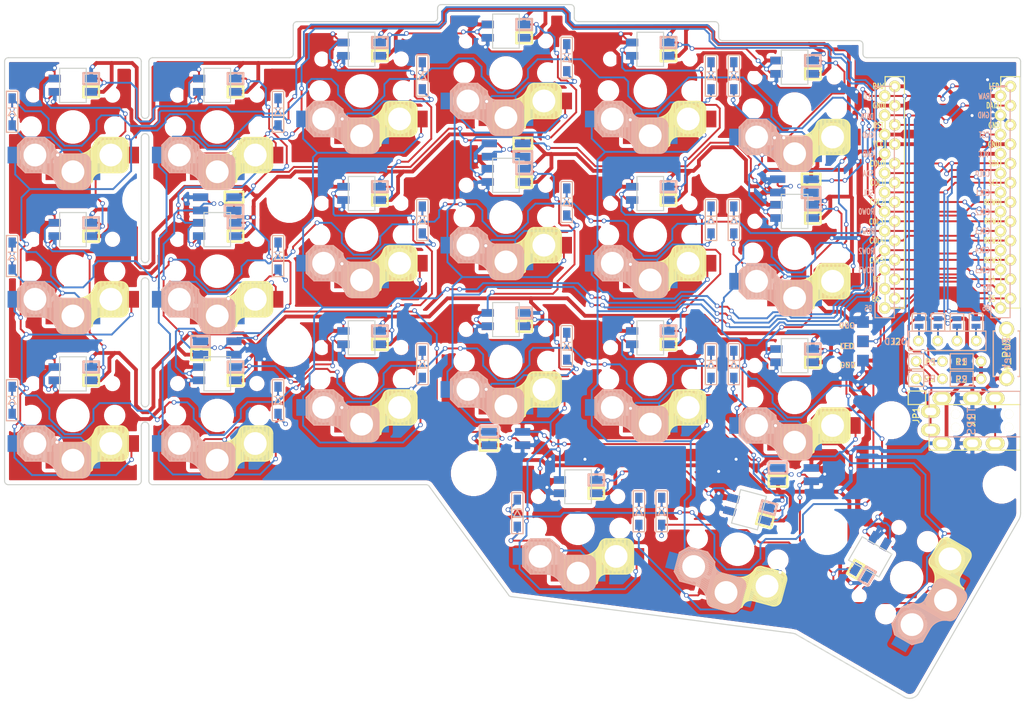
<source format=kicad_pcb>
(kicad_pcb (version 20171130) (host pcbnew 5.1.10-88a1d61d58~90~ubuntu20.04.1)
  (title_block (title "Corne Chocolate") (date 2018-11-17) (rev 2.1) (company foostan))
  (layers (0 F.Cu signal) (31 B.Cu signal) (34 B.Paste user) (35 F.Paste user) (36 B.SilkS user hide) (37 F.SilkS user) (38 B.Mask user) (39 F.Mask user) (44 Edge.Cuts user))
  (net 0 "")
  (net 1 row0)
  (net 2 "Net-(D1-Pad2)")
  (net 3 row1)
  (net 4 "Net-(D2-Pad2)")
  (net 5 row2)
  (net 6 "Net-(D3-Pad2)")
  (net 7 row3)
  (net 8 "Net-(D4-Pad2)")
  (net 9 "Net-(D5-Pad2)")
  (net 10 "Net-(D6-Pad2)")
  (net 11 "Net-(D7-Pad2)")
  (net 12 "Net-(D8-Pad2)")
  (net 13 "Net-(D9-Pad2)")
  (net 14 "Net-(D10-Pad2)")
  (net 15 "Net-(D11-Pad2)")
  (net 16 "Net-(D12-Pad2)")
  (net 17 "Net-(D13-Pad2)")
  (net 18 "Net-(D14-Pad2)")
  (net 19 "Net-(D15-Pad2)")
  (net 20 "Net-(D16-Pad2)")
  (net 21 "Net-(D17-Pad2)")
  (net 22 "Net-(D18-Pad2)")
  (net 23 "Net-(D19-Pad2)")
  (net 24 "Net-(D20-Pad2)")
  (net 25 "Net-(D21-Pad2)")
  (net 26 GND)
  (net 27 VCC)
  (net 28 col0)
  (net 29 col1)
  (net 30 col2)
  (net 31 col3)
  (net 32 col4)
  (net 33 col5)
  (net 34 LED)
  (net 35 data)
  (net 36 "Net-(L1-Pad3)")
  (net 37 "Net-(L1-Pad1)")
  (net 38 "Net-(L3-Pad3)")
  (net 39 "Net-(L10-Pad1)")
  (net 40 "Net-(L11-Pad1)")
  (net 41 "Net-(L13-Pad1)")
  (net 42 "Net-(L14-Pad3)")
  (net 43 "Net-(L10-Pad3)")
  (net 44 "Net-(L12-Pad1)")
  (net 45 "Net-(L13-Pad3)")
  (net 46 "Net-(L15-Pad3)")
  (net 47 "Net-(L16-Pad3)")
  (net 48 reset)
  (net 49 SCL)
  (net 50 SDA)
  (net 51 "Net-(L5-Pad3)")
  (net 52 "Net-(U1-Pad14)")
  (net 53 "Net-(U1-Pad13)")
  (net 54 "Net-(U1-Pad12)")
  (net 55 "Net-(U1-Pad11)")
  (net 56 "Net-(J2-Pad1)")
  (net 57 "Net-(J2-Pad2)")
  (net 58 "Net-(J2-Pad3)")
  (net 59 "Net-(J2-Pad4)")
  (net 60 "Net-(L2-Pad3)")
  (net 61 "Net-(L3-Pad1)")
  (net 62 "Net-(L11-Pad3)")
  (net 63 "Net-(L14-Pad1)")
  (net 64 "Net-(L12-Pad3)")
  (net 65 "Net-(L17-Pad1)")
  (net 66 "Net-(L18-Pad3)")
  (net 67 "Net-(L19-Pad3)")
  (net 68 "Net-(J1-PadA)")
  (net 69 "Net-(J1-PadB)")
  (net 70 "Net-(U1-Pad24)")
  (net 71 "Net-(L21-Pad3)")
  (net 72 "Net-(L22-Pad3)")
  (net 73 "Net-(L22-Pad1)")
  (net 74 "Net-(L23-Pad3)")
  (net 75 "Net-(L25-Pad1)")
  (net 76 "Net-(L26-Pad1)")
  (module kbd:Choc_Hotswap_1.5u (layer F.Cu) (at 179.75 136.5 240)
    (fp_text reference SW21 hide)
    (fp_text value SW_PUSH hide)
    (pad "" np_thru_hole circle (at -5.5 0 150) (size 1.8 1.8) (drill 1.8) (layers *.Cu *.Mask))
    (pad "" np_thru_hole circle (at 5.5 0 150) (size 1.8 1.8) (drill 1.8) (layers *.Cu *.Mask))
    (pad "" np_thru_hole circle (at 0 0 150) (size 3.4 3.4) (drill 3.4) (layers *.Cu *.Mask))
    (pad "" np_thru_hole circle (at 0 -5.9 150) (size 3 3) (drill 3) (layers *.Cu *.Mask))
    (pad "" np_thru_hole circle (at 5 -3.7 150) (size 3 3) (drill 3) (layers *.Cu *.Mask))
    (pad 2 smd rect (at -2.8 -5.9 240) (size 1.6 2.2) (layers B.Cu B.Paste B.Mask) (net 25 "Net-(D21-Pad2)"))
    (pad 1 smd rect (at 7.8 -3.7 240) (size 1.6 2.2) (layers B.Cu B.Paste B.Mask) (net 33 col5))
    (pad 1 smd rect (at -7.8 -3.7 240) (size 1.6 2.2) (layers F.Cu F.Paste F.Mask) (net 33 col5))
    (pad 2 smd rect (at 2.8 -5.9 240) (size 1.6 2.2) (layers F.Cu F.Paste F.Mask) (net 25 "Net-(D21-Pad2)"))
    (pad "" np_thru_hole circle (at -5 -3.7 330) (size 3 3) (drill 3) (layers *.Cu *.Mask))
    (pad "" np_thru_hole circle (at 5.22 4.2 240) (size 1 1) (drill 1) (layers *.Cu *.Mask))
    (pad "" np_thru_hole circle (at -5.22 4.2 240) (size 1 1) (drill 1) (layers *.Cu *.Mask))
  )
  (module kbd:Choc_Hotswap (layer F.Cu) (at 70 77.125 180)
    (fp_text reference SW1 hide)
    (fp_text value SW_PUSH hide)
    (pad "" np_thru_hole circle (at -5.5 0 90) (size 1.8 1.8) (drill 1.8) (layers *.Cu *.Mask))
    (pad "" np_thru_hole circle (at 5.5 0 90) (size 1.8 1.8) (drill 1.8) (layers *.Cu *.Mask))
    (pad "" np_thru_hole circle (at 0 0 90) (size 3.4 3.4) (drill 3.4) (layers *.Cu *.Mask))
    (pad "" np_thru_hole circle (at 0 -5.9 90) (size 3 3) (drill 3) (layers *.Cu *.Mask))
    (pad "" np_thru_hole circle (at 5 -3.7 90) (size 3 3) (drill 3) (layers *.Cu *.Mask))
    (pad 2 smd rect (at -2.8 -5.9 180) (size 1.6 2.2) (layers B.Cu B.Paste B.Mask) (net 2 "Net-(D1-Pad2)"))
    (pad 1 smd rect (at 7.8 -3.7 180) (size 1.6 2.2) (layers B.Cu B.Paste B.Mask) (net 28 col0))
    (pad 1 smd rect (at -7.9 -3.7 180) (size 1.6 2.2) (layers F.Cu F.Paste F.Mask) (net 28 col0))
    (pad 2 smd rect (at 2.8 -5.9 180) (size 1.6 2.2) (layers F.Cu F.Paste F.Mask) (net 2 "Net-(D1-Pad2)"))
    (pad "" np_thru_hole circle (at -5 -3.7 270) (size 3 3) (drill 3) (layers *.Cu *.Mask))
    (pad "" np_thru_hole circle (at 5.22 4.2 180) (size 1 1) (drill 1) (layers *.Cu *.Mask))
    (pad "" np_thru_hole circle (at -5.22 4.2 180) (size 1 1) (drill 1) (layers *.Cu *.Mask))
  )
  (module kbd:Choc_Hotswap (layer F.Cu) (at 157.5 132.75 165)
    (fp_text reference SW20 hide)
    (fp_text value SW_PUSH hide)
    (pad "" np_thru_hole circle (at -5.5 0 75) (size 1.8 1.8) (drill 1.8) (layers *.Cu *.Mask))
    (pad "" np_thru_hole circle (at 5.5 0 75) (size 1.8 1.8) (drill 1.8) (layers *.Cu *.Mask))
    (pad "" np_thru_hole circle (at 0 0 75) (size 3.4 3.4) (drill 3.4) (layers *.Cu *.Mask))
    (pad "" np_thru_hole circle (at 0 -5.9 75) (size 3 3) (drill 3) (layers *.Cu *.Mask))
    (pad "" np_thru_hole circle (at 5 -3.7 75) (size 3 3) (drill 3) (layers *.Cu *.Mask))
    (pad 2 smd rect (at -2.8 -5.9 165) (size 1.6 2.2) (layers B.Cu B.Paste B.Mask) (net 24 "Net-(D20-Pad2)"))
    (pad 1 smd rect (at 7.8 -3.7 165) (size 1.6 2.2) (layers B.Cu B.Paste B.Mask) (net 32 col4))
    (pad 1 smd rect (at -7.9 -3.7 165) (size 1.6 2.2) (layers F.Cu F.Paste F.Mask) (net 32 col4))
    (pad 2 smd rect (at 2.8 -5.9 165) (size 1.6 2.2) (layers F.Cu F.Paste F.Mask) (net 24 "Net-(D20-Pad2)"))
    (pad "" np_thru_hole circle (at -5 -3.7 255) (size 3 3) (drill 3) (layers *.Cu *.Mask))
    (pad "" np_thru_hole circle (at 5.22 4.2 165) (size 1 1) (drill 1) (layers *.Cu *.Mask))
    (pad "" np_thru_hole circle (at -5.22 4.2 165) (size 1 1) (drill 1) (layers *.Cu *.Mask))
  )
  (module kbd:Choc_Hotswap (layer F.Cu) (at 146 91.375 180)
    (fp_text reference SW11 hide)
    (fp_text value SW_PUSH hide)
    (pad "" np_thru_hole circle (at -5.5 0 90) (size 1.8 1.8) (drill 1.8) (layers *.Cu *.Mask))
    (pad "" np_thru_hole circle (at 5.5 0 90) (size 1.8 1.8) (drill 1.8) (layers *.Cu *.Mask))
    (pad "" np_thru_hole circle (at 0 0 90) (size 3.4 3.4) (drill 3.4) (layers *.Cu *.Mask))
    (pad "" np_thru_hole circle (at 0 -5.9 90) (size 3 3) (drill 3) (layers *.Cu *.Mask))
    (pad "" np_thru_hole circle (at 5 -3.7 90) (size 3 3) (drill 3) (layers *.Cu *.Mask))
    (pad 2 smd rect (at -2.8 -5.9 180) (size 1.6 2.2) (layers B.Cu B.Paste B.Mask) (net 15 "Net-(D11-Pad2)"))
    (pad 1 smd rect (at 7.8 -3.7 180) (size 1.6 2.2) (layers B.Cu B.Paste B.Mask) (net 32 col4))
    (pad 1 smd rect (at -7.9 -3.7 180) (size 1.6 2.2) (layers F.Cu F.Paste F.Mask) (net 32 col4))
    (pad 2 smd rect (at 2.8 -5.9 180) (size 1.6 2.2) (layers F.Cu F.Paste F.Mask) (net 15 "Net-(D11-Pad2)"))
    (pad "" np_thru_hole circle (at -5 -3.7 270) (size 3 3) (drill 3) (layers *.Cu *.Mask))
    (pad "" np_thru_hole circle (at 5.22 4.2 180) (size 1 1) (drill 1) (layers *.Cu *.Mask))
    (pad "" np_thru_hole circle (at -5.22 4.2 180) (size 1 1) (drill 1) (layers *.Cu *.Mask))
  )
  (module kbd:Choc_Hotswap (layer F.Cu) (at 165 112.75 180)
    (fp_text reference SW18 hide)
    (fp_text value SW_PUSH hide)
    (pad "" np_thru_hole circle (at -5.5 0 90) (size 1.8 1.8) (drill 1.8) (layers *.Cu *.Mask))
    (pad "" np_thru_hole circle (at 5.5 0 90) (size 1.8 1.8) (drill 1.8) (layers *.Cu *.Mask))
    (pad "" np_thru_hole circle (at 0 0 90) (size 3.4 3.4) (drill 3.4) (layers *.Cu *.Mask))
    (pad "" np_thru_hole circle (at 0 -5.9 90) (size 3 3) (drill 3) (layers *.Cu *.Mask))
    (pad "" np_thru_hole circle (at 5 -3.7 90) (size 3 3) (drill 3) (layers *.Cu *.Mask))
    (pad 2 smd rect (at -2.8 -5.9 180) (size 1.6 2.2) (layers B.Cu B.Paste B.Mask) (net 22 "Net-(D18-Pad2)"))
    (pad 1 smd rect (at 7.8 -3.7 180) (size 1.6 2.2) (layers B.Cu B.Paste B.Mask) (net 33 col5))
    (pad 1 smd rect (at -7.9 -3.7 180) (size 1.6 2.2) (layers F.Cu F.Paste F.Mask) (net 33 col5))
    (pad 2 smd rect (at 2.8 -5.9 180) (size 1.6 2.2) (layers F.Cu F.Paste F.Mask) (net 22 "Net-(D18-Pad2)"))
    (pad "" np_thru_hole circle (at -5 -3.7 270) (size 3 3) (drill 3) (layers *.Cu *.Mask))
    (pad "" np_thru_hole circle (at 5.22 4.2 180) (size 1 1) (drill 1) (layers *.Cu *.Mask))
    (pad "" np_thru_hole circle (at -5.22 4.2 180) (size 1 1) (drill 1) (layers *.Cu *.Mask))
  )
  (module kbd:Choc_Hotswap (layer F.Cu) (at 165 93.75 180)
    (fp_text reference SW12 hide)
    (fp_text value SW_PUSH hide)
    (pad "" np_thru_hole circle (at -5.5 0 90) (size 1.8 1.8) (drill 1.8) (layers *.Cu *.Mask))
    (pad "" np_thru_hole circle (at 5.5 0 90) (size 1.8 1.8) (drill 1.8) (layers *.Cu *.Mask))
    (pad "" np_thru_hole circle (at 0 0 90) (size 3.4 3.4) (drill 3.4) (layers *.Cu *.Mask))
    (pad "" np_thru_hole circle (at 0 -5.9 90) (size 3 3) (drill 3) (layers *.Cu *.Mask))
    (pad "" np_thru_hole circle (at 5 -3.7 90) (size 3 3) (drill 3) (layers *.Cu *.Mask))
    (pad 2 smd rect (at -2.8 -5.9 180) (size 1.6 2.2) (layers B.Cu B.Paste B.Mask) (net 16 "Net-(D12-Pad2)"))
    (pad 1 smd rect (at 7.8 -3.7 180) (size 1.6 2.2) (layers B.Cu B.Paste B.Mask) (net 33 col5))
    (pad 1 smd rect (at -7.9 -3.7 180) (size 1.6 2.2) (layers F.Cu F.Paste F.Mask) (net 33 col5))
    (pad 2 smd rect (at 2.8 -5.9 180) (size 1.6 2.2) (layers F.Cu F.Paste F.Mask) (net 16 "Net-(D12-Pad2)"))
    (pad "" np_thru_hole circle (at -5 -3.7 270) (size 3 3) (drill 3) (layers *.Cu *.Mask))
    (pad "" np_thru_hole circle (at 5.22 4.2 180) (size 1 1) (drill 1) (layers *.Cu *.Mask))
    (pad "" np_thru_hole circle (at -5.22 4.2 180) (size 1 1) (drill 1) (layers *.Cu *.Mask))
  )
  (module kbd:Choc_Hotswap (layer F.Cu) (at 165 74.75 180)
    (fp_text reference SW6 hide)
    (fp_text value SW_PUSH hide)
    (pad "" np_thru_hole circle (at -5.5 0 90) (size 1.8 1.8) (drill 1.8) (layers *.Cu *.Mask))
    (pad "" np_thru_hole circle (at 5.5 0 90) (size 1.8 1.8) (drill 1.8) (layers *.Cu *.Mask))
    (pad "" np_thru_hole circle (at 0 0 90) (size 3.4 3.4) (drill 3.4) (layers *.Cu *.Mask))
    (pad "" np_thru_hole circle (at 0 -5.9 90) (size 3 3) (drill 3) (layers *.Cu *.Mask))
    (pad "" np_thru_hole circle (at 5 -3.7 90) (size 3 3) (drill 3) (layers *.Cu *.Mask))
    (pad 2 smd rect (at -2.8 -5.9 180) (size 1.6 2.2) (layers B.Cu B.Paste B.Mask) (net 10 "Net-(D6-Pad2)"))
    (pad 1 smd rect (at 7.8 -3.7 180) (size 1.6 2.2) (layers B.Cu B.Paste B.Mask) (net 33 col5))
    (pad 1 smd rect (at -7.9 -3.7 180) (size 1.6 2.2) (layers F.Cu F.Paste F.Mask) (net 33 col5))
    (pad 2 smd rect (at 2.8 -5.9 180) (size 1.6 2.2) (layers F.Cu F.Paste F.Mask) (net 10 "Net-(D6-Pad2)"))
    (pad "" np_thru_hole circle (at -5 -3.7 270) (size 3 3) (drill 3) (layers *.Cu *.Mask))
    (pad "" np_thru_hole circle (at 5.22 4.2 180) (size 1 1) (drill 1) (layers *.Cu *.Mask))
    (pad "" np_thru_hole circle (at -5.22 4.2 180) (size 1 1) (drill 1) (layers *.Cu *.Mask))
  )
  (module kbd:Choc_Hotswap (layer F.Cu) (at 146 72.375 180)
    (fp_text reference SW5 hide)
    (fp_text value SW_PUSH hide)
    (pad "" np_thru_hole circle (at -5.5 0 90) (size 1.8 1.8) (drill 1.8) (layers *.Cu *.Mask))
    (pad "" np_thru_hole circle (at 5.5 0 90) (size 1.8 1.8) (drill 1.8) (layers *.Cu *.Mask))
    (pad "" np_thru_hole circle (at 0 0 90) (size 3.4 3.4) (drill 3.4) (layers *.Cu *.Mask))
    (pad "" np_thru_hole circle (at 0 -5.9 90) (size 3 3) (drill 3) (layers *.Cu *.Mask))
    (pad "" np_thru_hole circle (at 5 -3.7 90) (size 3 3) (drill 3) (layers *.Cu *.Mask))
    (pad 2 smd rect (at -2.8 -5.9 180) (size 1.6 2.2) (layers B.Cu B.Paste B.Mask) (net 9 "Net-(D5-Pad2)"))
    (pad 1 smd rect (at 7.8 -3.7 180) (size 1.6 2.2) (layers B.Cu B.Paste B.Mask) (net 32 col4))
    (pad 1 smd rect (at -7.9 -3.7 180) (size 1.6 2.2) (layers F.Cu F.Paste F.Mask) (net 32 col4))
    (pad 2 smd rect (at 2.8 -5.9 180) (size 1.6 2.2) (layers F.Cu F.Paste F.Mask) (net 9 "Net-(D5-Pad2)"))
    (pad "" np_thru_hole circle (at -5 -3.7 270) (size 3 3) (drill 3) (layers *.Cu *.Mask))
    (pad "" np_thru_hole circle (at 5.22 4.2 180) (size 1 1) (drill 1) (layers *.Cu *.Mask))
    (pad "" np_thru_hole circle (at -5.22 4.2 180) (size 1 1) (drill 1) (layers *.Cu *.Mask))
  )
  (module kbd:Choc_Hotswap (layer F.Cu) (at 108 110.375 180)
    (fp_text reference SW15 hide)
    (fp_text value SW_PUSH hide)
    (pad "" np_thru_hole circle (at -5.5 0 90) (size 1.8 1.8) (drill 1.8) (layers *.Cu *.Mask))
    (pad "" np_thru_hole circle (at 5.5 0 90) (size 1.8 1.8) (drill 1.8) (layers *.Cu *.Mask))
    (pad "" np_thru_hole circle (at 0 0 90) (size 3.4 3.4) (drill 3.4) (layers *.Cu *.Mask))
    (pad "" np_thru_hole circle (at 0 -5.9 90) (size 3 3) (drill 3) (layers *.Cu *.Mask))
    (pad "" np_thru_hole circle (at 5 -3.7 90) (size 3 3) (drill 3) (layers *.Cu *.Mask))
    (pad 2 smd rect (at -2.8 -5.9 180) (size 1.6 2.2) (layers B.Cu B.Paste B.Mask) (net 19 "Net-(D15-Pad2)"))
    (pad 1 smd rect (at 7.8 -3.7 180) (size 1.6 2.2) (layers B.Cu B.Paste B.Mask) (net 30 col2))
    (pad 1 smd rect (at -7.9 -3.7 180) (size 1.6 2.2) (layers F.Cu F.Paste F.Mask) (net 30 col2))
    (pad 2 smd rect (at 2.8 -5.9 180) (size 1.6 2.2) (layers F.Cu F.Paste F.Mask) (net 19 "Net-(D15-Pad2)"))
    (pad "" np_thru_hole circle (at -5 -3.7 270) (size 3 3) (drill 3) (layers *.Cu *.Mask))
    (pad "" np_thru_hole circle (at 5.22 4.2 180) (size 1 1) (drill 1) (layers *.Cu *.Mask))
    (pad "" np_thru_hole circle (at -5.22 4.2 180) (size 1 1) (drill 1) (layers *.Cu *.Mask))
  )
  (module kbd:Choc_Hotswap (layer F.Cu) (at 127 89 180)
    (fp_text reference SW10 hide)
    (fp_text value SW_PUSH hide)
    (pad "" np_thru_hole circle (at -5.5 0 90) (size 1.8 1.8) (drill 1.8) (layers *.Cu *.Mask))
    (pad "" np_thru_hole circle (at 5.5 0 90) (size 1.8 1.8) (drill 1.8) (layers *.Cu *.Mask))
    (pad "" np_thru_hole circle (at 0 0 90) (size 3.4 3.4) (drill 3.4) (layers *.Cu *.Mask))
    (pad "" np_thru_hole circle (at 0 -5.9 90) (size 3 3) (drill 3) (layers *.Cu *.Mask))
    (pad "" np_thru_hole circle (at 5 -3.7 90) (size 3 3) (drill 3) (layers *.Cu *.Mask))
    (pad 2 smd rect (at -2.8 -5.9 180) (size 1.6 2.2) (layers B.Cu B.Paste B.Mask) (net 14 "Net-(D10-Pad2)"))
    (pad 1 smd rect (at 7.8 -3.7 180) (size 1.6 2.2) (layers B.Cu B.Paste B.Mask) (net 31 col3))
    (pad 1 smd rect (at -7.9 -3.7 180) (size 1.6 2.2) (layers F.Cu F.Paste F.Mask) (net 31 col3))
    (pad 2 smd rect (at 2.8 -5.9 180) (size 1.6 2.2) (layers F.Cu F.Paste F.Mask) (net 14 "Net-(D10-Pad2)"))
    (pad "" np_thru_hole circle (at -5 -3.7 270) (size 3 3) (drill 3) (layers *.Cu *.Mask))
    (pad "" np_thru_hole circle (at 5.22 4.2 180) (size 1 1) (drill 1) (layers *.Cu *.Mask))
    (pad "" np_thru_hole circle (at -5.22 4.2 180) (size 1 1) (drill 1) (layers *.Cu *.Mask))
  )
  (module kbd:Choc_Hotswap (layer F.Cu) (at 108 72.375 180)
    (fp_text reference SW3 hide)
    (fp_text value SW_PUSH hide)
    (pad "" np_thru_hole circle (at -5.5 0 90) (size 1.8 1.8) (drill 1.8) (layers *.Cu *.Mask))
    (pad "" np_thru_hole circle (at 5.5 0 90) (size 1.8 1.8) (drill 1.8) (layers *.Cu *.Mask))
    (pad "" np_thru_hole circle (at 0 0 90) (size 3.4 3.4) (drill 3.4) (layers *.Cu *.Mask))
    (pad "" np_thru_hole circle (at 0 -5.9 90) (size 3 3) (drill 3) (layers *.Cu *.Mask))
    (pad "" np_thru_hole circle (at 5 -3.7 90) (size 3 3) (drill 3) (layers *.Cu *.Mask))
    (pad 2 smd rect (at -2.8 -5.9 180) (size 1.6 2.2) (layers B.Cu B.Paste B.Mask) (net 6 "Net-(D3-Pad2)"))
    (pad 1 smd rect (at 7.8 -3.7 180) (size 1.6 2.2) (layers B.Cu B.Paste B.Mask) (net 30 col2))
    (pad 1 smd rect (at -7.9 -3.7 180) (size 1.6 2.2) (layers F.Cu F.Paste F.Mask) (net 30 col2))
    (pad 2 smd rect (at 2.8 -5.9 180) (size 1.6 2.2) (layers F.Cu F.Paste F.Mask) (net 6 "Net-(D3-Pad2)"))
    (pad "" np_thru_hole circle (at -5 -3.7 270) (size 3 3) (drill 3) (layers *.Cu *.Mask))
    (pad "" np_thru_hole circle (at 5.22 4.2 180) (size 1 1) (drill 1) (layers *.Cu *.Mask))
    (pad "" np_thru_hole circle (at -5.22 4.2 180) (size 1 1) (drill 1) (layers *.Cu *.Mask))
  )
  (module kbd:Choc_Hotswap (layer F.Cu) (at 89 115.125 180)
    (fp_text reference SW14 hide)
    (fp_text value SW_PUSH hide)
    (pad "" np_thru_hole circle (at -5.5 0 90) (size 1.8 1.8) (drill 1.8) (layers *.Cu *.Mask))
    (pad "" np_thru_hole circle (at 5.5 0 90) (size 1.8 1.8) (drill 1.8) (layers *.Cu *.Mask))
    (pad "" np_thru_hole circle (at 0 0 90) (size 3.4 3.4) (drill 3.4) (layers *.Cu *.Mask))
    (pad "" np_thru_hole circle (at 0 -5.9 90) (size 3 3) (drill 3) (layers *.Cu *.Mask))
    (pad "" np_thru_hole circle (at 5 -3.7 90) (size 3 3) (drill 3) (layers *.Cu *.Mask))
    (pad 2 smd rect (at -2.8 -5.9 180) (size 1.6 2.2) (layers B.Cu B.Paste B.Mask) (net 18 "Net-(D14-Pad2)"))
    (pad 1 smd rect (at 7.8 -3.7 180) (size 1.6 2.2) (layers B.Cu B.Paste B.Mask) (net 29 col1))
    (pad 1 smd rect (at -7.9 -3.7 180) (size 1.6 2.2) (layers F.Cu F.Paste F.Mask) (net 29 col1))
    (pad 2 smd rect (at 2.8 -5.9 180) (size 1.6 2.2) (layers F.Cu F.Paste F.Mask) (net 18 "Net-(D14-Pad2)"))
    (pad "" np_thru_hole circle (at -5 -3.7 270) (size 3 3) (drill 3) (layers *.Cu *.Mask))
    (pad "" np_thru_hole circle (at 5.22 4.2 180) (size 1 1) (drill 1) (layers *.Cu *.Mask))
    (pad "" np_thru_hole circle (at -5.22 4.2 180) (size 1 1) (drill 1) (layers *.Cu *.Mask))
  )
  (module kbd:Choc_Hotswap (layer F.Cu) (at 89 77.125 180)
    (fp_text reference SW2 hide)
    (fp_text value SW_PUSH hide)
    (pad "" np_thru_hole circle (at -5.5 0 90) (size 1.8 1.8) (drill 1.8) (layers *.Cu *.Mask))
    (pad "" np_thru_hole circle (at 5.5 0 90) (size 1.8 1.8) (drill 1.8) (layers *.Cu *.Mask))
    (pad "" np_thru_hole circle (at 0 0 90) (size 3.4 3.4) (drill 3.4) (layers *.Cu *.Mask))
    (pad "" np_thru_hole circle (at 0 -5.9 90) (size 3 3) (drill 3) (layers *.Cu *.Mask))
    (pad "" np_thru_hole circle (at 5 -3.7 90) (size 3 3) (drill 3) (layers *.Cu *.Mask))
    (pad 2 smd rect (at -2.8 -5.9 180) (size 1.6 2.2) (layers B.Cu B.Paste B.Mask) (net 4 "Net-(D2-Pad2)"))
    (pad 1 smd rect (at 7.8 -3.7 180) (size 1.6 2.2) (layers B.Cu B.Paste B.Mask) (net 29 col1))
    (pad 1 smd rect (at -7.9 -3.7 180) (size 1.6 2.2) (layers F.Cu F.Paste F.Mask) (net 29 col1))
    (pad 2 smd rect (at 2.8 -5.9 180) (size 1.6 2.2) (layers F.Cu F.Paste F.Mask) (net 4 "Net-(D2-Pad2)"))
    (pad "" np_thru_hole circle (at -5 -3.7 270) (size 3 3) (drill 3) (layers *.Cu *.Mask))
    (pad "" np_thru_hole circle (at 5.22 4.2 180) (size 1 1) (drill 1) (layers *.Cu *.Mask))
    (pad "" np_thru_hole circle (at -5.22 4.2 180) (size 1 1) (drill 1) (layers *.Cu *.Mask))
  )
  (module kbd:Choc_Hotswap (layer F.Cu) (at 146 110.375 180)
    (fp_text reference SW17 hide)
    (fp_text value SW_PUSH hide)
    (pad "" np_thru_hole circle (at -5.5 0 90) (size 1.8 1.8) (drill 1.8) (layers *.Cu *.Mask))
    (pad "" np_thru_hole circle (at 5.5 0 90) (size 1.8 1.8) (drill 1.8) (layers *.Cu *.Mask))
    (pad "" np_thru_hole circle (at 0 0 90) (size 3.4 3.4) (drill 3.4) (layers *.Cu *.Mask))
    (pad "" np_thru_hole circle (at 0 -5.9 90) (size 3 3) (drill 3) (layers *.Cu *.Mask))
    (pad "" np_thru_hole circle (at 5 -3.7 90) (size 3 3) (drill 3) (layers *.Cu *.Mask))
    (pad 2 smd rect (at -2.8 -5.9 180) (size 1.6 2.2) (layers B.Cu B.Paste B.Mask) (net 21 "Net-(D17-Pad2)"))
    (pad 1 smd rect (at 7.8 -3.7 180) (size 1.6 2.2) (layers B.Cu B.Paste B.Mask) (net 32 col4))
    (pad 1 smd rect (at -7.9 -3.7 180) (size 1.6 2.2) (layers F.Cu F.Paste F.Mask) (net 32 col4))
    (pad 2 smd rect (at 2.8 -5.9 180) (size 1.6 2.2) (layers F.Cu F.Paste F.Mask) (net 21 "Net-(D17-Pad2)"))
    (pad "" np_thru_hole circle (at -5 -3.7 270) (size 3 3) (drill 3) (layers *.Cu *.Mask))
    (pad "" np_thru_hole circle (at 5.22 4.2 180) (size 1 1) (drill 1) (layers *.Cu *.Mask))
    (pad "" np_thru_hole circle (at -5.22 4.2 180) (size 1 1) (drill 1) (layers *.Cu *.Mask))
  )
  (module kbd:Choc_Hotswap (layer F.Cu) (at 127 70 180)
    (fp_text reference SW4 hide)
    (fp_text value SW_PUSH hide)
    (pad "" np_thru_hole circle (at -5.5 0 90) (size 1.8 1.8) (drill 1.8) (layers *.Cu *.Mask))
    (pad "" np_thru_hole circle (at 5.5 0 90) (size 1.8 1.8) (drill 1.8) (layers *.Cu *.Mask))
    (pad "" np_thru_hole circle (at 0 0 90) (size 3.4 3.4) (drill 3.4) (layers *.Cu *.Mask))
    (pad "" np_thru_hole circle (at 0 -5.9 90) (size 3 3) (drill 3) (layers *.Cu *.Mask))
    (pad "" np_thru_hole circle (at 5 -3.7 90) (size 3 3) (drill 3) (layers *.Cu *.Mask))
    (pad 2 smd rect (at -2.8 -5.9 180) (size 1.6 2.2) (layers B.Cu B.Paste B.Mask) (net 8 "Net-(D4-Pad2)"))
    (pad 1 smd rect (at 7.8 -3.7 180) (size 1.6 2.2) (layers B.Cu B.Paste B.Mask) (net 31 col3))
    (pad 1 smd rect (at -7.9 -3.7 180) (size 1.6 2.2) (layers F.Cu F.Paste F.Mask) (net 31 col3))
    (pad 2 smd rect (at 2.8 -5.9 180) (size 1.6 2.2) (layers F.Cu F.Paste F.Mask) (net 8 "Net-(D4-Pad2)"))
    (pad "" np_thru_hole circle (at -5 -3.7 270) (size 3 3) (drill 3) (layers *.Cu *.Mask))
    (pad "" np_thru_hole circle (at 5.22 4.2 180) (size 1 1) (drill 1) (layers *.Cu *.Mask))
    (pad "" np_thru_hole circle (at -5.22 4.2 180) (size 1 1) (drill 1) (layers *.Cu *.Mask))
  )
  (module kbd:Choc_Hotswap (layer F.Cu) (at 127 108 180)
    (fp_text reference SW16 hide)
    (fp_text value SW_PUSH hide)
    (pad "" np_thru_hole circle (at -5.5 0 90) (size 1.8 1.8) (drill 1.8) (layers *.Cu *.Mask))
    (pad "" np_thru_hole circle (at 5.5 0 90) (size 1.8 1.8) (drill 1.8) (layers *.Cu *.Mask))
    (pad "" np_thru_hole circle (at 0 0 90) (size 3.4 3.4) (drill 3.4) (layers *.Cu *.Mask))
    (pad "" np_thru_hole circle (at 0 -5.9 90) (size 3 3) (drill 3) (layers *.Cu *.Mask))
    (pad "" np_thru_hole circle (at 5 -3.7 90) (size 3 3) (drill 3) (layers *.Cu *.Mask))
    (pad 2 smd rect (at -2.8 -5.9 180) (size 1.6 2.2) (layers B.Cu B.Paste B.Mask) (net 20 "Net-(D16-Pad2)"))
    (pad 1 smd rect (at 7.8 -3.7 180) (size 1.6 2.2) (layers B.Cu B.Paste B.Mask) (net 31 col3))
    (pad 1 smd rect (at -7.9 -3.7 180) (size 1.6 2.2) (layers F.Cu F.Paste F.Mask) (net 31 col3))
    (pad 2 smd rect (at 2.8 -5.9 180) (size 1.6 2.2) (layers F.Cu F.Paste F.Mask) (net 20 "Net-(D16-Pad2)"))
    (pad "" np_thru_hole circle (at -5 -3.7 270) (size 3 3) (drill 3) (layers *.Cu *.Mask))
    (pad "" np_thru_hole circle (at 5.22 4.2 180) (size 1 1) (drill 1) (layers *.Cu *.Mask))
    (pad "" np_thru_hole circle (at -5.22 4.2 180) (size 1 1) (drill 1) (layers *.Cu *.Mask))
  )
  (module kbd:Choc_Hotswap (layer F.Cu) (at 136.5 130 180)
    (fp_text reference SW19 hide)
    (fp_text value SW_PUSH hide)
    (pad "" np_thru_hole circle (at -5.5 0 90) (size 1.8 1.8) (drill 1.8) (layers *.Cu *.Mask))
    (pad "" np_thru_hole circle (at 5.5 0 90) (size 1.8 1.8) (drill 1.8) (layers *.Cu *.Mask))
    (pad "" np_thru_hole circle (at 0 0 90) (size 3.4 3.4) (drill 3.4) (layers *.Cu *.Mask))
    (pad "" np_thru_hole circle (at 0 -5.9 90) (size 3 3) (drill 3) (layers *.Cu *.Mask))
    (pad "" np_thru_hole circle (at 5 -3.7 90) (size 3 3) (drill 3) (layers *.Cu *.Mask))
    (pad 2 smd rect (at -2.8 -5.9 180) (size 1.6 2.2) (layers B.Cu B.Paste B.Mask) (net 23 "Net-(D19-Pad2)"))
    (pad 1 smd rect (at 7.8 -3.7 180) (size 1.6 2.2) (layers B.Cu B.Paste B.Mask) (net 31 col3))
    (pad 1 smd rect (at -7.9 -3.7 180) (size 1.6 2.2) (layers F.Cu F.Paste F.Mask) (net 31 col3))
    (pad 2 smd rect (at 2.8 -5.9 180) (size 1.6 2.2) (layers F.Cu F.Paste F.Mask) (net 23 "Net-(D19-Pad2)"))
    (pad "" np_thru_hole circle (at -5 -3.7 270) (size 3 3) (drill 3) (layers *.Cu *.Mask))
    (pad "" np_thru_hole circle (at 5.22 4.2 180) (size 1 1) (drill 1) (layers *.Cu *.Mask))
    (pad "" np_thru_hole circle (at -5.22 4.2 180) (size 1 1) (drill 1) (layers *.Cu *.Mask))
  )
  (module kbd:Choc_Hotswap (layer F.Cu) (at 70 115.125 180)
    (fp_text reference SW13 hide)
    (fp_text value SW_PUSH hide)
    (pad "" np_thru_hole circle (at -5.5 0 90) (size 1.8 1.8) (drill 1.8) (layers *.Cu *.Mask))
    (pad "" np_thru_hole circle (at 5.5 0 90) (size 1.8 1.8) (drill 1.8) (layers *.Cu *.Mask))
    (pad "" np_thru_hole circle (at 0 0 90) (size 3.4 3.4) (drill 3.4) (layers *.Cu *.Mask))
    (pad "" np_thru_hole circle (at 0 -5.9 90) (size 3 3) (drill 3) (layers *.Cu *.Mask))
    (pad "" np_thru_hole circle (at 5 -3.7 90) (size 3 3) (drill 3) (layers *.Cu *.Mask))
    (pad 2 smd rect (at -2.8 -5.9 180) (size 1.6 2.2) (layers B.Cu B.Paste B.Mask) (net 17 "Net-(D13-Pad2)"))
    (pad 1 smd rect (at 7.8 -3.7 180) (size 1.6 2.2) (layers B.Cu B.Paste B.Mask) (net 28 col0))
    (pad 1 smd rect (at -7.9 -3.7 180) (size 1.6 2.2) (layers F.Cu F.Paste F.Mask) (net 28 col0))
    (pad 2 smd rect (at 2.8 -5.9 180) (size 1.6 2.2) (layers F.Cu F.Paste F.Mask) (net 17 "Net-(D13-Pad2)"))
    (pad "" np_thru_hole circle (at -5 -3.7 270) (size 3 3) (drill 3) (layers *.Cu *.Mask))
    (pad "" np_thru_hole circle (at 5.22 4.2 180) (size 1 1) (drill 1) (layers *.Cu *.Mask))
    (pad "" np_thru_hole circle (at -5.22 4.2 180) (size 1 1) (drill 1) (layers *.Cu *.Mask))
  )
  (module kbd:Choc_Hotswap (layer F.Cu) (at 108 91.375 180)
    (fp_text reference SW9 hide)
    (fp_text value SW_PUSH hide)
    (pad "" np_thru_hole circle (at -5.5 0 90) (size 1.8 1.8) (drill 1.8) (layers *.Cu *.Mask))
    (pad "" np_thru_hole circle (at 5.5 0 90) (size 1.8 1.8) (drill 1.8) (layers *.Cu *.Mask))
    (pad "" np_thru_hole circle (at 0 0 90) (size 3.4 3.4) (drill 3.4) (layers *.Cu *.Mask))
    (pad "" np_thru_hole circle (at 0 -5.9 90) (size 3 3) (drill 3) (layers *.Cu *.Mask))
    (pad "" np_thru_hole circle (at 5 -3.7 90) (size 3 3) (drill 3) (layers *.Cu *.Mask))
    (pad 2 smd rect (at -2.8 -5.9 180) (size 1.6 2.2) (layers B.Cu B.Paste B.Mask) (net 13 "Net-(D9-Pad2)"))
    (pad 1 smd rect (at 7.8 -3.7 180) (size 1.6 2.2) (layers B.Cu B.Paste B.Mask) (net 30 col2))
    (pad 1 smd rect (at -7.9 -3.7 180) (size 1.6 2.2) (layers F.Cu F.Paste F.Mask) (net 30 col2))
    (pad 2 smd rect (at 2.8 -5.9 180) (size 1.6 2.2) (layers F.Cu F.Paste F.Mask) (net 13 "Net-(D9-Pad2)"))
    (pad "" np_thru_hole circle (at -5 -3.7 270) (size 3 3) (drill 3) (layers *.Cu *.Mask))
    (pad "" np_thru_hole circle (at 5.22 4.2 180) (size 1 1) (drill 1) (layers *.Cu *.Mask))
    (pad "" np_thru_hole circle (at -5.22 4.2 180) (size 1 1) (drill 1) (layers *.Cu *.Mask))
  )
  (module kbd:Choc_Hotswap (layer F.Cu) (at 89 96.125 180)
    (fp_text reference SW8 hide)
    (fp_text value SW_PUSH hide)
    (pad "" np_thru_hole circle (at -5.5 0 90) (size 1.8 1.8) (drill 1.8) (layers *.Cu *.Mask))
    (pad "" np_thru_hole circle (at 5.5 0 90) (size 1.8 1.8) (drill 1.8) (layers *.Cu *.Mask))
    (pad "" np_thru_hole circle (at 0 0 90) (size 3.4 3.4) (drill 3.4) (layers *.Cu *.Mask))
    (pad "" np_thru_hole circle (at 0 -5.9 90) (size 3 3) (drill 3) (layers *.Cu *.Mask))
    (pad "" np_thru_hole circle (at 5 -3.7 90) (size 3 3) (drill 3) (layers *.Cu *.Mask))
    (pad 2 smd rect (at -2.8 -5.9 180) (size 1.6 2.2) (layers B.Cu B.Paste B.Mask) (net 12 "Net-(D8-Pad2)"))
    (pad 1 smd rect (at 7.8 -3.7 180) (size 1.6 2.2) (layers B.Cu B.Paste B.Mask) (net 29 col1))
    (pad 1 smd rect (at -7.9 -3.7 180) (size 1.6 2.2) (layers F.Cu F.Paste F.Mask) (net 29 col1))
    (pad 2 smd rect (at 2.8 -5.9 180) (size 1.6 2.2) (layers F.Cu F.Paste F.Mask) (net 12 "Net-(D8-Pad2)"))
    (pad "" np_thru_hole circle (at -5 -3.7 270) (size 3 3) (drill 3) (layers *.Cu *.Mask))
    (pad "" np_thru_hole circle (at 5.22 4.2 180) (size 1 1) (drill 1) (layers *.Cu *.Mask))
    (pad "" np_thru_hole circle (at -5.22 4.2 180) (size 1 1) (drill 1) (layers *.Cu *.Mask))
  )
  (module kbd:Choc_Hotswap (layer F.Cu) (at 70 96.125 180)
    (fp_text reference SW7 hide)
    (fp_text value SW_PUSH hide)
    (pad "" np_thru_hole circle (at -5.5 0 90) (size 1.8 1.8) (drill 1.8) (layers *.Cu *.Mask))
    (pad "" np_thru_hole circle (at 5.5 0 90) (size 1.8 1.8) (drill 1.8) (layers *.Cu *.Mask))
    (pad "" np_thru_hole circle (at 0 0 90) (size 3.4 3.4) (drill 3.4) (layers *.Cu *.Mask))
    (pad "" np_thru_hole circle (at 0 -5.9 90) (size 3 3) (drill 3) (layers *.Cu *.Mask))
    (pad "" np_thru_hole circle (at 5 -3.7 90) (size 3 3) (drill 3) (layers *.Cu *.Mask))
    (pad 2 smd rect (at -2.8 -5.9 180) (size 1.6 2.2) (layers B.Cu B.Paste B.Mask) (net 11 "Net-(D7-Pad2)"))
    (pad 1 smd rect (at 7.8 -3.7 180) (size 1.6 2.2) (layers B.Cu B.Paste B.Mask) (net 28 col0))
    (pad 1 smd rect (at -7.9 -3.7 180) (size 1.6 2.2) (layers F.Cu F.Paste F.Mask) (net 28 col0))
    (pad 2 smd rect (at 2.8 -5.9 180) (size 1.6 2.2) (layers F.Cu F.Paste F.Mask) (net 11 "Net-(D7-Pad2)"))
    (pad "" np_thru_hole circle (at -5 -3.7 270) (size 3 3) (drill 3) (layers *.Cu *.Mask))
    (pad "" np_thru_hole circle (at 5.22 4.2 180) (size 1 1) (drill 1) (layers *.Cu *.Mask))
    (pad "" np_thru_hole circle (at -5.22 4.2 180) (size 1 1) (drill 1) (layers *.Cu *.Mask))
  )
  (module kbd:MJ-4PP-9 (layer F.Cu) (at 194.7 116.7 270)
    (fp_text reference J1 (at -0.889 6.4135 270) (layer F.SilkS))
    (fp_text value MJ-4PP-9 hide)
    (fp_text user TRRS (at -0.8255 6.4135 270) (layer B.SilkS) (effects (justify mirror)))
    (pad "" np_thru_hole circle (at -1.75 8.5 270) (size 1.2 1.2) (drill 1.2) (layers *.Cu *.Mask F.SilkS))
    (pad "" np_thru_hole circle (at -1.75 1.5 270) (size 1.2 1.2) (drill 1.2) (layers *.Cu *.Mask F.SilkS))
    (pad D thru_hole oval (at -3.85 10.3 270) (size 1.7 2.5) (drill oval 1 1.5) (layers *.Cu *.Mask F.SilkS) (net 27 VCC) (clearance 0.15))
    (pad A thru_hole oval (at 0.35 11.8 270) (size 1.7 2.5) (drill oval 1 1.5) (layers *.Cu *.Mask F.SilkS) (net 68 "Net-(J1-PadA)") (clearance 0.15))
    (pad B thru_hole oval (at -3.85 3.3 270) (size 1.7 2.5) (drill oval 1 1.5) (layers *.Cu *.Mask F.SilkS) (net 69 "Net-(J1-PadB)"))
    (pad C thru_hole oval (at -3.85 6.3 270) (size 1.7 2.5) (drill oval 1 1.5) (layers *.Cu *.Mask F.SilkS) (net 26 GND))
    (pad "" np_thru_hole circle (at 0 1.5 270) (size 1.2 1.2) (drill 1.2) (layers *.Cu *.Mask F.SilkS))
    (pad "" np_thru_hole circle (at 0 8.5 270) (size 1.2 1.2) (drill 1.2) (layers *.Cu *.Mask F.SilkS))
    (pad B thru_hole oval (at 2.1 3.3 270) (size 1.7 2.5) (drill oval 1 1.5) (layers *.Cu *.Mask F.SilkS) (net 69 "Net-(J1-PadB)"))
    (pad C thru_hole oval (at 2.1 6.3 270) (size 1.7 2.5) (drill oval 1 1.5) (layers *.Cu *.Mask F.SilkS) (net 26 GND))
    (pad D thru_hole oval (at 2.1 10.3 270) (size 1.7 2.5) (drill oval 1 1.5) (layers *.Cu *.Mask F.SilkS) (net 27 VCC) (clearance 0.15))
    (pad A thru_hole oval (at -2.1 11.8 270) (size 1.7 2.5) (drill oval 1 1.5) (layers *.Cu *.Mask F.SilkS) (net 68 "Net-(J1-PadA)") (clearance 0.15))
  )
  (module kbd:SK6812MINI_underglow_rev (layer F.Cu) (at 165.01 122.92 180)
    (fp_text reference L27 hide)
    (fp_text value SK6812MINI hide)
    (pad 4 smd rect (at 2.2 -0.875 180) (size 2 1) (layers F.Cu F.Paste F.Mask) (net 27 VCC))
    (pad 3 smd rect (at 2.2 0.875 180) (size 2 1) (layers F.Cu F.Paste F.Mask) (net 76 "Net-(L26-Pad1)"))
    (pad 1 smd rect (at -2.2 -0.875 180) (size 2 1) (layers F.Cu F.Paste F.Mask) (net 71 "Net-(L21-Pad3)"))
    (pad 2 smd rect (at -2.2 0.875 180) (size 2 1) (layers F.Cu F.Paste F.Mask) (net 26 GND))
    (pad 3 smd rect (at 2.2 -0.875 180) (size 2 1) (layers B.Cu B.Paste B.Mask) (net 76 "Net-(L26-Pad1)"))
    (pad 4 smd rect (at 2.2 0.875 180) (size 2 1) (layers B.Cu B.Paste B.Mask) (net 27 VCC))
    (pad 1 smd rect (at -2.2 0.875 180) (size 2 1) (layers B.Cu B.Paste B.Mask) (net 71 "Net-(L21-Pad3)"))
    (pad 2 smd rect (at -2.2 -0.875 180) (size 2 1) (layers B.Cu B.Paste B.Mask) (net 26 GND))
  )
  (module kbd:SK6812MINI_underglow_rev (layer F.Cu) (at 164.97 84.88)
    (fp_text reference L24 hide)
    (fp_text value SK6812MINI hide)
    (pad 4 smd rect (at 2.2 -0.875) (size 2 1) (layers F.Cu F.Paste F.Mask) (net 27 VCC))
    (pad 3 smd rect (at 2.2 0.875) (size 2 1) (layers F.Cu F.Paste F.Mask) (net 34 LED))
    (pad 1 smd rect (at -2.2 -0.875) (size 2 1) (layers F.Cu F.Paste F.Mask) (net 74 "Net-(L23-Pad3)"))
    (pad 2 smd rect (at -2.2 0.875) (size 2 1) (layers F.Cu F.Paste F.Mask) (net 26 GND))
    (pad 3 smd rect (at 2.2 -0.875) (size 2 1) (layers B.Cu B.Paste B.Mask) (net 34 LED))
    (pad 4 smd rect (at 2.2 0.875) (size 2 1) (layers B.Cu B.Paste B.Mask) (net 27 VCC))
    (pad 1 smd rect (at -2.2 0.875) (size 2 1) (layers B.Cu B.Paste B.Mask) (net 74 "Net-(L23-Pad3)"))
    (pad 2 smd rect (at -2.2 -0.875) (size 2 1) (layers B.Cu B.Paste B.Mask) (net 26 GND))
  )
  (module kbd:SK6812MINI_underglow_rev (layer F.Cu) (at 127.02 80.16)
    (fp_text reference L23 hide)
    (fp_text value SK6812MINI hide)
    (pad 4 smd rect (at 2.2 -0.875) (size 2 1) (layers F.Cu F.Paste F.Mask) (net 27 VCC))
    (pad 3 smd rect (at 2.2 0.875) (size 2 1) (layers F.Cu F.Paste F.Mask) (net 74 "Net-(L23-Pad3)"))
    (pad 1 smd rect (at -2.2 -0.875) (size 2 1) (layers F.Cu F.Paste F.Mask) (net 72 "Net-(L22-Pad3)"))
    (pad 2 smd rect (at -2.2 0.875) (size 2 1) (layers F.Cu F.Paste F.Mask) (net 26 GND))
    (pad 3 smd rect (at 2.2 -0.875) (size 2 1) (layers B.Cu B.Paste B.Mask) (net 74 "Net-(L23-Pad3)"))
    (pad 4 smd rect (at 2.2 0.875) (size 2 1) (layers B.Cu B.Paste B.Mask) (net 27 VCC))
    (pad 1 smd rect (at -2.2 0.875) (size 2 1) (layers B.Cu B.Paste B.Mask) (net 72 "Net-(L22-Pad3)"))
    (pad 2 smd rect (at -2.2 -0.875) (size 2 1) (layers B.Cu B.Paste B.Mask) (net 26 GND))
  )
  (module kbd:SK6812MINI_underglow_rev (layer F.Cu) (at 89 87.25)
    (fp_text reference L22 hide)
    (fp_text value SK6812MINI hide)
    (pad 4 smd rect (at 2.2 -0.875) (size 2 1) (layers F.Cu F.Paste F.Mask) (net 27 VCC))
    (pad 3 smd rect (at 2.2 0.875) (size 2 1) (layers F.Cu F.Paste F.Mask) (net 72 "Net-(L22-Pad3)"))
    (pad 1 smd rect (at -2.2 -0.875) (size 2 1) (layers F.Cu F.Paste F.Mask) (net 73 "Net-(L22-Pad1)"))
    (pad 2 smd rect (at -2.2 0.875) (size 2 1) (layers F.Cu F.Paste F.Mask) (net 26 GND))
    (pad 3 smd rect (at 2.2 -0.875) (size 2 1) (layers B.Cu B.Paste B.Mask) (net 72 "Net-(L22-Pad3)"))
    (pad 4 smd rect (at 2.2 0.875) (size 2 1) (layers B.Cu B.Paste B.Mask) (net 27 VCC))
    (pad 1 smd rect (at -2.2 0.875) (size 2 1) (layers B.Cu B.Paste B.Mask) (net 73 "Net-(L22-Pad1)"))
    (pad 2 smd rect (at -2.2 -0.875) (size 2 1) (layers B.Cu B.Paste B.Mask) (net 26 GND))
  )
  (module kbd:SK6812MINI_underglow_rev (layer F.Cu) (at 89 106.24 180)
    (fp_text reference L25 hide)
    (fp_text value SK6812MINI hide)
    (pad 4 smd rect (at 2.2 -0.875 180) (size 2 1) (layers F.Cu F.Paste F.Mask) (net 27 VCC))
    (pad 3 smd rect (at 2.2 0.875 180) (size 2 1) (layers F.Cu F.Paste F.Mask) (net 73 "Net-(L22-Pad1)"))
    (pad 1 smd rect (at -2.2 -0.875 180) (size 2 1) (layers F.Cu F.Paste F.Mask) (net 75 "Net-(L25-Pad1)"))
    (pad 2 smd rect (at -2.2 0.875 180) (size 2 1) (layers F.Cu F.Paste F.Mask) (net 26 GND))
    (pad 3 smd rect (at 2.2 -0.875 180) (size 2 1) (layers B.Cu B.Paste B.Mask) (net 73 "Net-(L22-Pad1)"))
    (pad 4 smd rect (at 2.2 0.875 180) (size 2 1) (layers B.Cu B.Paste B.Mask) (net 27 VCC))
    (pad 1 smd rect (at -2.2 0.875 180) (size 2 1) (layers B.Cu B.Paste B.Mask) (net 75 "Net-(L25-Pad1)"))
    (pad 2 smd rect (at -2.2 -0.875 180) (size 2 1) (layers B.Cu B.Paste B.Mask) (net 26 GND))
  )
  (module kbd:SK6812MINI_underglow_rev (layer F.Cu) (at 126.99 118.17 180)
    (fp_text reference L26 hide)
    (fp_text value SK6812MINI hide)
    (pad 4 smd rect (at 2.2 -0.875 180) (size 2 1) (layers F.Cu F.Paste F.Mask) (net 27 VCC))
    (pad 3 smd rect (at 2.2 0.875 180) (size 2 1) (layers F.Cu F.Paste F.Mask) (net 75 "Net-(L25-Pad1)"))
    (pad 1 smd rect (at -2.2 -0.875 180) (size 2 1) (layers F.Cu F.Paste F.Mask) (net 76 "Net-(L26-Pad1)"))
    (pad 2 smd rect (at -2.2 0.875 180) (size 2 1) (layers F.Cu F.Paste F.Mask) (net 26 GND))
    (pad 3 smd rect (at 2.2 -0.875 180) (size 2 1) (layers B.Cu B.Paste B.Mask) (net 75 "Net-(L25-Pad1)"))
    (pad 4 smd rect (at 2.2 0.875 180) (size 2 1) (layers B.Cu B.Paste B.Mask) (net 27 VCC))
    (pad 1 smd rect (at -2.2 0.875 180) (size 2 1) (layers B.Cu B.Paste B.Mask) (net 76 "Net-(L26-Pad1)"))
    (pad 2 smd rect (at -2.2 -0.875 180) (size 2 1) (layers B.Cu B.Paste B.Mask) (net 26 GND))
  )
  (module kbd:SK6812MINI_rev (layer F.Cu) (at 175 133.75 240)
    (fp_text reference L21 hide)
    (fp_text value SK6812MINI hide)
    (pad 2 smd rect (at -2.4 0.875 240) (size 1.6 1) (layers B.Cu B.Paste B.Mask) (net 26 GND))
    (pad 1 smd rect (at -2.4 -0.875 240) (size 1.6 1) (layers B.Cu B.Paste B.Mask) (net 66 "Net-(L18-Pad3)"))
    (pad 4 smd rect (at 2.4 -0.875 240) (size 1.6 1) (layers B.Cu B.Paste B.Mask) (net 27 VCC))
    (pad 3 smd rect (at 2.4 0.875 240) (size 1.6 1) (layers B.Cu B.Paste B.Mask) (net 71 "Net-(L21-Pad3)"))
    (pad 2 smd rect (at -2.4 -0.875 240) (size 1.6 1) (layers F.Cu F.Paste F.Mask) (net 26 GND))
    (pad 1 smd rect (at -2.4 0.875 240) (size 1.6 1) (layers F.Cu F.Paste F.Mask) (net 66 "Net-(L18-Pad3)"))
    (pad 3 smd rect (at 2.4 -0.875 240) (size 1.6 1) (layers F.Cu F.Paste F.Mask) (net 71 "Net-(L21-Pad3)"))
    (pad 4 smd rect (at 2.4 0.875 240) (size 1.6 1) (layers F.Cu F.Paste F.Mask) (net 27 VCC))
  )
  (module kbd:SK6812MINI_rev (layer F.Cu) (at 159 127.5 345)
    (fp_text reference L20 hide)
    (fp_text value SK6812MINI hide)
    (pad 2 smd rect (at -2.4 0.875 345) (size 1.6 1) (layers B.Cu B.Paste B.Mask) (net 26 GND))
    (pad 1 smd rect (at -2.4 -0.875 345) (size 1.6 1) (layers B.Cu B.Paste B.Mask) (net 67 "Net-(L19-Pad3)"))
    (pad 4 smd rect (at 2.4 -0.875 345) (size 1.6 1) (layers B.Cu B.Paste B.Mask) (net 27 VCC))
    (pad 3 smd rect (at 2.4 0.875 345) (size 1.6 1) (layers B.Cu B.Paste B.Mask) (net 65 "Net-(L17-Pad1)"))
    (pad 2 smd rect (at -2.4 -0.875 345) (size 1.6 1) (layers F.Cu F.Paste F.Mask) (net 26 GND))
    (pad 1 smd rect (at -2.4 0.875 345) (size 1.6 1) (layers F.Cu F.Paste F.Mask) (net 67 "Net-(L19-Pad3)"))
    (pad 3 smd rect (at 2.4 -0.875 345) (size 1.6 1) (layers F.Cu F.Paste F.Mask) (net 65 "Net-(L17-Pad1)"))
    (pad 4 smd rect (at 2.4 0.875 345) (size 1.6 1) (layers F.Cu F.Paste F.Mask) (net 27 VCC))
  )
  (module kbd:SK6812MINI_rev (layer F.Cu) (at 136.5 124.5)
    (fp_text reference L19 hide)
    (fp_text value SK6812MINI hide)
    (pad 2 smd rect (at -2.4 0.875) (size 1.6 1) (layers B.Cu B.Paste B.Mask) (net 26 GND))
    (pad 1 smd rect (at -2.4 -0.875) (size 1.6 1) (layers B.Cu B.Paste B.Mask) (net 47 "Net-(L16-Pad3)"))
    (pad 4 smd rect (at 2.4 -0.875) (size 1.6 1) (layers B.Cu B.Paste B.Mask) (net 27 VCC))
    (pad 3 smd rect (at 2.4 0.875) (size 1.6 1) (layers B.Cu B.Paste B.Mask) (net 67 "Net-(L19-Pad3)"))
    (pad 2 smd rect (at -2.4 -0.875) (size 1.6 1) (layers F.Cu F.Paste F.Mask) (net 26 GND))
    (pad 1 smd rect (at -2.4 0.875) (size 1.6 1) (layers F.Cu F.Paste F.Mask) (net 47 "Net-(L16-Pad3)"))
    (pad 3 smd rect (at 2.4 -0.875) (size 1.6 1) (layers F.Cu F.Paste F.Mask) (net 67 "Net-(L19-Pad3)"))
    (pad 4 smd rect (at 2.4 0.875) (size 1.6 1) (layers F.Cu F.Paste F.Mask) (net 27 VCC))
  )
  (module kbd:SK6812MINI_rev (layer F.Cu) (at 165 107.25)
    (fp_text reference L18 hide)
    (fp_text value SK6812MINI hide)
    (pad 2 smd rect (at -2.4 0.875) (size 1.6 1) (layers B.Cu B.Paste B.Mask) (net 26 GND))
    (pad 1 smd rect (at -2.4 -0.875) (size 1.6 1) (layers B.Cu B.Paste B.Mask) (net 64 "Net-(L12-Pad3)"))
    (pad 4 smd rect (at 2.4 -0.875) (size 1.6 1) (layers B.Cu B.Paste B.Mask) (net 27 VCC))
    (pad 3 smd rect (at 2.4 0.875) (size 1.6 1) (layers B.Cu B.Paste B.Mask) (net 66 "Net-(L18-Pad3)"))
    (pad 2 smd rect (at -2.4 -0.875) (size 1.6 1) (layers F.Cu F.Paste F.Mask) (net 26 GND))
    (pad 1 smd rect (at -2.4 0.875) (size 1.6 1) (layers F.Cu F.Paste F.Mask) (net 64 "Net-(L12-Pad3)"))
    (pad 3 smd rect (at 2.4 -0.875) (size 1.6 1) (layers F.Cu F.Paste F.Mask) (net 66 "Net-(L18-Pad3)"))
    (pad 4 smd rect (at 2.4 0.875) (size 1.6 1) (layers F.Cu F.Paste F.Mask) (net 27 VCC))
  )
  (module kbd:SK6812MINI_rev (layer F.Cu) (at 146 104.875)
    (fp_text reference L17 hide)
    (fp_text value SK6812MINI hide)
    (pad 2 smd rect (at -2.4 0.875) (size 1.6 1) (layers B.Cu B.Paste B.Mask) (net 26 GND))
    (pad 1 smd rect (at -2.4 -0.875) (size 1.6 1) (layers B.Cu B.Paste B.Mask) (net 65 "Net-(L17-Pad1)"))
    (pad 4 smd rect (at 2.4 -0.875) (size 1.6 1) (layers B.Cu B.Paste B.Mask) (net 27 VCC))
    (pad 3 smd rect (at 2.4 0.875) (size 1.6 1) (layers B.Cu B.Paste B.Mask) (net 40 "Net-(L11-Pad1)"))
    (pad 2 smd rect (at -2.4 -0.875) (size 1.6 1) (layers F.Cu F.Paste F.Mask) (net 26 GND))
    (pad 1 smd rect (at -2.4 0.875) (size 1.6 1) (layers F.Cu F.Paste F.Mask) (net 65 "Net-(L17-Pad1)"))
    (pad 3 smd rect (at 2.4 -0.875) (size 1.6 1) (layers F.Cu F.Paste F.Mask) (net 40 "Net-(L11-Pad1)"))
    (pad 4 smd rect (at 2.4 0.875) (size 1.6 1) (layers F.Cu F.Paste F.Mask) (net 27 VCC))
  )
  (module kbd:SK6812MINI_rev (layer F.Cu) (at 127 102.5)
    (fp_text reference L16 hide)
    (fp_text value SK6812MINI hide)
    (pad 2 smd rect (at -2.4 0.875) (size 1.6 1) (layers B.Cu B.Paste B.Mask) (net 26 GND))
    (pad 1 smd rect (at -2.4 -0.875) (size 1.6 1) (layers B.Cu B.Paste B.Mask) (net 43 "Net-(L10-Pad3)"))
    (pad 4 smd rect (at 2.4 -0.875) (size 1.6 1) (layers B.Cu B.Paste B.Mask) (net 27 VCC))
    (pad 3 smd rect (at 2.4 0.875) (size 1.6 1) (layers B.Cu B.Paste B.Mask) (net 47 "Net-(L16-Pad3)"))
    (pad 2 smd rect (at -2.4 -0.875) (size 1.6 1) (layers F.Cu F.Paste F.Mask) (net 26 GND))
    (pad 1 smd rect (at -2.4 0.875) (size 1.6 1) (layers F.Cu F.Paste F.Mask) (net 43 "Net-(L10-Pad3)"))
    (pad 3 smd rect (at 2.4 -0.875) (size 1.6 1) (layers F.Cu F.Paste F.Mask) (net 47 "Net-(L16-Pad3)"))
    (pad 4 smd rect (at 2.4 0.875) (size 1.6 1) (layers F.Cu F.Paste F.Mask) (net 27 VCC))
  )
  (module kbd:SK6812MINI_rev (layer F.Cu) (at 108 104.875)
    (fp_text reference L15 hide)
    (fp_text value SK6812MINI hide)
    (pad 2 smd rect (at -2.4 0.875) (size 1.6 1) (layers B.Cu B.Paste B.Mask) (net 26 GND))
    (pad 1 smd rect (at -2.4 -0.875) (size 1.6 1) (layers B.Cu B.Paste B.Mask) (net 42 "Net-(L14-Pad3)"))
    (pad 4 smd rect (at 2.4 -0.875) (size 1.6 1) (layers B.Cu B.Paste B.Mask) (net 27 VCC))
    (pad 3 smd rect (at 2.4 0.875) (size 1.6 1) (layers B.Cu B.Paste B.Mask) (net 46 "Net-(L15-Pad3)"))
    (pad 2 smd rect (at -2.4 -0.875) (size 1.6 1) (layers F.Cu F.Paste F.Mask) (net 26 GND))
    (pad 1 smd rect (at -2.4 0.875) (size 1.6 1) (layers F.Cu F.Paste F.Mask) (net 42 "Net-(L14-Pad3)"))
    (pad 3 smd rect (at 2.4 -0.875) (size 1.6 1) (layers F.Cu F.Paste F.Mask) (net 46 "Net-(L15-Pad3)"))
    (pad 4 smd rect (at 2.4 0.875) (size 1.6 1) (layers F.Cu F.Paste F.Mask) (net 27 VCC))
  )
  (module kbd:SK6812MINI_rev (layer F.Cu) (at 89 109.625)
    (fp_text reference L14 hide)
    (fp_text value SK6812MINI hide)
    (pad 2 smd rect (at -2.4 0.875) (size 1.6 1) (layers B.Cu B.Paste B.Mask) (net 26 GND))
    (pad 1 smd rect (at -2.4 -0.875) (size 1.6 1) (layers B.Cu B.Paste B.Mask) (net 63 "Net-(L14-Pad1)"))
    (pad 4 smd rect (at 2.4 -0.875) (size 1.6 1) (layers B.Cu B.Paste B.Mask) (net 27 VCC))
    (pad 3 smd rect (at 2.4 0.875) (size 1.6 1) (layers B.Cu B.Paste B.Mask) (net 42 "Net-(L14-Pad3)"))
    (pad 2 smd rect (at -2.4 -0.875) (size 1.6 1) (layers F.Cu F.Paste F.Mask) (net 26 GND))
    (pad 1 smd rect (at -2.4 0.875) (size 1.6 1) (layers F.Cu F.Paste F.Mask) (net 63 "Net-(L14-Pad1)"))
    (pad 3 smd rect (at 2.4 -0.875) (size 1.6 1) (layers F.Cu F.Paste F.Mask) (net 42 "Net-(L14-Pad3)"))
    (pad 4 smd rect (at 2.4 0.875) (size 1.6 1) (layers F.Cu F.Paste F.Mask) (net 27 VCC))
  )
  (module kbd:SK6812MINI_rev (layer F.Cu) (at 70 109.625)
    (fp_text reference L13 hide)
    (fp_text value SK6812MINI hide)
    (pad 2 smd rect (at -2.4 0.875) (size 1.6 1) (layers B.Cu B.Paste B.Mask) (net 26 GND))
    (pad 1 smd rect (at -2.4 -0.875) (size 1.6 1) (layers B.Cu B.Paste B.Mask) (net 41 "Net-(L13-Pad1)"))
    (pad 4 smd rect (at 2.4 -0.875) (size 1.6 1) (layers B.Cu B.Paste B.Mask) (net 27 VCC))
    (pad 3 smd rect (at 2.4 0.875) (size 1.6 1) (layers B.Cu B.Paste B.Mask) (net 45 "Net-(L13-Pad3)"))
    (pad 2 smd rect (at -2.4 -0.875) (size 1.6 1) (layers F.Cu F.Paste F.Mask) (net 26 GND))
    (pad 1 smd rect (at -2.4 0.875) (size 1.6 1) (layers F.Cu F.Paste F.Mask) (net 41 "Net-(L13-Pad1)"))
    (pad 3 smd rect (at 2.4 -0.875) (size 1.6 1) (layers F.Cu F.Paste F.Mask) (net 45 "Net-(L13-Pad3)"))
    (pad 4 smd rect (at 2.4 0.875) (size 1.6 1) (layers F.Cu F.Paste F.Mask) (net 27 VCC))
  )
  (module kbd:SK6812MINI_rev (layer F.Cu) (at 165 88.25)
    (fp_text reference L12 hide)
    (fp_text value SK6812MINI hide)
    (pad 2 smd rect (at -2.4 0.875) (size 1.6 1) (layers B.Cu B.Paste B.Mask) (net 26 GND))
    (pad 1 smd rect (at -2.4 -0.875) (size 1.6 1) (layers B.Cu B.Paste B.Mask) (net 44 "Net-(L12-Pad1)"))
    (pad 4 smd rect (at 2.4 -0.875) (size 1.6 1) (layers B.Cu B.Paste B.Mask) (net 27 VCC))
    (pad 3 smd rect (at 2.4 0.875) (size 1.6 1) (layers B.Cu B.Paste B.Mask) (net 64 "Net-(L12-Pad3)"))
    (pad 2 smd rect (at -2.4 -0.875) (size 1.6 1) (layers F.Cu F.Paste F.Mask) (net 26 GND))
    (pad 1 smd rect (at -2.4 0.875) (size 1.6 1) (layers F.Cu F.Paste F.Mask) (net 44 "Net-(L12-Pad1)"))
    (pad 3 smd rect (at 2.4 -0.875) (size 1.6 1) (layers F.Cu F.Paste F.Mask) (net 64 "Net-(L12-Pad3)"))
    (pad 4 smd rect (at 2.4 0.875) (size 1.6 1) (layers F.Cu F.Paste F.Mask) (net 27 VCC))
  )
  (module kbd:SK6812MINI_rev (layer F.Cu) (at 146 85.875)
    (fp_text reference L11 hide)
    (fp_text value SK6812MINI hide)
    (pad 2 smd rect (at -2.4 0.875) (size 1.6 1) (layers B.Cu B.Paste B.Mask) (net 26 GND))
    (pad 1 smd rect (at -2.4 -0.875) (size 1.6 1) (layers B.Cu B.Paste B.Mask) (net 40 "Net-(L11-Pad1)"))
    (pad 4 smd rect (at 2.4 -0.875) (size 1.6 1) (layers B.Cu B.Paste B.Mask) (net 27 VCC))
    (pad 3 smd rect (at 2.4 0.875) (size 1.6 1) (layers B.Cu B.Paste B.Mask) (net 62 "Net-(L11-Pad3)"))
    (pad 2 smd rect (at -2.4 -0.875) (size 1.6 1) (layers F.Cu F.Paste F.Mask) (net 26 GND))
    (pad 1 smd rect (at -2.4 0.875) (size 1.6 1) (layers F.Cu F.Paste F.Mask) (net 40 "Net-(L11-Pad1)"))
    (pad 3 smd rect (at 2.4 -0.875) (size 1.6 1) (layers F.Cu F.Paste F.Mask) (net 62 "Net-(L11-Pad3)"))
    (pad 4 smd rect (at 2.4 0.875) (size 1.6 1) (layers F.Cu F.Paste F.Mask) (net 27 VCC))
  )
  (module kbd:SK6812MINI_rev (layer F.Cu) (at 127 83.5)
    (fp_text reference L10 hide)
    (fp_text value SK6812MINI hide)
    (pad 2 smd rect (at -2.4 0.875) (size 1.6 1) (layers B.Cu B.Paste B.Mask) (net 26 GND))
    (pad 1 smd rect (at -2.4 -0.875) (size 1.6 1) (layers B.Cu B.Paste B.Mask) (net 39 "Net-(L10-Pad1)"))
    (pad 4 smd rect (at 2.4 -0.875) (size 1.6 1) (layers B.Cu B.Paste B.Mask) (net 27 VCC))
    (pad 3 smd rect (at 2.4 0.875) (size 1.6 1) (layers B.Cu B.Paste B.Mask) (net 43 "Net-(L10-Pad3)"))
    (pad 2 smd rect (at -2.4 -0.875) (size 1.6 1) (layers F.Cu F.Paste F.Mask) (net 26 GND))
    (pad 1 smd rect (at -2.4 0.875) (size 1.6 1) (layers F.Cu F.Paste F.Mask) (net 39 "Net-(L10-Pad1)"))
    (pad 3 smd rect (at 2.4 -0.875) (size 1.6 1) (layers F.Cu F.Paste F.Mask) (net 43 "Net-(L10-Pad3)"))
    (pad 4 smd rect (at 2.4 0.875) (size 1.6 1) (layers F.Cu F.Paste F.Mask) (net 27 VCC))
  )
  (module kbd:SK6812MINI_rev (layer F.Cu) (at 108 85.875)
    (fp_text reference L9 hide)
    (fp_text value SK6812MINI hide)
    (pad 2 smd rect (at -2.4 0.875) (size 1.6 1) (layers B.Cu B.Paste B.Mask) (net 26 GND))
    (pad 1 smd rect (at -2.4 -0.875) (size 1.6 1) (layers B.Cu B.Paste B.Mask) (net 46 "Net-(L15-Pad3)"))
    (pad 4 smd rect (at 2.4 -0.875) (size 1.6 1) (layers B.Cu B.Paste B.Mask) (net 27 VCC))
    (pad 3 smd rect (at 2.4 0.875) (size 1.6 1) (layers B.Cu B.Paste B.Mask) (net 61 "Net-(L3-Pad1)"))
    (pad 2 smd rect (at -2.4 -0.875) (size 1.6 1) (layers F.Cu F.Paste F.Mask) (net 26 GND))
    (pad 1 smd rect (at -2.4 0.875) (size 1.6 1) (layers F.Cu F.Paste F.Mask) (net 46 "Net-(L15-Pad3)"))
    (pad 3 smd rect (at 2.4 -0.875) (size 1.6 1) (layers F.Cu F.Paste F.Mask) (net 61 "Net-(L3-Pad1)"))
    (pad 4 smd rect (at 2.4 0.875) (size 1.6 1) (layers F.Cu F.Paste F.Mask) (net 27 VCC))
  )
  (module kbd:SK6812MINI_rev (layer F.Cu) (at 89 90.625)
    (fp_text reference L8 hide)
    (fp_text value SK6812MINI hide)
    (pad 2 smd rect (at -2.4 0.875) (size 1.6 1) (layers B.Cu B.Paste B.Mask) (net 26 GND))
    (pad 1 smd rect (at -2.4 -0.875) (size 1.6 1) (layers B.Cu B.Paste B.Mask) (net 60 "Net-(L2-Pad3)"))
    (pad 4 smd rect (at 2.4 -0.875) (size 1.6 1) (layers B.Cu B.Paste B.Mask) (net 27 VCC))
    (pad 3 smd rect (at 2.4 0.875) (size 1.6 1) (layers B.Cu B.Paste B.Mask) (net 63 "Net-(L14-Pad1)"))
    (pad 2 smd rect (at -2.4 -0.875) (size 1.6 1) (layers F.Cu F.Paste F.Mask) (net 26 GND))
    (pad 1 smd rect (at -2.4 0.875) (size 1.6 1) (layers F.Cu F.Paste F.Mask) (net 60 "Net-(L2-Pad3)"))
    (pad 3 smd rect (at 2.4 -0.875) (size 1.6 1) (layers F.Cu F.Paste F.Mask) (net 63 "Net-(L14-Pad1)"))
    (pad 4 smd rect (at 2.4 0.875) (size 1.6 1) (layers F.Cu F.Paste F.Mask) (net 27 VCC))
  )
  (module kbd:SK6812MINI_rev (layer F.Cu) (at 70 90.625)
    (fp_text reference L7 hide)
    (fp_text value SK6812MINI hide)
    (pad 2 smd rect (at -2.4 0.875) (size 1.6 1) (layers B.Cu B.Paste B.Mask) (net 26 GND))
    (pad 1 smd rect (at -2.4 -0.875) (size 1.6 1) (layers B.Cu B.Paste B.Mask) (net 45 "Net-(L13-Pad3)"))
    (pad 4 smd rect (at 2.4 -0.875) (size 1.6 1) (layers B.Cu B.Paste B.Mask) (net 27 VCC))
    (pad 3 smd rect (at 2.4 0.875) (size 1.6 1) (layers B.Cu B.Paste B.Mask) (net 37 "Net-(L1-Pad1)"))
    (pad 2 smd rect (at -2.4 -0.875) (size 1.6 1) (layers F.Cu F.Paste F.Mask) (net 26 GND))
    (pad 1 smd rect (at -2.4 0.875) (size 1.6 1) (layers F.Cu F.Paste F.Mask) (net 45 "Net-(L13-Pad3)"))
    (pad 3 smd rect (at 2.4 -0.875) (size 1.6 1) (layers F.Cu F.Paste F.Mask) (net 37 "Net-(L1-Pad1)"))
    (pad 4 smd rect (at 2.4 0.875) (size 1.6 1) (layers F.Cu F.Paste F.Mask) (net 27 VCC))
  )
  (module kbd:SK6812MINI_rev (layer F.Cu) (at 165 69.25)
    (fp_text reference L6 hide)
    (fp_text value SK6812MINI hide)
    (pad 2 smd rect (at -2.4 0.875) (size 1.6 1) (layers B.Cu B.Paste B.Mask) (net 26 GND))
    (pad 1 smd rect (at -2.4 -0.875) (size 1.6 1) (layers B.Cu B.Paste B.Mask) (net 51 "Net-(L5-Pad3)"))
    (pad 4 smd rect (at 2.4 -0.875) (size 1.6 1) (layers B.Cu B.Paste B.Mask) (net 27 VCC))
    (pad 3 smd rect (at 2.4 0.875) (size 1.6 1) (layers B.Cu B.Paste B.Mask) (net 44 "Net-(L12-Pad1)"))
    (pad 2 smd rect (at -2.4 -0.875) (size 1.6 1) (layers F.Cu F.Paste F.Mask) (net 26 GND))
    (pad 1 smd rect (at -2.4 0.875) (size 1.6 1) (layers F.Cu F.Paste F.Mask) (net 51 "Net-(L5-Pad3)"))
    (pad 3 smd rect (at 2.4 -0.875) (size 1.6 1) (layers F.Cu F.Paste F.Mask) (net 44 "Net-(L12-Pad1)"))
    (pad 4 smd rect (at 2.4 0.875) (size 1.6 1) (layers F.Cu F.Paste F.Mask) (net 27 VCC))
  )
  (module kbd:SK6812MINI_rev (layer F.Cu) (at 146 66.875)
    (fp_text reference L5 hide)
    (fp_text value SK6812MINI hide)
    (pad 2 smd rect (at -2.4 0.875) (size 1.6 1) (layers B.Cu B.Paste B.Mask) (net 26 GND))
    (pad 1 smd rect (at -2.4 -0.875) (size 1.6 1) (layers B.Cu B.Paste B.Mask) (net 62 "Net-(L11-Pad3)"))
    (pad 4 smd rect (at 2.4 -0.875) (size 1.6 1) (layers B.Cu B.Paste B.Mask) (net 27 VCC))
    (pad 3 smd rect (at 2.4 0.875) (size 1.6 1) (layers B.Cu B.Paste B.Mask) (net 51 "Net-(L5-Pad3)"))
    (pad 2 smd rect (at -2.4 -0.875) (size 1.6 1) (layers F.Cu F.Paste F.Mask) (net 26 GND))
    (pad 1 smd rect (at -2.4 0.875) (size 1.6 1) (layers F.Cu F.Paste F.Mask) (net 62 "Net-(L11-Pad3)"))
    (pad 3 smd rect (at 2.4 -0.875) (size 1.6 1) (layers F.Cu F.Paste F.Mask) (net 51 "Net-(L5-Pad3)"))
    (pad 4 smd rect (at 2.4 0.875) (size 1.6 1) (layers F.Cu F.Paste F.Mask) (net 27 VCC))
  )
  (module kbd:SK6812MINI_rev (layer F.Cu) (at 127 64.5)
    (fp_text reference L4 hide)
    (fp_text value SK6812MINI hide)
    (pad 2 smd rect (at -2.4 0.875) (size 1.6 1) (layers B.Cu B.Paste B.Mask) (net 26 GND))
    (pad 1 smd rect (at -2.4 -0.875) (size 1.6 1) (layers B.Cu B.Paste B.Mask) (net 38 "Net-(L3-Pad3)"))
    (pad 4 smd rect (at 2.4 -0.875) (size 1.6 1) (layers B.Cu B.Paste B.Mask) (net 27 VCC))
    (pad 3 smd rect (at 2.4 0.875) (size 1.6 1) (layers B.Cu B.Paste B.Mask) (net 39 "Net-(L10-Pad1)"))
    (pad 2 smd rect (at -2.4 -0.875) (size 1.6 1) (layers F.Cu F.Paste F.Mask) (net 26 GND))
    (pad 1 smd rect (at -2.4 0.875) (size 1.6 1) (layers F.Cu F.Paste F.Mask) (net 38 "Net-(L3-Pad3)"))
    (pad 3 smd rect (at 2.4 -0.875) (size 1.6 1) (layers F.Cu F.Paste F.Mask) (net 39 "Net-(L10-Pad1)"))
    (pad 4 smd rect (at 2.4 0.875) (size 1.6 1) (layers F.Cu F.Paste F.Mask) (net 27 VCC))
  )
  (module kbd:SK6812MINI_rev (layer F.Cu) (at 108 66.875)
    (fp_text reference L3 hide)
    (fp_text value SK6812MINI hide)
    (pad 2 smd rect (at -2.4 0.875) (size 1.6 1) (layers B.Cu B.Paste B.Mask) (net 26 GND))
    (pad 1 smd rect (at -2.4 -0.875) (size 1.6 1) (layers B.Cu B.Paste B.Mask) (net 61 "Net-(L3-Pad1)"))
    (pad 4 smd rect (at 2.4 -0.875) (size 1.6 1) (layers B.Cu B.Paste B.Mask) (net 27 VCC))
    (pad 3 smd rect (at 2.4 0.875) (size 1.6 1) (layers B.Cu B.Paste B.Mask) (net 38 "Net-(L3-Pad3)"))
    (pad 2 smd rect (at -2.4 -0.875) (size 1.6 1) (layers F.Cu F.Paste F.Mask) (net 26 GND))
    (pad 1 smd rect (at -2.4 0.875) (size 1.6 1) (layers F.Cu F.Paste F.Mask) (net 61 "Net-(L3-Pad1)"))
    (pad 3 smd rect (at 2.4 -0.875) (size 1.6 1) (layers F.Cu F.Paste F.Mask) (net 38 "Net-(L3-Pad3)"))
    (pad 4 smd rect (at 2.4 0.875) (size 1.6 1) (layers F.Cu F.Paste F.Mask) (net 27 VCC))
  )
  (module kbd:SK6812MINI_rev (layer F.Cu) (at 89 71.625)
    (fp_text reference L2 hide)
    (fp_text value SK6812MINI hide)
    (pad 2 smd rect (at -2.4 0.875) (size 1.6 1) (layers B.Cu B.Paste B.Mask) (net 26 GND))
    (pad 1 smd rect (at -2.4 -0.875) (size 1.6 1) (layers B.Cu B.Paste B.Mask) (net 36 "Net-(L1-Pad3)"))
    (pad 4 smd rect (at 2.4 -0.875) (size 1.6 1) (layers B.Cu B.Paste B.Mask) (net 27 VCC))
    (pad 3 smd rect (at 2.4 0.875) (size 1.6 1) (layers B.Cu B.Paste B.Mask) (net 60 "Net-(L2-Pad3)"))
    (pad 2 smd rect (at -2.4 -0.875) (size 1.6 1) (layers F.Cu F.Paste F.Mask) (net 26 GND))
    (pad 1 smd rect (at -2.4 0.875) (size 1.6 1) (layers F.Cu F.Paste F.Mask) (net 36 "Net-(L1-Pad3)"))
    (pad 3 smd rect (at 2.4 -0.875) (size 1.6 1) (layers F.Cu F.Paste F.Mask) (net 60 "Net-(L2-Pad3)"))
    (pad 4 smd rect (at 2.4 0.875) (size 1.6 1) (layers F.Cu F.Paste F.Mask) (net 27 VCC))
  )
  (module kbd:SK6812MINI_rev (layer F.Cu) (at 70 71.625)
    (fp_text reference L1 hide)
    (fp_text value SK6812MINI hide)
    (pad 2 smd rect (at -2.4 0.875) (size 1.6 1) (layers B.Cu B.Paste B.Mask) (net 26 GND))
    (pad 1 smd rect (at -2.4 -0.875) (size 1.6 1) (layers B.Cu B.Paste B.Mask) (net 37 "Net-(L1-Pad1)"))
    (pad 4 smd rect (at 2.4 -0.875) (size 1.6 1) (layers B.Cu B.Paste B.Mask) (net 27 VCC))
    (pad 3 smd rect (at 2.4 0.875) (size 1.6 1) (layers B.Cu B.Paste B.Mask) (net 36 "Net-(L1-Pad3)"))
    (pad 2 smd rect (at -2.4 -0.875) (size 1.6 1) (layers F.Cu F.Paste F.Mask) (net 26 GND))
    (pad 1 smd rect (at -2.4 0.875) (size 1.6 1) (layers F.Cu F.Paste F.Mask) (net 37 "Net-(L1-Pad1)"))
    (pad 3 smd rect (at 2.4 -0.875) (size 1.6 1) (layers F.Cu F.Paste F.Mask) (net 36 "Net-(L1-Pad3)"))
    (pad 4 smd rect (at 2.4 0.875) (size 1.6 1) (layers F.Cu F.Paste F.Mask) (net 27 VCC))
  )
  (module kbd:ProMicro_v2 (layer F.Cu) (at 185.75 86.25)
    (fp_text reference U1 hide)
    (fp_text value ProMicro hide)
    (fp_text user "" (at -0.5 -17.25) (layer F.SilkS))
    (fp_text user "" (at -1.2065 -16.256) (layer B.SilkS) (effects (justify mirror)))
    (fp_text user RAW (at -9.7155 -14.478) (layer F.SilkS) (effects (font (size 0.75 0.5) (thickness 0.125))))
    (fp_text user LED (at 5.5 -14.478) (layer F.SilkS) (effects (font (size 0.75 0.5) (thickness 0.125))))
    (fp_text user GND (at -9.7155 -11.938) (layer F.SilkS) (effects (font (size 0.75 0.5) (thickness 0.125))))
    (fp_text user DATA (at 5.35 -11.95) (layer F.SilkS) (effects (font (size 0.75 0.5) (thickness 0.125))))
    (fp_text user RST (at -9.7155 -9.3345) (layer F.SilkS) (effects (font (size 0.75 0.5) (thickness 0.125))))
    (fp_text user GND (at 5.5245 -9.3345) (layer F.SilkS) (effects (font (size 0.75 0.5) (thickness 0.125))))
    (fp_text user VCC (at -9.7155 -6.858) (layer F.SilkS) (effects (font (size 0.75 0.5) (thickness 0.125))))
    (fp_text user GND (at 5.461 -6.7945) (layer F.SilkS) (effects (font (size 0.75 0.5) (thickness 0.125))))
    (fp_text user COL3 (at -10 3.35) (layer F.SilkS) (effects (font (size 0.75 0.5) (thickness 0.125))))
    (fp_text user ROW0 (at 5.2 0.8) (layer F.SilkS) (effects (font (size 0.75 0.5) (thickness 0.125))))
    (fp_text user COL2 (at -9.9 0.762) (layer F.SilkS) (effects (font (size 0.75 0.5) (thickness 0.125))))
    (fp_text user SCL (at 5.461 -1.778) (layer F.SilkS) (effects (font (size 0.75 0.5) (thickness 0.125))))
    (fp_text user COL1 (at -9.85 -1.778) (layer F.SilkS) (effects (font (size 0.75 0.5) (thickness 0.125))))
    (fp_text user SDA (at 5.461 -4.318) (layer F.SilkS) (effects (font (size 0.75 0.5) (thickness 0.125))))
    (fp_text user COL0 (at -9.9 -4.3) (layer F.SilkS) (effects (font (size 0.75 0.5) (thickness 0.125))))
    (fp_text user B6 (at -10.05 13.5) (layer F.SilkS) (effects (font (size 0.75 0.5) (thickness 0.125))))
    (fp_text user B5 (at 5.2 13.5255) (layer F.SilkS) (effects (font (size 0.75 0.5) (thickness 0.125))))
    (fp_text user B4 (at 5.2 10.922) (layer F.SilkS) (effects (font (size 0.75 0.5) (thickness 0.125))))
    (fp_text user B2 (at -9.95 10.95) (layer F.SilkS) (effects (font (size 0.75 0.5) (thickness 0.125))))
    (fp_text user ROW3 (at 5.2 8.4455) (layer F.SilkS) (effects (font (size 0.75 0.5) (thickness 0.125))))
    (fp_text user COL5 (at -9.95 8.4455) (layer F.SilkS) (effects (font (size 0.75 0.5) (thickness 0.125))))
    (fp_text user ROW2 (at 5.2 5.85) (layer F.SilkS) (effects (font (size 0.75 0.5) (thickness 0.125))))
    (fp_text user COL4 (at -9.95 5.85) (layer F.SilkS) (effects (font (size 0.75 0.5) (thickness 0.125))))
    (fp_text user ROW1 (at 5.25 3.302) (layer F.SilkS) (effects (font (size 0.75 0.5) (thickness 0.125))))
    (fp_text user ROW1 (at -11.3 4.6355) (layer B.SilkS) (effects (font (size 0.75 0.5) (thickness 0.125)) (justify mirror)))
    (fp_text user COL4 (at 3.95 7.112) (layer B.SilkS) (effects (font (size 0.75 0.5) (thickness 0.125)) (justify mirror)))
    (fp_text user ROW2 (at -11.3 7.239) (layer B.SilkS) (effects (font (size 0.75 0.5) (thickness 0.125)) (justify mirror)))
    (fp_text user COL5 (at 4 9.75) (layer B.SilkS) (effects (font (size 0.75 0.5) (thickness 0.125)) (justify mirror)))
    (fp_text user ROW3 (at -11.3 9.75) (layer B.SilkS) (effects (font (size 0.75 0.5) (thickness 0.125)) (justify mirror)))
    (fp_text user B2 (at 4.5085 12.1285) (layer B.SilkS) (effects (font (size 0.75 0.5) (thickness 0.125)) (justify mirror)))
    (fp_text user B4 (at -11.049 12.2555) (layer B.SilkS) (effects (font (size 0.75 0.5) (thickness 0.125)) (justify mirror)))
    (fp_text user B5 (at -11.049 14.7955) (layer B.SilkS) (effects (font (size 0.75 0.5) (thickness 0.125)) (justify mirror)))
    (fp_text user B6 (at 4.445 14.732) (layer B.SilkS) (effects (font (size 0.75 0.5) (thickness 0.125)) (justify mirror)))
    (fp_text user COL0 (at 4 -2.95) (layer B.SilkS) (effects (font (size 0.75 0.5) (thickness 0.125)) (justify mirror)))
    (fp_text user SDA (at -11.049 -2.9845) (layer B.SilkS) (effects (font (size 0.75 0.5) (thickness 0.125)) (justify mirror)))
    (fp_text user COL1 (at 4 -0.4445) (layer B.SilkS) (effects (font (size 0.75 0.5) (thickness 0.125)) (justify mirror)))
    (fp_text user SCL (at -11.049 -0.4445) (layer B.SilkS) (effects (font (size 0.75 0.5) (thickness 0.125)) (justify mirror)))
    (fp_text user COL2 (at 4 2.1) (layer B.SilkS) (effects (font (size 0.75 0.5) (thickness 0.125)) (justify mirror)))
    (fp_text user ROW0 (at -11.3 2.032) (layer B.SilkS) (effects (font (size 0.75 0.5) (thickness 0.125)) (justify mirror)))
    (fp_text user COL3 (at 4 4.6) (layer B.SilkS) (effects (font (size 0.75 0.5) (thickness 0.125)) (justify mirror)))
    (fp_text user GND (at -11.049 -5.5245) (layer B.SilkS) (effects (font (size 0.75 0.5) (thickness 0.125)) (justify mirror)))
    (fp_text user VCC (at 4.1275 -5.5245) (layer B.SilkS) (effects (font (size 0.75 0.5) (thickness 0.125)) (justify mirror)))
    (fp_text user GND (at -11.049 -8.0645) (layer B.SilkS) (effects (font (size 0.75 0.5) (thickness 0.125)) (justify mirror)))
    (fp_text user RST (at 4.191 -8.0645) (layer B.SilkS) (effects (font (size 0.75 0.5) (thickness 0.125)) (justify mirror)))
    (fp_text user DATA (at -11.2 -10.5) (layer B.SilkS) (effects (font (size 0.75 0.5) (thickness 0.125)) (justify mirror)))
    (fp_text user GND (at 4.1275 -10.668) (layer B.SilkS) (effects (font (size 0.75 0.5) (thickness 0.125)) (justify mirror)))
    (fp_text user LED (at -11.049 -13.1445) (layer B.SilkS) (effects (font (size 0.75 0.5) (thickness 0.125)) (justify mirror)))
    (fp_text user RAW (at 4.191 -13.1445) (layer B.SilkS) (effects (font (size 0.75 0.5) (thickness 0.125)) (justify mirror)))
    (pad 24 thru_hole circle (at 6.35 -13.208) (size 1.524 1.524) (drill 0.8128) (layers *.Cu *.Mask F.SilkS) (net 70 "Net-(U1-Pad24)"))
    (pad 23 thru_hole circle (at 6.35 -10.668) (size 1.524 1.524) (drill 0.8128) (layers *.Cu *.Mask F.SilkS) (net 26 GND))
    (pad 22 thru_hole circle (at 6.35 -8.128) (size 1.524 1.524) (drill 0.8128) (layers *.Cu *.Mask F.SilkS) (net 48 reset))
    (pad 21 thru_hole circle (at 6.35 -5.588) (size 1.524 1.524) (drill 0.8128) (layers *.Cu *.Mask F.SilkS) (net 27 VCC))
    (pad 20 thru_hole circle (at 6.35 -3.048) (size 1.524 1.524) (drill 0.8128) (layers *.Cu *.Mask F.SilkS) (net 28 col0))
    (pad 19 thru_hole circle (at 6.35 -0.508) (size 1.524 1.524) (drill 0.8128) (layers *.Cu *.Mask F.SilkS) (net 29 col1))
    (pad 18 thru_hole circle (at 6.35 2.032) (size 1.524 1.524) (drill 0.8128) (layers *.Cu *.Mask F.SilkS) (net 30 col2))
    (pad 17 thru_hole circle (at 6.35 4.572) (size 1.524 1.524) (drill 0.8128) (layers *.Cu *.Mask F.SilkS) (net 31 col3))
    (pad 16 thru_hole circle (at 6.35 7.112) (size 1.524 1.524) (drill 0.8128) (layers *.Cu *.Mask F.SilkS) (net 32 col4))
    (pad 15 thru_hole circle (at 6.35 9.652) (size 1.524 1.524) (drill 0.8128) (layers *.Cu *.Mask F.SilkS) (net 33 col5))
    (pad 14 thru_hole circle (at 6.35 12.192) (size 1.524 1.524) (drill 0.8128) (layers *.Cu *.Mask F.SilkS) (net 52 "Net-(U1-Pad14)"))
    (pad 13 thru_hole circle (at 6.35 14.732) (size 1.524 1.524) (drill 0.8128) (layers *.Cu *.Mask F.SilkS) (net 53 "Net-(U1-Pad13)"))
    (pad 12 thru_hole circle (at -8.89 14.732) (size 1.524 1.524) (drill 0.8128) (layers *.Cu *.Mask F.SilkS) (net 54 "Net-(U1-Pad12)"))
    (pad 11 thru_hole circle (at -8.89 12.192) (size 1.524 1.524) (drill 0.8128) (layers *.Cu *.Mask F.SilkS) (net 55 "Net-(U1-Pad11)"))
    (pad 10 thru_hole circle (at -8.89 9.652) (size 1.524 1.524) (drill 0.8128) (layers *.Cu *.Mask F.SilkS) (net 7 row3))
    (pad 9 thru_hole circle (at -8.89 7.112) (size 1.524 1.524) (drill 0.8128) (layers *.Cu *.Mask F.SilkS) (net 5 row2))
    (pad 8 thru_hole circle (at -8.89 4.572) (size 1.524 1.524) (drill 0.8128) (layers *.Cu *.Mask F.SilkS) (net 3 row1))
    (pad 7 thru_hole circle (at -8.89 2.032) (size 1.524 1.524) (drill 0.8128) (layers *.Cu *.Mask F.SilkS) (net 1 row0))
    (pad 6 thru_hole circle (at -8.89 -0.508) (size 1.524 1.524) (drill 0.8128) (layers *.Cu *.Mask F.SilkS) (net 49 SCL))
    (pad 5 thru_hole circle (at -8.89 -3.048) (size 1.524 1.524) (drill 0.8128) (layers *.Cu *.Mask F.SilkS) (net 50 SDA))
    (pad 4 thru_hole circle (at -8.89 -5.588) (size 1.524 1.524) (drill 0.8128) (layers *.Cu *.Mask F.SilkS) (net 26 GND))
    (pad 3 thru_hole circle (at -8.89 -8.128) (size 1.524 1.524) (drill 0.8128) (layers *.Cu *.Mask F.SilkS) (net 26 GND))
    (pad 2 thru_hole circle (at -8.89 -10.668) (size 1.524 1.524) (drill 0.8128) (layers *.Cu *.Mask F.SilkS) (net 35 data))
    (pad 1 thru_hole circle (at -8.89 -13.208) (size 1.524 1.524) (drill 0.8128) (layers *.Cu *.Mask F.SilkS) (net 34 LED))
    (pad 1 thru_hole circle (at 7.6564 -14.478) (size 1.524 1.524) (drill 0.8128) (layers *.Cu *.Mask F.SilkS) (net 34 LED))
    (pad 2 thru_hole circle (at 7.6564 -11.938) (size 1.524 1.524) (drill 0.8128) (layers *.Cu *.Mask F.SilkS) (net 35 data))
    (pad 3 thru_hole circle (at 7.6564 -9.398) (size 1.524 1.524) (drill 0.8128) (layers *.Cu *.Mask F.SilkS) (net 26 GND))
    (pad 4 thru_hole circle (at 7.6564 -6.858) (size 1.524 1.524) (drill 0.8128) (layers *.Cu *.Mask F.SilkS) (net 26 GND))
    (pad 5 thru_hole circle (at 7.6564 -4.318) (size 1.524 1.524) (drill 0.8128) (layers *.Cu *.Mask F.SilkS) (net 50 SDA))
    (pad 6 thru_hole circle (at 7.6564 -1.778) (size 1.524 1.524) (drill 0.8128) (layers *.Cu *.Mask F.SilkS) (net 49 SCL))
    (pad 7 thru_hole circle (at 7.6564 0.762) (size 1.524 1.524) (drill 0.8128) (layers *.Cu *.Mask F.SilkS) (net 1 row0))
    (pad 8 thru_hole circle (at 7.6564 3.302) (size 1.524 1.524) (drill 0.8128) (layers *.Cu *.Mask F.SilkS) (net 3 row1))
    (pad 9 thru_hole circle (at 7.6564 5.842) (size 1.524 1.524) (drill 0.8128) (layers *.Cu *.Mask F.SilkS) (net 5 row2))
    (pad 10 thru_hole circle (at 7.6564 8.382) (size 1.524 1.524) (drill 0.8128) (layers *.Cu *.Mask F.SilkS) (net 7 row3))
    (pad 11 thru_hole circle (at 7.6564 10.922) (size 1.524 1.524) (drill 0.8128) (layers *.Cu *.Mask F.SilkS) (net 55 "Net-(U1-Pad11)"))
    (pad 12 thru_hole circle (at 7.6564 13.462) (size 1.524 1.524) (drill 0.8128) (layers *.Cu *.Mask F.SilkS) (net 54 "Net-(U1-Pad12)"))
    (pad 13 thru_hole circle (at -7.5636 13.462) (size 1.524 1.524) (drill 0.8128) (layers *.Cu *.Mask F.SilkS) (net 53 "Net-(U1-Pad13)"))
    (pad 14 thru_hole circle (at -7.5636 10.922) (size 1.524 1.524) (drill 0.8128) (layers *.Cu *.Mask F.SilkS) (net 52 "Net-(U1-Pad14)"))
    (pad 15 thru_hole circle (at -7.5636 8.382) (size 1.524 1.524) (drill 0.8128) (layers *.Cu *.Mask F.SilkS) (net 33 col5))
    (pad 16 thru_hole circle (at -7.5636 5.842) (size 1.524 1.524) (drill 0.8128) (layers *.Cu *.Mask F.SilkS) (net 32 col4))
    (pad 17 thru_hole circle (at -7.5636 3.302) (size 1.524 1.524) (drill 0.8128) (layers *.Cu *.Mask F.SilkS) (net 31 col3))
    (pad 18 thru_hole circle (at -7.5636 0.762) (size 1.524 1.524) (drill 0.8128) (layers *.Cu *.Mask F.SilkS) (net 30 col2))
    (pad 19 thru_hole circle (at -7.5636 -1.778) (size 1.524 1.524) (drill 0.8128) (layers *.Cu *.Mask F.SilkS) (net 29 col1))
    (pad 20 thru_hole circle (at -7.5636 -4.318) (size 1.524 1.524) (drill 0.8128) (layers *.Cu *.Mask F.SilkS) (net 28 col0))
    (pad 21 thru_hole circle (at -7.5636 -6.858) (size 1.524 1.524) (drill 0.8128) (layers *.Cu *.Mask F.SilkS) (net 27 VCC))
    (pad 22 thru_hole circle (at -7.5636 -9.398) (size 1.524 1.524) (drill 0.8128) (layers *.Cu *.Mask F.SilkS) (net 48 reset))
    (pad 23 thru_hole circle (at -7.5636 -11.938) (size 1.524 1.524) (drill 0.8128) (layers *.Cu *.Mask F.SilkS) (net 26 GND))
    (pad 24 thru_hole circle (at -7.5636 -14.478) (size 1.524 1.524) (drill 0.8128) (layers *.Cu *.Mask F.SilkS) (net 70 "Net-(U1-Pad24)"))
  )
  (module kbd:D3_SMD (layer F.Cu) (at 154 70.375 270)
    (fp_text reference D5 hide)
    (fp_text value D hide)
    (pad 2 smd rect (at 1.775 0 270) (size 1.3 0.95) (layers F.Cu F.Paste F.Mask) (net 9 "Net-(D5-Pad2)"))
    (pad 1 smd rect (at -1.775 0 270) (size 1.3 0.95) (layers B.Cu B.Paste B.Mask) (net 1 row0))
    (pad 2 smd rect (at 1.775 0 270) (size 1.3 0.95) (layers B.Cu B.Paste B.Mask) (net 9 "Net-(D5-Pad2)"))
    (pad 1 smd rect (at -1.775 0 270) (size 1.3 0.95) (layers F.Cu F.Paste F.Mask) (net 1 row0))
  )
  (module kbd:D3_SMD (layer F.Cu) (at 62 75.125 270)
    (fp_text reference D1 hide)
    (fp_text value D hide)
    (pad 2 smd rect (at 1.775 0 270) (size 1.3 0.95) (layers F.Cu F.Paste F.Mask) (net 2 "Net-(D1-Pad2)"))
    (pad 1 smd rect (at -1.775 0 270) (size 1.3 0.95) (layers B.Cu B.Paste B.Mask) (net 1 row0))
    (pad 2 smd rect (at 1.775 0 270) (size 1.3 0.95) (layers B.Cu B.Paste B.Mask) (net 2 "Net-(D1-Pad2)"))
    (pad 1 smd rect (at -1.775 0 270) (size 1.3 0.95) (layers F.Cu F.Paste F.Mask) (net 1 row0))
  )
  (module kbd:D3_SMD (layer F.Cu) (at 97 75.125 270)
    (fp_text reference D2 hide)
    (fp_text value D hide)
    (pad 2 smd rect (at 1.775 0 270) (size 1.3 0.95) (layers F.Cu F.Paste F.Mask) (net 4 "Net-(D2-Pad2)"))
    (pad 1 smd rect (at -1.775 0 270) (size 1.3 0.95) (layers B.Cu B.Paste B.Mask) (net 1 row0))
    (pad 2 smd rect (at 1.775 0 270) (size 1.3 0.95) (layers B.Cu B.Paste B.Mask) (net 4 "Net-(D2-Pad2)"))
    (pad 1 smd rect (at -1.775 0 270) (size 1.3 0.95) (layers F.Cu F.Paste F.Mask) (net 1 row0))
  )
  (module kbd:D3_SMD (layer F.Cu) (at 116 70.375 270)
    (fp_text reference D3 hide)
    (fp_text value D hide)
    (pad 2 smd rect (at 1.775 0 270) (size 1.3 0.95) (layers F.Cu F.Paste F.Mask) (net 6 "Net-(D3-Pad2)"))
    (pad 1 smd rect (at -1.775 0 270) (size 1.3 0.95) (layers B.Cu B.Paste B.Mask) (net 1 row0))
    (pad 2 smd rect (at 1.775 0 270) (size 1.3 0.95) (layers B.Cu B.Paste B.Mask) (net 6 "Net-(D3-Pad2)"))
    (pad 1 smd rect (at -1.775 0 270) (size 1.3 0.95) (layers F.Cu F.Paste F.Mask) (net 1 row0))
  )
  (module kbd:D3_SMD (layer F.Cu) (at 135 68 270)
    (fp_text reference D4 hide)
    (fp_text value D hide)
    (pad 2 smd rect (at 1.775 0 270) (size 1.3 0.95) (layers F.Cu F.Paste F.Mask) (net 8 "Net-(D4-Pad2)"))
    (pad 1 smd rect (at -1.775 0 270) (size 1.3 0.95) (layers B.Cu B.Paste B.Mask) (net 1 row0))
    (pad 2 smd rect (at 1.775 0 270) (size 1.3 0.95) (layers B.Cu B.Paste B.Mask) (net 8 "Net-(D4-Pad2)"))
    (pad 1 smd rect (at -1.775 0 270) (size 1.3 0.95) (layers F.Cu F.Paste F.Mask) (net 1 row0))
  )
  (module kbd:D3_SMD (layer F.Cu) (at 157 70.375 270)
    (fp_text reference D6 hide)
    (fp_text value D hide)
    (pad 2 smd rect (at 1.775 0 270) (size 1.3 0.95) (layers F.Cu F.Paste F.Mask) (net 10 "Net-(D6-Pad2)"))
    (pad 1 smd rect (at -1.775 0 270) (size 1.3 0.95) (layers B.Cu B.Paste B.Mask) (net 1 row0))
    (pad 2 smd rect (at 1.775 0 270) (size 1.3 0.95) (layers B.Cu B.Paste B.Mask) (net 10 "Net-(D6-Pad2)"))
    (pad 1 smd rect (at -1.775 0 270) (size 1.3 0.95) (layers F.Cu F.Paste F.Mask) (net 1 row0))
  )
  (module kbd:D3_SMD (layer F.Cu) (at 62 94.125 270)
    (fp_text reference D7 hide)
    (fp_text value D hide)
    (pad 2 smd rect (at 1.775 0 270) (size 1.3 0.95) (layers F.Cu F.Paste F.Mask) (net 11 "Net-(D7-Pad2)"))
    (pad 1 smd rect (at -1.775 0 270) (size 1.3 0.95) (layers B.Cu B.Paste B.Mask) (net 3 row1))
    (pad 2 smd rect (at 1.775 0 270) (size 1.3 0.95) (layers B.Cu B.Paste B.Mask) (net 11 "Net-(D7-Pad2)"))
    (pad 1 smd rect (at -1.775 0 270) (size 1.3 0.95) (layers F.Cu F.Paste F.Mask) (net 3 row1))
  )
  (module kbd:D3_SMD (layer F.Cu) (at 97 94.125 270)
    (fp_text reference D8 hide)
    (fp_text value D hide)
    (pad 2 smd rect (at 1.775 0 270) (size 1.3 0.95) (layers F.Cu F.Paste F.Mask) (net 12 "Net-(D8-Pad2)"))
    (pad 1 smd rect (at -1.775 0 270) (size 1.3 0.95) (layers B.Cu B.Paste B.Mask) (net 3 row1))
    (pad 2 smd rect (at 1.775 0 270) (size 1.3 0.95) (layers B.Cu B.Paste B.Mask) (net 12 "Net-(D8-Pad2)"))
    (pad 1 smd rect (at -1.775 0 270) (size 1.3 0.95) (layers F.Cu F.Paste F.Mask) (net 3 row1))
  )
  (module kbd:D3_SMD (layer F.Cu) (at 116 89.375 270)
    (fp_text reference D9 hide)
    (fp_text value D hide)
    (pad 2 smd rect (at 1.775 0 270) (size 1.3 0.95) (layers F.Cu F.Paste F.Mask) (net 13 "Net-(D9-Pad2)"))
    (pad 1 smd rect (at -1.775 0 270) (size 1.3 0.95) (layers B.Cu B.Paste B.Mask) (net 3 row1))
    (pad 2 smd rect (at 1.775 0 270) (size 1.3 0.95) (layers B.Cu B.Paste B.Mask) (net 13 "Net-(D9-Pad2)"))
    (pad 1 smd rect (at -1.775 0 270) (size 1.3 0.95) (layers F.Cu F.Paste F.Mask) (net 3 row1))
  )
  (module kbd:D3_SMD (layer F.Cu) (at 135 87 270)
    (fp_text reference D10 hide)
    (fp_text value D hide)
    (pad 2 smd rect (at 1.775 0 270) (size 1.3 0.95) (layers F.Cu F.Paste F.Mask) (net 14 "Net-(D10-Pad2)"))
    (pad 1 smd rect (at -1.775 0 270) (size 1.3 0.95) (layers B.Cu B.Paste B.Mask) (net 3 row1))
    (pad 2 smd rect (at 1.775 0 270) (size 1.3 0.95) (layers B.Cu B.Paste B.Mask) (net 14 "Net-(D10-Pad2)"))
    (pad 1 smd rect (at -1.775 0 270) (size 1.3 0.95) (layers F.Cu F.Paste F.Mask) (net 3 row1))
  )
  (module kbd:D3_SMD (layer F.Cu) (at 154 89.375 270)
    (fp_text reference D11 hide)
    (fp_text value D hide)
    (pad 2 smd rect (at 1.775 0 270) (size 1.3 0.95) (layers F.Cu F.Paste F.Mask) (net 15 "Net-(D11-Pad2)"))
    (pad 1 smd rect (at -1.775 0 270) (size 1.3 0.95) (layers B.Cu B.Paste B.Mask) (net 3 row1))
    (pad 2 smd rect (at 1.775 0 270) (size 1.3 0.95) (layers B.Cu B.Paste B.Mask) (net 15 "Net-(D11-Pad2)"))
    (pad 1 smd rect (at -1.775 0 270) (size 1.3 0.95) (layers F.Cu F.Paste F.Mask) (net 3 row1))
  )
  (module kbd:D3_SMD (layer F.Cu) (at 157 89.375 270)
    (fp_text reference D12 hide)
    (fp_text value D hide)
    (pad 2 smd rect (at 1.775 0 270) (size 1.3 0.95) (layers F.Cu F.Paste F.Mask) (net 16 "Net-(D12-Pad2)"))
    (pad 1 smd rect (at -1.775 0 270) (size 1.3 0.95) (layers B.Cu B.Paste B.Mask) (net 3 row1))
    (pad 2 smd rect (at 1.775 0 270) (size 1.3 0.95) (layers B.Cu B.Paste B.Mask) (net 16 "Net-(D12-Pad2)"))
    (pad 1 smd rect (at -1.775 0 270) (size 1.3 0.95) (layers F.Cu F.Paste F.Mask) (net 3 row1))
  )
  (module kbd:D3_SMD (layer F.Cu) (at 62 113.125 270)
    (fp_text reference D13 hide)
    (fp_text value D hide)
    (pad 2 smd rect (at 1.775 0 270) (size 1.3 0.95) (layers F.Cu F.Paste F.Mask) (net 17 "Net-(D13-Pad2)"))
    (pad 1 smd rect (at -1.775 0 270) (size 1.3 0.95) (layers B.Cu B.Paste B.Mask) (net 5 row2))
    (pad 2 smd rect (at 1.775 0 270) (size 1.3 0.95) (layers B.Cu B.Paste B.Mask) (net 17 "Net-(D13-Pad2)"))
    (pad 1 smd rect (at -1.775 0 270) (size 1.3 0.95) (layers F.Cu F.Paste F.Mask) (net 5 row2))
  )
  (module kbd:D3_SMD (layer F.Cu) (at 97 113.125 270)
    (fp_text reference D14 hide)
    (fp_text value D hide)
    (pad 2 smd rect (at 1.775 0 270) (size 1.3 0.95) (layers F.Cu F.Paste F.Mask) (net 18 "Net-(D14-Pad2)"))
    (pad 1 smd rect (at -1.775 0 270) (size 1.3 0.95) (layers B.Cu B.Paste B.Mask) (net 5 row2))
    (pad 2 smd rect (at 1.775 0 270) (size 1.3 0.95) (layers B.Cu B.Paste B.Mask) (net 18 "Net-(D14-Pad2)"))
    (pad 1 smd rect (at -1.775 0 270) (size 1.3 0.95) (layers F.Cu F.Paste F.Mask) (net 5 row2))
  )
  (module kbd:D3_SMD (layer F.Cu) (at 116 108.375 270)
    (fp_text reference D15 hide)
    (fp_text value D hide)
    (pad 2 smd rect (at 1.775 0 270) (size 1.3 0.95) (layers F.Cu F.Paste F.Mask) (net 19 "Net-(D15-Pad2)"))
    (pad 1 smd rect (at -1.775 0 270) (size 1.3 0.95) (layers B.Cu B.Paste B.Mask) (net 5 row2))
    (pad 2 smd rect (at 1.775 0 270) (size 1.3 0.95) (layers B.Cu B.Paste B.Mask) (net 19 "Net-(D15-Pad2)"))
    (pad 1 smd rect (at -1.775 0 270) (size 1.3 0.95) (layers F.Cu F.Paste F.Mask) (net 5 row2))
  )
  (module kbd:D3_SMD (layer F.Cu) (at 135 106 270)
    (fp_text reference D16 hide)
    (fp_text value D hide)
    (pad 2 smd rect (at 1.775 0 270) (size 1.3 0.95) (layers F.Cu F.Paste F.Mask) (net 20 "Net-(D16-Pad2)"))
    (pad 1 smd rect (at -1.775 0 270) (size 1.3 0.95) (layers B.Cu B.Paste B.Mask) (net 5 row2))
    (pad 2 smd rect (at 1.775 0 270) (size 1.3 0.95) (layers B.Cu B.Paste B.Mask) (net 20 "Net-(D16-Pad2)"))
    (pad 1 smd rect (at -1.775 0 270) (size 1.3 0.95) (layers F.Cu F.Paste F.Mask) (net 5 row2))
  )
  (module kbd:D3_SMD (layer F.Cu) (at 157 108.375 270)
    (fp_text reference D18 hide)
    (fp_text value D hide)
    (pad 2 smd rect (at 1.775 0 270) (size 1.3 0.95) (layers F.Cu F.Paste F.Mask) (net 22 "Net-(D18-Pad2)"))
    (pad 1 smd rect (at -1.775 0 270) (size 1.3 0.95) (layers B.Cu B.Paste B.Mask) (net 5 row2))
    (pad 2 smd rect (at 1.775 0 270) (size 1.3 0.95) (layers B.Cu B.Paste B.Mask) (net 22 "Net-(D18-Pad2)"))
    (pad 1 smd rect (at -1.775 0 270) (size 1.3 0.95) (layers F.Cu F.Paste F.Mask) (net 5 row2))
  )
  (module kbd:D3_SMD (layer F.Cu) (at 128.5 128 270)
    (fp_text reference D19 hide)
    (fp_text value D hide)
    (pad 2 smd rect (at 1.775 0 270) (size 1.3 0.95) (layers F.Cu F.Paste F.Mask) (net 23 "Net-(D19-Pad2)"))
    (pad 1 smd rect (at -1.775 0 270) (size 1.3 0.95) (layers B.Cu B.Paste B.Mask) (net 7 row3))
    (pad 2 smd rect (at 1.775 0 270) (size 1.3 0.95) (layers B.Cu B.Paste B.Mask) (net 23 "Net-(D19-Pad2)"))
    (pad 1 smd rect (at -1.775 0 270) (size 1.3 0.95) (layers F.Cu F.Paste F.Mask) (net 7 row3))
  )
  (module kbd:D3_SMD (layer F.Cu) (at 144.5 127.75 270)
    (fp_text reference D20 hide)
    (fp_text value D hide)
    (pad 2 smd rect (at 1.775 0 270) (size 1.3 0.95) (layers F.Cu F.Paste F.Mask) (net 24 "Net-(D20-Pad2)"))
    (pad 1 smd rect (at -1.775 0 270) (size 1.3 0.95) (layers B.Cu B.Paste B.Mask) (net 7 row3))
    (pad 2 smd rect (at 1.775 0 270) (size 1.3 0.95) (layers B.Cu B.Paste B.Mask) (net 24 "Net-(D20-Pad2)"))
    (pad 1 smd rect (at -1.775 0 270) (size 1.3 0.95) (layers F.Cu F.Paste F.Mask) (net 7 row3))
  )
  (module kbd:D3_SMD (layer F.Cu) (at 147.5 127.75 270)
    (fp_text reference D21 hide)
    (fp_text value D hide)
    (pad 2 smd rect (at 1.775 0 270) (size 1.3 0.95) (layers F.Cu F.Paste F.Mask) (net 25 "Net-(D21-Pad2)"))
    (pad 1 smd rect (at -1.775 0 270) (size 1.3 0.95) (layers B.Cu B.Paste B.Mask) (net 7 row3))
    (pad 2 smd rect (at 1.775 0 270) (size 1.3 0.95) (layers B.Cu B.Paste B.Mask) (net 25 "Net-(D21-Pad2)"))
    (pad 1 smd rect (at -1.775 0 270) (size 1.3 0.95) (layers F.Cu F.Paste F.Mask) (net 7 row3))
  )
  (module kbd:D3_SMD (layer F.Cu) (at 154 108.375 270)
    (fp_text reference D17 hide)
    (fp_text value D hide)
    (pad 2 smd rect (at 1.775 0 270) (size 1.3 0.95) (layers F.Cu F.Paste F.Mask) (net 21 "Net-(D17-Pad2)"))
    (pad 1 smd rect (at -1.775 0 270) (size 1.3 0.95) (layers B.Cu B.Paste B.Mask) (net 5 row2))
    (pad 2 smd rect (at 1.775 0 270) (size 1.3 0.95) (layers B.Cu B.Paste B.Mask) (net 21 "Net-(D17-Pad2)"))
    (pad 1 smd rect (at -1.775 0 270) (size 1.3 0.95) (layers F.Cu F.Paste F.Mask) (net 5 row2))
  )
  (module kbd:R (layer F.Cu) (at 187 108 180)
    (fp_text reference R1 (at 0.05 -0.08 180) (layer F.SilkS) (effects (font (size 0.8128 0.8128))))
    (fp_text value R hide)
    (fp_text user R1 (at 0 -0.0635 180) (layer B.SilkS) (effects (font (size 0.8128 0.8128)) (justify mirror)))
    (pad 1 thru_hole circle (at -2.54 0 180) (size 1.397 1.397) (drill 0.8128) (layers *.Cu *.Mask F.SilkS) (net 27 VCC))
    (pad 2 thru_hole circle (at 2.54 0 180) (size 1.397 1.397) (drill 0.8128) (layers *.Cu *.Mask F.SilkS) (net 50 SDA))
  )
  (module kbd:R (layer F.Cu) (at 187 110.3 180)
    (fp_text reference R2 (at 0.05 -0.08 180) (layer F.SilkS) (effects (font (size 0.8128 0.8128))))
    (fp_text value R hide)
    (fp_text user R2 (at 0 -0.0635 180) (layer B.SilkS) (effects (font (size 0.8128 0.8128)) (justify mirror)))
    (pad 1 thru_hole circle (at -2.54 0 180) (size 1.397 1.397) (drill 0.8128) (layers *.Cu *.Mask F.SilkS) (net 27 VCC))
    (pad 2 thru_hole circle (at 2.54 0 180) (size 1.397 1.397) (drill 0.8128) (layers *.Cu *.Mask F.SilkS) (net 49 SCL))
  )
  (module kbd:Jumper (layer F.Cu) (at 188.875 102.87 270)
    (fp_text reference JP2 hide)
    (fp_text value " " (at -2.25 -0.125 270) (layer F.SilkS) (effects (font (size 0.8128 0.8128))))
    (pad 1 smd rect (at -0.50038 0 270) (size 0.635 1.143) (layers F.Cu F.Paste F.Mask) (net 26 GND) (clearance 0.1905))
    (pad 2 smd rect (at 0.50038 0 270) (size 0.635 1.143) (layers F.Cu F.Paste F.Mask) (net 59 "Net-(J2-Pad4)") (clearance 0.1905))
  )
  (module kbd:Jumper (layer F.Cu) (at 186.375 102.87 270)
    (fp_text reference JP3 hide)
    (fp_text value " " (at -2.25 0.125 270) (layer F.SilkS) (effects (font (size 0.8128 0.8128))))
    (pad 1 smd rect (at -0.50038 0 270) (size 0.635 1.143) (layers F.Cu F.Paste F.Mask) (net 27 VCC) (clearance 0.1905))
    (pad 2 smd rect (at 0.50038 0 270) (size 0.635 1.143) (layers F.Cu F.Paste F.Mask) (net 58 "Net-(J2-Pad3)") (clearance 0.1905))
  )
  (module kbd:Jumper (layer F.Cu) (at 183.875 102.87 270)
    (fp_text reference JP4 hide)
    (fp_text value " " (at -2.5 -0.125 270) (layer F.SilkS) (effects (font (size 0.8128 0.8128))))
    (pad 1 smd rect (at -0.50038 0 270) (size 0.635 1.143) (layers F.Cu F.Paste F.Mask) (net 49 SCL) (clearance 0.1905))
    (pad 2 smd rect (at 0.50038 0 270) (size 0.635 1.143) (layers F.Cu F.Paste F.Mask) (net 57 "Net-(J2-Pad2)") (clearance 0.1905))
  )
  (module kbd:Jumper (layer F.Cu) (at 181.375 102.87 270)
    (fp_text reference JP5 hide)
    (fp_text value " " (at -2.25 -0.125 270) (layer F.SilkS) (effects (font (size 0.8128 0.8128))))
    (pad 1 smd rect (at -0.50038 0 270) (size 0.635 1.143) (layers F.Cu F.Paste F.Mask) (net 50 SDA) (clearance 0.1905))
    (pad 2 smd rect (at 0.50038 0 270) (size 0.635 1.143) (layers F.Cu F.Paste F.Mask) (net 56 "Net-(J2-Pad1)") (clearance 0.1905))
  )
  (module kbd:Jumper (layer B.Cu) (at 188.875 102.87 270)
    (fp_text reference JP6 hide)
    (fp_text value " " (at -2.794 0 270) (layer B.SilkS) (effects (font (size 0.8128 0.8128)) (justify mirror)))
    (pad 1 smd rect (at -0.50038 0 270) (size 0.635 1.143) (layers B.Cu B.Paste B.Mask) (net 50 SDA) (clearance 0.1905))
    (pad 2 smd rect (at 0.50038 0 270) (size 0.635 1.143) (layers B.Cu B.Paste B.Mask) (net 59 "Net-(J2-Pad4)") (clearance 0.1905))
  )
  (module kbd:Jumper (layer B.Cu) (at 186.375 102.87 270)
    (fp_text reference JP7 hide)
    (fp_text value " " (at -2.794 0 270) (layer B.SilkS) (effects (font (size 0.8128 0.8128)) (justify mirror)))
    (pad 1 smd rect (at -0.50038 0 270) (size 0.635 1.143) (layers B.Cu B.Paste B.Mask) (net 49 SCL) (clearance 0.1905))
    (pad 2 smd rect (at 0.50038 0 270) (size 0.635 1.143) (layers B.Cu B.Paste B.Mask) (net 58 "Net-(J2-Pad3)") (clearance 0.1905))
  )
  (module kbd:Jumper (layer B.Cu) (at 183.875 102.87 270)
    (fp_text reference JP8 hide)
    (fp_text value " " (at -2.794 0 270) (layer B.SilkS) (effects (font (size 0.8128 0.8128)) (justify mirror)))
    (pad 1 smd rect (at -0.50038 0 270) (size 0.635 1.143) (layers B.Cu B.Paste B.Mask) (net 27 VCC) (clearance 0.1905))
    (pad 2 smd rect (at 0.50038 0 270) (size 0.635 1.143) (layers B.Cu B.Paste B.Mask) (net 57 "Net-(J2-Pad2)") (clearance 0.1905))
  )
  (module kbd:Jumper (layer B.Cu) (at 181.375 102.87 270)
    (fp_text reference JP9 hide)
    (fp_text value " " (at -2.794 0 270) (layer B.SilkS) (effects (font (size 0.8128 0.8128)) (justify mirror)))
    (pad 1 smd rect (at -0.50038 0 270) (size 0.635 1.143) (layers B.Cu B.Paste B.Mask) (net 26 GND) (clearance 0.1905))
    (pad 2 smd rect (at 0.50038 0 270) (size 0.635 1.143) (layers B.Cu B.Paste B.Mask) (net 56 "Net-(J2-Pad1)") (clearance 0.1905))
  )
  (module kbd:StripLED_rev (layer F.Cu) (at 174 107.9 180)
    (fp_text reference J3 hide)
    (fp_text value LED hide)
    (pad 3 smd rect (at 0 5.08 180) (size 1.524 1.524) (layers F.Cu F.Paste F.Mask) (net 27 VCC))
    (pad 2 smd rect (at 0 2.54 180) (size 1.524 1.524) (layers F.Cu F.Paste F.Mask) (net 34 LED))
    (pad 1 smd rect (at 0 0 180) (size 1.524 1.524) (layers F.Cu F.Paste F.Mask) (net 26 GND))
    (pad 1 smd rect (at 0 5.08 180) (size 1.524 1.524) (layers B.Cu B.Paste B.Mask) (net 26 GND))
    (pad 2 smd rect (at 0 2.54 180) (size 1.524 1.524) (layers B.Cu B.Paste B.Mask) (net 34 LED))
    (pad 3 smd rect (at 0 0 180) (size 1.524 1.524) (layers B.Cu B.Paste B.Mask) (net 27 VCC))
  )
  (module kbd:OLED (layer F.Cu) (at 181.3 105.3)
    (fp_text reference J2 (at -2.992 0.11 180) (layer F.SilkS) (effects (font (size 0.8128 0.8128))))
    (fp_text value OLED hide)
    (pad 1 thru_hole circle (at 0 0) (size 1.397 1.397) (drill 0.8128) (layers *.Cu *.Mask F.SilkS) (net 56 "Net-(J2-Pad1)"))
    (pad 2 thru_hole circle (at 2.54 0) (size 1.397 1.397) (drill 0.8128) (layers *.Cu *.Mask F.SilkS) (net 57 "Net-(J2-Pad2)"))
    (pad 3 thru_hole circle (at 5.08 0) (size 1.397 1.397) (drill 0.8128) (layers *.Cu *.Mask F.SilkS) (net 58 "Net-(J2-Pad3)"))
    (pad 4 thru_hole circle (at 7.62 0) (size 1.397 1.397) (drill 0.8128) (layers *.Cu *.Mask F.SilkS) (net 59 "Net-(J2-Pad4)"))
  )
  (module kbd:1pin_conn (layer F.Cu) (at 181 108)
    (fp_text reference P1 (at 1.9 0.1) (layer F.SilkS) (effects (font (size 0.8128 0.8128))))
    (fp_text value i2c-pin hide)
    (fp_text user P1 (at 1.8 0.1) (layer B.SilkS) (effects (font (size 0.8128 0.8128)) (justify mirror)))
    (pad 1 thru_hole circle (at 0 0) (size 1.397 1.397) (drill 0.8128) (layers *.Cu *.Mask F.SilkS) (net 68 "Net-(J1-PadA)"))
  )
  (module kbd:1pin_conn (layer F.Cu) (at 181 110.3)
    (fp_text reference P2 (at 1.8 0) (layer F.SilkS) (effects (font (size 0.8128 0.8128))))
    (fp_text value i2c-pin hide)
    (fp_text user P2 (at 1.8 0) (layer B.SilkS) (effects (font (size 0.8128 0.8128)) (justify mirror)))
    (pad 1 thru_hole circle (at 0 0) (size 1.397 1.397) (drill 0.8128) (layers *.Cu *.Mask F.SilkS) (net 69 "Net-(J1-PadB)"))
  )
  (module kbd:ResetSW (layer F.Cu) (at 192.9 107 90)
    (fp_text reference RSW1 hide)
    (fp_text value SW_PUSH (at 0 0 90) (layer F.SilkS))
    (fp_text user Reset (at 0.127 0 90) (layer B.SilkS) (effects (justify mirror)))
    (pad 1 thru_hole circle (at 3.25 0 90) (size 2 2) (drill 1.3) (layers *.Cu *.Mask F.SilkS) (net 48 reset))
    (pad 2 thru_hole circle (at -3.25 0 90) (size 2 2) (drill 1.3) (layers *.Cu *.Mask F.SilkS) (net 26 GND))
  )
  (module kbd:JPC2 (layer F.Cu) (at 181.1 112.8)
    (fp_text reference JP1 (at -0.1 2.3 270) (layer F.SilkS) (effects (font (size 0.8128 0.8128) (thickness 0.1524))))
    (fp_text value " " hide)
    (pad "" smd rect (at 0 0) (size 0.4 0.4) (layers F.Cu F.Paste F.Mask) (clearance 0.1905))
    (pad 1 smd rect (at -0.5 0) (size 0.6 1.143) (layers F.Cu F.Paste F.Mask) (net 35 data) (clearance 0.1905))
    (pad 2 smd rect (at 0.5 0) (size 0.6 1.143) (layers F.Cu F.Paste F.Mask) (net 69 "Net-(J1-PadB)") (clearance 0.1905))
  )
  (gr_arc (start 193.047765 127.997697) (end 194.522764 128.847696) (angle -30.71750663) (layer Edge.Cuts) (width 0.15))
  (gr_arc (start 180.14425 151.010957) (end 179.369251 152.160956) (angle -90.22347501) (layer Edge.Cuts) (width 0.15))
  (gr_arc (start 164.087404 147.16844) (end 165.075 143.9) (angle -11.21335546) (layer Edge.Cuts) (width 0.15))
  (gr_line (start 181.3 151.775) (end 194.525 128.85) (layer Edge.Cuts) (width 0.15))
  (gr_line (start 165.075 143.9) (end 179.4 152.175) (layer Edge.Cuts) (width 0.15))
  (gr_line (start 127.75 139) (end 164.45 143.775) (layer Edge.Cuts) (width 0.15))
  (gr_arc (start 127.75 138.5) (end 127.75 139) (angle 45) (layer Edge.Cuts) (width 0.15))
  (gr_line (start 116.85 124.4) (end 127.4 138.85) (angle 90) (layer Edge.Cuts) (width 0.15))
  (gr_text OLED (at 178.308 105.41) (layer B.SilkS) (effects (font (size 0.8128 0.8128)) (justify mirror)))
  (gr_text LED (at 171.9 106) (layer F.SilkS) (effects (font (size 0.7 0.7) (thickness 0.125))))
  (gr_text LED (at 172 106) (layer B.SilkS) (effects (font (size 0.7 0.7) (thickness 0.125)) (justify mirror)))
  (gr_text GND (at 172 108.5) (layer F.SilkS) (effects (font (size 0.7 0.7) (thickness 0.125))))
  (gr_text VCC (at 172 108.5) (layer B.SilkS) (effects (font (size 0.7 0.7) (thickness 0.125)) (justify mirror)))
  (gr_text GND (at 171.9 103.3) (layer B.SilkS) (effects (font (size 0.7 0.7) (thickness 0.125)) (justify mirror)))
  (gr_text VCC (at 171.9 103.3) (layer F.SilkS) (effects (font (size 0.7 0.7) (thickness 0.125))))
  (gr_line (start 174 66.25) (end 174 67.5) (angle 90) (layer Edge.Cuts) (width 0.15))
  (gr_arc (start 173.5 66.25) (end 173.5 65.75) (angle 90) (layer Edge.Cuts) (width 0.15))
  (gr_arc (start 174.5 67.5) (end 174.5 68) (angle 90) (layer Edge.Cuts) (width 0.15))
  (gr_line (start 194.25 68) (end 174.5 68) (angle 90) (layer Edge.Cuts) (width 0.15))
  (gr_arc (start 116.5 124.75) (end 116.5 124.25) (angle 45) (layer Edge.Cuts) (width 0.15))
  (gr_arc (start 61.5 123.75) (end 61.5 124.25) (angle 90) (layer Edge.Cuts) (width 0.15))
  (gr_arc (start 61.5 68.5) (end 61 68.5) (angle 90) (layer Edge.Cuts) (width 0.15))
  (gr_arc (start 78.5 123.75) (end 79 123.75) (angle 90) (layer Edge.Cuts) (width 0.15))
  (gr_arc (start 80.5 123.75) (end 80.5 124.25) (angle 90) (layer Edge.Cuts) (width 0.15))
  (gr_arc (start 79.5 116.5) (end 79 116.5) (angle 90) (layer Edge.Cuts) (width 0.15))
  (gr_arc (start 79.5 116.5) (end 79.5 116) (angle 90) (layer Edge.Cuts) (width 0.15))
  (gr_arc (start 79.5 113.5) (end 80 113.5) (angle 90) (layer Edge.Cuts) (width 0.15))
  (gr_arc (start 79.5 113.5) (end 79.5 114) (angle 90) (layer Edge.Cuts) (width 0.15))
  (gr_arc (start 79.5 97.5) (end 79 97.5) (angle 90) (layer Edge.Cuts) (width 0.15))
  (gr_arc (start 79.5 97.5) (end 79.5 97) (angle 90) (layer Edge.Cuts) (width 0.15))
  (gr_arc (start 79.5 94.5) (end 79.5 95) (angle 90) (layer Edge.Cuts) (width 0.15))
  (gr_arc (start 79.5 94.5) (end 80 94.5) (angle 90) (layer Edge.Cuts) (width 0.15))
  (gr_arc (start 78.5 68.5) (end 78.5 68) (angle 90) (layer Edge.Cuts) (width 0.15))
  (gr_arc (start 80.5 68.5) (end 80 68.5) (angle 90) (layer Edge.Cuts) (width 0.15))
  (gr_arc (start 79.5 78.5) (end 79.5 78) (angle 90) (layer Edge.Cuts) (width 0.15))
  (gr_arc (start 79.5 78.5) (end 79 78.5) (angle 90) (layer Edge.Cuts) (width 0.15))
  (gr_arc (start 79.5 75.5) (end 80 75.5) (angle 90) (layer Edge.Cuts) (width 0.15))
  (gr_arc (start 79.5 75.5) (end 79.5 76) (angle 90) (layer Edge.Cuts) (width 0.15))
  (gr_arc (start 98.5 67.5) (end 99 67.5) (angle 90) (layer Edge.Cuts) (width 0.15))
  (gr_arc (start 99.5 63.75) (end 99 63.75) (angle 90) (layer Edge.Cuts) (width 0.15))
  (gr_arc (start 117.5 62.75) (end 118 62.75) (angle 90) (layer Edge.Cuts) (width 0.15))
  (gr_arc (start 118.5 61.5) (end 118 61.5) (angle 90) (layer Edge.Cuts) (width 0.15))
  (gr_arc (start 135.5 61.5) (end 135.5 61) (angle 90) (layer Edge.Cuts) (width 0.15))
  (gr_arc (start 136.5 62.75) (end 136.5 63.25) (angle 90) (layer Edge.Cuts) (width 0.15))
  (gr_arc (start 154.5 63.75) (end 154.5 63.25) (angle 90) (layer Edge.Cuts) (width 0.15))
  (gr_arc (start 155.5 65.25) (end 155.5 65.75) (angle 90) (layer Edge.Cuts) (width 0.15))
  (gr_arc (start 194.25 68.5) (end 194.25 68) (angle 90) (layer Edge.Cuts) (width 0.15))
  (gr_line (start 138.25 122.3) (end 134.75 122.3) (angle 90) (layer Edge.Cuts) (width 0.15))
  (gr_line (start 194.75 68.5) (end 194.75 127.975) (angle 90) (layer Edge.Cuts) (width 0.15))
  (gr_line (start 79 123.75) (end 79 116.5) (angle 90) (layer Edge.Cuts) (width 0.15))
  (gr_line (start 116.5 124.25) (end 80.5 124.25) (angle 90) (layer Edge.Cuts) (width 0.15))
  (gr_line (start 80 116.5) (end 80 123.75) (angle 90) (layer Edge.Cuts) (width 0.15))
  (gr_line (start 79 113.5) (end 79 97.5) (angle 90) (layer Edge.Cuts) (width 0.15))
  (gr_line (start 80 97.5) (end 80 113.5) (angle 90) (layer Edge.Cuts) (width 0.15))
  (gr_line (start 80 94.5) (end 80 78.5) (angle 90) (layer Edge.Cuts) (width 0.15))
  (gr_line (start 79 78.5) (end 79 94.5) (angle 90) (layer Edge.Cuts) (width 0.15))
  (gr_line (start 78.5 68) (end 61.5 68) (angle 90) (layer Edge.Cuts) (width 0.15))
  (gr_line (start 80 75.5) (end 80 68.5) (angle 90) (layer Edge.Cuts) (width 0.15))
  (gr_line (start 79 68.5) (end 79 75.5) (angle 90) (layer Edge.Cuts) (width 0.15))
  (gr_line (start 173.9 131.1) (end 172.1 134.2) (angle 90) (layer Edge.Cuts) (width 0.15))
  (gr_line (start 177.8 133.4) (end 173.9 131.1) (angle 90) (layer Edge.Cuts) (width 0.15))
  (gr_line (start 176.1 136.4) (end 177.8 133.4) (angle 90) (layer Edge.Cuts) (width 0.15))
  (gr_line (start 172.1 134.2) (end 176.1 136.4) (angle 90) (layer Edge.Cuts) (width 0.15))
  (gr_line (start 161.3 125.8) (end 157.9 124.9) (angle 90) (layer Edge.Cuts) (width 0.15))
  (gr_line (start 160.1 130.2) (end 161.3 125.8) (angle 90) (layer Edge.Cuts) (width 0.15))
  (gr_line (start 156.7 129.3) (end 160.1 130.2) (angle 90) (layer Edge.Cuts) (width 0.15))
  (gr_line (start 157.9 124.9) (end 156.7 129.3) (angle 90) (layer Edge.Cuts) (width 0.15))
  (gr_line (start 138.25 126.75) (end 138.25 122.3) (angle 90) (layer Edge.Cuts) (width 0.15))
  (gr_line (start 134.75 126.75) (end 138.25 126.75) (angle 90) (layer Edge.Cuts) (width 0.15))
  (gr_line (start 134.75 122.35) (end 134.75 126.75) (angle 90) (layer Edge.Cuts) (width 0.15))
  (gr_line (start 166.75 105) (end 163.25 105) (angle 90) (layer Edge.Cuts) (width 0.15))
  (gr_line (start 166.75 109.5) (end 166.75 105) (angle 90) (layer Edge.Cuts) (width 0.15))
  (gr_line (start 163.25 109.5) (end 166.75 109.5) (angle 90) (layer Edge.Cuts) (width 0.15))
  (gr_line (start 163.25 105) (end 163.25 109.5) (angle 90) (layer Edge.Cuts) (width 0.15))
  (gr_line (start 147.75 102.65) (end 144.25 102.65) (angle 90) (layer Edge.Cuts) (width 0.15))
  (gr_line (start 147.75 107.15) (end 147.75 102.65) (angle 90) (layer Edge.Cuts) (width 0.15))
  (gr_line (start 144.25 107.15) (end 147.75 107.15) (angle 90) (layer Edge.Cuts) (width 0.15))
  (gr_line (start 144.25 102.65) (end 144.25 107.1) (angle 90) (layer Edge.Cuts) (width 0.15))
  (gr_line (start 128.75 100.25) (end 125.25 100.25) (angle 90) (layer Edge.Cuts) (width 0.15))
  (gr_line (start 128.75 104.75) (end 128.75 100.3) (angle 90) (layer Edge.Cuts) (width 0.15))
  (gr_line (start 125.25 104.75) (end 128.75 104.75) (angle 90) (layer Edge.Cuts) (width 0.15))
  (gr_line (start 125.25 100.3) (end 125.25 104.75) (angle 90) (layer Edge.Cuts) (width 0.15))
  (gr_line (start 109.75 102.65) (end 106.25 102.65) (angle 90) (layer Edge.Cuts) (width 0.15))
  (gr_line (start 109.75 107.15) (end 109.75 102.65) (angle 90) (layer Edge.Cuts) (width 0.15))
  (gr_line (start 106.25 107.15) (end 109.75 107.15) (angle 90) (layer Edge.Cuts) (width 0.15))
  (gr_line (start 106.25 102.65) (end 106.25 107.1) (angle 90) (layer Edge.Cuts) (width 0.15))
  (gr_line (start 166.75 86) (end 163.25 86) (angle 90) (layer Edge.Cuts) (width 0.15))
  (gr_line (start 166.75 90.5) (end 166.75 86) (angle 90) (layer Edge.Cuts) (width 0.15))
  (gr_line (start 163.25 90.5) (end 166.75 90.5) (angle 90) (layer Edge.Cuts) (width 0.15))
  (gr_line (start 163.25 86) (end 163.25 90.5) (angle 90) (layer Edge.Cuts) (width 0.15))
  (gr_line (start 147.75 83.65) (end 144.25 83.65) (angle 90) (layer Edge.Cuts) (width 0.15))
  (gr_line (start 147.75 88.15) (end 147.75 83.65) (angle 90) (layer Edge.Cuts) (width 0.15))
  (gr_line (start 144.25 88.15) (end 147.75 88.15) (angle 90) (layer Edge.Cuts) (width 0.15))
  (gr_line (start 144.25 83.65) (end 144.25 88.1) (angle 90) (layer Edge.Cuts) (width 0.15))
  (gr_line (start 128.75 81.25) (end 125.25 81.25) (angle 90) (layer Edge.Cuts) (width 0.15))
  (gr_line (start 128.75 85.75) (end 128.75 81.3) (angle 90) (layer Edge.Cuts) (width 0.15))
  (gr_line (start 125.25 85.75) (end 128.75 85.75) (angle 90) (layer Edge.Cuts) (width 0.15))
  (gr_line (start 125.25 81.3) (end 125.25 85.75) (angle 90) (layer Edge.Cuts) (width 0.15))
  (gr_line (start 109.75 83.65) (end 106.25 83.65) (angle 90) (layer Edge.Cuts) (width 0.15))
  (gr_line (start 109.75 88.15) (end 109.75 83.65) (angle 90) (layer Edge.Cuts) (width 0.15))
  (gr_line (start 106.25 88.15) (end 109.75 88.15) (angle 90) (layer Edge.Cuts) (width 0.15))
  (gr_line (start 106.25 83.65) (end 106.25 88.1) (angle 90) (layer Edge.Cuts) (width 0.15))
  (gr_line (start 166.75 67) (end 163.25 67) (angle 90) (layer Edge.Cuts) (width 0.15))
  (gr_line (start 166.75 71.5) (end 166.75 67) (angle 90) (layer Edge.Cuts) (width 0.15))
  (gr_line (start 163.25 71.5) (end 166.75 71.5) (angle 90) (layer Edge.Cuts) (width 0.15))
  (gr_line (start 163.25 67) (end 163.25 71.5) (angle 90) (layer Edge.Cuts) (width 0.15))
  (gr_line (start 147.75 64.65) (end 144.25 64.65) (angle 90) (layer Edge.Cuts) (width 0.15))
  (gr_line (start 147.75 69.15) (end 147.75 64.65) (angle 90) (layer Edge.Cuts) (width 0.15))
  (gr_line (start 144.25 69.15) (end 147.75 69.15) (angle 90) (layer Edge.Cuts) (width 0.15))
  (gr_line (start 144.25 64.65) (end 144.25 69.1) (angle 90) (layer Edge.Cuts) (width 0.15))
  (gr_line (start 128.75 62.25) (end 125.25 62.25) (angle 90) (layer Edge.Cuts) (width 0.15))
  (gr_line (start 128.75 66.75) (end 128.75 62.25) (angle 90) (layer Edge.Cuts) (width 0.15))
  (gr_line (start 125.25 66.75) (end 128.75 66.75) (angle 90) (layer Edge.Cuts) (width 0.15))
  (gr_line (start 125.25 62.25) (end 125.25 66.7) (angle 90) (layer Edge.Cuts) (width 0.15))
  (gr_line (start 109.75 64.65) (end 106.25 64.65) (angle 90) (layer Edge.Cuts) (width 0.15))
  (gr_line (start 109.75 69.15) (end 109.75 64.65) (angle 90) (layer Edge.Cuts) (width 0.15))
  (gr_line (start 106.25 69.15) (end 109.75 69.15) (angle 90) (layer Edge.Cuts) (width 0.15))
  (gr_line (start 106.25 64.65) (end 106.25 69.1) (angle 90) (layer Edge.Cuts) (width 0.15))
  (gr_line (start 90.75 107.4) (end 87.25 107.4) (angle 90) (layer Edge.Cuts) (width 0.15))
  (gr_line (start 90.75 111.9) (end 90.75 107.4) (angle 90) (layer Edge.Cuts) (width 0.15))
  (gr_line (start 87.25 111.9) (end 90.75 111.9) (angle 90) (layer Edge.Cuts) (width 0.15))
  (gr_line (start 87.25 107.4) (end 87.25 111.9) (angle 90) (layer Edge.Cuts) (width 0.15))
  (gr_line (start 71.75 107.4) (end 68.25 107.4) (angle 90) (layer Edge.Cuts) (width 0.15))
  (gr_line (start 71.75 111.9) (end 71.75 107.4) (angle 90) (layer Edge.Cuts) (width 0.15))
  (gr_line (start 68.25 111.9) (end 71.75 111.9) (angle 90) (layer Edge.Cuts) (width 0.15))
  (gr_line (start 68.25 107.4) (end 68.25 111.9) (angle 90) (layer Edge.Cuts) (width 0.15))
  (gr_line (start 90.75 88.4) (end 87.25 88.4) (angle 90) (layer Edge.Cuts) (width 0.15))
  (gr_line (start 90.75 92.9) (end 90.75 88.4) (angle 90) (layer Edge.Cuts) (width 0.15))
  (gr_line (start 87.25 92.9) (end 90.75 92.9) (angle 90) (layer Edge.Cuts) (width 0.15))
  (gr_line (start 87.25 88.4) (end 87.25 92.9) (angle 90) (layer Edge.Cuts) (width 0.15))
  (gr_line (start 71.75 88.4) (end 68.25 88.4) (angle 90) (layer Edge.Cuts) (width 0.15))
  (gr_line (start 71.75 92.9) (end 71.75 88.4) (angle 90) (layer Edge.Cuts) (width 0.15))
  (gr_line (start 68.25 92.9) (end 71.75 92.9) (angle 90) (layer Edge.Cuts) (width 0.15))
  (gr_line (start 68.25 88.4) (end 68.25 92.9) (angle 90) (layer Edge.Cuts) (width 0.15))
  (gr_line (start 90.75 69.4) (end 87.25 69.4) (angle 90) (layer Edge.Cuts) (width 0.15))
  (gr_line (start 90.75 73.9) (end 90.75 69.4) (angle 90) (layer Edge.Cuts) (width 0.15))
  (gr_line (start 87.25 73.9) (end 90.75 73.9) (angle 90) (layer Edge.Cuts) (width 0.15))
  (gr_line (start 87.25 69.4) (end 87.25 73.9) (angle 90) (layer Edge.Cuts) (width 0.15))
  (gr_line (start 71.75 69.4) (end 68.25 69.4) (angle 90) (layer Edge.Cuts) (width 0.15))
  (gr_line (start 71.75 73.9) (end 71.75 69.4) (angle 90) (layer Edge.Cuts) (width 0.15))
  (gr_line (start 68.25 73.9) (end 71.75 73.9) (angle 90) (layer Edge.Cuts) (width 0.15))
  (gr_line (start 68.25 69.4) (end 68.25 73.9) (angle 90) (layer Edge.Cuts) (width 0.15))
  (gr_line (start 61.5 124.25) (end 78.5 124.25) (angle 90) (layer Edge.Cuts) (width 0.15))
  (gr_line (start 61 68.5) (end 61 123.75) (angle 90) (layer Edge.Cuts) (width 0.15))
  (gr_line (start 98.5 68) (end 80.5 68) (angle 90) (layer Edge.Cuts) (width 0.15))
  (gr_line (start 99 63.75) (end 99 67.5) (angle 90) (layer Edge.Cuts) (width 0.15))
  (gr_line (start 117.5 63.25) (end 99.5 63.25) (angle 90) (layer Edge.Cuts) (width 0.15))
  (gr_line (start 118 61.5) (end 118 62.75) (angle 90) (layer Edge.Cuts) (width 0.15))
  (gr_line (start 135.5 61) (end 118.5 61) (angle 90) (layer Edge.Cuts) (width 0.15))
  (gr_line (start 136 62.75) (end 136 61.5) (angle 90) (layer Edge.Cuts) (width 0.15))
  (gr_line (start 154.5 63.25) (end 136.5 63.25) (angle 90) (layer Edge.Cuts) (width 0.15))
  (gr_line (start 155 65.25) (end 155 63.75) (angle 90) (layer Edge.Cuts) (width 0.15))
  (gr_line (start 173.5 65.75) (end 155.5 65.75) (angle 90) (layer Edge.Cuts) (width 0.15))
  (via (at 174.8 77) (size 0.6) (drill 0.4) (layers F.Cu B.Cu) (net 1))
  (segment (start 154 70) (end 154 68.6) (width 0.25) (layer B.Cu) (net 1))
  (segment (start 157 70) (end 157 68.6) (width 0.25) (layer B.Cu) (net 1))
  (segment (start 157 68.6) (end 157 70) (width 0.25) (layer F.Cu) (net 1))
  (segment (start 157.05 70.05) (end 157.05 70.6) (width 0.25) (layer B.Cu) (net 1))
  (segment (start 157 70) (end 157.05 70.05) (width 0.25) (layer B.Cu) (net 1))
  (via (at 157 70) (size 0.6) (drill 0.4) (layers F.Cu B.Cu) (net 1))
  (segment (start 154 70.6) (end 154 70) (width 0.25) (layer B.Cu) (net 1))
  (segment (start 154 70) (end 154 68.6) (width 0.25) (layer F.Cu) (net 1))
  (via (at 154 70) (size 0.6) (drill 0.4) (layers F.Cu B.Cu) (net 1))
  (segment (start 62 73.35) (end 62 74.8) (width 0.25) (layer B.Cu) (net 1))
  (segment (start 62 74.8) (end 62 73.35) (width 0.25) (layer F.Cu) (net 1))
  (via (at 62 74.8) (size 0.6) (drill 0.4) (layers F.Cu B.Cu) (net 1))
  (segment (start 97 74.75) (end 97 73.35) (width 0.25) (layer B.Cu) (net 1))
  (segment (start 97 75.35) (end 97 74.75) (width 0.25) (layer B.Cu) (net 1))
  (segment (start 97 74.75) (end 97 73.35) (width 0.25) (layer F.Cu) (net 1))
  (via (at 97 74.75) (size 0.6) (drill 0.4) (layers F.Cu B.Cu) (net 1))
  (segment (start 135 66.225) (end 135 67.6) (width 0.25) (layer B.Cu) (net 1))
  (segment (start 135 68.2) (end 135 67.6) (width 0.25) (layer B.Cu) (net 1))
  (segment (start 135 67.6) (end 135 66.225) (width 0.25) (layer F.Cu) (net 1))
  (via (at 135 67.6) (size 0.6) (drill 0.4) (layers F.Cu B.Cu) (net 1))
  (segment (start 116 68.6) (end 116 69.7) (width 0.25) (layer B.Cu) (net 1))
  (segment (start 116 69.7) (end 115.75 69.95) (width 0.25) (layer B.Cu) (net 1))
  (segment (start 115.8 70.8) (end 115.8 70) (width 0.25) (layer B.Cu) (net 1))
  (segment (start 116 69.7) (end 116 68.6) (width 0.25) (layer F.Cu) (net 1))
  (segment (start 115.75 69.95) (end 116 69.7) (width 0.25) (layer F.Cu) (net 1))
  (via (at 115.75 69.95) (size 0.6) (drill 0.4) (layers F.Cu B.Cu) (net 1))
  (segment (start 115.8 70) (end 115.75 69.95) (width 0.25) (layer B.Cu) (net 1))
  (segment (start 65.8 75.05) (end 63.7 75.05) (width 0.25) (layer B.Cu) (net 1))
  (segment (start 66.8 76.05) (end 65.8 75.05) (width 0.25) (layer B.Cu) (net 1))
  (segment (start 66.8 76.05) (end 66.8 77.5) (width 0.25) (layer B.Cu) (net 1))
  (segment (start 66.8 77.5) (end 68.9 79.6) (width 0.25) (layer B.Cu) (net 1))
  (segment (start 68.9 79.6) (end 71.15 79.6) (width 0.25) (layer B.Cu) (net 1))
  (segment (start 71.15 79.6) (end 73.1 77.65) (width 0.25) (layer B.Cu) (net 1))
  (segment (start 73.1 77.65) (end 73.1 76.25) (width 0.25) (layer B.Cu) (net 1))
  (segment (start 73.1 76.25) (end 73.75 75.6) (width 0.25) (layer B.Cu) (net 1))
  (segment (start 73.75 75.6) (end 76.2 75.6) (width 0.25) (layer B.Cu) (net 1))
  (segment (start 76.2 75.6) (end 77.6 77) (width 0.25) (layer B.Cu) (net 1))
  (segment (start 77.6 77) (end 80.8 77) (width 0.25) (layer B.Cu) (net 1))
  (segment (start 80.8 77) (end 81.4 76.4) (width 0.25) (layer B.Cu) (net 1))
  (segment (start 81.4 76.4) (end 81.4 75.2) (width 0.25) (layer B.Cu) (net 1))
  (segment (start 81.4 75.2) (end 81.6 75) (width 0.25) (layer B.Cu) (net 1))
  (segment (start 81.6 75) (end 87.4 75) (width 0.25) (layer B.Cu) (net 1))
  (segment (start 87.4 75) (end 87.9 74.5) (width 0.25) (layer B.Cu) (net 1))
  (segment (start 87.9 74.5) (end 90.2 74.5) (width 0.25) (layer B.Cu) (net 1))
  (segment (start 90.2 74.5) (end 90.8 75.1) (width 0.25) (layer B.Cu) (net 1))
  (segment (start 90.8 75.1) (end 95 75.1) (width 0.25) (layer B.Cu) (net 1))
  (segment (start 95 75.1) (end 95.25 75.35) (width 0.25) (layer B.Cu) (net 1))
  (segment (start 97 75.35) (end 95.25 75.35) (width 0.25) (layer B.Cu) (net 1))
  (segment (start 63.7 75.05) (end 62 73.35) (width 0.25) (layer B.Cu) (net 1))
  (segment (start 176.86 88.282) (end 187.518 88.282) (width 0.25) (layer F.Cu) (net 1))
  (segment (start 187.518 88.282) (end 188.788 87.012) (width 0.25) (layer F.Cu) (net 1))
  (segment (start 188.788 87.012) (end 193.4064 87.012) (width 0.25) (layer F.Cu) (net 1))
  (segment (start 157.05 70.6) (end 157 70.6) (width 0.25) (layer B.Cu) (net 1))
  (segment (start 97 75.35) (end 97.85 75.35) (width 0.25) (layer B.Cu) (net 1))
  (segment (start 111.7 70.8) (end 115.8 70.8) (width 0.25) (layer B.Cu) (net 1))
  (segment (start 111 71.5) (end 111.7 70.8) (width 0.25) (layer B.Cu) (net 1))
  (segment (start 111 73) (end 111 71.5) (width 0.25) (layer B.Cu) (net 1))
  (segment (start 109.1 74.9) (end 111 73) (width 0.25) (layer B.Cu) (net 1))
  (segment (start 106.95 74.9) (end 109.1 74.9) (width 0.25) (layer B.Cu) (net 1))
  (segment (start 104.9 72.85) (end 106.95 74.9) (width 0.25) (layer B.Cu) (net 1))
  (segment (start 104.9 71.7) (end 104.9 72.85) (width 0.25) (layer B.Cu) (net 1))
  (segment (start 104 70.8) (end 104.9 71.7) (width 0.25) (layer B.Cu) (net 1))
  (segment (start 101.4 70.8) (end 104 70.8) (width 0.25) (layer B.Cu) (net 1))
  (segment (start 100.8 71.4) (end 101.4 70.8) (width 0.25) (layer B.Cu) (net 1))
  (segment (start 100.8 72.4) (end 100.8 71.4) (width 0.25) (layer B.Cu) (net 1))
  (segment (start 97.85 75.35) (end 100.8 72.4) (width 0.25) (layer B.Cu) (net 1))
  (segment (start 154 70.6) (end 157 70.6) (width 0.25) (layer B.Cu) (net 1))
  (segment (start 174.8 77.592016) (end 174.623487 77.768529) (width 0.25) (layer F.Cu) (net 1))
  (via (at 174.623487 77.768529) (size 0.6) (drill 0.4) (layers F.Cu B.Cu) (net 1))
  (segment (start 174.8 77) (end 174.8 77.592016) (width 0.25) (layer F.Cu) (net 1))
  (segment (start 116 70.6) (end 115.8 70.8) (width 0.25) (layer B.Cu) (net 1))
  (segment (start 117.2 69.4) (end 116 70.6) (width 0.25) (layer B.Cu) (net 1))
  (segment (start 119.5 69.4) (end 117.2 69.4) (width 0.25) (layer B.Cu) (net 1))
  (segment (start 120.8 68.1) (end 119.5 69.4) (width 0.25) (layer B.Cu) (net 1))
  (segment (start 123.8 69.2) (end 122.7 68.1) (width 0.25) (layer B.Cu) (net 1))
  (segment (start 123.8 70.45) (end 123.8 69.2) (width 0.25) (layer B.Cu) (net 1))
  (segment (start 125.95 72.6) (end 123.8 70.45) (width 0.25) (layer B.Cu) (net 1))
  (segment (start 129.9 69.5) (end 129.9 70.6) (width 0.25) (layer B.Cu) (net 1))
  (segment (start 127.9 72.6) (end 125.95 72.6) (width 0.25) (layer B.Cu) (net 1))
  (segment (start 131.18 68.2) (end 130.63 68.75) (width 0.25) (layer B.Cu) (net 1))
  (segment (start 130.63 68.77) (end 129.9 69.5) (width 0.25) (layer B.Cu) (net 1))
  (segment (start 122.7 68.1) (end 120.8 68.1) (width 0.25) (layer B.Cu) (net 1))
  (segment (start 129.9 70.6) (end 127.9 72.6) (width 0.25) (layer B.Cu) (net 1))
  (segment (start 130.63 68.75) (end 130.63 68.77) (width 0.25) (layer B.Cu) (net 1))
  (segment (start 135 68.2) (end 131.18 68.2) (width 0.25) (layer B.Cu) (net 1))
  (segment (start 151.063589 70.6) (end 146.763589 74.9) (width 0.25) (layer B.Cu) (net 1))
  (segment (start 142.55 70.6) (end 139.3 70.6) (width 0.25) (layer B.Cu) (net 1))
  (segment (start 144.95 74.9) (end 143.1 73.05) (width 0.25) (layer B.Cu) (net 1))
  (segment (start 154 70.6) (end 151.063589 70.6) (width 0.25) (layer B.Cu) (net 1))
  (segment (start 143.1 73.05) (end 143.1 71.15) (width 0.25) (layer B.Cu) (net 1))
  (segment (start 136.9 68.2) (end 135 68.2) (width 0.25) (layer B.Cu) (net 1))
  (segment (start 143.1 71.15) (end 142.55 70.6) (width 0.25) (layer B.Cu) (net 1))
  (segment (start 146.763589 74.9) (end 144.95 74.9) (width 0.25) (layer B.Cu) (net 1))
  (segment (start 139.3 70.6) (end 136.9 68.2) (width 0.25) (layer B.Cu) (net 1))
  (via (at 174.62 81.58) (size 0.6) (drill 0.4) (layers F.Cu B.Cu) (net 1))
  (segment (start 174.62 82.004264) (end 174.62 81.58) (width 0.25) (layer F.Cu) (net 1))
  (segment (start 174.623487 77.768529) (end 174.623487 81.576513) (width 0.25) (layer B.Cu) (net 1))
  (segment (start 176.86 88.282) (end 174.62 86.042) (width 0.25) (layer F.Cu) (net 1))
  (segment (start 174.62 86.042) (end 174.62 82.004264) (width 0.25) (layer F.Cu) (net 1))
  (segment (start 174.623487 81.576513) (end 174.62 81.58) (width 0.25) (layer B.Cu) (net 1))
  (segment (start 174.259263 76.034999) (end 174.8 76.575736) (width 0.25) (layer B.Cu) (net 1))
  (segment (start 174.090003 76.034999) (end 174.259263 76.034999) (width 0.25) (layer B.Cu) (net 1))
  (segment (start 173.635002 75.529998) (end 173.635002 75.579998) (width 0.25) (layer B.Cu) (net 1))
  (segment (start 174.8 76.575736) (end 174.8 77) (width 0.25) (layer B.Cu) (net 1))
  (segment (start 157.05 70.6) (end 158.2 70.6) (width 0.25) (layer B.Cu) (net 1))
  (segment (start 171.375004 73.27) (end 173.635002 75.529998) (width 0.25) (layer B.Cu) (net 1))
  (segment (start 170.03 73.27) (end 171.375004 73.27) (width 0.25) (layer B.Cu) (net 1))
  (segment (start 166 77.3) (end 170.03 73.27) (width 0.25) (layer B.Cu) (net 1))
  (segment (start 158.2 70.6) (end 161.95 74.35) (width 0.25) (layer B.Cu) (net 1))
  (segment (start 161.95 75.75) (end 163.5 77.3) (width 0.25) (layer B.Cu) (net 1))
  (segment (start 173.635002 75.579998) (end 174.090003 76.034999) (width 0.25) (layer B.Cu) (net 1))
  (segment (start 163.5 77.3) (end 166 77.3) (width 0.25) (layer B.Cu) (net 1))
  (segment (start 161.95 74.35) (end 161.95 75.75) (width 0.25) (layer B.Cu) (net 1))
  (segment (start 62 76.9) (end 62 75.65) (width 0.25) (layer B.Cu) (net 2))
  (segment (start 62 75.65) (end 62 76.9) (width 0.25) (layer F.Cu) (net 2))
  (via (at 62 75.65) (size 0.6) (drill 0.4) (layers F.Cu B.Cu) (net 2))
  (segment (start 72.8 82.16) (end 72.8 83.025) (width 0.25) (layer B.Cu) (net 2))
  (segment (start 68.67 80.14) (end 70.78 80.14) (width 0.25) (layer B.Cu) (net 2))
  (segment (start 67.04 78.51) (end 68.67 80.14) (width 0.25) (layer B.Cu) (net 2))
  (segment (start 70.78 80.14) (end 72.8 82.16) (width 0.25) (layer B.Cu) (net 2))
  (segment (start 63.435 78.51) (end 67.04 78.51) (width 0.25) (layer B.Cu) (net 2))
  (segment (start 62 77.075) (end 63.435 78.51) (width 0.25) (layer B.Cu) (net 2))
  (segment (start 62 76.9) (end 62 77.075) (width 0.25) (layer B.Cu) (net 2))
  (via (at 67.99 80.82) (size 0.6) (drill 0.4) (layers F.Cu B.Cu) (net 2))
  (segment (start 67.2 83.025) (end 67.2 81.525) (width 0.25) (layer F.Cu) (net 2))
  (segment (start 67.2 81.525) (end 67.905 80.82) (width 0.25) (layer F.Cu) (net 2))
  (segment (start 68.289999 80.520001) (end 67.99 80.82) (width 0.25) (layer B.Cu) (net 2))
  (segment (start 67.905 80.82) (end 67.99 80.82) (width 0.25) (layer F.Cu) (net 2))
  (segment (start 68.67 80.14) (end 68.289999 80.520001) (width 0.25) (layer B.Cu) (net 2))
  (via (at 102.14 89.75) (size 0.6) (drill 0.4) (layers F.Cu B.Cu) (net 3))
  (segment (start 99 93.55) (end 98.98 93.53) (width 0.25) (layer B.Cu) (net 3))
  (via (at 98.98 93.53) (size 0.6) (drill 0.4) (layers F.Cu B.Cu) (net 3))
  (segment (start 98.98 92.91) (end 98.98 93.53) (width 0.25) (layer F.Cu) (net 3))
  (segment (start 98.98 92.91) (end 102.14 89.75) (width 0.25) (layer F.Cu) (net 3))
  (segment (start 157 87.6) (end 157 89.6) (width 0.25) (layer F.Cu) (net 3))
  (segment (start 154 87.6) (end 154 89.6) (width 0.25) (layer F.Cu) (net 3))
  (segment (start 154 89.6) (end 154 87.6) (width 0.25) (layer B.Cu) (net 3))
  (via (at 154 89.6) (size 0.6) (drill 0.4) (layers F.Cu B.Cu) (net 3))
  (segment (start 135 87.225) (end 135.925 87.225) (width 0.25) (layer B.Cu) (net 3))
  (segment (start 138.2 89.5) (end 135.925 87.225) (width 0.25) (layer B.Cu) (net 3))
  (via (at 138.2 89.5) (size 0.6) (drill 0.4) (layers F.Cu B.Cu) (net 3))
  (segment (start 139.9 89.5) (end 138.2 89.5) (width 0.25) (layer F.Cu) (net 3))
  (via (at 139.9 89.5) (size 0.6) (drill 0.4) (layers F.Cu B.Cu) (net 3))
  (via (at 157 89.6) (size 0.6) (drill 0.4) (layers F.Cu B.Cu) (net 3))
  (segment (start 154 89.6) (end 157 89.6) (width 0.25) (layer F.Cu) (net 3))
  (segment (start 157 89.6) (end 157 87.6) (width 0.25) (layer B.Cu) (net 3))
  (segment (start 62 92.35) (end 62 93.8) (width 0.25) (layer F.Cu) (net 3))
  (segment (start 62 93.8) (end 62 92.35) (width 0.25) (layer B.Cu) (net 3))
  (via (at 62 93.8) (size 0.6) (drill 0.4) (layers F.Cu B.Cu) (net 3))
  (segment (start 135 85.225) (end 135 86.6) (width 0.25) (layer B.Cu) (net 3))
  (segment (start 135 87.225) (end 135 86.6) (width 0.25) (layer B.Cu) (net 3))
  (segment (start 135 86.6) (end 135 85.225) (width 0.25) (layer F.Cu) (net 3))
  (via (at 135 86.6) (size 0.6) (drill 0.4) (layers F.Cu B.Cu) (net 3))
  (segment (start 98.2 94.35) (end 96.95 94.35) (width 0.25) (layer B.Cu) (net 3))
  (segment (start 99 93.55) (end 98.2 94.35) (width 0.25) (layer B.Cu) (net 3))
  (segment (start 116 87.6) (end 116 89.05) (width 0.25) (layer B.Cu) (net 3))
  (segment (start 116 89.6) (end 116 89.05) (width 0.25) (layer B.Cu) (net 3))
  (segment (start 117.6 89.6) (end 116 89.6) (width 0.25) (layer B.Cu) (net 3))
  (segment (start 118.2 89) (end 117.6 89.6) (width 0.25) (layer B.Cu) (net 3))
  (segment (start 118.2 88.1) (end 118.2 89) (width 0.25) (layer B.Cu) (net 3))
  (segment (start 119 87.3) (end 118.2 88.1) (width 0.25) (layer B.Cu) (net 3))
  (via (at 119 87.3) (size 0.6) (drill 0.4) (layers F.Cu B.Cu) (net 3))
  (segment (start 121 87.3) (end 119 87.3) (width 0.25) (layer F.Cu) (net 3))
  (via (at 121 87.3) (size 0.6) (drill 0.4) (layers F.Cu B.Cu) (net 3))
  (segment (start 116 89.05) (end 116 87.6) (width 0.25) (layer F.Cu) (net 3))
  (via (at 116 89.05) (size 0.6) (drill 0.4) (layers F.Cu B.Cu) (net 3))
  (segment (start 97 92.35) (end 97 93.65) (width 0.25) (layer B.Cu) (net 3))
  (segment (start 97 93.65) (end 96.95 93.7) (width 0.25) (layer B.Cu) (net 3))
  (segment (start 96.95 94.35) (end 96.95 93.7) (width 0.25) (layer B.Cu) (net 3))
  (segment (start 97 93.65) (end 97 92.35) (width 0.25) (layer F.Cu) (net 3))
  (segment (start 96.95 93.7) (end 97 93.65) (width 0.25) (layer F.Cu) (net 3))
  (via (at 96.95 93.7) (size 0.6) (drill 0.4) (layers F.Cu B.Cu) (net 3))
  (via (at 82.9 94.6) (size 0.6) (drill 0.4) (layers F.Cu B.Cu) (net 3))
  (segment (start 176.86 90.822) (end 182.478 90.822) (width 0.25) (layer F.Cu) (net 3))
  (segment (start 183.748 89.552) (end 193.4064 89.552) (width 0.25) (layer F.Cu) (net 3))
  (segment (start 182.478 90.822) (end 183.748 89.552) (width 0.25) (layer F.Cu) (net 3))
  (via (at 80.689988 97.2) (size 0.6) (drill 0.4) (layers F.Cu B.Cu) (net 3))
  (segment (start 82.9 94.6) (end 82.600001 94.899999) (width 0.25) (layer F.Cu) (net 3))
  (segment (start 73.3 94.8) (end 78.289988 94.8) (width 0.25) (layer B.Cu) (net 3))
  (segment (start 82.600001 94.899999) (end 82.600001 95.289987) (width 0.25) (layer F.Cu) (net 3))
  (segment (start 78.289988 94.8) (end 80.389989 96.900001) (width 0.25) (layer B.Cu) (net 3))
  (segment (start 71.345001 98.254999) (end 72.7 96.9) (width 0.25) (layer B.Cu) (net 3))
  (segment (start 65.15 93.6) (end 67.1 95.55) (width 0.25) (layer B.Cu) (net 3))
  (segment (start 62 92.35) (end 62.725 92.35) (width 0.25) (layer B.Cu) (net 3))
  (segment (start 63.975 93.6) (end 65.15 93.6) (width 0.25) (layer B.Cu) (net 3))
  (segment (start 82.600001 95.289987) (end 80.689988 97.2) (width 0.25) (layer F.Cu) (net 3))
  (segment (start 62.725 92.35) (end 63.975 93.6) (width 0.25) (layer B.Cu) (net 3))
  (segment (start 72.7 95.4) (end 73.3 94.8) (width 0.25) (layer B.Cu) (net 3))
  (segment (start 72.7 96.9) (end 72.7 95.4) (width 0.25) (layer B.Cu) (net 3))
  (segment (start 67.1 95.55) (end 67.1 96.7) (width 0.25) (layer B.Cu) (net 3))
  (segment (start 67.1 96.7) (end 68.654999 98.254999) (width 0.25) (layer B.Cu) (net 3))
  (segment (start 68.654999 98.254999) (end 71.345001 98.254999) (width 0.25) (layer B.Cu) (net 3))
  (segment (start 80.389989 96.900001) (end 80.689988 97.2) (width 0.25) (layer B.Cu) (net 3))
  (segment (start 92.2 95.5) (end 92.2 96.45) (width 0.25) (layer B.Cu) (net 3))
  (segment (start 86 95.5) (end 85.1 94.6) (width 0.25) (layer B.Cu) (net 3))
  (segment (start 92.2 96.45) (end 90 98.65) (width 0.25) (layer B.Cu) (net 3))
  (segment (start 90 98.65) (end 87.95 98.65) (width 0.25) (layer B.Cu) (net 3))
  (segment (start 93 94.7) (end 92.2 95.5) (width 0.25) (layer B.Cu) (net 3))
  (segment (start 95.7 95.1) (end 95.3 94.7) (width 0.25) (layer B.Cu) (net 3))
  (segment (start 95.9 95.1) (end 95.7 95.1) (width 0.25) (layer B.Cu) (net 3))
  (segment (start 85.1 94.6) (end 82.9 94.6) (width 0.25) (layer B.Cu) (net 3))
  (segment (start 96.65 94.35) (end 95.9 95.1) (width 0.25) (layer B.Cu) (net 3))
  (segment (start 87.95 98.65) (end 86 96.7) (width 0.25) (layer B.Cu) (net 3))
  (segment (start 86 96.7) (end 86 95.5) (width 0.25) (layer B.Cu) (net 3))
  (segment (start 96.95 94.35) (end 96.65 94.35) (width 0.25) (layer B.Cu) (net 3))
  (segment (start 95.3 94.7) (end 93 94.7) (width 0.25) (layer B.Cu) (net 3))
  (segment (start 174.407072 90.822) (end 174.185032 90.59996) (width 0.25) (layer F.Cu) (net 3))
  (segment (start 157 89.6) (end 157.7 89.6) (width 0.25) (layer B.Cu) (net 3))
  (segment (start 173.885033 90.899959) (end 174.185032 90.59996) (width 0.25) (layer B.Cu) (net 3))
  (via (at 174.185032 90.59996) (size 0.6) (drill 0.4) (layers F.Cu B.Cu) (net 3))
  (segment (start 157.7 89.6) (end 159.2 91.1) (width 0.25) (layer B.Cu) (net 3))
  (segment (start 176.86 90.822) (end 174.407072 90.822) (width 0.25) (layer F.Cu) (net 3))
  (segment (start 159.2 91.1) (end 173.684992 91.1) (width 0.25) (layer B.Cu) (net 3))
  (segment (start 173.684992 91.1) (end 173.885033 90.899959) (width 0.25) (layer B.Cu) (net 3))
  (segment (start 104 89.75) (end 102.14 89.75) (width 0.25) (layer B.Cu) (net 3))
  (segment (start 105.4 92.4) (end 105.4 91.15) (width 0.25) (layer B.Cu) (net 3))
  (segment (start 109.1 93.95) (end 106.95 93.95) (width 0.25) (layer B.Cu) (net 3))
  (segment (start 105.4 91.15) (end 104 89.75) (width 0.25) (layer B.Cu) (net 3))
  (segment (start 110.45 92.6) (end 109.1 93.95) (width 0.25) (layer B.Cu) (net 3))
  (segment (start 110.45 91.55) (end 110.45 92.6) (width 0.25) (layer B.Cu) (net 3))
  (segment (start 112.05 89.95) (end 110.45 91.55) (width 0.25) (layer B.Cu) (net 3))
  (segment (start 106.95 93.95) (end 105.4 92.4) (width 0.25) (layer B.Cu) (net 3))
  (segment (start 115.35 89.95) (end 112.05 89.95) (width 0.25) (layer B.Cu) (net 3))
  (segment (start 115.7 89.6) (end 115.35 89.95) (width 0.25) (layer B.Cu) (net 3))
  (segment (start 116 89.6) (end 115.7 89.6) (width 0.25) (layer B.Cu) (net 3))
  (segment (start 123.1 87.3) (end 121 87.3) (width 0.25) (layer B.Cu) (net 3))
  (segment (start 123.9 89.5) (end 123.9 88.1) (width 0.25) (layer B.Cu) (net 3))
  (segment (start 123.9 88.1) (end 123.1 87.3) (width 0.25) (layer B.Cu) (net 3))
  (segment (start 125.9 91.5) (end 123.9 89.5) (width 0.25) (layer B.Cu) (net 3))
  (segment (start 129.9 89.7) (end 128.1 91.5) (width 0.25) (layer B.Cu) (net 3))
  (segment (start 128.1 91.5) (end 125.9 91.5) (width 0.25) (layer B.Cu) (net 3))
  (segment (start 129.9 88.2) (end 129.9 89.7) (width 0.25) (layer B.Cu) (net 3))
  (segment (start 130.875 87.225) (end 129.9 88.2) (width 0.25) (layer B.Cu) (net 3))
  (segment (start 135 87.225) (end 130.875 87.225) (width 0.25) (layer B.Cu) (net 3))
  (segment (start 143.1 90.05) (end 142.55 89.5) (width 0.25) (layer B.Cu) (net 3))
  (segment (start 143.1 92.05) (end 143.1 90.05) (width 0.25) (layer B.Cu) (net 3))
  (segment (start 145.15 94.1) (end 143.1 92.05) (width 0.25) (layer B.Cu) (net 3))
  (segment (start 146.8 94.1) (end 145.15 94.1) (width 0.25) (layer B.Cu) (net 3))
  (segment (start 148.9 92) (end 146.8 94.1) (width 0.25) (layer B.Cu) (net 3))
  (segment (start 148.9 90.56) (end 148.9 92) (width 0.25) (layer B.Cu) (net 3))
  (segment (start 149.58 89.88) (end 148.9 90.56) (width 0.25) (layer B.Cu) (net 3))
  (segment (start 153.02 89.88) (end 149.58 89.88) (width 0.25) (layer B.Cu) (net 3))
  (segment (start 153.3 89.6) (end 153.02 89.88) (width 0.25) (layer B.Cu) (net 3))
  (segment (start 142.55 89.5) (end 139.9 89.5) (width 0.25) (layer B.Cu) (net 3))
  (segment (start 154 89.6) (end 153.3 89.6) (width 0.25) (layer B.Cu) (net 3))
  (segment (start 97.953051 78.028051) (end 98.028051 78.028051) (width 0.25) (layer F.Cu) (net 4))
  (segment (start 97 77.075) (end 97.953051 78.028051) (width 0.25) (layer F.Cu) (net 4))
  (via (at 98.028051 78.028051) (size 0.6) (drill 0.4) (layers F.Cu B.Cu) (net 4))
  (segment (start 97 77.075) (end 97.953051 78.028051) (width 0.25) (layer B.Cu) (net 4))
  (segment (start 97 76.9) (end 97 77.075) (width 0.25) (layer F.Cu) (net 4))
  (segment (start 97 76.9) (end 97 77.075) (width 0.25) (layer B.Cu) (net 4))
  (segment (start 97.953051 78.028051) (end 98.028051 78.028051) (width 0.25) (layer B.Cu) (net 4))
  (via (at 95.633058 78.016942) (size 0.6) (drill 0.4) (layers F.Cu B.Cu) (net 4))
  (segment (start 96.75 76.9) (end 95.633058 78.016942) (width 0.25) (layer B.Cu) (net 4))
  (segment (start 97 76.9) (end 96.75 76.9) (width 0.25) (layer B.Cu) (net 4))
  (segment (start 86.3 81.33) (end 86.3 83.025) (width 0.25) (layer F.Cu) (net 4))
  (segment (start 87.02 80.61) (end 86.3 81.33) (width 0.25) (layer F.Cu) (net 4))
  (segment (start 90.8 80.61) (end 87.02 80.61) (width 0.25) (layer F.Cu) (net 4))
  (via (at 90.8 80.61) (size 0.6) (drill 0.4) (layers F.Cu B.Cu) (net 4))
  (segment (start 91.69 83.015) (end 91.7 83.025) (width 0.25) (layer B.Cu) (net 4))
  (segment (start 91.69 81.5) (end 91.69 83.015) (width 0.25) (layer B.Cu) (net 4))
  (segment (start 90.8 80.61) (end 91.69 81.5) (width 0.25) (layer B.Cu) (net 4))
  (segment (start 92.72 78.69) (end 90.8 80.61) (width 0.25) (layer F.Cu) (net 4))
  (segment (start 94.96 78.69) (end 92.72 78.69) (width 0.25) (layer F.Cu) (net 4))
  (segment (start 95.633058 78.016942) (end 94.96 78.69) (width 0.25) (layer F.Cu) (net 4))
  (via (at 157 108.6) (size 0.6) (drill 0.4) (layers F.Cu B.Cu) (net 5))
  (segment (start 154 108.55) (end 154 108.6) (width 0.25) (layer F.Cu) (net 5))
  (via (at 154 108.6) (size 0.6) (drill 0.4) (layers F.Cu B.Cu) (net 5))
  (segment (start 154 106.565) (end 154 108.6) (width 0.25) (layer B.Cu) (net 5))
  (segment (start 145 113) (end 142.9 110.9) (width 0.25) (layer B.Cu) (net 5))
  (segment (start 62 111.35) (end 62 112.75) (width 0.25) (layer B.Cu) (net 5))
  (segment (start 62 112.75) (end 62 111.35) (width 0.25) (layer F.Cu) (net 5))
  (via (at 62 112.75) (size 0.6) (drill 0.4) (layers F.Cu B.Cu) (net 5))
  (segment (start 135 104.225) (end 135 105.6) (width 0.25) (layer B.Cu) (net 5))
  (segment (start 135 106.225) (end 135 105.6) (width 0.25) (layer B.Cu) (net 5))
  (segment (start 135 105.6) (end 135 104.225) (width 0.25) (layer F.Cu) (net 5))
  (via (at 135 105.6) (size 0.6) (drill 0.4) (layers F.Cu B.Cu) (net 5))
  (segment (start 116 108) (end 116 106.6) (width 0.25) (layer B.Cu) (net 5))
  (segment (start 116 106.6) (end 116 108) (width 0.25) (layer F.Cu) (net 5))
  (segment (start 116 108) (end 116 108.6) (width 0.25) (layer B.Cu) (net 5))
  (via (at 116 108) (size 0.6) (drill 0.4) (layers F.Cu B.Cu) (net 5))
  (segment (start 154 108.6) (end 157 108.6) (width 0.25) (layer F.Cu) (net 5))
  (segment (start 154 108.6) (end 150.2 108.6) (width 0.25) (layer B.Cu) (net 5))
  (segment (start 135.725 106.225) (end 135 106.225) (width 0.25) (layer B.Cu) (net 5))
  (segment (start 137.9 108.4) (end 135.725 106.225) (width 0.25) (layer B.Cu) (net 5))
  (via (at 137.9 108.4) (size 0.6) (drill 0.4) (layers F.Cu B.Cu) (net 5))
  (segment (start 140 108.4) (end 137.9 108.4) (width 0.25) (layer F.Cu) (net 5))
  (via (at 140 108.4) (size 0.6) (drill 0.4) (layers F.Cu B.Cu) (net 5))
  (segment (start 142 108.4) (end 140 108.4) (width 0.25) (layer B.Cu) (net 5))
  (segment (start 142.9 109.3) (end 142 108.4) (width 0.25) (layer B.Cu) (net 5))
  (segment (start 142.9 110.9) (end 142.9 109.3) (width 0.25) (layer B.Cu) (net 5))
  (segment (start 147 113) (end 145 113) (width 0.25) (layer B.Cu) (net 5))
  (segment (start 149 111) (end 147 113) (width 0.25) (layer B.Cu) (net 5))
  (segment (start 149 109.8) (end 149 111) (width 0.25) (layer B.Cu) (net 5))
  (segment (start 150.2 108.6) (end 149 109.8) (width 0.25) (layer B.Cu) (net 5))
  (segment (start 135 106.225) (end 130.575 106.225) (width 0.25) (layer B.Cu) (net 5))
  (segment (start 130.575 106.225) (end 130.1 106.7) (width 0.25) (layer B.Cu) (net 5))
  (segment (start 130.1 106.7) (end 130.1 108.45) (width 0.25) (layer B.Cu) (net 5))
  (segment (start 130.1 108.45) (end 128.05 110.5) (width 0.25) (layer B.Cu) (net 5))
  (segment (start 128.05 110.5) (end 125.95 110.5) (width 0.25) (layer B.Cu) (net 5))
  (segment (start 125.95 110.5) (end 124 108.55) (width 0.25) (layer B.Cu) (net 5))
  (segment (start 124 108.55) (end 124 107.1) (width 0.25) (layer B.Cu) (net 5))
  (segment (start 124 107.1) (end 123.2 106.3) (width 0.25) (layer B.Cu) (net 5))
  (segment (start 123.2 106.3) (end 121 106.3) (width 0.25) (layer B.Cu) (net 5))
  (via (at 121 106.3) (size 0.6) (drill 0.4) (layers F.Cu B.Cu) (net 5))
  (segment (start 121 106.3) (end 119 106.3) (width 0.25) (layer F.Cu) (net 5))
  (via (at 119 106.3) (size 0.6) (drill 0.4) (layers F.Cu B.Cu) (net 5))
  (segment (start 119 106.3) (end 116.7 108.6) (width 0.25) (layer B.Cu) (net 5))
  (segment (start 116.7 108.6) (end 116 108.6) (width 0.25) (layer B.Cu) (net 5))
  (segment (start 116 108.6) (end 111.9 108.6) (width 0.25) (layer B.Cu) (net 5))
  (segment (start 111.9 108.6) (end 110.9 109.6) (width 0.25) (layer B.Cu) (net 5))
  (segment (start 110.9 109.6) (end 110.9 111.05) (width 0.25) (layer B.Cu) (net 5))
  (segment (start 110.9 111.05) (end 109.05 112.9) (width 0.25) (layer B.Cu) (net 5))
  (segment (start 157 106.565) (end 157 108.6) (width 0.25) (layer F.Cu) (net 5))
  (segment (start 157 108.6) (end 157 106.565) (width 0.25) (layer B.Cu) (net 5))
  (segment (start 97 112.7) (end 97 111.35) (width 0.25) (layer B.Cu) (net 5))
  (segment (start 97 111.35) (end 97 112.7) (width 0.25) (layer F.Cu) (net 5))
  (segment (start 97 112.7) (end 97 113.35) (width 0.25) (layer B.Cu) (net 5))
  (via (at 97 112.7) (size 0.6) (drill 0.4) (layers F.Cu B.Cu) (net 5))
  (segment (start 97 113.35) (end 93 113.35) (width 0.25) (layer B.Cu) (net 5))
  (segment (start 92.1 114.25) (end 93 113.35) (width 0.25) (layer B.Cu) (net 5))
  (segment (start 92.1 115.5) (end 92.1 114.25) (width 0.25) (layer B.Cu) (net 5))
  (segment (start 89.9 117.7) (end 92.1 115.5) (width 0.25) (layer B.Cu) (net 5))
  (segment (start 88 117.7) (end 89.9 117.7) (width 0.25) (layer B.Cu) (net 5))
  (segment (start 85.9 115.6) (end 88 117.7) (width 0.25) (layer B.Cu) (net 5))
  (segment (start 85.9 114.25) (end 85.9 115.6) (width 0.25) (layer B.Cu) (net 5))
  (segment (start 85.05 113.4) (end 85.9 114.25) (width 0.25) (layer B.Cu) (net 5))
  (segment (start 83.3 113.4) (end 85.05 113.4) (width 0.25) (layer B.Cu) (net 5))
  (via (at 83.3 113.4) (size 0.6) (drill 0.4) (layers F.Cu B.Cu) (net 5))
  (segment (start 82.7 113.4) (end 83.3 113.4) (width 0.25) (layer F.Cu) (net 5))
  (segment (start 82.1 114) (end 82.7 113.4) (width 0.25) (layer F.Cu) (net 5))
  (segment (start 82.1 114.7) (end 82.1 114) (width 0.25) (layer F.Cu) (net 5))
  (segment (start 81.1 115.7) (end 82.1 114.7) (width 0.25) (layer F.Cu) (net 5))
  (via (at 81.1 115.7) (size 0.6) (drill 0.4) (layers F.Cu B.Cu) (net 5))
  (segment (start 109.05 112.9) (end 106.85 112.9) (width 0.25) (layer B.Cu) (net 5))
  (segment (start 106.85 112.9) (end 104.8 110.85) (width 0.25) (layer B.Cu) (net 5))
  (segment (start 104.8 110.85) (end 104.8 109.4) (width 0.25) (layer B.Cu) (net 5))
  (via (at 104.8 109.4) (size 0.6) (drill 0.4) (layers F.Cu B.Cu) (net 5))
  (segment (start 154 108.55) (end 154 106.565) (width 0.25) (layer F.Cu) (net 5))
  (segment (start 66.9 115.55) (end 68.939989 117.589989) (width 0.25) (layer B.Cu) (net 5))
  (segment (start 62 111.35) (end 62.725 111.35) (width 0.25) (layer B.Cu) (net 5))
  (segment (start 71.010011 117.589989) (end 72.7 115.9) (width 0.25) (layer B.Cu) (net 5))
  (segment (start 65.25 112.5) (end 66.9 114.15) (width 0.25) (layer B.Cu) (net 5))
  (segment (start 63.875 112.5) (end 65.25 112.5) (width 0.25) (layer B.Cu) (net 5))
  (segment (start 72.7 115.9) (end 72.7 114.3) (width 0.25) (layer B.Cu) (net 5))
  (segment (start 78.5 114.5) (end 79.9 114.5) (width 0.25) (layer B.Cu) (net 5))
  (segment (start 77.5 113.5) (end 78.5 114.5) (width 0.25) (layer B.Cu) (net 5))
  (segment (start 73.5 113.5) (end 77.5 113.5) (width 0.25) (layer B.Cu) (net 5))
  (segment (start 62.725 111.35) (end 63.875 112.5) (width 0.25) (layer B.Cu) (net 5))
  (segment (start 68.939989 117.589989) (end 71.010011 117.589989) (width 0.25) (layer B.Cu) (net 5))
  (segment (start 72.7 114.3) (end 73.5 113.5) (width 0.25) (layer B.Cu) (net 5))
  (segment (start 66.9 114.15) (end 66.9 115.55) (width 0.25) (layer B.Cu) (net 5))
  (segment (start 80.800001 115.400001) (end 81.1 115.7) (width 0.25) (layer B.Cu) (net 5))
  (segment (start 79.9 114.5) (end 80.800001 115.400001) (width 0.25) (layer B.Cu) (net 5))
  (segment (start 101.869027 109) (end 99.677919 111.191108) (width 0.25) (layer F.Cu) (net 5))
  (segment (start 97 113.35) (end 98.858893 111.491107) (width 0.25) (layer B.Cu) (net 5))
  (segment (start 98.953656 111.491107) (end 99.37792 111.491107) (width 0.25) (layer B.Cu) (net 5))
  (via (at 99.37792 111.491107) (size 0.6) (drill 0.4) (layers F.Cu B.Cu) (net 5))
  (segment (start 99.677919 111.191108) (end 99.37792 111.491107) (width 0.25) (layer F.Cu) (net 5))
  (segment (start 103.9 109.4) (end 103.5 109) (width 0.25) (layer F.Cu) (net 5))
  (segment (start 104.8 109.4) (end 103.9 109.4) (width 0.25) (layer F.Cu) (net 5))
  (segment (start 98.858893 111.491107) (end 98.953656 111.491107) (width 0.25) (layer B.Cu) (net 5))
  (segment (start 103.5 109) (end 101.869027 109) (width 0.25) (layer F.Cu) (net 5))
  (segment (start 162.1 112.4) (end 162.1 113.42) (width 0.25) (layer B.Cu) (net 5))
  (segment (start 172.2 111.2) (end 172.841119 111.841119) (width 0.25) (layer B.Cu) (net 5))
  (segment (start 157 108.6) (end 157.6 108.6) (width 0.25) (layer B.Cu) (net 5))
  (segment (start 157.6 108.6) (end 159.3 110.3) (width 0.25) (layer B.Cu) (net 5))
  (segment (start 160 110.3) (end 162.1 112.4) (width 0.25) (layer B.Cu) (net 5))
  (segment (start 159.3 110.3) (end 160 110.3) (width 0.25) (layer B.Cu) (net 5))
  (segment (start 165.91 115.4) (end 170.11 111.2) (width 0.25) (layer B.Cu) (net 5))
  (segment (start 162.1 113.42) (end 164.08 115.4) (width 0.25) (layer B.Cu) (net 5))
  (segment (start 164.08 115.4) (end 165.91 115.4) (width 0.25) (layer B.Cu) (net 5))
  (segment (start 170.11 111.2) (end 172.2 111.2) (width 0.25) (layer B.Cu) (net 5))
  (segment (start 189.010001 92.105001) (end 189.023002 92.092) (width 0.25) (layer F.Cu) (net 5))
  (segment (start 176.86 93.362) (end 181.938 93.362) (width 0.25) (layer F.Cu) (net 5))
  (segment (start 188.396998 92.092) (end 188.409999 92.105001) (width 0.25) (layer F.Cu) (net 5))
  (segment (start 188.409999 92.105001) (end 189.010001 92.105001) (width 0.25) (layer F.Cu) (net 5))
  (segment (start 192.32877 92.092) (end 193.4064 92.092) (width 0.25) (layer F.Cu) (net 5))
  (segment (start 183.208 92.092) (end 188.396998 92.092) (width 0.25) (layer F.Cu) (net 5))
  (segment (start 189.023002 92.092) (end 192.32877 92.092) (width 0.25) (layer F.Cu) (net 5))
  (segment (start 181.938 93.362) (end 183.208 92.092) (width 0.25) (layer F.Cu) (net 5))
  (via (at 174.360662 111.1) (size 0.6) (drill 0.4) (layers F.Cu B.Cu) (net 5))
  (segment (start 173.619543 111.841119) (end 172.841119 111.841119) (width 0.25) (layer B.Cu) (net 5))
  (segment (start 174.360662 111.1) (end 173.619543 111.841119) (width 0.25) (layer B.Cu) (net 5))
  (segment (start 175.322988 94.899012) (end 176.86 93.362) (width 0.25) (layer F.Cu) (net 5))
  (segment (start 175.322988 102.022988) (end 175.322988 94.899012) (width 0.25) (layer F.Cu) (net 5))
  (segment (start 176.325001 103.025001) (end 175.322988 102.022988) (width 0.25) (layer F.Cu) (net 5))
  (segment (start 176.325001 105.660001) (end 176.325001 103.025001) (width 0.25) (layer F.Cu) (net 5))
  (segment (start 176.000001 105.985001) (end 176.325001 105.660001) (width 0.25) (layer F.Cu) (net 5))
  (segment (start 176.000001 109.460661) (end 176.000001 105.985001) (width 0.25) (layer F.Cu) (net 5))
  (segment (start 174.360662 111.1) (end 176.000001 109.460661) (width 0.25) (layer F.Cu) (net 5))
  (segment (start 116 72.15) (end 116 72.33) (width 0.25) (layer F.Cu) (net 6))
  (segment (start 116 72.33) (end 117.18 73.51) (width 0.25) (layer F.Cu) (net 6))
  (via (at 117.18 73.51) (size 0.6) (drill 0.4) (layers F.Cu B.Cu) (net 6))
  (segment (start 117.18 73.51) (end 116 72.33) (width 0.25) (layer B.Cu) (net 6))
  (segment (start 116 72.33) (end 116 72.15) (width 0.25) (layer B.Cu) (net 6))
  (via (at 105.45 76.07) (size 0.6) (drill 0.4) (layers F.Cu B.Cu) (net 6))
  (segment (start 106.16999 75.35001) (end 105.45 76.07) (width 0.25) (layer B.Cu) (net 6))
  (segment (start 109.2864 75.35001) (end 106.16999 75.35001) (width 0.25) (layer B.Cu) (net 6))
  (segment (start 105.45 78.125) (end 105.3 78.275) (width 0.25) (layer F.Cu) (net 6))
  (segment (start 105.45 76.07) (end 105.45 78.125) (width 0.25) (layer F.Cu) (net 6))
  (segment (start 110.7 76.76361) (end 110.7 78.275) (width 0.25) (layer B.Cu) (net 6))
  (segment (start 109.2864 75.35001) (end 110.7 76.76361) (width 0.25) (layer B.Cu) (net 6))
  (segment (start 110.89641 73.74) (end 109.2864 75.35001) (width 0.25) (layer B.Cu) (net 6))
  (segment (start 116.95 73.74) (end 110.89641 73.74) (width 0.25) (layer B.Cu) (net 6))
  (segment (start 117.18 73.51) (end 116.95 73.74) (width 0.25) (layer B.Cu) (net 6))
  (via (at 174.3 126.8) (size 0.6) (drill 0.4) (layers F.Cu B.Cu) (net 7))
  (segment (start 149.825 127.975) (end 149.9 127.9) (width 0.25) (layer B.Cu) (net 7))
  (via (at 149.9 127.9) (size 0.6) (drill 0.4) (layers F.Cu B.Cu) (net 7))
  (segment (start 149.9 127.9) (end 151.5 127.9) (width 0.25) (layer F.Cu) (net 7))
  (via (at 151.5 127.9) (size 0.6) (drill 0.4) (layers F.Cu B.Cu) (net 7))
  (segment (start 147.5 127.975) (end 149.825 127.975) (width 0.25) (layer B.Cu) (net 7))
  (segment (start 144.5 127.35) (end 144.5 125.975) (width 0.25) (layer B.Cu) (net 7))
  (segment (start 147.5 127.35) (end 147.5 125.975) (width 0.25) (layer B.Cu) (net 7))
  (segment (start 147.5 127.975) (end 147.5 127.35) (width 0.25) (layer B.Cu) (net 7))
  (segment (start 147.5 127.35) (end 147.5 125.975) (width 0.25) (layer F.Cu) (net 7))
  (via (at 147.5 127.35) (size 0.6) (drill 0.4) (layers F.Cu B.Cu) (net 7))
  (segment (start 144.5 125.975) (end 144.5 127.35) (width 0.25) (layer F.Cu) (net 7))
  (segment (start 144.55 127.4) (end 144.55 127.975) (width 0.25) (layer B.Cu) (net 7))
  (segment (start 144.5 127.35) (end 144.55 127.4) (width 0.25) (layer B.Cu) (net 7))
  (via (at 144.5 127.35) (size 0.6) (drill 0.4) (layers F.Cu B.Cu) (net 7))
  (segment (start 144.55 127.975) (end 147.5 127.975) (width 0.25) (layer B.Cu) (net 7))
  (segment (start 176.86 95.902) (end 181.398 95.902) (width 0.25) (layer F.Cu) (net 7))
  (segment (start 182.668 94.632) (end 193.4064 94.632) (width 0.25) (layer F.Cu) (net 7))
  (segment (start 181.398 95.902) (end 182.668 94.632) (width 0.25) (layer F.Cu) (net 7))
  (via (at 127.269998 127.54) (size 0.6) (drill 0.4) (layers F.Cu B.Cu) (net 7))
  (segment (start 127.36 127.54) (end 127.269998 127.54) (width 0.25) (layer B.Cu) (net 7))
  (segment (start 128.5 126.4) (end 127.36 127.54) (width 0.25) (layer B.Cu) (net 7))
  (segment (start 127.36 127.54) (end 127.269998 127.54) (width 0.25) (layer F.Cu) (net 7))
  (segment (start 128.5 126.225) (end 128.5 126.4) (width 0.25) (layer F.Cu) (net 7))
  (segment (start 128.5 126.225) (end 128.5 126.4) (width 0.25) (layer B.Cu) (net 7))
  (segment (start 128.5 126.4) (end 127.36 127.54) (width 0.25) (layer F.Cu) (net 7))
  (segment (start 127.569997 127.839999) (end 127.269998 127.54) (width 0.25) (layer B.Cu) (net 7))
  (segment (start 134.64 127.96) (end 134.16 128.44) (width 0.25) (layer B.Cu) (net 7))
  (segment (start 128.169998 128.44) (end 127.569997 127.839999) (width 0.25) (layer B.Cu) (net 7))
  (segment (start 134.16 128.44) (end 128.169998 128.44) (width 0.25) (layer B.Cu) (net 7))
  (segment (start 144.535 127.96) (end 134.64 127.96) (width 0.25) (layer B.Cu) (net 7))
  (segment (start 144.55 127.975) (end 144.535 127.96) (width 0.25) (layer B.Cu) (net 7))
  (segment (start 166.1 128.2) (end 167.5 126.8) (width 0.25) (layer B.Cu) (net 7))
  (segment (start 154.44 130.84) (end 154.44 133.82) (width 0.25) (layer B.Cu) (net 7))
  (segment (start 166.1 130.5) (end 166.1 128.2) (width 0.25) (layer B.Cu) (net 7))
  (segment (start 161.2 131.4) (end 165.2 131.4) (width 0.25) (layer B.Cu) (net 7))
  (segment (start 160.5 132.1) (end 161.2 131.4) (width 0.25) (layer B.Cu) (net 7))
  (segment (start 160.5 134) (end 160.5 132.1) (width 0.25) (layer B.Cu) (net 7))
  (segment (start 156.02 135.4) (end 159.1 135.4) (width 0.25) (layer B.Cu) (net 7))
  (segment (start 154.44 133.82) (end 156.02 135.4) (width 0.25) (layer B.Cu) (net 7))
  (segment (start 159.1 135.4) (end 160.5 134) (width 0.25) (layer B.Cu) (net 7))
  (segment (start 165.2 131.4) (end 166.1 130.5) (width 0.25) (layer B.Cu) (net 7))
  (segment (start 167.5 126.8) (end 174.3 126.8) (width 0.25) (layer B.Cu) (net 7))
  (segment (start 151.5 127.9) (end 154.44 130.84) (width 0.25) (layer B.Cu) (net 7))
  (segment (start 175.375011 125.724989) (end 174.3 126.8) (width 0.25) (layer F.Cu) (net 7))
  (segment (start 176.45001 109.647062) (end 175.375011 110.722061) (width 0.25) (layer F.Cu) (net 7))
  (segment (start 176.450011 106.171401) (end 176.45001 109.647062) (width 0.25) (layer F.Cu) (net 7))
  (segment (start 175.375011 110.722061) (end 175.375011 125.724989) (width 0.25) (layer F.Cu) (net 7))
  (segment (start 176.77501 105.846402) (end 176.450011 106.171401) (width 0.25) (layer F.Cu) (net 7))
  (segment (start 176.77501 102.505772) (end 176.77501 105.846402) (width 0.25) (layer F.Cu) (net 7))
  (segment (start 175.772999 101.503761) (end 176.77501 102.505772) (width 0.25) (layer F.Cu) (net 7))
  (segment (start 175.772999 96.989001) (end 175.772999 101.503761) (width 0.25) (layer F.Cu) (net 7))
  (segment (start 176.86 95.902) (end 175.772999 96.989001) (width 0.25) (layer F.Cu) (net 7))
  (segment (start 135 69.775) (end 135 70.08) (width 0.25) (layer F.Cu) (net 8))
  (segment (start 135 70.08) (end 136.05 71.13) (width 0.25) (layer F.Cu) (net 8))
  (via (at 136.05 71.13) (size 0.6) (drill 0.4) (layers F.Cu B.Cu) (net 8))
  (segment (start 136.05 71.13) (end 135 70.08) (width 0.25) (layer B.Cu) (net 8))
  (segment (start 135 70.08) (end 135 69.775) (width 0.25) (layer B.Cu) (net 8))
  (via (at 124.46 73.76) (size 0.6) (drill 0.4) (layers F.Cu B.Cu) (net 8))
  (segment (start 124.46 75.74) (end 124.3 75.9) (width 0.25) (layer F.Cu) (net 8))
  (segment (start 124.46 73.76) (end 124.46 75.74) (width 0.25) (layer F.Cu) (net 8))
  (segment (start 125.17 73.05) (end 124.46 73.76) (width 0.25) (layer B.Cu) (net 8))
  (segment (start 128.27 73.05) (end 125.17 73.05) (width 0.25) (layer B.Cu) (net 8))
  (segment (start 129.7 75.35) (end 129.7 75.9) (width 0.25) (layer B.Cu) (net 8))
  (segment (start 128.27 73.92) (end 129.7 75.35) (width 0.25) (layer B.Cu) (net 8))
  (segment (start 128.27 73.05) (end 128.27 73.92) (width 0.25) (layer B.Cu) (net 8))
  (segment (start 129.98 71.34) (end 128.27 73.05) (width 0.25) (layer B.Cu) (net 8))
  (segment (start 135.84 71.34) (end 129.98 71.34) (width 0.25) (layer B.Cu) (net 8))
  (segment (start 136.05 71.13) (end 135.84 71.34) (width 0.25) (layer B.Cu) (net 8))
  (via (at 143.37 76.18) (size 0.6) (drill 0.4) (layers F.Cu B.Cu) (net 9))
  (segment (start 143.37 78.205) (end 143.3 78.275) (width 0.25) (layer F.Cu) (net 9))
  (segment (start 143.37 76.18) (end 143.37 78.205) (width 0.25) (layer F.Cu) (net 9))
  (segment (start 148.7 77.725) (end 148.7 78.275) (width 0.25) (layer B.Cu) (net 9))
  (segment (start 147.01641 76.04141) (end 148.7 77.725) (width 0.25) (layer B.Cu) (net 9))
  (segment (start 147.01641 75.52) (end 147.01641 76.04141) (width 0.25) (layer B.Cu) (net 9))
  (segment (start 144.19 75.36) (end 143.37 76.18) (width 0.25) (layer B.Cu) (net 9))
  (segment (start 146.85641 75.36) (end 144.19 75.36) (width 0.25) (layer B.Cu) (net 9))
  (segment (start 147.01641 75.52) (end 146.85641 75.36) (width 0.25) (layer B.Cu) (net 9))
  (segment (start 154 73.17) (end 153.879999 73.290001) (width 0.25) (layer B.Cu) (net 9))
  (via (at 153.58 73.59) (size 0.6) (drill 0.4) (layers F.Cu B.Cu) (net 9))
  (segment (start 154 72.15) (end 154 73.17) (width 0.25) (layer B.Cu) (net 9))
  (segment (start 153.879999 73.290001) (end 153.58 73.59) (width 0.25) (layer B.Cu) (net 9))
  (segment (start 153.280001 73.889999) (end 153.58 73.59) (width 0.25) (layer B.Cu) (net 9))
  (segment (start 147.01641 75.52) (end 148.646411 73.889999) (width 0.25) (layer B.Cu) (net 9))
  (segment (start 148.646411 73.889999) (end 153.280001 73.889999) (width 0.25) (layer B.Cu) (net 9))
  (segment (start 153.879999 73.290001) (end 153.58 73.59) (width 0.25) (layer F.Cu) (net 9))
  (segment (start 154 72.15) (end 154 73.17) (width 0.25) (layer F.Cu) (net 9))
  (segment (start 154 73.17) (end 153.879999 73.290001) (width 0.25) (layer F.Cu) (net 9))
  (segment (start 157 72.15) (end 157 73.49) (width 0.25) (layer B.Cu) (net 10))
  (segment (start 157 73.49) (end 156.91 73.58) (width 0.25) (layer B.Cu) (net 10))
  (segment (start 157 73.49) (end 157 72.15) (width 0.25) (layer F.Cu) (net 10))
  (segment (start 156.91 73.58) (end 157 73.49) (width 0.25) (layer F.Cu) (net 10))
  (via (at 156.91 73.58) (size 0.6) (drill 0.4) (layers F.Cu B.Cu) (net 10))
  (segment (start 165.97 77.78) (end 167.7 79.51) (width 0.25) (layer B.Cu) (net 10))
  (segment (start 161.58 76.09) (end 163.27 77.78) (width 0.25) (layer B.Cu) (net 10))
  (segment (start 156.91 73.58) (end 156.91 74.004264) (width 0.25) (layer B.Cu) (net 10))
  (segment (start 163.27 77.78) (end 165.97 77.78) (width 0.25) (layer B.Cu) (net 10))
  (segment (start 167.7 79.51) (end 167.7 80.65) (width 0.25) (layer B.Cu) (net 10))
  (segment (start 158.995736 76.09) (end 161.58 76.09) (width 0.25) (layer B.Cu) (net 10))
  (segment (start 156.91 74.004264) (end 158.995736 76.09) (width 0.25) (layer B.Cu) (net 10))
  (via (at 162.36 78.55) (size 0.6) (drill 0.4) (layers F.Cu B.Cu) (net 10))
  (segment (start 163.13 77.78) (end 162.36 78.55) (width 0.25) (layer B.Cu) (net 10))
  (segment (start 163.27 77.78) (end 163.13 77.78) (width 0.25) (layer B.Cu) (net 10))
  (segment (start 162.36 80.59) (end 162.3 80.65) (width 0.25) (layer F.Cu) (net 10))
  (segment (start 162.36 78.55) (end 162.36 80.59) (width 0.25) (layer F.Cu) (net 10))
  (segment (start 62 95.9) (end 62 94.65) (width 0.25) (layer B.Cu) (net 11))
  (segment (start 62 94.65) (end 62 95.9) (width 0.25) (layer F.Cu) (net 11))
  (via (at 62 94.65) (size 0.6) (drill 0.4) (layers F.Cu B.Cu) (net 11))
  (segment (start 67.3 102.025) (end 67.3 100.319998) (width 0.25) (layer F.Cu) (net 11))
  (segment (start 72.7 101.475) (end 70.224998 98.999998) (width 0.25) (layer B.Cu) (net 11))
  (via (at 68.62 98.999998) (size 0.6) (drill 0.4) (layers F.Cu B.Cu) (net 11))
  (segment (start 67.3 100.319998) (end 68.320001 99.299997) (width 0.25) (layer F.Cu) (net 11))
  (segment (start 68.320001 99.299997) (end 68.62 98.999998) (width 0.25) (layer F.Cu) (net 11))
  (segment (start 72.7 102.025) (end 72.7 101.475) (width 0.25) (layer B.Cu) (net 11))
  (segment (start 70.224998 98.999998) (end 69.044264 98.999998) (width 0.25) (layer B.Cu) (net 11))
  (segment (start 69.044264 98.999998) (end 68.62 98.999998) (width 0.25) (layer B.Cu) (net 11))
  (segment (start 68.59 99.01) (end 68.63 99.01) (width 0.25) (layer B.Cu) (net 11))
  (segment (start 67.11 97.53) (end 68.59 99.01) (width 0.25) (layer B.Cu) (net 11))
  (segment (start 63.455 97.53) (end 67.11 97.53) (width 0.25) (layer B.Cu) (net 11))
  (segment (start 62 96.075) (end 63.455 97.53) (width 0.25) (layer B.Cu) (net 11))
  (segment (start 62 95.9) (end 62 96.075) (width 0.25) (layer B.Cu) (net 11))
  (segment (start 97 95.9) (end 97 96.3) (width 0.25) (layer F.Cu) (net 12))
  (segment (start 97 96.3) (end 98 97.3) (width 0.25) (layer F.Cu) (net 12))
  (segment (start 98 97.3) (end 97 96.3) (width 0.25) (layer B.Cu) (net 12))
  (via (at 98 97.3) (size 0.6) (drill 0.4) (layers F.Cu B.Cu) (net 12))
  (segment (start 97 96.3) (end 97 95.9) (width 0.25) (layer B.Cu) (net 12))
  (segment (start 86.3 101.475) (end 86.3 102.025) (width 0.25) (layer F.Cu) (net 12))
  (segment (start 88.025 99.75) (end 86.3 101.475) (width 0.25) (layer F.Cu) (net 12))
  (segment (start 95.88 96.8) (end 95.05 97.63) (width 0.25) (layer F.Cu) (net 12))
  (segment (start 95.05 97.63) (end 92.59 97.63) (width 0.25) (layer F.Cu) (net 12))
  (segment (start 96.275 96.8) (end 95.88 96.8) (width 0.25) (layer F.Cu) (net 12))
  (segment (start 97 96.075) (end 96.275 96.8) (width 0.25) (layer F.Cu) (net 12))
  (segment (start 90.47 99.75) (end 88.025 99.75) (width 0.25) (layer F.Cu) (net 12))
  (segment (start 92.59 97.63) (end 90.47 99.75) (width 0.25) (layer F.Cu) (net 12))
  (segment (start 97 95.9) (end 97 96.075) (width 0.25) (layer F.Cu) (net 12))
  (via (at 90.47 99.75) (size 0.6) (drill 0.4) (layers F.Cu B.Cu) (net 12))
  (segment (start 91.72 101) (end 91.72 102.005) (width 0.25) (layer B.Cu) (net 12))
  (segment (start 91.72 102.005) (end 91.7 102.025) (width 0.25) (layer B.Cu) (net 12))
  (segment (start 90.47 99.75) (end 91.72 101) (width 0.25) (layer B.Cu) (net 12))
  (segment (start 116 91.15) (end 116 91.16) (width 0.25) (layer F.Cu) (net 13))
  (segment (start 116 91.16) (end 117.46 92.62) (width 0.25) (layer F.Cu) (net 13))
  (via (at 117.46 92.62) (size 0.6) (drill 0.4) (layers F.Cu B.Cu) (net 13))
  (segment (start 117.46 92.62) (end 116 91.16) (width 0.25) (layer B.Cu) (net 13))
  (segment (start 116 91.16) (end 116 91.15) (width 0.25) (layer B.Cu) (net 13))
  (segment (start 111.06641 92.62) (end 109.26641 94.42) (width 0.25) (layer B.Cu) (net 13))
  (segment (start 117.46 92.62) (end 111.06641 92.62) (width 0.25) (layer B.Cu) (net 13))
  (via (at 105.41 95.15) (size 0.6) (drill 0.4) (layers F.Cu B.Cu) (net 13))
  (segment (start 106.14 94.42) (end 105.41 95.15) (width 0.25) (layer B.Cu) (net 13))
  (segment (start 109.26641 94.42) (end 106.14 94.42) (width 0.25) (layer B.Cu) (net 13))
  (segment (start 105.41 97.165) (end 105.3 97.275) (width 0.25) (layer F.Cu) (net 13))
  (segment (start 105.41 95.15) (end 105.41 97.165) (width 0.25) (layer F.Cu) (net 13))
  (segment (start 110.7 96.725) (end 110.7 97.275) (width 0.25) (layer B.Cu) (net 13))
  (segment (start 109.26641 95.29141) (end 110.7 96.725) (width 0.25) (layer B.Cu) (net 13))
  (segment (start 109.26641 94.42) (end 109.26641 95.29141) (width 0.25) (layer B.Cu) (net 13))
  (segment (start 135 88.775) (end 135.045 88.775) (width 0.25) (layer F.Cu) (net 14))
  (segment (start 135.045 88.775) (end 136.35 90.08) (width 0.25) (layer F.Cu) (net 14))
  (via (at 136.35 90.08) (size 0.6) (drill 0.4) (layers F.Cu B.Cu) (net 14))
  (segment (start 136.35 90.08) (end 135.045 88.775) (width 0.25) (layer B.Cu) (net 14))
  (segment (start 135.045 88.775) (end 135 88.775) (width 0.25) (layer B.Cu) (net 14))
  (segment (start 129.411411 90.824999) (end 128.22641 92.01) (width 0.25) (layer B.Cu) (net 14))
  (segment (start 135.605001 90.824999) (end 129.411411 90.824999) (width 0.25) (layer B.Cu) (net 14))
  (segment (start 136.35 90.08) (end 135.605001 90.824999) (width 0.25) (layer B.Cu) (net 14))
  (segment (start 125.11 92.01) (end 124.35 92.77) (width 0.25) (layer B.Cu) (net 14))
  (via (at 124.35 92.77) (size 0.6) (drill 0.4) (layers F.Cu B.Cu) (net 14))
  (segment (start 128.22641 92.01) (end 125.11 92.01) (width 0.25) (layer B.Cu) (net 14))
  (segment (start 124.35 94.85) (end 124.3 94.9) (width 0.25) (layer F.Cu) (net 14))
  (segment (start 124.35 92.77) (end 124.35 94.85) (width 0.25) (layer F.Cu) (net 14))
  (segment (start 129.7 94.35) (end 129.7 94.9) (width 0.25) (layer B.Cu) (net 14))
  (segment (start 128.22641 92.87641) (end 129.7 94.35) (width 0.25) (layer B.Cu) (net 14))
  (segment (start 128.22641 92.01) (end 128.22641 92.87641) (width 0.25) (layer B.Cu) (net 14))
  (via (at 153.51 92.61) (size 0.6) (drill 0.4) (layers F.Cu B.Cu) (net 15))
  (segment (start 153.809999 92.310001) (end 153.51 92.61) (width 0.25) (layer F.Cu) (net 15))
  (segment (start 154 91.15) (end 154 92.12) (width 0.25) (layer F.Cu) (net 15))
  (segment (start 153.809999 92.310001) (end 153.51 92.61) (width 0.25) (layer B.Cu) (net 15))
  (segment (start 154 91.15) (end 154 92.12) (width 0.25) (layer B.Cu) (net 15))
  (segment (start 154 92.12) (end 153.809999 92.310001) (width 0.25) (layer B.Cu) (net 15))
  (segment (start 154 92.12) (end 153.809999 92.310001) (width 0.25) (layer F.Cu) (net 15))
  (segment (start 148.92641 92.61) (end 146.92641 94.61) (width 0.25) (layer B.Cu) (net 15))
  (segment (start 153.51 92.61) (end 148.92641 92.61) (width 0.25) (layer B.Cu) (net 15))
  (via (at 143.39 95.22) (size 0.6) (drill 0.4) (layers F.Cu B.Cu) (net 15))
  (segment (start 144 94.61) (end 143.39 95.22) (width 0.25) (layer B.Cu) (net 15))
  (segment (start 146.92641 94.61) (end 144 94.61) (width 0.25) (layer B.Cu) (net 15))
  (segment (start 143.39 97.185) (end 143.3 97.275) (width 0.25) (layer F.Cu) (net 15))
  (segment (start 143.39 95.22) (end 143.39 97.185) (width 0.25) (layer F.Cu) (net 15))
  (segment (start 146.92641 94.95141) (end 148.7 96.725) (width 0.25) (layer B.Cu) (net 15))
  (segment (start 148.7 96.725) (end 148.7 97.275) (width 0.25) (layer B.Cu) (net 15))
  (segment (start 146.92641 94.61) (end 146.92641 94.95141) (width 0.25) (layer B.Cu) (net 15))
  (segment (start 157 91.15) (end 157 92.53) (width 0.25) (layer B.Cu) (net 16))
  (segment (start 157 92.53) (end 156.95 92.58) (width 0.25) (layer B.Cu) (net 16))
  (segment (start 157 92.53) (end 157 91.15) (width 0.25) (layer F.Cu) (net 16))
  (segment (start 156.95 92.58) (end 157 92.53) (width 0.25) (layer F.Cu) (net 16))
  (via (at 156.95 92.58) (size 0.6) (drill 0.4) (layers F.Cu B.Cu) (net 16))
  (via (at 158.37 95.31) (size 0.6) (drill 0.4) (layers F.Cu B.Cu) (net 16))
  (segment (start 156.95 93.89) (end 158.37 95.31) (width 0.25) (layer F.Cu) (net 16))
  (segment (start 156.95 92.58) (end 156.95 93.89) (width 0.25) (layer F.Cu) (net 16))
  (segment (start 162.39 95.31) (end 163.81001 96.73001) (width 0.25) (layer B.Cu) (net 16))
  (segment (start 158.37 95.31) (end 162.39 95.31) (width 0.25) (layer B.Cu) (net 16))
  (via (at 163.756487 96.826357) (size 0.6) (drill 0.4) (layers F.Cu B.Cu) (net 16))
  (segment (start 163.81001 96.772834) (end 163.756487 96.826357) (width 0.25) (layer B.Cu) (net 16))
  (segment (start 163.81001 96.73001) (end 163.81001 96.772834) (width 0.25) (layer B.Cu) (net 16))
  (segment (start 167.7 97.69002) (end 167.7 99.65) (width 0.25) (layer B.Cu) (net 16))
  (segment (start 166.83998 96.83) (end 167.7 97.69002) (width 0.25) (layer B.Cu) (net 16))
  (segment (start 163.76013 96.83) (end 166.83998 96.83) (width 0.25) (layer B.Cu) (net 16))
  (segment (start 163.756487 96.826357) (end 163.76013 96.83) (width 0.25) (layer B.Cu) (net 16))
  (segment (start 162.3 98.15) (end 162.3 99.65) (width 0.25) (layer F.Cu) (net 16))
  (segment (start 162.3 97.85858) (end 162.3 98.15) (width 0.25) (layer F.Cu) (net 16))
  (segment (start 163.332223 96.826357) (end 162.3 97.85858) (width 0.25) (layer F.Cu) (net 16))
  (segment (start 163.756487 96.826357) (end 163.332223 96.826357) (width 0.25) (layer F.Cu) (net 16))
  (segment (start 62 114.9) (end 62 113.65) (width 0.25) (layer B.Cu) (net 17))
  (segment (start 62 113.65) (end 62 114.9) (width 0.25) (layer F.Cu) (net 17))
  (via (at 62 113.65) (size 0.6) (drill 0.4) (layers F.Cu B.Cu) (net 17))
  (via (at 67.89 118.66) (size 0.6) (drill 0.4) (layers F.Cu B.Cu) (net 17))
  (segment (start 67.3 121.025) (end 67.3 119.25) (width 0.25) (layer F.Cu) (net 17))
  (segment (start 67.590001 118.959999) (end 67.89 118.66) (width 0.25) (layer F.Cu) (net 17))
  (segment (start 67.3 119.25) (end 67.590001 118.959999) (width 0.25) (layer F.Cu) (net 17))
  (segment (start 67.96 118.66) (end 67.89 118.66) (width 0.25) (layer B.Cu) (net 17))
  (segment (start 72.7 119.72) (end 72.7 121.025) (width 0.25) (layer B.Cu) (net 17))
  (segment (start 71.02 118.04) (end 72.7 119.72) (width 0.25) (layer B.Cu) (net 17))
  (segment (start 68.69 118.04) (end 71.02 118.04) (width 0.25) (layer B.Cu) (net 17))
  (segment (start 62 115.075) (end 63.435 116.51) (width 0.25) (layer B.Cu) (net 17))
  (segment (start 67.16 116.51) (end 68.69 118.04) (width 0.25) (layer B.Cu) (net 17))
  (segment (start 63.435 116.51) (end 67.16 116.51) (width 0.25) (layer B.Cu) (net 17))
  (segment (start 62 114.9) (end 62 115.075) (width 0.25) (layer B.Cu) (net 17))
  (segment (start 68.51 118.04) (end 67.89 118.66) (width 0.25) (layer B.Cu) (net 17))
  (segment (start 68.69 118.04) (end 68.51 118.04) (width 0.25) (layer B.Cu) (net 17))
  (segment (start 97 114.9) (end 97 115.25) (width 0.25) (layer F.Cu) (net 18))
  (segment (start 97 115.25) (end 98 116.25) (width 0.25) (layer F.Cu) (net 18))
  (segment (start 97 115.25) (end 97 114.9) (width 0.25) (layer B.Cu) (net 18))
  (segment (start 98 116.25) (end 97 115.25) (width 0.25) (layer B.Cu) (net 18))
  (via (at 98 116.25) (size 0.6) (drill 0.4) (layers F.Cu B.Cu) (net 18))
  (segment (start 86.3 119.35) (end 86.3 121.025) (width 0.25) (layer F.Cu) (net 18))
  (segment (start 87.41 118.24) (end 86.3 119.35) (width 0.25) (layer F.Cu) (net 18))
  (segment (start 97 114.9) (end 97 115.8) (width 0.25) (layer F.Cu) (net 18))
  (segment (start 89.95 118.24) (end 87.41 118.24) (width 0.25) (layer F.Cu) (net 18))
  (segment (start 97 115.8) (end 96.08 116.72) (width 0.25) (layer F.Cu) (net 18))
  (segment (start 96.08 116.72) (end 91.47 116.72) (width 0.25) (layer F.Cu) (net 18))
  (via (at 89.957624 118.322339) (size 0.6) (drill 0.4) (layers F.Cu B.Cu) (net 18))
  (segment (start 89.95 118.314715) (end 89.957624 118.322339) (width 0.25) (layer F.Cu) (net 18))
  (segment (start 89.95 118.24) (end 89.95 118.314715) (width 0.25) (layer F.Cu) (net 18))
  (segment (start 91.47 116.72) (end 89.957624 118.322339) (width 0.25) (layer F.Cu) (net 18))
  (segment (start 91.7 120.064715) (end 91.7 121.025) (width 0.25) (layer B.Cu) (net 18))
  (segment (start 89.957624 118.322339) (end 91.7 120.064715) (width 0.25) (layer B.Cu) (net 18))
  (via (at 105.4 114.09) (size 0.6) (drill 0.4) (layers F.Cu B.Cu) (net 19))
  (segment (start 106.13999 113.35001) (end 105.4 114.09) (width 0.25) (layer B.Cu) (net 19))
  (segment (start 109.2364 113.35001) (end 106.13999 113.35001) (width 0.25) (layer B.Cu) (net 19))
  (segment (start 105.4 116.175) (end 105.3 116.275) (width 0.25) (layer F.Cu) (net 19))
  (segment (start 105.4 114.09) (end 105.4 116.175) (width 0.25) (layer F.Cu) (net 19))
  (segment (start 110.7 115.725) (end 110.7 116.275) (width 0.25) (layer B.Cu) (net 19))
  (segment (start 109.2364 114.2614) (end 110.7 115.725) (width 0.25) (layer B.Cu) (net 19))
  (segment (start 109.2364 113.35001) (end 109.2364 114.2614) (width 0.25) (layer B.Cu) (net 19))
  (via (at 114.55 111.64) (size 0.6) (drill 0.4) (layers F.Cu B.Cu) (net 19))
  (segment (start 116 110.325) (end 114.685 111.64) (width 0.25) (layer F.Cu) (net 19))
  (segment (start 114.125736 111.64) (end 114.55 111.64) (width 0.25) (layer B.Cu) (net 19))
  (segment (start 116 110.15) (end 116 110.325) (width 0.25) (layer F.Cu) (net 19))
  (segment (start 109.2364 113.35001) (end 110.94641 111.64) (width 0.25) (layer B.Cu) (net 19))
  (segment (start 114.685 111.64) (end 114.55 111.64) (width 0.25) (layer F.Cu) (net 19))
  (segment (start 110.94641 111.64) (end 114.125736 111.64) (width 0.25) (layer B.Cu) (net 19))
  (segment (start 116 110.15) (end 116 110.325) (width 0.25) (layer B.Cu) (net 19))
  (segment (start 116 110.325) (end 114.685 111.64) (width 0.25) (layer B.Cu) (net 19))
  (segment (start 114.685 111.64) (end 114.55 111.64) (width 0.25) (layer B.Cu) (net 19))
  (segment (start 135 107.775) (end 135.045 107.775) (width 0.25) (layer F.Cu) (net 20))
  (segment (start 135.045 107.775) (end 136.28 109.01) (width 0.25) (layer F.Cu) (net 20))
  (via (at 136.28 109.01) (size 0.6) (drill 0.4) (layers F.Cu B.Cu) (net 20))
  (segment (start 136.28 109.01) (end 135.045 107.775) (width 0.25) (layer B.Cu) (net 20))
  (segment (start 135.045 107.775) (end 135 107.775) (width 0.25) (layer B.Cu) (net 20))
  (segment (start 129.361411 109.824999) (end 128.2364 110.95001) (width 0.25) (layer B.Cu) (net 20))
  (segment (start 135.855736 109.01) (end 135.040737 109.824999) (width 0.25) (layer B.Cu) (net 20))
  (segment (start 135.040737 109.824999) (end 129.361411 109.824999) (width 0.25) (layer B.Cu) (net 20))
  (segment (start 136.28 109.01) (end 135.855736 109.01) (width 0.25) (layer B.Cu) (net 20))
  (via (at 124.4 111.69) (size 0.6) (drill 0.4) (layers F.Cu B.Cu) (net 20))
  (segment (start 125.13999 110.95001) (end 124.4 111.69) (width 0.25) (layer B.Cu) (net 20))
  (segment (start 128.2364 110.95001) (end 125.13999 110.95001) (width 0.25) (layer B.Cu) (net 20))
  (segment (start 124.4 113.8) (end 124.3 113.9) (width 0.25) (layer F.Cu) (net 20))
  (segment (start 124.4 111.69) (end 124.4 113.8) (width 0.25) (layer F.Cu) (net 20))
  (segment (start 129.7 113.35) (end 129.7 113.9) (width 0.25) (layer B.Cu) (net 20))
  (segment (start 128.2364 111.8864) (end 129.7 113.35) (width 0.25) (layer B.Cu) (net 20))
  (segment (start 128.2364 110.95001) (end 128.2364 111.8864) (width 0.25) (layer B.Cu) (net 20))
  (segment (start 154 111.230002) (end 153.739999 111.490003) (width 0.25) (layer F.Cu) (net 21))
  (via (at 153.44 111.790002) (size 0.6) (drill 0.4) (layers F.Cu B.Cu) (net 21))
  (segment (start 154 110.15) (end 154 111.230002) (width 0.25) (layer F.Cu) (net 21))
  (segment (start 153.739999 111.490003) (end 153.44 111.790002) (width 0.25) (layer B.Cu) (net 21))
  (segment (start 153.739999 111.490003) (end 153.44 111.790002) (width 0.25) (layer F.Cu) (net 21))
  (segment (start 154 110.15) (end 154 111.230002) (width 0.25) (layer B.Cu) (net 21))
  (segment (start 154 111.230002) (end 153.739999 111.490003) (width 0.25) (layer B.Cu) (net 21))
  (segment (start 148.846408 111.790002) (end 147.16641 113.47) (width 0.25) (layer B.Cu) (net 21))
  (segment (start 153.44 111.790002) (end 148.846408 111.790002) (width 0.25) (layer B.Cu) (net 21))
  (via (at 143.4 114.19) (size 0.6) (drill 0.4) (layers F.Cu B.Cu) (net 21))
  (segment (start 144.12 113.47) (end 143.4 114.19) (width 0.25) (layer B.Cu) (net 21))
  (segment (start 147.16641 113.47) (end 144.12 113.47) (width 0.25) (layer B.Cu) (net 21))
  (segment (start 143.4 116.175) (end 143.3 116.275) (width 0.25) (layer F.Cu) (net 21))
  (segment (start 143.4 114.19) (end 143.4 116.175) (width 0.25) (layer F.Cu) (net 21))
  (segment (start 148.7 115.725) (end 148.7 116.275) (width 0.25) (layer B.Cu) (net 21))
  (segment (start 147.16641 114.19141) (end 148.7 115.725) (width 0.25) (layer B.Cu) (net 21))
  (segment (start 147.16641 113.47) (end 147.16641 114.19141) (width 0.25) (layer B.Cu) (net 21))
  (segment (start 157 110.15) (end 157 111.53) (width 0.25) (layer B.Cu) (net 22))
  (segment (start 157 111.53) (end 156.9 111.63) (width 0.25) (layer B.Cu) (net 22))
  (segment (start 157 111.53) (end 157 110.15) (width 0.25) (layer F.Cu) (net 22))
  (segment (start 156.9 111.63) (end 157 111.53) (width 0.25) (layer F.Cu) (net 22))
  (via (at 156.9 111.63) (size 0.6) (drill 0.4) (layers F.Cu B.Cu) (net 22))
  (segment (start 165.52 115.92) (end 167.7 118.1) (width 0.25) (layer B.Cu) (net 22))
  (segment (start 167.7 118.1) (end 167.7 118.65) (width 0.25) (layer B.Cu) (net 22))
  (segment (start 156.9 111.63) (end 156.9 112.32) (width 0.25) (layer B.Cu) (net 22))
  (segment (start 163.96359 115.92) (end 165.52 115.92) (width 0.25) (layer B.Cu) (net 22))
  (segment (start 158.82 114.24) (end 162.28359 114.24) (width 0.25) (layer B.Cu) (net 22))
  (segment (start 162.28359 114.24) (end 163.96359 115.92) (width 0.25) (layer B.Cu) (net 22))
  (segment (start 156.9 112.32) (end 158.82 114.24) (width 0.25) (layer B.Cu) (net 22))
  (via (at 162.49 116.47) (size 0.6) (drill 0.4) (layers F.Cu B.Cu) (net 22))
  (segment (start 163.04 115.92) (end 162.49 116.47) (width 0.25) (layer B.Cu) (net 22))
  (segment (start 163.96359 115.92) (end 163.04 115.92) (width 0.25) (layer B.Cu) (net 22))
  (segment (start 162.49 118.46) (end 162.3 118.65) (width 0.25) (layer F.Cu) (net 22))
  (segment (start 162.49 116.47) (end 162.49 118.46) (width 0.25) (layer F.Cu) (net 22))
  (segment (start 128.5 129.775) (end 128.5 130.78) (width 0.25) (layer B.Cu) (net 23))
  (segment (start 128.5 130.78) (end 127.66 131.62) (width 0.25) (layer B.Cu) (net 23))
  (via (at 127.66 131.62) (size 0.6) (drill 0.4) (layers F.Cu B.Cu) (net 23))
  (segment (start 128.5 130.78) (end 128.5 129.775) (width 0.25) (layer F.Cu) (net 23))
  (segment (start 127.66 131.62) (end 128.5 130.78) (width 0.25) (layer F.Cu) (net 23))
  (via (at 134.31 132.92) (size 0.6) (drill 0.4) (layers F.Cu B.Cu) (net 23))
  (segment (start 134.010001 132.620001) (end 134.31 132.92) (width 0.25) (layer F.Cu) (net 23))
  (segment (start 127.66 131.62) (end 133.01 131.62) (width 0.25) (layer F.Cu) (net 23))
  (segment (start 134.734264 132.92) (end 134.31 132.92) (width 0.25) (layer B.Cu) (net 23))
  (segment (start 139.2 135.9) (end 139.2 135.35) (width 0.25) (layer B.Cu) (net 23))
  (segment (start 139.2 135.35) (end 136.77 132.92) (width 0.25) (layer B.Cu) (net 23))
  (segment (start 133.01 131.62) (end 134.010001 132.620001) (width 0.25) (layer F.Cu) (net 23))
  (segment (start 136.77 132.92) (end 134.734264 132.92) (width 0.25) (layer B.Cu) (net 23))
  (segment (start 134.31 135.39) (end 133.8 135.9) (width 0.25) (layer F.Cu) (net 23))
  (segment (start 134.31 132.92) (end 134.31 135.39) (width 0.25) (layer F.Cu) (net 23))
  (segment (start 144.5 129.525) (end 144.5 130.89) (width 0.25) (layer F.Cu) (net 24))
  (segment (start 144.5 130.89) (end 144.49 130.9) (width 0.25) (layer F.Cu) (net 24))
  (via (at 144.49 130.9) (size 0.6) (drill 0.4) (layers F.Cu B.Cu) (net 24))
  (segment (start 144.49 130.9) (end 144.5 130.89) (width 0.25) (layer B.Cu) (net 24))
  (segment (start 144.5 130.89) (end 144.5 129.525) (width 0.25) (layer B.Cu) (net 24))
  (segment (start 157.048741 140.68) (end 158.580967 139.147774) (width 0.25) (layer B.Cu) (net 24))
  (segment (start 152.6 140.68) (end 157.048741 140.68) (width 0.25) (layer B.Cu) (net 24))
  (segment (start 144.49 130.9) (end 144.49 132.57) (width 0.25) (layer B.Cu) (net 24))
  (via (at 150.75 138.83) (size 0.6) (drill 0.4) (layers F.Cu B.Cu) (net 24))
  (segment (start 150.88 138.96) (end 150.75 138.83) (width 0.25) (layer B.Cu) (net 24))
  (segment (start 144.49 132.57) (end 150.88 138.96) (width 0.25) (layer B.Cu) (net 24))
  (segment (start 150.88 138.96) (end 152.6 140.68) (width 0.25) (layer B.Cu) (net 24))
  (segment (start 152.285119 138.83) (end 153.364968 137.750151) (width 0.25) (layer F.Cu) (net 24))
  (segment (start 150.75 138.83) (end 152.285119 138.83) (width 0.25) (layer F.Cu) (net 24))
  (segment (start 147.5 129.525) (end 147.5 130.94) (width 0.25) (layer B.Cu) (net 25))
  (segment (start 147.5 130.94) (end 147.48 130.96) (width 0.25) (layer B.Cu) (net 25))
  (via (at 147.48 130.96) (size 0.6) (drill 0.4) (layers F.Cu B.Cu) (net 25))
  (segment (start 147.48 130.96) (end 147.5 130.94) (width 0.25) (layer F.Cu) (net 25))
  (segment (start 147.5 130.94) (end 147.5 129.525) (width 0.25) (layer F.Cu) (net 25))
  (segment (start 181.711281 139.99) (end 183.50955 141.788269) (width 0.25) (layer F.Cu) (net 25))
  (via (at 182.82 137.93) (size 0.6) (drill 0.4) (layers F.Cu B.Cu) (net 25))
  (segment (start 181.711281 139.038719) (end 182.520001 138.229999) (width 0.25) (layer F.Cu) (net 25))
  (segment (start 182.520001 138.229999) (end 182.82 137.93) (width 0.25) (layer F.Cu) (net 25))
  (segment (start 183.638269 137.111731) (end 183.119999 137.630001) (width 0.25) (layer B.Cu) (net 25))
  (segment (start 186.20955 137.111731) (end 183.638269 137.111731) (width 0.25) (layer B.Cu) (net 25))
  (segment (start 183.119999 137.630001) (end 182.82 137.93) (width 0.25) (layer B.Cu) (net 25))
  (segment (start 181.711281 139.99) (end 181.711281 139.038719) (width 0.25) (layer F.Cu) (net 25))
  (segment (start 164.23 131.85) (end 172.22 139.84) (width 0.25) (layer F.Cu) (net 25))
  (segment (start 172.22 139.84) (end 181.561281 139.84) (width 0.25) (layer F.Cu) (net 25))
  (segment (start 160.37 131.85) (end 164.23 131.85) (width 0.25) (layer F.Cu) (net 25))
  (segment (start 181.561281 139.84) (end 181.711281 139.99) (width 0.25) (layer F.Cu) (net 25))
  (segment (start 158.650143 130.23) (end 158.785949 130.265949) (width 0.25) (layer F.Cu) (net 25))
  (segment (start 156.74 130.23) (end 158.650143 130.23) (width 0.25) (layer F.Cu) (net 25))
  (segment (start 156.035 129.525) (end 156.74 130.23) (width 0.25) (layer F.Cu) (net 25))
  (segment (start 158.785949 130.265949) (end 160.37 131.85) (width 0.25) (layer F.Cu) (net 25))
  (segment (start 147.5 129.525) (end 156.035 129.525) (width 0.25) (layer F.Cu) (net 25))
  (via (at 169.9 91.75) (size 0.6) (drill 0.4) (layers F.Cu B.Cu) (net 26))
  (segment (start 162.9 91.1) (end 169.25 91.1) (width 0.5) (layer F.Cu) (net 26))
  (segment (start 169.9 91.75) (end 169.25 91.1) (width 0.5) (layer F.Cu) (net 26))
  (segment (start 76.8 93.5) (end 68 93.5) (width 0.5) (layer F.Cu) (net 26))
  (via (at 137.4 120.9) (size 0.6) (drill 0.4) (layers F.Cu B.Cu) (net 26))
  (segment (start 192.1 75.582) (end 190.582 75.582) (width 0.5) (layer B.Cu) (net 26))
  (via (at 190.4 70.9) (size 0.6) (drill 0.4) (layers F.Cu B.Cu) (net 26))
  (segment (start 190.4 75.4) (end 190.4 70.9) (width 0.5) (layer B.Cu) (net 26))
  (segment (start 190.582 75.582) (end 190.4 75.4) (width 0.5) (layer B.Cu) (net 26))
  (via (at 99.2 109.9) (size 0.6) (drill 0.4) (layers F.Cu B.Cu) (net 26))
  (via (at 95.2 107.7) (size 0.6) (drill 0.4) (layers F.Cu B.Cu) (net 26))
  (via (at 123 81.6) (size 0.6) (drill 0.4) (layers F.Cu B.Cu) (net 26))
  (segment (start 176.86 80.662) (end 176.86 78.122) (width 0.5) (layer B.Cu) (net 26))
  (segment (start 176.86 78.122) (end 184.422 78.122) (width 0.5) (layer F.Cu) (net 26))
  (segment (start 185.692 79.392) (end 193.4064 79.392) (width 0.5) (layer F.Cu) (net 26))
  (segment (start 184.422 78.122) (end 185.692 79.392) (width 0.5) (layer F.Cu) (net 26))
  (via (at 173.4 120.3) (size 0.6) (drill 0.4) (layers F.Cu B.Cu) (net 26))
  (segment (start 188.4 118.8) (end 186.6 120.6) (width 0.5) (layer B.Cu) (net 26))
  (segment (start 173.7 120.6) (end 186.6 120.6) (width 0.5) (layer B.Cu) (net 26))
  (segment (start 173.7 120.6) (end 173.4 120.3) (width 0.5) (layer B.Cu) (net 26))
  (segment (start 67.6 110.5) (end 67.6 111.6) (width 0.5) (layer B.Cu) (net 26))
  (segment (start 67.9 111.9) (end 67.9 112.5) (width 0.5) (layer F.Cu) (net 26))
  (segment (start 67.7 111.7) (end 67.9 111.9) (width 0.5) (layer F.Cu) (net 26))
  (via (at 67.7 111.7) (size 0.6) (drill 0.4) (layers F.Cu B.Cu) (net 26))
  (segment (start 67.6 111.6) (end 67.7 111.7) (width 0.5) (layer B.Cu) (net 26))
  (segment (start 67.6 89.75) (end 66.65 89.75) (width 0.5) (layer F.Cu) (net 26))
  (segment (start 66.5 93.5) (end 68 93.5) (width 0.5) (layer F.Cu) (net 26))
  (segment (start 65.8 92.8) (end 66.5 93.5) (width 0.5) (layer F.Cu) (net 26))
  (segment (start 65.8 90.6) (end 65.8 92.8) (width 0.5) (layer F.Cu) (net 26))
  (segment (start 66.65 89.75) (end 65.8 90.6) (width 0.5) (layer F.Cu) (net 26))
  (segment (start 85.2 110.5) (end 85.1 110.5) (width 0.5) (layer F.Cu) (net 26))
  (segment (start 84.75 108.75) (end 86.6 108.75) (width 0.5) (layer F.Cu) (net 26))
  (segment (start 84.4 109.1) (end 84.75 108.75) (width 0.5) (layer F.Cu) (net 26))
  (segment (start 84.4 109.8) (end 84.4 109.1) (width 0.5) (layer F.Cu) (net 26))
  (segment (start 85.1 110.5) (end 84.4 109.8) (width 0.5) (layer F.Cu) (net 26))
  (segment (start 85.2 110.5) (end 85.2 111.9) (width 0.5) (layer F.Cu) (net 26))
  (segment (start 85.2 111.9) (end 84.7 112.4) (width 0.5) (layer F.Cu) (net 26))
  (segment (start 105.6 104) (end 104.1 104) (width 0.5) (layer F.Cu) (net 26))
  (segment (start 103.8 105.7) (end 103.8 107.7) (width 0.5) (layer F.Cu) (net 26))
  (segment (start 103.3 105.2) (end 103.8 105.7) (width 0.5) (layer F.Cu) (net 26))
  (segment (start 103.3 104.8) (end 103.3 105.2) (width 0.5) (layer F.Cu) (net 26))
  (segment (start 104.1 104) (end 103.3 104.8) (width 0.5) (layer F.Cu) (net 26))
  (segment (start 105.6 105.75) (end 105.6 106.9) (width 0.5) (layer B.Cu) (net 26))
  (segment (start 105.6 106.9) (end 105.6 107.7) (width 0.5) (layer F.Cu) (net 26))
  (via (at 105.6 106.9) (size 0.6) (drill 0.4) (layers F.Cu B.Cu) (net 26))
  (segment (start 105.6 107.7) (end 105.6 107.6) (width 0.5) (layer F.Cu) (net 26))
  (segment (start 105.6 85) (end 103.3 85) (width 0.5) (layer F.Cu) (net 26))
  (segment (start 103.9 86.6) (end 103.9 88.7) (width 0.5) (layer F.Cu) (net 26))
  (segment (start 103 85.7) (end 103.9 86.6) (width 0.5) (layer F.Cu) (net 26))
  (segment (start 103 85.3) (end 103 85.7) (width 0.5) (layer F.Cu) (net 26))
  (segment (start 103.3 85) (end 103 85.3) (width 0.5) (layer F.Cu) (net 26))
  (segment (start 124.6 63.625) (end 122.975 63.625) (width 0.5) (layer F.Cu) (net 26))
  (segment (start 122.8 66.7) (end 122.2 67.3) (width 0.5) (layer F.Cu) (net 26))
  (segment (start 122.8 65.4) (end 122.8 66.7) (width 0.5) (layer F.Cu) (net 26))
  (segment (start 122.2 64.8) (end 122.8 65.4) (width 0.5) (layer F.Cu) (net 26))
  (segment (start 122.2 64.4) (end 122.2 64.8) (width 0.5) (layer F.Cu) (net 26))
  (segment (start 122.975 63.625) (end 122.2 64.4) (width 0.5) (layer F.Cu) (net 26))
  (segment (start 124.275 84.375) (end 124.6 84.375) (width 0.25) (layer B.Cu) (net 26))
  (segment (start 123 81.6) (end 123 81.9) (width 0.5) (layer F.Cu) (net 26))
  (segment (start 123.7 86.3) (end 123 85.6) (width 0.5) (layer F.Cu) (net 26))
  (segment (start 123 84.3) (end 123 85.6) (width 0.5) (layer F.Cu) (net 26))
  (segment (start 122.4 83.7) (end 123 84.3) (width 0.5) (layer F.Cu) (net 26))
  (segment (start 122.4 82.5) (end 122.4 83.7) (width 0.5) (layer F.Cu) (net 26))
  (segment (start 123 81.9) (end 122.4 82.5) (width 0.5) (layer F.Cu) (net 26))
  (segment (start 122.9 103.4) (end 122.2 102.7) (width 0.5) (layer F.Cu) (net 26))
  (segment (start 122.575 101.625) (end 123.875 101.625) (width 0.5) (layer F.Cu) (net 26))
  (segment (start 122.2 102) (end 122.575 101.625) (width 0.5) (layer F.Cu) (net 26))
  (segment (start 122.2 102.7) (end 122.2 102) (width 0.5) (layer F.Cu) (net 26))
  (segment (start 123.875 101.625) (end 124.6 101.625) (width 0.5) (layer F.Cu) (net 26))
  (segment (start 124.6 103.375) (end 122.925 103.375) (width 0.5) (layer B.Cu) (net 26))
  (segment (start 122.9 104.5) (end 123.7 105.3) (width 0.5) (layer F.Cu) (net 26))
  (segment (start 122.9 103.4) (end 122.9 104.5) (width 0.5) (layer F.Cu) (net 26))
  (via (at 122.9 103.4) (size 0.6) (drill 0.4) (layers F.Cu B.Cu) (net 26))
  (segment (start 122.925 103.375) (end 122.9 103.4) (width 0.5) (layer B.Cu) (net 26))
  (segment (start 143.6 104) (end 141.3 104) (width 0.5) (layer F.Cu) (net 26))
  (segment (start 141.3 104) (end 140.8 104.5) (width 0.5) (layer F.Cu) (net 26))
  (segment (start 142.5 85) (end 142.1 85) (width 0.5) (layer F.Cu) (net 26))
  (segment (start 142.1 85) (end 141.1 86) (width 0.5) (layer F.Cu) (net 26))
  (segment (start 142.1 66) (end 142 66) (width 0.5) (layer F.Cu) (net 26))
  (segment (start 142 66) (end 141.1 66.9) (width 0.5) (layer F.Cu) (net 26))
  (segment (start 158.4 68.8) (end 158.4 67.8) (width 0.5) (layer F.Cu) (net 26))
  (segment (start 158.4 68.8) (end 159.1 69.5) (width 0.5) (layer F.Cu) (net 26))
  (segment (start 151.4 69.7) (end 152.6 68.5) (width 0.5) (layer F.Cu) (net 26))
  (segment (start 143.9 69.7) (end 151.4 69.7) (width 0.5) (layer F.Cu) (net 26))
  (segment (start 159.1 69.5) (end 160.2 69.5) (width 0.5) (layer F.Cu) (net 26))
  (segment (start 152.6 67.8) (end 152.6 68.5) (width 0.5) (layer F.Cu) (net 26))
  (segment (start 153 67.4) (end 152.6 67.8) (width 0.5) (layer F.Cu) (net 26))
  (segment (start 158 67.4) (end 153 67.4) (width 0.5) (layer F.Cu) (net 26))
  (segment (start 158.4 67.8) (end 158 67.4) (width 0.5) (layer F.Cu) (net 26))
  (segment (start 162.6 68.375) (end 162.6 68.1) (width 0.25) (layer F.Cu) (net 26))
  (segment (start 162.6 68.375) (end 161.325 68.375) (width 0.5) (layer F.Cu) (net 26))
  (segment (start 161.325 68.375) (end 160.2 69.5) (width 0.5) (layer F.Cu) (net 26))
  (segment (start 178.1864 74.312) (end 173.788 74.312) (width 0.5) (layer F.Cu) (net 26))
  (segment (start 160.05 87.25) (end 160.65 87.25) (width 0.5) (layer F.Cu) (net 26))
  (segment (start 160.65 87.25) (end 161 86.9) (width 0.5) (layer F.Cu) (net 26))
  (segment (start 161.3 90.6) (end 161.3 89.5) (width 0.5) (layer F.Cu) (net 26))
  (segment (start 144 88.7) (end 151.9 88.7) (width 0.5) (layer F.Cu) (net 26))
  (segment (start 152.5 88.1) (end 151.9 88.7) (width 0.5) (layer F.Cu) (net 26))
  (segment (start 152.5 86.8) (end 152.5 88.1) (width 0.5) (layer F.Cu) (net 26))
  (segment (start 153.1 86.2) (end 152.5 86.8) (width 0.5) (layer F.Cu) (net 26))
  (segment (start 159 86.2) (end 153.1 86.2) (width 0.5) (layer F.Cu) (net 26))
  (segment (start 161.8 91.1) (end 161.3 90.6) (width 0.5) (layer F.Cu) (net 26))
  (segment (start 161.8 91.1) (end 162.9 91.1) (width 0.5) (layer F.Cu) (net 26))
  (segment (start 160.1 87.3) (end 160.05 87.25) (width 0.5) (layer F.Cu) (net 26))
  (segment (start 160.05 87.25) (end 159 86.2) (width 0.5) (layer F.Cu) (net 26))
  (segment (start 160.1 88.3) (end 160.1 87.3) (width 0.5) (layer F.Cu) (net 26))
  (segment (start 161.3 89.5) (end 160.1 88.3) (width 0.5) (layer F.Cu) (net 26))
  (segment (start 161.7 106.375) (end 159.875 106.375) (width 0.5) (layer F.Cu) (net 26))
  (segment (start 159.875 106.375) (end 159.45 105.95) (width 0.5) (layer F.Cu) (net 26))
  (segment (start 161.3 109.2) (end 161.3 108.4) (width 0.5) (layer F.Cu) (net 26))
  (segment (start 161.3 108.4) (end 159.45 106.55) (width 0.5) (layer F.Cu) (net 26))
  (segment (start 159.45 106.55) (end 159.45 105.95) (width 0.5) (layer F.Cu) (net 26))
  (segment (start 162.2 110.1) (end 162.3 110.1) (width 0.5) (layer F.Cu) (net 26))
  (segment (start 162.2 110.1) (end 161.3 109.2) (width 0.5) (layer F.Cu) (net 26))
  (segment (start 158.6 105.1) (end 153.2 105.1) (width 0.5) (layer F.Cu) (net 26))
  (segment (start 159.45 105.95) (end 158.6 105.1) (width 0.5) (layer F.Cu) (net 26))
  (segment (start 143.7 107.7) (end 151.8 107.7) (width 0.5) (layer F.Cu) (net 26))
  (segment (start 152.4 107.1) (end 151.8 107.7) (width 0.5) (layer F.Cu) (net 26))
  (segment (start 152.4 105.9) (end 152.4 107.1) (width 0.5) (layer F.Cu) (net 26))
  (segment (start 153.2 105.1) (end 152.4 105.9) (width 0.5) (layer F.Cu) (net 26))
  (segment (start 176.8 130.3) (end 177.4 130.9) (width 0.5) (layer F.Cu) (net 26))
  (segment (start 177.4 130.9) (end 177.4 131.666811) (width 0.5) (layer F.Cu) (net 26))
  (segment (start 177.4 131.666811) (end 176.957772 132.109039) (width 0.5) (layer F.Cu) (net 26))
  (segment (start 174.3 129.5) (end 176 129.5) (width 0.5) (layer F.Cu) (net 26))
  (segment (start 173.4 128.6) (end 174.3 129.5) (width 0.5) (layer F.Cu) (net 26))
  (segment (start 176.8 130.3) (end 175.865961 131.234039) (width 0.5) (layer B.Cu) (net 26))
  (via (at 176.8 130.3) (size 0.6) (drill 0.4) (layers F.Cu B.Cu) (net 26))
  (segment (start 176 129.5) (end 176.8 130.3) (width 0.5) (layer F.Cu) (net 26))
  (segment (start 175.865961 131.234039) (end 175.442228 131.234039) (width 0.5) (layer B.Cu) (net 26))
  (via (at 132.4 124.6) (size 0.6) (drill 0.4) (layers F.Cu B.Cu) (net 26))
  (segment (start 132.4 124.6) (end 133.375 123.625) (width 0.5) (layer F.Cu) (net 26))
  (segment (start 133.375 123.625) (end 134.1 123.625) (width 0.5) (layer F.Cu) (net 26))
  (via (at 132.8 120.9) (size 0.6) (drill 0.4) (layers F.Cu B.Cu) (net 26))
  (segment (start 134.1 125.375) (end 133.175 125.375) (width 0.5) (layer B.Cu) (net 26))
  (segment (start 132.4 124.6) (end 133.175 125.375) (width 0.5) (layer B.Cu) (net 26))
  (segment (start 132.4 121.3) (end 132.4 124.6) (width 0.5) (layer B.Cu) (net 26))
  (segment (start 132.4 121.3) (end 132.8 120.9) (width 0.5) (layer B.Cu) (net 26))
  (via (at 157.3 120.9) (size 0.6) (drill 0.4) (layers F.Cu B.Cu) (net 26))
  (segment (start 155 125.4) (end 155 122.5) (width 0.5) (layer F.Cu) (net 26))
  (via (at 155 122.5) (size 0.6) (drill 0.4) (layers F.Cu B.Cu) (net 26))
  (segment (start 155.7 122.5) (end 155 122.5) (width 0.5) (layer B.Cu) (net 26))
  (segment (start 155.7 122.5) (end 157.3 120.9) (width 0.5) (layer B.Cu) (net 26))
  (segment (start 156.455311 127.724019) (end 155.924019 127.724019) (width 0.5) (layer B.Cu) (net 26))
  (segment (start 155.924019 127.724019) (end 155 126.8) (width 0.5) (layer B.Cu) (net 26))
  (segment (start 155 126.8) (end 155 125.4) (width 0.5) (layer B.Cu) (net 26))
  (via (at 155 125.4) (size 0.6) (drill 0.4) (layers F.Cu B.Cu) (net 26))
  (segment (start 155 125.4) (end 155.633649 126.033649) (width 0.5) (layer F.Cu) (net 26))
  (segment (start 155.633649 126.033649) (end 156.908245 126.033649) (width 0.5) (layer F.Cu) (net 26))
  (segment (start 157.3 120.9) (end 137.4 120.9) (width 0.5) (layer F.Cu) (net 26))
  (segment (start 137.4 120.9) (end 132.8 120.9) (width 0.5) (layer F.Cu) (net 26))
  (segment (start 161.7 106.375) (end 162.6 106.375) (width 0.5) (layer F.Cu) (net 26))
  (segment (start 162.3 109.6) (end 162.3 110.1) (width 0.5) (layer F.Cu) (net 26))
  (segment (start 162.6 108.125) (end 162.6 109.3) (width 0.5) (layer B.Cu) (net 26))
  (via (at 162.6 109.3) (size 0.6) (drill 0.4) (layers F.Cu B.Cu) (net 26))
  (segment (start 162.6 109.3) (end 162.3 109.6) (width 0.5) (layer F.Cu) (net 26))
  (segment (start 143.7 107.7) (end 143.7 107.3) (width 0.5) (layer F.Cu) (net 26))
  (segment (start 143.6 106.8) (end 143.6 105.75) (width 0.5) (layer B.Cu) (net 26))
  (segment (start 143.4 107) (end 143.6 106.8) (width 0.5) (layer B.Cu) (net 26))
  (via (at 143.4 107) (size 0.6) (drill 0.4) (layers F.Cu B.Cu) (net 26))
  (segment (start 143.7 107.3) (end 143.4 107) (width 0.5) (layer F.Cu) (net 26))
  (segment (start 105.6 104) (end 104.9 104) (width 0.5) (layer F.Cu) (net 26))
  (segment (start 172.4 110.2) (end 171 110.2) (width 0.5) (layer B.Cu) (net 26))
  (segment (start 170.9 110.1) (end 162.3 110.1) (width 0.5) (layer F.Cu) (net 26))
  (segment (start 171 110.2) (end 170.9 110.1) (width 0.5) (layer F.Cu) (net 26))
  (via (at 171 110.2) (size 0.6) (drill 0.4) (layers F.Cu B.Cu) (net 26))
  (segment (start 143.7 107.7) (end 142.9 107.7) (width 0.5) (layer F.Cu) (net 26))
  (segment (start 142 105.7) (end 140.8 104.5) (width 0.5) (layer F.Cu) (net 26))
  (segment (start 142 106.8) (end 142 105.7) (width 0.5) (layer F.Cu) (net 26))
  (segment (start 142.9 107.7) (end 142 106.8) (width 0.5) (layer F.Cu) (net 26))
  (segment (start 140.8 104.5) (end 139.1 102.8) (width 0.5) (layer F.Cu) (net 26))
  (segment (start 139.1 102.8) (end 134 102.8) (width 0.5) (layer F.Cu) (net 26))
  (segment (start 134 102.8) (end 133.4 103.4) (width 0.5) (layer F.Cu) (net 26))
  (segment (start 133.4 103.4) (end 133.4 104.6) (width 0.5) (layer F.Cu) (net 26))
  (segment (start 133.4 104.6) (end 132.7 105.3) (width 0.5) (layer F.Cu) (net 26))
  (segment (start 132.7 105.3) (end 123.7 105.3) (width 0.5) (layer F.Cu) (net 26))
  (segment (start 113.7 107.7) (end 105.6 107.7) (width 0.5) (layer F.Cu) (net 26))
  (segment (start 105.6 107.7) (end 104.7 107.7) (width 0.5) (layer F.Cu) (net 26))
  (segment (start 114.4 107) (end 113.7 107.7) (width 0.5) (layer F.Cu) (net 26))
  (segment (start 114.4 105.6) (end 114.4 107) (width 0.5) (layer F.Cu) (net 26))
  (segment (start 114.9 105.1) (end 114.4 105.6) (width 0.5) (layer F.Cu) (net 26))
  (segment (start 117 105.1) (end 114.9 105.1) (width 0.5) (layer F.Cu) (net 26))
  (segment (start 117.2 105.3) (end 117 105.1) (width 0.5) (layer F.Cu) (net 26))
  (segment (start 123.7 105.3) (end 117.2 105.3) (width 0.5) (layer F.Cu) (net 26))
  (segment (start 103.8 107.7) (end 101.4 107.7) (width 0.5) (layer F.Cu) (net 26))
  (segment (start 65.8 112) (end 65.8 110) (width 0.5) (layer F.Cu) (net 26))
  (segment (start 66.3 112.5) (end 65.8 112) (width 0.5) (layer F.Cu) (net 26))
  (segment (start 76.6 112.5) (end 67.9 112.5) (width 0.5) (layer F.Cu) (net 26))
  (segment (start 67.9 112.5) (end 66.3 112.5) (width 0.5) (layer F.Cu) (net 26))
  (segment (start 77.4 113.3) (end 76.6 112.5) (width 0.5) (layer F.Cu) (net 26))
  (segment (start 77.4 114.2) (end 77.4 113.3) (width 0.5) (layer F.Cu) (net 26))
  (segment (start 78.8 115.6) (end 77.4 114.2) (width 0.5) (layer F.Cu) (net 26))
  (segment (start 80.1 115.6) (end 78.8 115.6) (width 0.5) (layer F.Cu) (net 26))
  (segment (start 81.5 114.2) (end 80.1 115.6) (width 0.5) (layer F.Cu) (net 26))
  (segment (start 81.5 113.1) (end 81.5 114.2) (width 0.5) (layer F.Cu) (net 26))
  (segment (start 82.2 112.4) (end 81.5 113.1) (width 0.5) (layer F.Cu) (net 26))
  (segment (start 84.7 112.4) (end 82.2 112.4) (width 0.5) (layer F.Cu) (net 26))
  (segment (start 85.2 110.5) (end 86.6 110.5) (width 0.5) (layer B.Cu) (net 26))
  (via (at 85.2 110.5) (size 0.6) (drill 0.4) (layers F.Cu B.Cu) (net 26))
  (segment (start 161.5 87.375) (end 161.475 87.375) (width 0.5) (layer F.Cu) (net 26))
  (segment (start 161.475 87.375) (end 161 86.9) (width 0.5) (layer F.Cu) (net 26))
  (segment (start 161.425 87.375) (end 161.5 87.375) (width 0.5) (layer F.Cu) (net 26))
  (segment (start 161.5 87.375) (end 162.6 87.375) (width 0.5) (layer F.Cu) (net 26))
  (segment (start 162.6 89.125) (end 162.6 90) (width 0.5) (layer B.Cu) (net 26))
  (segment (start 162.6 90) (end 162.3 90.3) (width 0.5) (layer B.Cu) (net 26))
  (via (at 162.3 90.3) (size 0.6) (drill 0.4) (layers F.Cu B.Cu) (net 26))
  (segment (start 162.3 90.3) (end 162.9 90.9) (width 0.5) (layer F.Cu) (net 26))
  (segment (start 162.9 90.9) (end 162.9 91.1) (width 0.5) (layer F.Cu) (net 26))
  (segment (start 144 88.7) (end 143.3 88) (width 0.5) (layer F.Cu) (net 26))
  (segment (start 143.6 87.7) (end 143.6 86.75) (width 0.5) (layer B.Cu) (net 26))
  (segment (start 143.3 88) (end 143.6 87.7) (width 0.5) (layer B.Cu) (net 26))
  (via (at 143.3 88) (size 0.6) (drill 0.4) (layers F.Cu B.Cu) (net 26))
  (segment (start 124.6 84.375) (end 124.6 85.3) (width 0.5) (layer B.Cu) (net 26))
  (segment (start 125.1 86.2) (end 125.1 86.3) (width 0.5) (layer F.Cu) (net 26))
  (segment (start 124.4 85.5) (end 125.1 86.2) (width 0.5) (layer F.Cu) (net 26))
  (via (at 124.4 85.5) (size 0.6) (drill 0.4) (layers F.Cu B.Cu) (net 26))
  (segment (start 124.6 85.3) (end 124.4 85.5) (width 0.5) (layer B.Cu) (net 26))
  (segment (start 106.3 88.7) (end 106.1 88.7) (width 0.5) (layer F.Cu) (net 26))
  (segment (start 105.6 87.8) (end 105.6 86.75) (width 0.5) (layer B.Cu) (net 26))
  (segment (start 105.4 88) (end 105.6 87.8) (width 0.5) (layer B.Cu) (net 26))
  (via (at 105.4 88) (size 0.6) (drill 0.4) (layers F.Cu B.Cu) (net 26))
  (segment (start 106.1 88.7) (end 105.4 88) (width 0.5) (layer F.Cu) (net 26))
  (segment (start 85.4 93.5) (end 84.8 92.9) (width 0.5) (layer F.Cu) (net 26))
  (segment (start 85.45 89.75) (end 86.6 89.75) (width 0.5) (layer F.Cu) (net 26))
  (segment (start 84.8 90.4) (end 85.45 89.75) (width 0.5) (layer F.Cu) (net 26))
  (segment (start 84.8 92.9) (end 84.8 90.4) (width 0.5) (layer F.Cu) (net 26))
  (segment (start 86.6 91.5) (end 86.6 92.5) (width 0.5) (layer B.Cu) (net 26))
  (segment (start 86.9 93.2) (end 86.9 93.5) (width 0.5) (layer F.Cu) (net 26))
  (segment (start 86.4 92.7) (end 86.9 93.2) (width 0.5) (layer F.Cu) (net 26))
  (via (at 86.4 92.7) (size 0.6) (drill 0.4) (layers F.Cu B.Cu) (net 26))
  (segment (start 86.6 92.5) (end 86.4 92.7) (width 0.5) (layer B.Cu) (net 26))
  (segment (start 68 93.5) (end 68 93.3) (width 0.5) (layer F.Cu) (net 26))
  (segment (start 68 93.3) (end 67.5 92.8) (width 0.5) (layer F.Cu) (net 26))
  (via (at 67.5 92.8) (size 0.6) (drill 0.4) (layers F.Cu B.Cu) (net 26))
  (segment (start 67.5 92.8) (end 67.6 92.7) (width 0.5) (layer B.Cu) (net 26))
  (segment (start 67.6 92.7) (end 67.6 91.5) (width 0.5) (layer B.Cu) (net 26))
  (segment (start 144 88.7) (end 142.7 88.7) (width 0.5) (layer F.Cu) (net 26))
  (segment (start 142.7 88.7) (end 142 88) (width 0.5) (layer F.Cu) (net 26))
  (segment (start 142 88) (end 142 86.9) (width 0.5) (layer F.Cu) (net 26))
  (segment (start 142 86.9) (end 141.1 86) (width 0.5) (layer F.Cu) (net 26))
  (segment (start 141.1 86) (end 138.8 83.7) (width 0.5) (layer F.Cu) (net 26))
  (segment (start 138.8 83.7) (end 134.1 83.7) (width 0.5) (layer F.Cu) (net 26))
  (segment (start 134.1 83.7) (end 133.5 84.3) (width 0.5) (layer F.Cu) (net 26))
  (segment (start 133.5 84.3) (end 133.5 85.6) (width 0.5) (layer F.Cu) (net 26))
  (segment (start 133.5 85.6) (end 132.8 86.3) (width 0.5) (layer F.Cu) (net 26))
  (segment (start 132.8 86.3) (end 125.1 86.3) (width 0.5) (layer F.Cu) (net 26))
  (segment (start 125.1 86.3) (end 123.7 86.3) (width 0.5) (layer F.Cu) (net 26))
  (segment (start 123.7 86.3) (end 117.4 86.3) (width 0.5) (layer F.Cu) (net 26))
  (segment (start 117.4 86.3) (end 117 85.9) (width 0.5) (layer F.Cu) (net 26))
  (segment (start 117 85.9) (end 114.7 85.9) (width 0.5) (layer F.Cu) (net 26))
  (segment (start 114.7 85.9) (end 114.4 86.2) (width 0.5) (layer F.Cu) (net 26))
  (segment (start 114.4 86.2) (end 114.4 88.3) (width 0.5) (layer F.Cu) (net 26))
  (segment (start 114.4 88.3) (end 114 88.7) (width 0.5) (layer F.Cu) (net 26))
  (segment (start 114 88.7) (end 106.3 88.7) (width 0.5) (layer F.Cu) (net 26))
  (segment (start 106.3 88.7) (end 104.5 88.7) (width 0.5) (layer F.Cu) (net 26))
  (segment (start 103.9 88.7) (end 101.3 88.7) (width 0.5) (layer F.Cu) (net 26))
  (segment (start 101.3 88.7) (end 99.1 90.9) (width 0.5) (layer F.Cu) (net 26))
  (segment (start 99.1 90.9) (end 96.1 90.9) (width 0.5) (layer F.Cu) (net 26))
  (segment (start 96.1 90.9) (end 95.6 91.4) (width 0.5) (layer F.Cu) (net 26))
  (segment (start 95.6 91.4) (end 95.6 93.2) (width 0.5) (layer F.Cu) (net 26))
  (segment (start 95.6 93.2) (end 95.3 93.5) (width 0.5) (layer F.Cu) (net 26))
  (segment (start 95.3 93.5) (end 86.9 93.5) (width 0.5) (layer F.Cu) (net 26))
  (segment (start 77.4 94.1) (end 76.8 93.5) (width 0.5) (layer F.Cu) (net 26))
  (segment (start 77.4 95.1) (end 77.4 94.1) (width 0.5) (layer F.Cu) (net 26))
  (segment (start 78.7 96.4) (end 77.4 95.1) (width 0.5) (layer F.Cu) (net 26))
  (segment (start 80.3 96.4) (end 78.7 96.4) (width 0.5) (layer F.Cu) (net 26))
  (segment (start 81.4 95.3) (end 80.3 96.4) (width 0.5) (layer F.Cu) (net 26))
  (segment (start 81.4 94.1) (end 81.4 95.3) (width 0.5) (layer F.Cu) (net 26))
  (segment (start 82 93.5) (end 81.4 94.1) (width 0.5) (layer F.Cu) (net 26))
  (segment (start 85.4 93.5) (end 82 93.5) (width 0.5) (layer F.Cu) (net 26))
  (segment (start 86.9 93.5) (end 85.4 93.5) (width 0.5) (layer F.Cu) (net 26))
  (segment (start 66.95 89.75) (end 67.6 89.75) (width 0.5) (layer F.Cu) (net 26))
  (segment (start 172.4 102.3) (end 172.4 102.4) (width 0.5) (layer B.Cu) (net 26))
  (segment (start 172.82 102.82) (end 174 102.82) (width 0.5) (layer B.Cu) (net 26))
  (segment (start 172.4 102.4) (end 172.82 102.82) (width 0.5) (layer B.Cu) (net 26))
  (segment (start 175.034039 131.234039) (end 175.442228 131.234039) (width 0.5) (layer B.Cu) (net 26))
  (segment (start 173.4 120.3) (end 173.4 122.9) (width 0.5) (layer F.Cu) (net 26))
  (via (at 173.3 111.1) (size 0.6) (drill 0.4) (layers F.Cu B.Cu) (net 26))
  (segment (start 172.4 110.2) (end 173.3 111.1) (width 0.5) (layer B.Cu) (net 26))
  (segment (start 172.4 102.3) (end 172.4 110.2) (width 0.5) (layer B.Cu) (net 26))
  (segment (start 162.6 70.125) (end 162.6 71.1) (width 0.5) (layer B.Cu) (net 26))
  (segment (start 162.3 71.4) (end 163 72.1) (width 0.5) (layer F.Cu) (net 26))
  (via (at 162.3 71.4) (size 0.6) (drill 0.4) (layers F.Cu B.Cu) (net 26))
  (segment (start 162.6 71.1) (end 162.3 71.4) (width 0.5) (layer B.Cu) (net 26))
  (segment (start 143.9 69.7) (end 143.9 69.5) (width 0.5) (layer F.Cu) (net 26))
  (segment (start 143.6 68.8) (end 143.6 67.75) (width 0.5) (layer B.Cu) (net 26))
  (segment (start 143.4 69) (end 143.6 68.8) (width 0.5) (layer B.Cu) (net 26))
  (via (at 143.4 69) (size 0.6) (drill 0.4) (layers F.Cu B.Cu) (net 26))
  (segment (start 143.9 69.5) (end 143.4 69) (width 0.5) (layer F.Cu) (net 26))
  (segment (start 124.6 65.375) (end 124.6 66.3) (width 0.5) (layer B.Cu) (net 26))
  (segment (start 124.3 66.6) (end 125 67.3) (width 0.5) (layer F.Cu) (net 26))
  (via (at 124.3 66.6) (size 0.6) (drill 0.4) (layers F.Cu B.Cu) (net 26))
  (segment (start 124.6 66.3) (end 124.3 66.6) (width 0.5) (layer B.Cu) (net 26))
  (segment (start 106 69.7) (end 106 69.6) (width 0.5) (layer F.Cu) (net 26))
  (segment (start 105.6 68.8) (end 105.6 67.75) (width 0.5) (layer B.Cu) (net 26))
  (segment (start 105.4 69) (end 105.6 68.8) (width 0.5) (layer B.Cu) (net 26))
  (via (at 105.4 69) (size 0.6) (drill 0.4) (layers F.Cu B.Cu) (net 26))
  (segment (start 106 69.6) (end 105.4 69) (width 0.5) (layer F.Cu) (net 26))
  (segment (start 86.6 72.5) (end 86.6 73.5) (width 0.5) (layer B.Cu) (net 26))
  (segment (start 86.8 73.7) (end 86.8 74.4) (width 0.5) (layer F.Cu) (net 26))
  (via (at 86.8 73.7) (size 0.6) (drill 0.4) (layers F.Cu B.Cu) (net 26))
  (segment (start 86.6 73.5) (end 86.8 73.7) (width 0.5) (layer B.Cu) (net 26))
  (segment (start 86.8 74.4) (end 86.8 74.3) (width 0.5) (layer F.Cu) (net 26))
  (segment (start 68.2 74.4) (end 68 74.4) (width 0.5) (layer F.Cu) (net 26))
  (segment (start 67.6 73.6) (end 67.6 72.5) (width 0.5) (layer B.Cu) (net 26))
  (segment (start 67.4 73.8) (end 67.6 73.6) (width 0.5) (layer B.Cu) (net 26))
  (via (at 67.4 73.8) (size 0.6) (drill 0.4) (layers F.Cu B.Cu) (net 26))
  (segment (start 68 74.4) (end 67.4 73.8) (width 0.5) (layer F.Cu) (net 26))
  (segment (start 84.2 74.4) (end 84.8 73.8) (width 0.5) (layer F.Cu) (net 26))
  (segment (start 85.75 70.75) (end 86.6 70.75) (width 0.5) (layer F.Cu) (net 26))
  (segment (start 84.8 71.7) (end 84.8 73.8) (width 0.5) (layer F.Cu) (net 26))
  (segment (start 85.75 70.75) (end 84.8 71.7) (width 0.5) (layer F.Cu) (net 26))
  (segment (start 105.6 66) (end 104.8 66) (width 0.5) (layer F.Cu) (net 26))
  (segment (start 104.8 66) (end 103.8 67) (width 0.5) (layer F.Cu) (net 26))
  (segment (start 103.8 68.9) (end 103 69.7) (width 0.5) (layer F.Cu) (net 26))
  (segment (start 103.8 67) (end 103.8 68.9) (width 0.5) (layer F.Cu) (net 26))
  (segment (start 81.9 74.4) (end 84.2 74.4) (width 0.5) (layer F.Cu) (net 26))
  (segment (start 66.65 70.75) (end 65.8 71.6) (width 0.5) (layer F.Cu) (net 26))
  (segment (start 65.8 71.6) (end 65.8 73.9) (width 0.5) (layer F.Cu) (net 26))
  (segment (start 65.8 73.9) (end 66.3 74.4) (width 0.5) (layer F.Cu) (net 26))
  (segment (start 66.3 74.4) (end 68.2 74.4) (width 0.5) (layer F.Cu) (net 26))
  (segment (start 68.2 74.4) (end 77.2 74.4) (width 0.5) (layer F.Cu) (net 26))
  (segment (start 77.2 74.4) (end 77.699998 74.899998) (width 0.5) (layer F.Cu) (net 26))
  (segment (start 77.699998 74.899998) (end 77.699998 76.299998) (width 0.5) (layer F.Cu) (net 26))
  (segment (start 77.699998 76.299998) (end 78.8 77.4) (width 0.5) (layer F.Cu) (net 26))
  (segment (start 78.8 77.4) (end 80.4 77.4) (width 0.5) (layer F.Cu) (net 26))
  (segment (start 80.4 77.4) (end 81.4 76.4) (width 0.5) (layer F.Cu) (net 26))
  (segment (start 81.4 76.4) (end 81.4 74.9) (width 0.5) (layer F.Cu) (net 26))
  (segment (start 81.4 74.9) (end 81.9 74.4) (width 0.5) (layer F.Cu) (net 26))
  (segment (start 67.6 70.75) (end 66.65 70.75) (width 0.5) (layer F.Cu) (net 26))
  (segment (start 84.2 74.4) (end 86.8 74.4) (width 0.5) (layer F.Cu) (net 26))
  (segment (start 86.8 74.4) (end 94.6 74.4) (width 0.5) (layer F.Cu) (net 26))
  (segment (start 94.6 74.4) (end 95.5 73.5) (width 0.5) (layer F.Cu) (net 26))
  (segment (start 95.5 73.5) (end 95.5 70.4) (width 0.5) (layer F.Cu) (net 26))
  (segment (start 95.5 70.4) (end 96.2 69.7) (width 0.5) (layer F.Cu) (net 26))
  (segment (start 96.2 69.7) (end 103 69.7) (width 0.5) (layer F.Cu) (net 26))
  (segment (start 103 69.7) (end 106 69.7) (width 0.5) (layer F.Cu) (net 26))
  (segment (start 106 69.7) (end 113.7 69.7) (width 0.5) (layer F.Cu) (net 26))
  (segment (start 114.9 67.3) (end 122.2 67.3) (width 0.5) (layer F.Cu) (net 26))
  (segment (start 114.5 67.7) (end 114.9 67.3) (width 0.5) (layer F.Cu) (net 26))
  (segment (start 114.5 68.9) (end 114.5 67.7) (width 0.5) (layer F.Cu) (net 26))
  (segment (start 113.7 69.7) (end 114.5 68.9) (width 0.5) (layer F.Cu) (net 26))
  (segment (start 161.7 72.1) (end 163 72.1) (width 0.5) (layer F.Cu) (net 26))
  (segment (start 160.2 69.5) (end 161.2 70.5) (width 0.5) (layer F.Cu) (net 26))
  (segment (start 161.2 70.5) (end 161.2 71.6) (width 0.5) (layer F.Cu) (net 26))
  (segment (start 161.2 71.6) (end 161.7 72.1) (width 0.5) (layer F.Cu) (net 26))
  (segment (start 142.6 69.7) (end 143.9 69.7) (width 0.5) (layer F.Cu) (net 26))
  (segment (start 141.1 66.9) (end 141.8 67.6) (width 0.5) (layer F.Cu) (net 26))
  (segment (start 141.8 67.6) (end 141.8 68.9) (width 0.5) (layer F.Cu) (net 26))
  (segment (start 141.8 68.9) (end 142.6 69.7) (width 0.5) (layer F.Cu) (net 26))
  (segment (start 137 66.9) (end 141.1 66.9) (width 0.5) (layer F.Cu) (net 26))
  (segment (start 125 67.3) (end 132.5 67.3) (width 0.5) (layer F.Cu) (net 26))
  (segment (start 132.5 67.3) (end 133.5 66.3) (width 0.5) (layer F.Cu) (net 26))
  (segment (start 133.5 66.3) (end 133.5 65.2) (width 0.5) (layer F.Cu) (net 26))
  (segment (start 133.5 65.2) (end 134 64.7) (width 0.5) (layer F.Cu) (net 26))
  (segment (start 134 64.7) (end 136 64.7) (width 0.5) (layer F.Cu) (net 26))
  (segment (start 136 64.7) (end 136.3 65) (width 0.5) (layer F.Cu) (net 26))
  (segment (start 136.3 65) (end 136.3 66.2) (width 0.5) (layer F.Cu) (net 26))
  (segment (start 136.3 66.2) (end 137 66.9) (width 0.5) (layer F.Cu) (net 26))
  (segment (start 122.2 67.3) (end 125 67.3) (width 0.5) (layer F.Cu) (net 26))
  (segment (start 67.6 108.75) (end 67.05 108.75) (width 0.5) (layer F.Cu) (net 26))
  (segment (start 67.05 108.75) (end 65.8 110) (width 0.5) (layer F.Cu) (net 26))
  (segment (start 86.6 110.5) (end 85.8 110.5) (width 0.5) (layer B.Cu) (net 26))
  (segment (start 85.95 108.75) (end 86.6 108.75) (width 0.5) (layer F.Cu) (net 26))
  (segment (start 105.6 104) (end 105 104) (width 0.5) (layer F.Cu) (net 26))
  (segment (start 124.6 103.375) (end 123.875 103.375) (width 0.5) (layer B.Cu) (net 26))
  (segment (start 143.6 104) (end 142.9 104) (width 0.5) (layer F.Cu) (net 26))
  (segment (start 161.925 106.375) (end 161.7 106.375) (width 0.5) (layer F.Cu) (net 26))
  (segment (start 162.6 87.375) (end 162.025 87.375) (width 0.5) (layer F.Cu) (net 26))
  (segment (start 86.6 89.75) (end 86.05 89.75) (width 0.5) (layer F.Cu) (net 26))
  (segment (start 67 91.5) (end 67.6 91.5) (width 0.5) (layer B.Cu) (net 26))
  (segment (start 67.05 70.75) (end 67.6 70.75) (width 0.5) (layer F.Cu) (net 26))
  (segment (start 86.6 70.75) (end 85.95 70.75) (width 0.5) (layer F.Cu) (net 26))
  (segment (start 105.6 67.75) (end 104.95 67.75) (width 0.5) (layer B.Cu) (net 26))
  (segment (start 105 66) (end 105.6 66) (width 0.5) (layer F.Cu) (net 26))
  (segment (start 124.6 63.625) (end 123.975 63.625) (width 0.5) (layer F.Cu) (net 26))
  (segment (start 123.975 65.375) (end 124.6 65.375) (width 0.5) (layer B.Cu) (net 26))
  (segment (start 143.6 67.75) (end 143.05 67.75) (width 0.5) (layer B.Cu) (net 26))
  (segment (start 143.1 66) (end 143.6 66) (width 0.5) (layer F.Cu) (net 26))
  (segment (start 162.6 68.375) (end 161.925 68.375) (width 0.5) (layer F.Cu) (net 26))
  (segment (start 162.025 70.125) (end 162.6 70.125) (width 0.5) (layer B.Cu) (net 26))
  (segment (start 99.2 109.9) (end 96.1 109.9) (width 0.5) (layer F.Cu) (net 26))
  (segment (start 96.1 109.9) (end 95.5 110.5) (width 0.5) (layer F.Cu) (net 26))
  (segment (start 95.5 110.5) (end 95.5 111.7) (width 0.5) (layer F.Cu) (net 26))
  (segment (start 95.5 111.7) (end 94.8 112.4) (width 0.5) (layer F.Cu) (net 26))
  (segment (start 96.1 109.9) (end 95.2 109) (width 0.5) (layer F.Cu) (net 26))
  (segment (start 95.2 109) (end 95.2 107.7) (width 0.5) (layer F.Cu) (net 26))
  (segment (start 101.4 107.7) (end 99.2 109.9) (width 0.5) (layer F.Cu) (net 26))
  (segment (start 94.8 112.4) (end 84.7 112.4) (width 0.5) (layer F.Cu) (net 26))
  (segment (start 188.4 112.85) (end 188.95 112.85) (width 0.5) (layer F.Cu) (net 26))
  (segment (start 188.4 112.85) (end 188.4 118.8) (width 0.5) (layer F.Cu) (net 26))
  (segment (start 175 109.4) (end 175 108.9) (width 0.5) (layer F.Cu) (net 26))
  (segment (start 173.3 111.1) (end 175 109.4) (width 0.5) (layer F.Cu) (net 26))
  (segment (start 175 108.9) (end 174 107.9) (width 0.5) (layer F.Cu) (net 26))
  (segment (start 191.1 108.45) (end 192.9 110.25) (width 0.5) (layer F.Cu) (net 26))
  (segment (start 188.95 112.85) (end 191.55 110.25) (width 0.5) (layer F.Cu) (net 26))
  (segment (start 191.55 110.25) (end 192.9 110.25) (width 0.5) (layer F.Cu) (net 26))
  (segment (start 104.5 88.7) (end 103.9 88.7) (width 0.5) (layer F.Cu) (net 26))
  (segment (start 104.7 107.7) (end 103.8 107.7) (width 0.5) (layer F.Cu) (net 26))
  (segment (start 143.6 66) (end 142.1 66) (width 0.5) (layer F.Cu) (net 26))
  (segment (start 143.6 85) (end 142.5 85) (width 0.5) (layer F.Cu) (net 26))
  (segment (start 86.8 74.3) (end 86.8 74.4) (width 0.5) (layer F.Cu) (net 26))
  (segment (start 105.6 107.6) (end 105.6 107.7) (width 0.5) (layer F.Cu) (net 26))
  (segment (start 86.6 70.75) (end 85.75 70.75) (width 0.5) (layer F.Cu) (net 26))
  (segment (start 123.875 101.625) (end 124.6 101.625) (width 0.5) (layer F.Cu) (net 26))
  (segment (start 67.6 89.75) (end 66.95 89.75) (width 0.5) (layer F.Cu) (net 26))
  (via (at 143.58 83.8) (size 0.6) (drill 0.4) (layers F.Cu B.Cu) (net 26))
  (segment (start 143.6 83.82) (end 143.58 83.8) (width 0.25) (layer F.Cu) (net 26))
  (segment (start 143.6 85) (end 143.6 83.82) (width 0.25) (layer F.Cu) (net 26))
  (via (at 143.59 102.85) (size 0.6) (drill 0.4) (layers F.Cu B.Cu) (net 26))
  (segment (start 143.6 102.86) (end 143.59 102.85) (width 0.25) (layer F.Cu) (net 26))
  (segment (start 143.6 104) (end 143.6 102.86) (width 0.25) (layer F.Cu) (net 26))
  (via (at 105.61 83.84) (size 0.6) (drill 0.4) (layers F.Cu B.Cu) (net 26))
  (segment (start 105.6 83.85) (end 105.61 83.84) (width 0.25) (layer F.Cu) (net 26))
  (segment (start 105.6 85) (end 105.6 83.85) (width 0.25) (layer F.Cu) (net 26))
  (via (at 105.61 102.89) (size 0.6) (drill 0.4) (layers F.Cu B.Cu) (net 26))
  (segment (start 105.6 102.9) (end 105.61 102.89) (width 0.25) (layer F.Cu) (net 26))
  (segment (start 105.6 104) (end 105.6 102.9) (width 0.25) (layer F.Cu) (net 26))
  (via (at 86.59 69.53) (size 0.6) (drill 0.4) (layers F.Cu B.Cu) (net 26))
  (segment (start 86.6 69.54) (end 86.59 69.53) (width 0.25) (layer F.Cu) (net 26))
  (segment (start 86.6 70.75) (end 86.6 69.54) (width 0.25) (layer F.Cu) (net 26))
  (via (at 67.59 69.35) (size 0.6) (drill 0.4) (layers F.Cu B.Cu) (net 26))
  (segment (start 67.6 69.36) (end 67.59 69.35) (width 0.25) (layer F.Cu) (net 26))
  (segment (start 67.6 70.75) (end 67.6 69.36) (width 0.25) (layer F.Cu) (net 26))
  (via (at 67.59 88.37) (size 0.6) (drill 0.4) (layers F.Cu B.Cu) (net 26))
  (segment (start 67.6 88.38) (end 67.59 88.37) (width 0.25) (layer F.Cu) (net 26))
  (segment (start 67.6 89.75) (end 67.6 88.38) (width 0.25) (layer F.Cu) (net 26))
  (via (at 67.58 107.35) (size 0.6) (drill 0.4) (layers F.Cu B.Cu) (net 26))
  (segment (start 67.6 107.37) (end 67.58 107.35) (width 0.25) (layer F.Cu) (net 26))
  (segment (start 67.6 108.75) (end 67.6 107.37) (width 0.25) (layer F.Cu) (net 26))
  (via (at 142.12 64.85) (size 0.6) (drill 0.4) (layers F.Cu B.Cu) (net 26))
  (segment (start 143.6 66) (end 143.3 66) (width 0.25) (layer F.Cu) (net 26))
  (segment (start 143.3 66) (end 142.15 64.85) (width 0.25) (layer F.Cu) (net 26))
  (segment (start 142.15 64.85) (end 142.12 64.85) (width 0.25) (layer F.Cu) (net 26))
  (via (at 104.21 64.85) (size 0.6) (drill 0.4) (layers F.Cu B.Cu) (net 26))
  (segment (start 105.3 66) (end 104.21 64.91) (width 0.25) (layer F.Cu) (net 26))
  (segment (start 104.21 64.91) (end 104.21 64.85) (width 0.25) (layer F.Cu) (net 26))
  (segment (start 105.6 66) (end 105.3 66) (width 0.25) (layer F.Cu) (net 26))
  (via (at 84.84 86.75) (size 0.6) (drill 0.4) (layers F.Cu B.Cu) (net 26))
  (segment (start 84.84 87.174264) (end 84.84 86.75) (width 0.5) (layer F.Cu) (net 26))
  (segment (start 84.8 90.4) (end 84.84 90.36) (width 0.5) (layer F.Cu) (net 26))
  (segment (start 85.215 86.375) (end 85.139999 86.450001) (width 0.5) (layer B.Cu) (net 26))
  (segment (start 86.8 86.375) (end 85.215 86.375) (width 0.5) (layer B.Cu) (net 26))
  (segment (start 85.139999 86.450001) (end 84.84 86.75) (width 0.5) (layer B.Cu) (net 26))
  (segment (start 85.3 88.125) (end 84.84 88.585) (width 0.5) (layer F.Cu) (net 26))
  (segment (start 84.84 88.585) (end 84.84 88.61) (width 0.5) (layer F.Cu) (net 26))
  (segment (start 84.84 88.61) (end 84.84 87.174264) (width 0.5) (layer F.Cu) (net 26))
  (segment (start 86.8 88.125) (end 85.3 88.125) (width 0.5) (layer F.Cu) (net 26))
  (segment (start 84.84 90.36) (end 84.84 88.61) (width 0.5) (layer F.Cu) (net 26))
  (via (at 92.943075 105.926925) (size 0.6) (drill 0.4) (layers F.Cu B.Cu) (net 26))
  (segment (start 92.38115 105.365) (end 92.943075 105.926925) (width 0.5) (layer F.Cu) (net 26))
  (segment (start 91.2 105.365) (end 92.38115 105.365) (width 0.5) (layer F.Cu) (net 26))
  (segment (start 93.426925 105.926925) (end 95.2 107.7) (width 0.5) (layer B.Cu) (net 26))
  (segment (start 92.943075 105.926925) (end 93.426925 105.926925) (width 0.5) (layer B.Cu) (net 26))
  (segment (start 91.755 107.115) (end 92.943075 105.926925) (width 0.5) (layer B.Cu) (net 26))
  (segment (start 91.2 107.115) (end 91.755 107.115) (width 0.5) (layer B.Cu) (net 26))
  (via (at 100.22 111.61) (size 0.6) (drill 0.4) (layers F.Cu B.Cu) (net 26))
  (segment (start 100.22 111.185736) (end 100.22 111.61) (width 0.5) (layer B.Cu) (net 26))
  (segment (start 100.22 110.92) (end 100.22 111.185736) (width 0.5) (layer B.Cu) (net 26))
  (segment (start 99.2 109.9) (end 100.22 110.92) (width 0.5) (layer B.Cu) (net 26))
  (via (at 131.01 118.15) (size 0.6) (drill 0.4) (layers F.Cu B.Cu) (net 26))
  (segment (start 132.8 120.9) (end 131.01 119.11) (width 0.5) (layer F.Cu) (net 26))
  (segment (start 131.01 118.574264) (end 131.01 118.15) (width 0.5) (layer F.Cu) (net 26))
  (segment (start 131.01 119.11) (end 131.01 118.574264) (width 0.5) (layer F.Cu) (net 26))
  (via (at 174.65 101.32) (size 0.6) (drill 0.4) (layers F.Cu B.Cu) (net 26))
  (segment (start 173.67 102.3) (end 174.350001 101.619999) (width 0.5) (layer B.Cu) (net 26))
  (segment (start 172.4 102.3) (end 173.67 102.3) (width 0.5) (layer B.Cu) (net 26))
  (segment (start 174.350001 101.619999) (end 174.65 101.32) (width 0.5) (layer B.Cu) (net 26))
  (segment (start 174.660011 93.024989) (end 173.735021 92.099999) (width 0.5) (layer F.Cu) (net 26))
  (via (at 173.435022 91.8) (size 0.6) (drill 0.4) (layers F.Cu B.Cu) (net 26))
  (segment (start 173.735021 92.099999) (end 173.435022 91.8) (width 0.5) (layer F.Cu) (net 26))
  (segment (start 174.65 101.32) (end 174.65 100.895736) (width 0.5) (layer F.Cu) (net 26))
  (segment (start 173.385022 91.75) (end 173.435022 91.8) (width 0.5) (layer B.Cu) (net 26))
  (segment (start 174.65 100.895736) (end 174.660011 100.885725) (width 0.5) (layer F.Cu) (net 26))
  (segment (start 174.660011 100.885725) (end 174.660011 93.024989) (width 0.5) (layer F.Cu) (net 26))
  (segment (start 169.9 91.75) (end 173.385022 91.75) (width 0.5) (layer B.Cu) (net 26))
  (via (at 188.36 75.62) (size 0.6) (drill 0.4) (layers F.Cu B.Cu) (net 26))
  (segment (start 192.1 75.582) (end 188.398 75.582) (width 0.5) (layer F.Cu) (net 26))
  (segment (start 178.1864 74.312) (end 186.182 74.312) (width 0.5) (layer F.Cu) (net 26))
  (segment (start 188.398 75.582) (end 188.36 75.62) (width 0.5) (layer F.Cu) (net 26))
  (segment (start 186.182 74.312) (end 187.49 75.62) (width 0.5) (layer F.Cu) (net 26))
  (segment (start 187.49 75.62) (end 187.935736 75.62) (width 0.5) (layer F.Cu) (net 26))
  (segment (start 187.935736 75.62) (end 188.36 75.62) (width 0.5) (layer F.Cu) (net 26))
  (segment (start 185.692 79.392) (end 185.7 79.4) (width 0.5) (layer F.Cu) (net 26))
  (via (at 189.96 79.37) (size 0.6) (drill 0.4) (layers F.Cu B.Cu) (net 26))
  (segment (start 189.660001 79.070001) (end 189.96 79.37) (width 0.5) (layer B.Cu) (net 26))
  (segment (start 189.93 79.4) (end 189.96 79.37) (width 0.5) (layer F.Cu) (net 26))
  (segment (start 185.7 79.4) (end 189.93 79.4) (width 0.5) (layer F.Cu) (net 26))
  (segment (start 188.36 77.77) (end 189.660001 79.070001) (width 0.5) (layer B.Cu) (net 26))
  (segment (start 188.36 75.62) (end 188.36 77.77) (width 0.5) (layer B.Cu) (net 26))
  (segment (start 124.554999 81.300001) (end 124.72499 81.13001) (width 0.5) (layer F.Cu) (net 26))
  (segment (start 123.299999 81.300001) (end 124.554999 81.300001) (width 0.5) (layer F.Cu) (net 26))
  (segment (start 123 81.6) (end 123.299999 81.300001) (width 0.5) (layer F.Cu) (net 26))
  (segment (start 123.575 81.6) (end 124.6 82.625) (width 0.5) (layer F.Cu) (net 26))
  (segment (start 123 81.6) (end 123.575 81.6) (width 0.5) (layer F.Cu) (net 26))
  (segment (start 123 81.175736) (end 123 81.6) (width 0.5) (layer B.Cu) (net 26))
  (segment (start 123 80.605) (end 123 81.175736) (width 0.5) (layer B.Cu) (net 26))
  (segment (start 124.32 79.285) (end 123 80.605) (width 0.5) (layer B.Cu) (net 26))
  (segment (start 124.82 79.285) (end 124.32 79.285) (width 0.5) (layer B.Cu) (net 26))
  (segment (start 130.155 117.295) (end 129.19 117.295) (width 0.5) (layer F.Cu) (net 26))
  (segment (start 131.01 118.15) (end 130.155 117.295) (width 0.5) (layer F.Cu) (net 26))
  (via (at 173.295338 81.665338) (size 0.6) (drill 0.4) (layers F.Cu B.Cu) (net 26))
  (segment (start 173.435022 91.8) (end 173.435022 81.805022) (width 0.5) (layer F.Cu) (net 26))
  (segment (start 173.435022 81.805022) (end 173.295338 81.665338) (width 0.5) (layer F.Cu) (net 26))
  (via (at 170.9 72.09499) (size 0.6) (drill 0.4) (layers F.Cu B.Cu) (net 26))
  (segment (start 163 72.1) (end 163.00501 72.09499) (width 0.5) (layer F.Cu) (net 26))
  (segment (start 163.00501 72.09499) (end 170.475736 72.09499) (width 0.5) (layer F.Cu) (net 26))
  (segment (start 170.475736 72.09499) (end 170.9 72.09499) (width 0.5) (layer F.Cu) (net 26))
  (segment (start 173.4 122.9) (end 173.4 123.54) (width 0.5) (layer F.Cu) (net 26))
  (segment (start 173.4 123.54) (end 173.4 128.6) (width 0.5) (layer F.Cu) (net 26))
  (segment (start 172.04 123.54) (end 173.4 123.54) (width 0.5) (layer F.Cu) (net 26))
  (segment (start 169.150001 120.650001) (end 172.04 123.54) (width 0.5) (layer F.Cu) (net 26))
  (segment (start 159.14 121.7) (end 160.61 121.7) (width 0.5) (layer F.Cu) (net 26))
  (segment (start 160.61 121.7) (end 161.659999 120.650001) (width 0.5) (layer F.Cu) (net 26))
  (segment (start 161.659999 120.650001) (end 169.150001 120.650001) (width 0.5) (layer F.Cu) (net 26))
  (segment (start 158.34 120.9) (end 159.14 121.7) (width 0.5) (layer F.Cu) (net 26))
  (segment (start 157.3 120.9) (end 158.34 120.9) (width 0.5) (layer F.Cu) (net 26))
  (segment (start 169.104999 120.650001) (end 167.71 122.045) (width 0.5) (layer F.Cu) (net 26))
  (segment (start 167.71 122.045) (end 167.21 122.045) (width 0.5) (layer F.Cu) (net 26))
  (segment (start 169.150001 120.650001) (end 169.104999 120.650001) (width 0.5) (layer F.Cu) (net 26))
  (segment (start 160.972712 86.804274) (end 160.972712 86.38001) (width 0.5) (layer F.Cu) (net 26))
  (via (at 160.972712 86.38001) (size 0.6) (drill 0.4) (layers F.Cu B.Cu) (net 26))
  (segment (start 160.972712 86.872712) (end 160.972712 86.804274) (width 0.5) (layer F.Cu) (net 26))
  (segment (start 161.27 85.755) (end 160.972712 86.052288) (width 0.5) (layer F.Cu) (net 26))
  (segment (start 162.77 85.755) (end 161.27 85.755) (width 0.5) (layer F.Cu) (net 26))
  (segment (start 160.972712 86.052288) (end 160.972712 86.38001) (width 0.5) (layer F.Cu) (net 26))
  (segment (start 161 86.9) (end 160.972712 86.872712) (width 0.5) (layer F.Cu) (net 26))
  (via (at 161.312274 84.838391) (size 0.6) (drill 0.4) (layers F.Cu B.Cu) (net 26))
  (segment (start 162.228883 85.755) (end 161.312274 84.838391) (width 0.5) (layer F.Cu) (net 26))
  (segment (start 162.77 85.755) (end 162.228883 85.755) (width 0.5) (layer F.Cu) (net 26))
  (segment (start 162.145665 84.005) (end 162.77 84.005) (width 0.5) (layer B.Cu) (net 26))
  (segment (start 161.312274 84.838391) (end 162.145665 84.005) (width 0.5) (layer B.Cu) (net 26))
  (segment (start 173.4 119.875736) (end 173.4 120.3) (width 0.5) (layer F.Cu) (net 26))
  (segment (start 174.8 118.195701) (end 173.4 119.595701) (width 0.5) (layer F.Cu) (net 26))
  (segment (start 174.8 112.6) (end 174.8 118.195701) (width 0.5) (layer F.Cu) (net 26))
  (segment (start 173.4 119.595701) (end 173.4 119.875736) (width 0.5) (layer F.Cu) (net 26))
  (segment (start 173.3 111.1) (end 174.8 112.6) (width 0.5) (layer F.Cu) (net 26))
  (via (at 168.96 122.86) (size 0.6) (drill 0.4) (layers F.Cu B.Cu) (net 26))
  (segment (start 168.025 123.795) (end 168.96 122.86) (width 0.5) (layer B.Cu) (net 26))
  (segment (start 167.21 123.795) (end 168.025 123.795) (width 0.5) (layer B.Cu) (net 26))
  (segment (start 168.145 122.045) (end 167.21 122.045) (width 0.5) (layer F.Cu) (net 26))
  (segment (start 168.96 122.86) (end 168.145 122.045) (width 0.5) (layer F.Cu) (net 26))
  (via (at 172.863344 75.788215) (size 0.6) (drill 0.4) (layers F.Cu B.Cu) (net 26))
  (segment (start 172.863344 76.212479) (end 172.863344 75.788215) (width 0.5) (layer B.Cu) (net 26))
  (segment (start 173.788 74.312) (end 172.863344 75.236656) (width 0.5) (layer F.Cu) (net 26))
  (segment (start 172.863344 75.236656) (end 172.863344 75.363951) (width 0.5) (layer F.Cu) (net 26))
  (segment (start 173.295338 81.665338) (end 172.863344 81.233344) (width 0.5) (layer B.Cu) (net 26))
  (segment (start 172.863344 81.233344) (end 172.863344 76.212479) (width 0.5) (layer B.Cu) (net 26))
  (segment (start 172.863344 75.363951) (end 172.863344 75.788215) (width 0.5) (layer F.Cu) (net 26))
  (segment (start 173.788 73.132721) (end 173.450009 72.79473) (width 0.5) (layer F.Cu) (net 26))
  (segment (start 173.450009 72.79473) (end 173.15001 72.494731) (width 0.5) (layer F.Cu) (net 26))
  (segment (start 173.788 74.312) (end 173.788 73.132721) (width 0.5) (layer F.Cu) (net 26))
  (via (at 173.15001 72.494731) (size 0.6) (drill 0.4) (layers F.Cu B.Cu) (net 26))
  (segment (start 172.750269 72.09499) (end 172.850011 72.194732) (width 0.5) (layer B.Cu) (net 26))
  (segment (start 170.9 72.09499) (end 172.750269 72.09499) (width 0.5) (layer B.Cu) (net 26))
  (segment (start 172.850011 72.194732) (end 173.15001 72.494731) (width 0.5) (layer B.Cu) (net 26))
  (segment (start 189.9465 102.36962) (end 188.875 102.36962) (width 0.5) (layer F.Cu) (net 26))
  (segment (start 191.1 103.52312) (end 189.9465 102.36962) (width 0.5) (layer F.Cu) (net 26))
  (segment (start 191.1 108.45) (end 191.1 103.52312) (width 0.5) (layer F.Cu) (net 26))
  (segment (start 191.801499 109.151499) (end 192.9 110.25) (width 0.5) (layer B.Cu) (net 26))
  (segment (start 188.991717 109.151499) (end 191.801499 109.151499) (width 0.5) (layer B.Cu) (net 26))
  (segment (start 186.691717 106.851499) (end 188.991717 109.151499) (width 0.5) (layer B.Cu) (net 26))
  (segment (start 183.691717 106.851499) (end 186.691717 106.851499) (width 0.5) (layer B.Cu) (net 26))
  (segment (start 182.691499 105.851281) (end 183.691717 106.851499) (width 0.5) (layer B.Cu) (net 26))
  (segment (start 182.691499 102.614619) (end 182.691499 105.851281) (width 0.5) (layer B.Cu) (net 26))
  (segment (start 182.4465 102.36962) (end 182.691499 102.614619) (width 0.5) (layer B.Cu) (net 26))
  (segment (start 181.375 102.36962) (end 182.4465 102.36962) (width 0.5) (layer B.Cu) (net 26))
  (segment (start 94.075 106.775) (end 94.075 109.225) (width 0.5) (layer F.Cu) (net 27))
  (segment (start 92.8 110.5) (end 91.4 110.5) (width 0.5) (layer F.Cu) (net 27))
  (segment (start 94.075 109.225) (end 92.8 110.5) (width 0.5) (layer F.Cu) (net 27))
  (segment (start 93.8 87.6) (end 93.8 86.85) (width 0.5) (layer F.Cu) (net 27))
  (segment (start 93.8 86.85) (end 94.5 86.15) (width 0.5) (layer F.Cu) (net 27))
  (via (at 172.41 120.02) (size 0.6) (drill 0.4) (layers F.Cu B.Cu) (net 27))
  (segment (start 178.1864 79.392) (end 184.192 79.392) (width 0.5) (layer F.Cu) (net 27))
  (segment (start 184.192 79.392) (end 185.462 80.662) (width 0.5) (layer F.Cu) (net 27))
  (segment (start 185.462 80.662) (end 192.1 80.662) (width 0.5) (layer F.Cu) (net 27))
  (segment (start 75.1 68.7) (end 75.1 71.4) (width 0.5) (layer F.Cu) (net 27))
  (segment (start 74 72.5) (end 72.4 72.5) (width 0.5) (layer F.Cu) (net 27))
  (segment (start 75.1 71.4) (end 74 72.5) (width 0.5) (layer F.Cu) (net 27))
  (segment (start 94.4 68.7) (end 94.4 71) (width 0.5) (layer F.Cu) (net 27))
  (segment (start 92.9 72.5) (end 91.4 72.5) (width 0.5) (layer F.Cu) (net 27))
  (segment (start 94.4 71) (end 92.9 72.5) (width 0.5) (layer F.Cu) (net 27))
  (segment (start 132.2 61.7) (end 132.2 63.5) (width 0.5) (layer F.Cu) (net 27))
  (segment (start 131.025 65.375) (end 129.4 65.375) (width 0.5) (layer F.Cu) (net 27))
  (segment (start 131.7 64.7) (end 131.025 65.375) (width 0.5) (layer F.Cu) (net 27))
  (segment (start 131.7 64) (end 131.7 64.7) (width 0.5) (layer F.Cu) (net 27))
  (segment (start 132.2 63.5) (end 131.7 64) (width 0.5) (layer F.Cu) (net 27))
  (segment (start 130.3 99.7) (end 130.3 100.2) (width 0.5) (layer F.Cu) (net 27))
  (via (at 131.7 101.6) (size 0.6) (drill 0.4) (layers F.Cu B.Cu) (net 27))
  (segment (start 131.025 103.375) (end 129.4 103.375) (width 0.5) (layer F.Cu) (net 27))
  (segment (start 131.8 102.6) (end 131.025 103.375) (width 0.5) (layer F.Cu) (net 27))
  (segment (start 131.8 101.7) (end 131.8 102.6) (width 0.5) (layer F.Cu) (net 27))
  (segment (start 130.3 100.2) (end 131.8 101.7) (width 0.5) (layer F.Cu) (net 27))
  (segment (start 138.9 125.375) (end 140.525 125.375) (width 0.5) (layer F.Cu) (net 27))
  (segment (start 141.4 122.5) (end 140.6 121.7) (width 0.5) (layer F.Cu) (net 27))
  (segment (start 141.4 124.5) (end 141.4 122.5) (width 0.5) (layer F.Cu) (net 27))
  (segment (start 140.525 125.375) (end 141.4 124.5) (width 0.5) (layer F.Cu) (net 27))
  (segment (start 168.8 67.5) (end 168.8 67.3) (width 0.5) (layer F.Cu) (net 27))
  (segment (start 167.4 67.5) (end 168.8 67.5) (width 0.5) (layer B.Cu) (net 27))
  (via (at 168.8 67.5) (size 0.6) (drill 0.4) (layers F.Cu B.Cu) (net 27))
  (segment (start 167.4 68.375) (end 167.4 67.5) (width 0.5) (layer B.Cu) (net 27))
  (segment (start 168.8 67.3) (end 166.9 66.2) (width 0.5) (layer F.Cu) (net 27))
  (segment (start 169.6 69.3) (end 169.6 66.9) (width 0.5) (layer F.Cu) (net 27))
  (segment (start 169.6 66.9) (end 168.9 66.2) (width 0.5) (layer F.Cu) (net 27))
  (segment (start 167.4 70.125) (end 168.775 70.125) (width 0.5) (layer F.Cu) (net 27))
  (segment (start 168.775 70.125) (end 169.6 69.3) (width 0.5) (layer F.Cu) (net 27))
  (segment (start 155 66.2) (end 154.3 65.5) (width 0.5) (layer F.Cu) (net 27))
  (segment (start 168.9 66.2) (end 166.9 66.2) (width 0.5) (layer F.Cu) (net 27))
  (segment (start 166.9 66.2) (end 155 66.2) (width 0.5) (layer F.Cu) (net 27))
  (segment (start 154.3 64.6) (end 153.6 63.9) (width 0.5) (layer F.Cu) (net 27))
  (segment (start 153.6 63.9) (end 151.2 63.9) (width 0.5) (layer F.Cu) (net 27))
  (segment (start 154.3 65.5) (end 154.3 64.6) (width 0.5) (layer F.Cu) (net 27))
  (segment (start 171 136.4) (end 171.6 136.4) (width 0.5) (layer F.Cu) (net 27))
  (segment (start 173.6 137.2) (end 174.534039 136.265961) (width 0.5) (layer B.Cu) (net 27))
  (segment (start 172.4 137.2) (end 173.6 137.2) (width 0.5) (layer B.Cu) (net 27))
  (via (at 172.4 137.2) (size 0.6) (drill 0.4) (layers F.Cu B.Cu) (net 27))
  (segment (start 171.6 136.4) (end 172.4 137.2) (width 0.5) (layer F.Cu) (net 27))
  (segment (start 174.534039 136.265961) (end 174.557772 136.265961) (width 0.5) (layer B.Cu) (net 27))
  (segment (start 140.6 121.7) (end 139.8 121.7) (width 0.5) (layer F.Cu) (net 27))
  (via (at 172.4 122.1) (size 0.6) (drill 0.4) (layers F.Cu B.Cu) (net 27))
  (segment (start 172.41 120.02) (end 172.4 122.1) (width 0.5) (layer F.Cu) (net 27))
  (segment (start 131.675 101.625) (end 129.4 101.625) (width 0.5) (layer B.Cu) (net 27))
  (segment (start 131.7 101.6) (end 131.675 101.625) (width 0.5) (layer B.Cu) (net 27))
  (segment (start 169.7 86.3) (end 169.7 88.1) (width 0.5) (layer F.Cu) (net 27))
  (segment (start 168.675 89.125) (end 167.4 89.125) (width 0.5) (layer F.Cu) (net 27))
  (segment (start 169.7 88.1) (end 168.675 89.125) (width 0.5) (layer F.Cu) (net 27))
  (segment (start 148.4 86.75) (end 149.55 86.75) (width 0.5) (layer F.Cu) (net 27))
  (segment (start 149.55 86.75) (end 150.7 85.6) (width 0.5) (layer F.Cu) (net 27))
  (segment (start 150.7 85.6) (end 150.7 83.5) (width 0.5) (layer F.Cu) (net 27))
  (segment (start 150.7 83.5) (end 151.3 82.9) (width 0.5) (layer F.Cu) (net 27))
  (segment (start 151.3 82.9) (end 149.4 82.9) (width 0.5) (layer F.Cu) (net 27))
  (segment (start 167.4 108.125) (end 168.675 108.125) (width 0.5) (layer F.Cu) (net 27))
  (segment (start 169.8 104.9) (end 170.4 104.3) (width 0.5) (layer F.Cu) (net 27))
  (segment (start 169.8 107) (end 169.8 104.9) (width 0.5) (layer F.Cu) (net 27))
  (segment (start 168.675 108.125) (end 169.8 107) (width 0.5) (layer F.Cu) (net 27))
  (segment (start 167.4 106.375) (end 167.4 105.3) (width 0.5) (layer B.Cu) (net 27))
  (segment (start 167.6 105.1) (end 168.4 104.3) (width 0.5) (layer F.Cu) (net 27))
  (via (at 167.6 105.1) (size 0.6) (drill 0.4) (layers F.Cu B.Cu) (net 27))
  (segment (start 167.4 105.3) (end 167.6 105.1) (width 0.5) (layer B.Cu) (net 27))
  (segment (start 149.5 102) (end 149.3 102) (width 0.5) (layer F.Cu) (net 27))
  (segment (start 148.4 102.9) (end 148.4 104) (width 0.5) (layer B.Cu) (net 27))
  (segment (start 148.6 102.7) (end 148.4 102.9) (width 0.5) (layer B.Cu) (net 27))
  (via (at 148.6 102.7) (size 0.6) (drill 0.4) (layers F.Cu B.Cu) (net 27))
  (segment (start 149.3 102) (end 148.6 102.7) (width 0.5) (layer F.Cu) (net 27))
  (segment (start 148.4 105.75) (end 149.85 105.75) (width 0.5) (layer F.Cu) (net 27))
  (segment (start 150.9 102.6) (end 151.5 102) (width 0.5) (layer F.Cu) (net 27))
  (segment (start 150.9 104.7) (end 150.9 102.6) (width 0.5) (layer F.Cu) (net 27))
  (segment (start 149.85 105.75) (end 150.9 104.7) (width 0.5) (layer F.Cu) (net 27))
  (segment (start 110.4 105.75) (end 111.75 105.75) (width 0.5) (layer F.Cu) (net 27))
  (segment (start 113.1 102.8) (end 113.8 102.1) (width 0.5) (layer F.Cu) (net 27))
  (segment (start 113.1 104.4) (end 113.1 102.8) (width 0.5) (layer F.Cu) (net 27))
  (segment (start 111.75 105.75) (end 113.1 104.4) (width 0.5) (layer F.Cu) (net 27))
  (segment (start 110.4 104) (end 110.4 103.3) (width 0.5) (layer B.Cu) (net 27))
  (segment (start 110.8 102.9) (end 111.6 102.1) (width 0.5) (layer F.Cu) (net 27))
  (via (at 110.8 102.9) (size 0.6) (drill 0.4) (layers F.Cu B.Cu) (net 27))
  (segment (start 110.4 103.3) (end 110.8 102.9) (width 0.5) (layer B.Cu) (net 27))
  (segment (start 72.4 110.5) (end 73.6 110.5) (width 0.5) (layer F.Cu) (net 27))
  (segment (start 73.6 110.5) (end 74.8 109.3) (width 0.5) (layer F.Cu) (net 27))
  (segment (start 74.8 109.3) (end 74.8 107.6) (width 0.5) (layer F.Cu) (net 27))
  (segment (start 74.8 107.6) (end 75.5 106.9) (width 0.5) (layer F.Cu) (net 27))
  (segment (start 172.4 103.9) (end 172.3 103.9) (width 0.5) (layer F.Cu) (net 27))
  (segment (start 72.4 107.6) (end 72.4 108.75) (width 0.5) (layer B.Cu) (net 27))
  (segment (start 75.5 106.9) (end 73.1 106.9) (width 0.5) (layer F.Cu) (net 27))
  (segment (start 73.1 106.9) (end 72.6 107.4) (width 0.5) (layer F.Cu) (net 27))
  (via (at 72.6 107.4) (size 0.6) (drill 0.4) (layers F.Cu B.Cu) (net 27))
  (segment (start 72.6 107.4) (end 72.4 107.6) (width 0.5) (layer B.Cu) (net 27))
  (segment (start 116.9 102.1) (end 113.8 102.1) (width 0.5) (layer F.Cu) (net 27))
  (segment (start 130.3 99.7) (end 119.3 99.7) (width 0.5) (layer F.Cu) (net 27))
  (segment (start 119.3 99.7) (end 116.9 102.1) (width 0.5) (layer F.Cu) (net 27))
  (segment (start 113.8 102.1) (end 111.6 102.1) (width 0.5) (layer F.Cu) (net 27))
  (segment (start 135.1 99.7) (end 130.3 99.7) (width 0.5) (layer F.Cu) (net 27))
  (segment (start 149.5 102) (end 137.4 102) (width 0.5) (layer F.Cu) (net 27))
  (segment (start 137.4 102) (end 135.1 99.7) (width 0.5) (layer F.Cu) (net 27))
  (segment (start 153.1 102) (end 151.5 102) (width 0.5) (layer F.Cu) (net 27))
  (segment (start 151.5 102) (end 149.5 102) (width 0.5) (layer F.Cu) (net 27))
  (segment (start 155.4 104.3) (end 153.1 102) (width 0.5) (layer F.Cu) (net 27))
  (segment (start 171.9 104.3) (end 170.4 104.3) (width 0.5) (layer F.Cu) (net 27))
  (segment (start 170.4 104.3) (end 168.4 104.3) (width 0.5) (layer F.Cu) (net 27))
  (segment (start 168.4 104.3) (end 155.4 104.3) (width 0.5) (layer F.Cu) (net 27))
  (segment (start 172.3 103.9) (end 171.9 104.3) (width 0.5) (layer F.Cu) (net 27))
  (segment (start 148.4 85) (end 148.4 84) (width 0.5) (layer B.Cu) (net 27))
  (segment (start 148.4 84) (end 148.6 83.8) (width 0.5) (layer B.Cu) (net 27))
  (via (at 148.6 83.8) (size 0.6) (drill 0.4) (layers F.Cu B.Cu) (net 27))
  (segment (start 148.6 83.8) (end 149.4 83) (width 0.5) (layer F.Cu) (net 27))
  (segment (start 149.4 83) (end 149.4 82.9) (width 0.5) (layer F.Cu) (net 27))
  (segment (start 110.4 86.75) (end 111.85 86.75) (width 0.5) (layer F.Cu) (net 27))
  (segment (start 111.85 86.75) (end 112.8 85.8) (width 0.5) (layer F.Cu) (net 27))
  (segment (start 112.8 85.8) (end 112.8 83.7) (width 0.5) (layer F.Cu) (net 27))
  (segment (start 112.8 83.7) (end 113.5 83) (width 0.5) (layer F.Cu) (net 27))
  (segment (start 110.4 85) (end 110.4 84.1) (width 0.5) (layer B.Cu) (net 27))
  (segment (start 110.7 83.8) (end 111.5 83) (width 0.5) (layer F.Cu) (net 27))
  (via (at 110.7 83.8) (size 0.6) (drill 0.4) (layers F.Cu B.Cu) (net 27))
  (segment (start 110.4 84.1) (end 110.7 83.8) (width 0.5) (layer B.Cu) (net 27))
  (segment (start 91.4 91.5) (end 92.8 91.5) (width 0.5) (layer F.Cu) (net 27))
  (segment (start 92.8 91.5) (end 93.8 90.5) (width 0.5) (layer F.Cu) (net 27))
  (segment (start 72.4 91.5) (end 73.8 91.5) (width 0.5) (layer F.Cu) (net 27))
  (segment (start 73.8 91.5) (end 74.8 90.5) (width 0.5) (layer F.Cu) (net 27))
  (segment (start 74.8 90.5) (end 74.8 88.4) (width 0.5) (layer F.Cu) (net 27))
  (segment (start 74.8 88.4) (end 75.2 88) (width 0.5) (layer F.Cu) (net 27))
  (segment (start 72.4 88.7) (end 72.4 89.75) (width 0.5) (layer B.Cu) (net 27))
  (segment (start 75.2 88) (end 73.1 88) (width 0.5) (layer F.Cu) (net 27))
  (segment (start 73.1 88) (end 72.6 88.5) (width 0.5) (layer F.Cu) (net 27))
  (via (at 72.6 88.5) (size 0.6) (drill 0.4) (layers F.Cu B.Cu) (net 27))
  (segment (start 72.6 88.5) (end 72.4 88.7) (width 0.5) (layer B.Cu) (net 27))
  (segment (start 113.5 83) (end 111.5 83) (width 0.5) (layer F.Cu) (net 27))
  (segment (start 174 107.9) (end 174 109.2) (width 0.5) (layer B.Cu) (net 27))
  (segment (start 173.1 110.1) (end 172.4 110.1) (width 0.5) (layer F.Cu) (net 27))
  (segment (start 173.5 109.7) (end 173.1 110.1) (width 0.5) (layer F.Cu) (net 27))
  (via (at 173.5 109.7) (size 0.6) (drill 0.4) (layers F.Cu B.Cu) (net 27))
  (segment (start 174 109.2) (end 173.5 109.7) (width 0.5) (layer B.Cu) (net 27))
  (segment (start 173.042228 135.390961) (end 172.009039 135.390961) (width 0.5) (layer F.Cu) (net 27))
  (segment (start 172.009039 135.390961) (end 171 136.4) (width 0.5) (layer F.Cu) (net 27))
  (segment (start 174.334039 136.265961) (end 174.557772 136.265961) (width 0.5) (layer B.Cu) (net 27))
  (segment (start 138.9 122.6) (end 138.9 123.625) (width 0.5) (layer B.Cu) (net 27))
  (segment (start 139.8 121.7) (end 139.2 122.3) (width 0.5) (layer F.Cu) (net 27))
  (via (at 139.2 122.3) (size 0.6) (drill 0.4) (layers F.Cu B.Cu) (net 27))
  (segment (start 139.2 122.3) (end 138.9 122.6) (width 0.5) (layer B.Cu) (net 27))
  (segment (start 172.4 103.9) (end 172.4 110.1) (width 0.5) (layer F.Cu) (net 27))
  (segment (start 149.4 63.9) (end 148.6 64.9) (width 0.5) (layer F.Cu) (net 27))
  (segment (start 148.4 65.1) (end 148.4 66) (width 0.5) (layer B.Cu) (net 27))
  (segment (start 148.6 64.9) (end 148.4 65.1) (width 0.5) (layer B.Cu) (net 27))
  (via (at 148.6 64.9) (size 0.6) (drill 0.4) (layers F.Cu B.Cu) (net 27))
  (segment (start 148.4 67.75) (end 149.75 67.75) (width 0.5) (layer F.Cu) (net 27))
  (segment (start 149.75 67.75) (end 150.7 66.8) (width 0.5) (layer F.Cu) (net 27))
  (segment (start 150.7 66.8) (end 150.7 64.4) (width 0.5) (layer F.Cu) (net 27))
  (segment (start 150.7 64.4) (end 151.2 63.9) (width 0.5) (layer F.Cu) (net 27))
  (segment (start 129.4 63.625) (end 129.4 62.8) (width 0.5) (layer B.Cu) (net 27))
  (segment (start 129.7 62.5) (end 130.5 61.7) (width 0.5) (layer F.Cu) (net 27))
  (via (at 129.7 62.5) (size 0.6) (drill 0.4) (layers F.Cu B.Cu) (net 27))
  (segment (start 129.4 62.8) (end 129.7 62.5) (width 0.5) (layer B.Cu) (net 27))
  (segment (start 111.7 64) (end 111.4 64) (width 0.5) (layer F.Cu) (net 27))
  (segment (start 110.4 65) (end 110.4 66) (width 0.5) (layer B.Cu) (net 27))
  (segment (start 110.6 64.8) (end 110.4 65) (width 0.5) (layer B.Cu) (net 27))
  (via (at 110.6 64.8) (size 0.6) (drill 0.4) (layers F.Cu B.Cu) (net 27))
  (segment (start 111.4 64) (end 110.6 64.8) (width 0.5) (layer F.Cu) (net 27))
  (segment (start 110.4 67.75) (end 111.45 67.75) (width 0.5) (layer F.Cu) (net 27))
  (segment (start 112.5 65) (end 113.5 64) (width 0.5) (layer F.Cu) (net 27))
  (segment (start 112.5 66.7) (end 112.5 65) (width 0.5) (layer F.Cu) (net 27))
  (segment (start 111.45 67.75) (end 112.5 66.7) (width 0.5) (layer F.Cu) (net 27))
  (segment (start 92.4 68.7) (end 91.6 69.5) (width 0.5) (layer F.Cu) (net 27))
  (segment (start 91.4 69.7) (end 91.4 70.75) (width 0.5) (layer B.Cu) (net 27))
  (segment (start 91.6 69.5) (end 91.4 69.7) (width 0.5) (layer B.Cu) (net 27))
  (via (at 91.6 69.5) (size 0.6) (drill 0.4) (layers F.Cu B.Cu) (net 27))
  (via (at 72.6 69.2) (size 0.6) (drill 0.4) (layers F.Cu B.Cu) (net 27))
  (segment (start 80.6 76) (end 80 76.6) (width 0.5) (layer F.Cu) (net 27))
  (segment (start 80 76.6) (end 79.1 76.6) (width 0.5) (layer F.Cu) (net 27))
  (segment (start 79.1 76.6) (end 78.4 75.9) (width 0.5) (layer F.Cu) (net 27))
  (segment (start 78.4 75.9) (end 78.4 69.3) (width 0.5) (layer F.Cu) (net 27))
  (segment (start 78.4 69.3) (end 77.8 68.7) (width 0.5) (layer F.Cu) (net 27))
  (segment (start 77.8 68.7) (end 75.1 68.7) (width 0.5) (layer F.Cu) (net 27))
  (segment (start 75.1 68.7) (end 73.1 68.7) (width 0.5) (layer F.Cu) (net 27))
  (segment (start 73.1 68.7) (end 72.6 69.2) (width 0.5) (layer F.Cu) (net 27))
  (segment (start 80.6 69.3) (end 80.6 74.9) (width 0.5) (layer F.Cu) (net 27))
  (segment (start 81.2 68.7) (end 80.6 69.3) (width 0.5) (layer F.Cu) (net 27))
  (segment (start 99.3 68.7) (end 94.4 68.7) (width 0.5) (layer F.Cu) (net 27))
  (segment (start 94.4 68.7) (end 92.4 68.7) (width 0.5) (layer F.Cu) (net 27))
  (segment (start 92.4 68.7) (end 81.2 68.7) (width 0.5) (layer F.Cu) (net 27))
  (segment (start 99.8 68.2) (end 99.3 68.7) (width 0.5) (layer F.Cu) (net 27))
  (segment (start 99.8 64.3) (end 99.8 68.2) (width 0.5) (layer F.Cu) (net 27))
  (segment (start 100.1 64) (end 99.8 64.3) (width 0.5) (layer F.Cu) (net 27))
  (segment (start 118.3 64) (end 113.5 64) (width 0.5) (layer F.Cu) (net 27))
  (segment (start 113.5 64) (end 111.7 64) (width 0.5) (layer F.Cu) (net 27))
  (segment (start 111.7 64) (end 100.1 64) (width 0.5) (layer F.Cu) (net 27))
  (segment (start 118.9 63.4) (end 118.3 64) (width 0.5) (layer F.Cu) (net 27))
  (segment (start 118.9 62) (end 118.9 63.4) (width 0.5) (layer F.Cu) (net 27))
  (segment (start 119.2 61.7) (end 118.9 62) (width 0.5) (layer F.Cu) (net 27))
  (segment (start 134.8 61.7) (end 132.2 61.7) (width 0.5) (layer F.Cu) (net 27))
  (segment (start 132.2 61.7) (end 130.5 61.7) (width 0.5) (layer F.Cu) (net 27))
  (segment (start 130.5 61.7) (end 119.2 61.7) (width 0.5) (layer F.Cu) (net 27))
  (segment (start 135.2 62.1) (end 134.8 61.7) (width 0.5) (layer F.Cu) (net 27))
  (segment (start 135.2 63.3) (end 135.2 62.1) (width 0.5) (layer F.Cu) (net 27))
  (segment (start 135.8 63.9) (end 135.2 63.3) (width 0.5) (layer F.Cu) (net 27))
  (segment (start 151.2 63.9) (end 149.4 63.9) (width 0.5) (layer F.Cu) (net 27))
  (segment (start 149.4 63.9) (end 135.8 63.9) (width 0.5) (layer F.Cu) (net 27))
  (segment (start 72.4 69.4) (end 72.4 70.75) (width 0.5) (layer B.Cu) (net 27))
  (segment (start 72.6 69.2) (end 72.4 69.4) (width 0.5) (layer B.Cu) (net 27))
  (segment (start 172.4 86.3) (end 169.7 86.3) (width 0.5) (layer F.Cu) (net 27))
  (segment (start 172.4 81.5) (end 172.4 86.3) (width 0.5) (layer F.Cu) (net 27))
  (segment (start 93.8 90.5) (end 93.8 87.6) (width 0.5) (layer F.Cu) (net 27))
  (segment (start 132.4 121.7) (end 139.8 121.7) (width 0.5) (layer F.Cu) (net 27))
  (segment (start 185 118.2) (end 184.4 118.8) (width 0.5) (layer F.Cu) (net 27))
  (segment (start 184.4 112.85) (end 184.4 113.1) (width 0.5) (layer F.Cu) (net 27))
  (segment (start 184.4 113.1) (end 185 113.7) (width 0.5) (layer F.Cu) (net 27))
  (segment (start 184.4 112.85) (end 185.15 112.85) (width 0.5) (layer F.Cu) (net 27))
  (segment (start 187.7 110.3) (end 189.54 110.3) (width 0.5) (layer F.Cu) (net 27))
  (segment (start 185 113.7) (end 185 118.2) (width 0.5) (layer F.Cu) (net 27))
  (segment (start 189.54 110.3) (end 189.54 108) (width 0.5) (layer F.Cu) (net 27))
  (segment (start 187.7 106.16) (end 189.54 108) (width 0.5) (layer F.Cu) (net 27))
  (segment (start 185.15 112.85) (end 187.7 110.3) (width 0.5) (layer F.Cu) (net 27))
  (segment (start 80.6 74.9) (end 80.6 76) (width 0.5) (layer F.Cu) (net 27))
  (segment (start 97.338177 102.775011) (end 97.298177 102.775011) (width 0.5) (layer F.Cu) (net 27))
  (segment (start 94.075 105.998188) (end 94.075 106.775) (width 0.5) (layer F.Cu) (net 27))
  (segment (start 97.298177 102.775011) (end 94.075 105.998188) (width 0.5) (layer F.Cu) (net 27))
  (segment (start 111.6 102.1) (end 98.013188 102.1) (width 0.5) (layer F.Cu) (net 27))
  (segment (start 98.013188 102.1) (end 97.338177 102.775011) (width 0.5) (layer F.Cu) (net 27))
  (via (at 92.97 89.039998) (size 0.6) (drill 0.4) (layers F.Cu B.Cu) (net 27))
  (via (at 93.769999 89.03) (size 0.6) (drill 0.4) (layers F.Cu B.Cu) (net 27))
  (segment (start 92.97 89.039998) (end 93.760001 89.039998) (width 0.5) (layer F.Cu) (net 27))
  (segment (start 93.769999 88.605736) (end 93.769999 89.03) (width 0.5) (layer F.Cu) (net 27))
  (segment (start 93.769999 87.630001) (end 93.769999 88.605736) (width 0.5) (layer F.Cu) (net 27))
  (segment (start 93.8 87.6) (end 93.769999 87.630001) (width 0.5) (layer F.Cu) (net 27))
  (segment (start 93.760001 89.039998) (end 93.769999 89.03) (width 0.5) (layer F.Cu) (net 27))
  (segment (start 92.340002 89.039998) (end 92.97 89.039998) (width 0.5) (layer B.Cu) (net 27))
  (segment (start 92.34 89.04) (end 92.340002 89.039998) (width 0.5) (layer B.Cu) (net 27))
  (segment (start 92.11 89.04) (end 92.34 89.04) (width 0.5) (layer B.Cu) (net 27))
  (segment (start 91.4 89.75) (end 92.11 89.04) (width 0.5) (layer B.Cu) (net 27))
  (segment (start 92.114998 89.039998) (end 91.2 88.125) (width 0.5) (layer B.Cu) (net 27))
  (segment (start 92.97 89.039998) (end 92.114998 89.039998) (width 0.5) (layer B.Cu) (net 27))
  (segment (start 92.787072 85.025001) (end 93.912071 86.15) (width 0.5) (layer F.Cu) (net 27))
  (segment (start 93.912071 86.15) (end 94.5 86.15) (width 0.5) (layer F.Cu) (net 27))
  (segment (start 91.7 86.375) (end 91.2 86.375) (width 0.5) (layer F.Cu) (net 27))
  (segment (start 92.787072 85.287928) (end 91.7 86.375) (width 0.5) (layer F.Cu) (net 27))
  (segment (start 92.787072 85.025001) (end 92.787072 85.287928) (width 0.5) (layer F.Cu) (net 27))
  (segment (start 84.704999 85.025001) (end 92.787072 85.025001) (width 0.5) (layer F.Cu) (net 27))
  (segment (start 82.9 86.83) (end 84.704999 85.025001) (width 0.5) (layer F.Cu) (net 27))
  (segment (start 80.6 91.07) (end 82.9 88.77) (width 0.5) (layer F.Cu) (net 27))
  (segment (start 80.6 95) (end 80.6 91.07) (width 0.5) (layer F.Cu) (net 27))
  (segment (start 80 95.6) (end 80.6 95) (width 0.5) (layer F.Cu) (net 27))
  (segment (start 78.3 90.4) (end 78.3 95) (width 0.5) (layer F.Cu) (net 27))
  (segment (start 78.9 95.6) (end 80 95.6) (width 0.5) (layer F.Cu) (net 27))
  (segment (start 78.3 95) (end 78.9 95.6) (width 0.5) (layer F.Cu) (net 27))
  (segment (start 82.9 88.77) (end 82.9 86.83) (width 0.5) (layer F.Cu) (net 27))
  (segment (start 75.9 88) (end 78.3 90.4) (width 0.5) (layer F.Cu) (net 27))
  (segment (start 75.2 88) (end 75.9 88) (width 0.5) (layer F.Cu) (net 27))
  (via (at 93.19 107.630002) (size 0.6) (drill 0.4) (layers F.Cu B.Cu) (net 27))
  (segment (start 94.045002 106.775) (end 93.489999 107.330003) (width 0.5) (layer F.Cu) (net 27))
  (segment (start 94.075 106.775) (end 94.045002 106.775) (width 0.5) (layer F.Cu) (net 27))
  (segment (start 93.489999 107.330003) (end 93.19 107.630002) (width 0.5) (layer F.Cu) (net 27))
  (segment (start 80.6 114) (end 80.6 109) (width 0.5) (layer F.Cu) (net 27))
  (segment (start 79.9 114.7) (end 80.6 114) (width 0.5) (layer F.Cu) (net 27))
  (segment (start 79.2 114.7) (end 79.9 114.7) (width 0.5) (layer F.Cu) (net 27))
  (segment (start 78.3 113.8) (end 79.2 114.7) (width 0.5) (layer F.Cu) (net 27))
  (segment (start 76.1 106.9) (end 78.3 109.1) (width 0.5) (layer F.Cu) (net 27))
  (segment (start 78.3 109.1) (end 78.3 113.8) (width 0.5) (layer F.Cu) (net 27))
  (segment (start 75.5 106.9) (end 76.1 106.9) (width 0.5) (layer F.Cu) (net 27))
  (segment (start 83.63 105.97) (end 84.775 107.115) (width 0.5) (layer F.Cu) (net 27))
  (segment (start 84.775 107.115) (end 86.8 107.115) (width 0.5) (layer F.Cu) (net 27))
  (segment (start 80.6 109) (end 83.63 105.97) (width 0.5) (layer F.Cu) (net 27))
  (segment (start 85.709999 104.625009) (end 85.41 104.32501) (width 0.5) (layer B.Cu) (net 27))
  (segment (start 83.63 105.97) (end 83.76501 105.97) (width 0.5) (layer F.Cu) (net 27))
  (segment (start 86.44999 105.365) (end 85.709999 104.625009) (width 0.5) (layer B.Cu) (net 27))
  (segment (start 94.075 105.998188) (end 92.401822 104.32501) (width 0.5) (layer F.Cu) (net 27))
  (segment (start 92.401822 104.32501) (end 85.834264 104.32501) (width 0.5) (layer F.Cu) (net 27))
  (via (at 85.41 104.32501) (size 0.6) (drill 0.4) (layers F.Cu B.Cu) (net 27))
  (segment (start 85.834264 104.32501) (end 85.41 104.32501) (width 0.5) (layer F.Cu) (net 27))
  (segment (start 85.110001 104.625009) (end 85.41 104.32501) (width 0.5) (layer F.Cu) (net 27))
  (segment (start 86.8 105.365) (end 86.44999 105.365) (width 0.5) (layer B.Cu) (net 27))
  (segment (start 83.76501 105.97) (end 85.110001 104.625009) (width 0.5) (layer F.Cu) (net 27))
  (segment (start 92.05 108.75) (end 93.169998 107.630002) (width 0.5) (layer B.Cu) (net 27))
  (segment (start 91.4 108.75) (end 92.05 108.75) (width 0.5) (layer B.Cu) (net 27))
  (segment (start 93.169998 107.630002) (end 93.19 107.630002) (width 0.5) (layer B.Cu) (net 27))
  (via (at 130.779998 82.07) (size 0.6) (drill 0.4) (layers F.Cu B.Cu) (net 27))
  (segment (start 129.4 82.625) (end 130.224998 82.625) (width 0.5) (layer B.Cu) (net 27))
  (segment (start 130.224998 82.625) (end 130.479999 82.369999) (width 0.5) (layer B.Cu) (net 27))
  (segment (start 130.479999 82.369999) (end 130.779998 82.07) (width 0.5) (layer B.Cu) (net 27))
  (via (at 168.98 86.87) (size 0.6) (drill 0.4) (layers F.Cu B.Cu) (net 27))
  (segment (start 167.4 87.375) (end 167.905 86.87) (width 0.5) (layer B.Cu) (net 27))
  (segment (start 167.905 86.87) (end 168.555736 86.87) (width 0.5) (layer B.Cu) (net 27))
  (segment (start 168.555736 86.87) (end 168.98 86.87) (width 0.5) (layer B.Cu) (net 27))
  (segment (start 169.55 86.3) (end 169.7 86.3) (width 0.5) (layer F.Cu) (net 27))
  (segment (start 168.98 86.87) (end 169.55 86.3) (width 0.5) (layer F.Cu) (net 27))
  (segment (start 172.709999 119.720001) (end 172.41 120.02) (width 0.5) (layer B.Cu) (net 27))
  (segment (start 173.033777 119.396223) (end 172.709999 119.720001) (width 0.5) (layer B.Cu) (net 27))
  (segment (start 176.206915 119.396223) (end 173.033777 119.396223) (width 0.5) (layer B.Cu) (net 27))
  (segment (start 176.630692 119.82) (end 176.206915 119.396223) (width 0.5) (layer B.Cu) (net 27))
  (segment (start 181.63 119.82) (end 176.630692 119.82) (width 0.5) (layer B.Cu) (net 27))
  (segment (start 182.65 118.8) (end 181.63 119.82) (width 0.5) (layer B.Cu) (net 27))
  (segment (start 184.4 118.8) (end 182.65 118.8) (width 0.5) (layer B.Cu) (net 27))
  (segment (start 114.7 83) (end 113.5 83) (width 0.5) (layer F.Cu) (net 27))
  (segment (start 130.389998 78.1) (end 119.6 78.1) (width 0.5) (layer F.Cu) (net 27))
  (segment (start 119.6 78.1) (end 114.7 83) (width 0.5) (layer F.Cu) (net 27))
  (segment (start 136.3 80.7) (end 132.989998 80.7) (width 0.5) (layer F.Cu) (net 27))
  (segment (start 138.5 82.9) (end 136.3 80.7) (width 0.5) (layer F.Cu) (net 27))
  (segment (start 149.4 82.9) (end 138.5 82.9) (width 0.5) (layer F.Cu) (net 27))
  (segment (start 129.22 78.285) (end 129.22 79.285) (width 0.5) (layer F.Cu) (net 27))
  (segment (start 129.405 78.1) (end 129.22 78.285) (width 0.5) (layer F.Cu) (net 27))
  (segment (start 130.389998 78.1) (end 129.405 78.1) (width 0.5) (layer F.Cu) (net 27))
  (segment (start 131.125 84.375) (end 129.4 84.375) (width 0.5) (layer F.Cu) (net 27))
  (segment (start 132.989998 82.510002) (end 131.125 84.375) (width 0.5) (layer F.Cu) (net 27))
  (segment (start 132.989998 80.7) (end 132.989998 82.510002) (width 0.5) (layer F.Cu) (net 27))
  (segment (start 132.149998 80.7) (end 130.779998 82.07) (width 0.5) (layer F.Cu) (net 27))
  (segment (start 132.989998 80.7) (end 132.149998 80.7) (width 0.5) (layer F.Cu) (net 27))
  (segment (start 129.27501 81.032534) (end 129.248738 81.006262) (width 0.5) (layer B.Cu) (net 27))
  (segment (start 130.312476 82.07) (end 129.27501 81.032534) (width 0.5) (layer B.Cu) (net 27))
  (segment (start 130.779998 82.07) (end 130.312476 82.07) (width 0.5) (layer B.Cu) (net 27))
  (segment (start 130.389998 78.830002) (end 130.389998 78.1) (width 0.5) (layer F.Cu) (net 27))
  (segment (start 132.259996 80.7) (end 130.389998 78.830002) (width 0.5) (layer F.Cu) (net 27))
  (segment (start 132.989998 80.7) (end 132.259996 80.7) (width 0.5) (layer F.Cu) (net 27))
  (segment (start 126.29 119.045) (end 124.79 119.045) (width 0.5) (layer F.Cu) (net 27))
  (segment (start 128.245 121) (end 126.29 119.045) (width 0.5) (layer F.Cu) (net 27))
  (segment (start 131.7 121) (end 128.245 121) (width 0.5) (layer F.Cu) (net 27))
  (segment (start 132.4 121.7) (end 131.7 121) (width 0.5) (layer F.Cu) (net 27))
  (via (at 122.8 118.14) (size 0.6) (drill 0.4) (layers F.Cu B.Cu) (net 27))
  (segment (start 123.645 117.295) (end 122.8 118.14) (width 0.5) (layer B.Cu) (net 27))
  (segment (start 124.79 117.295) (end 123.645 117.295) (width 0.5) (layer B.Cu) (net 27))
  (segment (start 123.705 119.045) (end 124.79 119.045) (width 0.5) (layer F.Cu) (net 27))
  (segment (start 122.8 118.14) (end 123.705 119.045) (width 0.5) (layer F.Cu) (net 27))
  (segment (start 175.808 79.392) (end 174.84 80.36) (width 0.5) (layer F.Cu) (net 27))
  (segment (start 178.1864 79.392) (end 175.808 79.392) (width 0.5) (layer F.Cu) (net 27))
  (segment (start 174.84 80.36) (end 173.54 80.36) (width 0.5) (layer F.Cu) (net 27))
  (segment (start 173.54 80.36) (end 172.4 81.5) (width 0.5) (layer F.Cu) (net 27))
  (segment (start 162.93 125.19) (end 163.95 125.19) (width 0.5) (layer F.Cu) (net 27))
  (segment (start 162.945736 126.31) (end 163.37 126.31) (width 0.5) (layer B.Cu) (net 27))
  (segment (start 162.93 125.19) (end 163.37 125.63) (width 0.5) (layer F.Cu) (net 27))
  (segment (start 162.51067 126.31) (end 162.945736 126.31) (width 0.5) (layer B.Cu) (net 27))
  (via (at 163.37 126.31) (size 0.6) (drill 0.4) (layers F.Cu B.Cu) (net 27))
  (segment (start 161.544689 127.275981) (end 162.51067 126.31) (width 0.5) (layer B.Cu) (net 27))
  (segment (start 163.37 125.63) (end 163.37 125.885736) (width 0.5) (layer F.Cu) (net 27))
  (segment (start 163.37 125.885736) (end 163.37 126.31) (width 0.5) (layer F.Cu) (net 27))
  (segment (start 164.48 125.72) (end 163.95 125.19) (width 0.5) (layer F.Cu) (net 27))
  (segment (start 164.48 128.04) (end 164.48 125.72) (width 0.5) (layer F.Cu) (net 27))
  (segment (start 163.553649 128.966351) (end 164.48 128.04) (width 0.5) (layer F.Cu) (net 27))
  (segment (start 161.091755 128.966351) (end 163.553649 128.966351) (width 0.5) (layer F.Cu) (net 27))
  (segment (start 167.17 83.005) (end 167.395 82.78) (width 0.5) (layer F.Cu) (net 27))
  (segment (start 167.395 82.78) (end 167.78 82.78) (width 0.5) (layer F.Cu) (net 27))
  (segment (start 167.17 84.005) (end 167.17 83.005) (width 0.5) (layer F.Cu) (net 27))
  (segment (start 167.78 82.78) (end 167.54 82.78) (width 0.5) (layer F.Cu) (net 27))
  (segment (start 172.4 81.5) (end 172.4 81.860002) (width 0.5) (layer F.Cu) (net 27))
  (segment (start 172.4 81.860002) (end 171.480002 82.78) (width 0.5) (layer F.Cu) (net 27))
  (segment (start 171.480002 82.78) (end 167.78 82.78) (width 0.5) (layer F.Cu) (net 27))
  (segment (start 167.27501 85.782534) (end 167.208738 85.716262) (width 0.5) (layer B.Cu) (net 27))
  (segment (start 168.362476 86.87) (end 167.27501 85.782534) (width 0.5) (layer B.Cu) (net 27))
  (segment (start 168.98 86.87) (end 168.362476 86.87) (width 0.5) (layer B.Cu) (net 27))
  (segment (start 162.81 124.795) (end 163.205 125.19) (width 0.5) (layer F.Cu) (net 27))
  (segment (start 163.205 125.19) (end 163.95 125.19) (width 0.5) (layer F.Cu) (net 27))
  (segment (start 162.81 123.795) (end 162.81 124.795) (width 0.5) (layer F.Cu) (net 27))
  (segment (start 161.33 125.19) (end 162.93 125.19) (width 0.5) (layer F.Cu) (net 27))
  (segment (start 140.6 121.7) (end 157.84 121.7) (width 0.5) (layer F.Cu) (net 27))
  (segment (start 161.645 122.045) (end 161.181942 122.508058) (width 0.5) (layer B.Cu) (net 27))
  (via (at 161.181942 122.508058) (size 0.6) (drill 0.4) (layers F.Cu B.Cu) (net 27))
  (segment (start 162.81 122.045) (end 161.645 122.045) (width 0.5) (layer B.Cu) (net 27))
  (segment (start 160.881943 124.741943) (end 161.22 125.08) (width 0.5) (layer F.Cu) (net 27))
  (segment (start 161.181942 122.508058) (end 160.881943 122.808057) (width 0.5) (layer F.Cu) (net 27))
  (segment (start 161.22 125.08) (end 161.33 125.19) (width 0.5) (layer F.Cu) (net 27))
  (segment (start 160.881943 122.808057) (end 160.881943 124.741943) (width 0.5) (layer F.Cu) (net 27))
  (segment (start 157.84 121.7) (end 161.22 125.08) (width 0.5) (layer F.Cu) (net 27))
  (segment (start 151.7 82.9) (end 151.3 82.9) (width 0.5) (layer F.Cu) (net 27))
  (segment (start 160.750002 83.339998) (end 160.750002 84.340002) (width 0.5) (layer F.Cu) (net 27))
  (segment (start 152.4 81.539598) (end 152.4 82.2) (width 0.5) (layer F.Cu) (net 27))
  (segment (start 160.750002 84.340002) (end 160.140002 84.950002) (width 0.5) (layer F.Cu) (net 27))
  (segment (start 156.916812 79.8) (end 154.139598 79.8) (width 0.5) (layer F.Cu) (net 27))
  (segment (start 158.6 81.483188) (end 156.916812 79.8) (width 0.5) (layer F.Cu) (net 27))
  (segment (start 160.140002 84.950002) (end 159.220002 84.950002) (width 0.5) (layer F.Cu) (net 27))
  (segment (start 154.139598 79.8) (end 152.4 81.539598) (width 0.5) (layer F.Cu) (net 27))
  (segment (start 159.220002 84.950002) (end 158.6 84.33) (width 0.5) (layer F.Cu) (net 27))
  (segment (start 158.6 84.33) (end 158.6 81.483188) (width 0.5) (layer F.Cu) (net 27))
  (segment (start 161.31 82.78) (end 160.750002 83.339998) (width 0.5) (layer F.Cu) (net 27))
  (segment (start 152.4 82.2) (end 151.7 82.9) (width 0.5) (layer F.Cu) (net 27))
  (segment (start 167.54 82.78) (end 161.31 82.78) (width 0.5) (layer F.Cu) (net 27))
  (segment (start 98.608178 83.680012) (end 96.969988 83.680012) (width 0.5) (layer F.Cu) (net 27))
  (segment (start 111.5 83) (end 99.28819 83) (width 0.5) (layer F.Cu) (net 27))
  (segment (start 99.28819 83) (end 98.608178 83.680012) (width 0.5) (layer F.Cu) (net 27))
  (segment (start 96.969988 83.680012) (end 94.5 86.15) (width 0.5) (layer F.Cu) (net 27))
  (segment (start 173.89 102.82) (end 174 102.82) (width 0.5) (layer F.Cu) (net 27))
  (segment (start 173.88 102.83) (end 173.89 102.82) (width 0.5) (layer F.Cu) (net 27))
  (segment (start 172.493998 102.83) (end 173.88 102.83) (width 0.5) (layer F.Cu) (net 27))
  (segment (start 172.41 102.913998) (end 172.493998 102.83) (width 0.5) (layer F.Cu) (net 27))
  (segment (start 172.41 103.79) (end 172.41 102.913998) (width 0.5) (layer F.Cu) (net 27))
  (segment (start 172.3 103.9) (end 172.41 103.79) (width 0.5) (layer F.Cu) (net 27))
  (segment (start 169.11 101.47) (end 171.133998 101.47) (width 0.5) (layer F.Cu) (net 27))
  (segment (start 167.75 100.11) (end 169.11 101.47) (width 0.5) (layer F.Cu) (net 27))
  (segment (start 171.779976 95.31) (end 168.45 95.31) (width 0.5) (layer F.Cu) (net 27))
  (segment (start 171.133998 101.47) (end 172.493998 102.83) (width 0.5) (layer F.Cu) (net 27))
  (segment (start 172.549989 94.539987) (end 171.779976 95.31) (width 0.5) (layer F.Cu) (net 27))
  (segment (start 168.45 95.31) (end 167.75 96.01) (width 0.5) (layer F.Cu) (net 27))
  (segment (start 172.549989 86.449989) (end 172.549989 94.539987) (width 0.5) (layer F.Cu) (net 27))
  (segment (start 167.75 96.01) (end 167.75 100.11) (width 0.5) (layer F.Cu) (net 27))
  (segment (start 172.4 86.3) (end 172.549989 86.449989) (width 0.5) (layer F.Cu) (net 27))
  (segment (start 170.775736 118.81) (end 171.985736 120.02) (width 0.5) (layer F.Cu) (net 27))
  (segment (start 167.38 117.4) (end 168.79 118.81) (width 0.5) (layer F.Cu) (net 27))
  (segment (start 167.38 115.57) (end 167.38 117.4) (width 0.5) (layer F.Cu) (net 27))
  (segment (start 171.985736 120.02) (end 172.41 120.02) (width 0.5) (layer F.Cu) (net 27))
  (segment (start 168.62 114.33) (end 167.38 115.57) (width 0.5) (layer F.Cu) (net 27))
  (segment (start 172.41 114.33) (end 168.62 114.33) (width 0.5) (layer F.Cu) (net 27))
  (segment (start 173.16 113.58) (end 172.41 114.33) (width 0.5) (layer F.Cu) (net 27))
  (segment (start 168.79 118.81) (end 170.775736 118.81) (width 0.5) (layer F.Cu) (net 27))
  (segment (start 173.16 112.579998) (end 173.16 113.58) (width 0.5) (layer F.Cu) (net 27))
  (segment (start 172.4 111.819998) (end 173.16 112.579998) (width 0.5) (layer F.Cu) (net 27))
  (segment (start 172.4 110.1) (end 172.4 111.819998) (width 0.5) (layer F.Cu) (net 27))
  (via (at 170.99 125.17) (size 0.6) (drill 0.4) (layers F.Cu B.Cu) (net 27))
  (segment (start 172.209999 132.390001) (end 172.209999 126.389999) (width 0.5) (layer F.Cu) (net 27))
  (segment (start 172.4 122.1) (end 172.4 123.76) (width 0.5) (layer B.Cu) (net 27))
  (segment (start 170.565736 125.17) (end 170.99 125.17) (width 0.5) (layer F.Cu) (net 27))
  (segment (start 171 133.6) (end 172.209999 132.390001) (width 0.5) (layer F.Cu) (net 27))
  (segment (start 172.4 123.76) (end 171.289999 124.870001) (width 0.5) (layer B.Cu) (net 27))
  (segment (start 163.97 125.17) (end 170.565736 125.17) (width 0.5) (layer F.Cu) (net 27))
  (segment (start 171.289999 124.870001) (end 170.99 125.17) (width 0.5) (layer B.Cu) (net 27))
  (segment (start 171 136.4) (end 171 133.6) (width 0.5) (layer F.Cu) (net 27))
  (segment (start 163.95 125.19) (end 163.97 125.17) (width 0.5) (layer F.Cu) (net 27))
  (segment (start 172.209999 126.389999) (end 171.289999 125.469999) (width 0.5) (layer F.Cu) (net 27))
  (segment (start 171.289999 125.469999) (end 170.99 125.17) (width 0.5) (layer F.Cu) (net 27))
  (segment (start 167.999999 77.280001) (end 167.999999 82.320001) (width 0.5) (layer F.Cu) (net 27))
  (segment (start 172.14 75.59) (end 171.4 76.33) (width 0.5) (layer F.Cu) (net 27))
  (segment (start 168.95 76.33) (end 167.999999 77.280001) (width 0.5) (layer F.Cu) (net 27))
  (segment (start 171.4 76.33) (end 168.95 76.33) (width 0.5) (layer F.Cu) (net 27))
  (segment (start 167.999999 82.320001) (end 167.54 82.78) (width 0.5) (layer F.Cu) (net 27))
  (segment (start 172.14 75.59) (end 172.14 67.24) (width 0.5) (layer F.Cu) (net 27))
  (segment (start 171.8 66.9) (end 172.14 67.24) (width 0.5) (layer F.Cu) (net 27))
  (segment (start 169.6 66.9) (end 171.8 66.9) (width 0.5) (layer F.Cu) (net 27))
  (segment (start 184.33038 102.36962) (end 183.875 102.36962) (width 0.25) (layer B.Cu) (net 27))
  (segment (start 183.875 102.36962) (end 184.305382 102.36962) (width 0.25) (layer B.Cu) (net 27))
  (segment (start 187.4465 102.36962) (end 186.375 102.36962) (width 0.5) (layer F.Cu) (net 27))
  (segment (start 187.7 102.62312) (end 187.4465 102.36962) (width 0.5) (layer F.Cu) (net 27))
  (segment (start 187.7 106.16) (end 187.7 102.62312) (width 0.5) (layer F.Cu) (net 27))
  (via (at 185.166 102.997) (size 0.6) (drill 0.4) (layers F.Cu B.Cu) (net 27))
  (segment (start 183.88262 102.362) (end 183.875 102.36962) (width 0.25) (layer B.Cu) (net 27))
  (segment (start 184.53862 102.36962) (end 183.875 102.36962) (width 0.25) (layer B.Cu) (net 27))
  (segment (start 185.166 102.997) (end 184.53862 102.36962) (width 0.25) (layer B.Cu) (net 27))
  (segment (start 185.329002 102.997) (end 185.166 102.997) (width 0.25) (layer F.Cu) (net 27))
  (segment (start 185.956382 102.36962) (end 185.329002 102.997) (width 0.25) (layer F.Cu) (net 27))
  (segment (start 186.375 102.36962) (end 185.956382 102.36962) (width 0.25) (layer F.Cu) (net 27))
  (segment (start 175.7 72.3) (end 174.349998 70.949998) (width 0.25) (layer B.Cu) (net 28))
  (segment (start 174.349998 70.949998) (end 172.8 70.949998) (width 0.25) (layer B.Cu) (net 28))
  (segment (start 172.8 70.949998) (end 172.4 70.549998) (width 0.25) (layer B.Cu) (net 28))
  (segment (start 172.4 70.549998) (end 172.4 68.6) (width 0.25) (layer B.Cu) (net 28))
  (segment (start 172.4 68.6) (end 171.349998 67.549998) (width 0.25) (layer B.Cu) (net 28))
  (segment (start 171.349998 67.549998) (end 170.349998 67.549998) (width 0.25) (layer B.Cu) (net 28))
  (segment (start 169.4 66.2) (end 170.1 66.9) (width 0.25) (layer B.Cu) (net 28))
  (segment (start 170.1 66.9) (end 170.1 67.3) (width 0.25) (layer B.Cu) (net 28))
  (segment (start 170.1 67.3) (end 170.349998 67.549998) (width 0.25) (layer B.Cu) (net 28))
  (segment (start 175.7 81.5) (end 176.132 81.932) (width 0.25) (layer B.Cu) (net 28))
  (segment (start 178.1864 81.932) (end 176.132 81.932) (width 0.25) (layer B.Cu) (net 28))
  (segment (start 153.4 63.7) (end 153.5 63.7) (width 0.25) (layer B.Cu) (net 28))
  (segment (start 99.4 68.8) (end 100.4 67.8) (width 0.25) (layer B.Cu) (net 28))
  (segment (start 100.4 67.8) (end 100.4 64.6) (width 0.25) (layer B.Cu) (net 28))
  (segment (start 100.4 64.6) (end 101.350002 63.649998) (width 0.25) (layer B.Cu) (net 28))
  (segment (start 101.350002 63.649998) (end 118.050002 63.649998) (width 0.25) (layer B.Cu) (net 28))
  (segment (start 118.050002 63.649998) (end 118.6 63.1) (width 0.25) (layer B.Cu) (net 28))
  (segment (start 118.6 63.1) (end 118.6 61.9) (width 0.25) (layer B.Cu) (net 28))
  (segment (start 118.6 61.9) (end 119.150002 61.349998) (width 0.25) (layer B.Cu) (net 28))
  (segment (start 119.150002 61.349998) (end 134.649998 61.349998) (width 0.25) (layer B.Cu) (net 28))
  (segment (start 134.649998 61.349998) (end 135.4 62.1) (width 0.25) (layer B.Cu) (net 28))
  (segment (start 135.4 62.1) (end 135.4 63.1) (width 0.25) (layer B.Cu) (net 28))
  (segment (start 135.4 63.1) (end 136.031801 63.731801) (width 0.25) (layer B.Cu) (net 28))
  (segment (start 136.031801 63.731801) (end 153.4 63.7) (width 0.25) (layer B.Cu) (net 28))
  (segment (start 99.4 72.9) (end 99.4 69) (width 0.25) (layer B.Cu) (net 28))
  (segment (start 99.2 73.1) (end 99.4 72.9) (width 0.25) (layer B.Cu) (net 28))
  (via (at 99.2 73.1) (size 0.6) (drill 0.4) (layers F.Cu B.Cu) (net 28))
  (segment (start 154.9 66.2) (end 169.2 66.2) (width 0.25) (layer B.Cu) (net 28))
  (segment (start 154.3 65.6) (end 154.9 66.2) (width 0.25) (layer B.Cu) (net 28))
  (segment (start 154.3 64.5) (end 154.3 65.6) (width 0.25) (layer B.Cu) (net 28))
  (segment (start 153.5 63.7) (end 154.3 64.5) (width 0.25) (layer B.Cu) (net 28))
  (segment (start 175.7 77.7) (end 175.7 81.5) (width 0.25) (layer B.Cu) (net 28))
  (segment (start 176 77.4) (end 175.7 77.7) (width 0.25) (layer B.Cu) (net 28))
  (segment (start 176 76.3) (end 176 77.4) (width 0.25) (layer B.Cu) (net 28))
  (segment (start 175.7 76) (end 176 76.3) (width 0.25) (layer B.Cu) (net 28))
  (segment (start 175.7 76) (end 175.7 72.3) (width 0.25) (layer B.Cu) (net 28))
  (via (at 63.9 111.55) (size 0.6) (drill 0.4) (layers F.Cu B.Cu) (net 28))
  (via (at 63.9 92.55) (size 0.6) (drill 0.4) (layers F.Cu B.Cu) (net 28))
  (via (at 185 83.3) (size 0.6) (drill 0.4) (layers F.Cu B.Cu) (net 28))
  (segment (start 184.032 81.932) (end 184.2 82.1) (width 0.25) (layer F.Cu) (net 28))
  (via (at 184.2 82.1) (size 0.6) (drill 0.4) (layers F.Cu B.Cu) (net 28))
  (segment (start 184.2 82.1) (end 185 82.9) (width 0.25) (layer B.Cu) (net 28))
  (segment (start 185 82.9) (end 185 83.3) (width 0.25) (layer B.Cu) (net 28))
  (segment (start 178.1864 81.932) (end 184.032 81.932) (width 0.25) (layer F.Cu) (net 28))
  (segment (start 185.5 82.8) (end 191.698 82.8) (width 0.25) (layer F.Cu) (net 28))
  (segment (start 185 83.3) (end 185.5 82.8) (width 0.25) (layer F.Cu) (net 28))
  (segment (start 191.698 82.8) (end 192.1 83.202) (width 0.25) (layer F.Cu) (net 28))
  (segment (start 169.2 66.2) (end 169.4 66.2) (width 0.25) (layer B.Cu) (net 28))
  (segment (start 99.4 69) (end 99.4 68.8) (width 0.25) (layer B.Cu) (net 28))
  (segment (start 63.22 91.87) (end 63.9 92.55) (width 0.25) (layer B.Cu) (net 28))
  (segment (start 64.33 85.31) (end 62.4 83.38) (width 0.25) (layer B.Cu) (net 28))
  (segment (start 77.66 82.94) (end 75.29 85.31) (width 0.25) (layer B.Cu) (net 28))
  (segment (start 77.66 78.845) (end 77.66 82.94) (width 0.25) (layer B.Cu) (net 28))
  (segment (start 62.4 83.38) (end 62.4 80.825) (width 0.25) (layer B.Cu) (net 28))
  (segment (start 75.29 85.31) (end 64.33 85.31) (width 0.25) (layer B.Cu) (net 28))
  (segment (start 63.22 86.42) (end 64.33 85.31) (width 0.25) (layer B.Cu) (net 28))
  (segment (start 63.22 91.87) (end 63.22 86.42) (width 0.25) (layer B.Cu) (net 28))
  (segment (start 77.499999 78.749999) (end 77.2 78.45) (width 0.25) (layer B.Cu) (net 28))
  (segment (start 77.595 78.845) (end 77.499999 78.749999) (width 0.25) (layer B.Cu) (net 28))
  (segment (start 77.499999 78.749999) (end 77.2 78.45) (width 0.25) (layer F.Cu) (net 28))
  (segment (start 77.6 80.825) (end 77.6 78.85) (width 0.25) (layer F.Cu) (net 28))
  (segment (start 77.66 78.845) (end 77.595 78.845) (width 0.25) (layer B.Cu) (net 28))
  (segment (start 77.6 78.85) (end 77.499999 78.749999) (width 0.25) (layer F.Cu) (net 28))
  (via (at 77.2 78.45) (size 0.6) (drill 0.4) (layers F.Cu B.Cu) (net 28))
  (segment (start 63.9 92.55) (end 63.124999 93.325001) (width 0.25) (layer F.Cu) (net 28))
  (via (at 63.86 104.44) (size 0.6) (drill 0.4) (layers F.Cu B.Cu) (net 28))
  (segment (start 63.82 104.44) (end 63.86 104.44) (width 0.25) (layer F.Cu) (net 28))
  (segment (start 63.124999 103.744999) (end 63.82 104.44) (width 0.25) (layer F.Cu) (net 28))
  (via (at 77.69 101.85) (size 0.6) (drill 0.4) (layers F.Cu B.Cu) (net 28))
  (segment (start 77.69 99.835) (end 77.7 99.825) (width 0.25) (layer F.Cu) (net 28))
  (segment (start 77.69 101.85) (end 77.69 99.835) (width 0.25) (layer F.Cu) (net 28))
  (via (at 63.124999 102.23) (size 0.6) (drill 0.4) (layers F.Cu B.Cu) (net 28))
  (segment (start 62.3 101.405001) (end 63.124999 102.23) (width 0.25) (layer B.Cu) (net 28))
  (segment (start 62.3 99.825) (end 62.3 101.405001) (width 0.25) (layer B.Cu) (net 28))
  (segment (start 63.124999 102.23) (end 63.124999 103.744999) (width 0.25) (layer F.Cu) (net 28))
  (segment (start 63.124999 93.325001) (end 63.124999 102.23) (width 0.25) (layer F.Cu) (net 28))
  (via (at 77.72 120.950002) (size 0.6) (drill 0.4) (layers F.Cu B.Cu) (net 28))
  (segment (start 77.7 118.825) (end 77.7 120.930002) (width 0.25) (layer F.Cu) (net 28))
  (segment (start 77.7 120.930002) (end 77.72 120.950002) (width 0.25) (layer F.Cu) (net 28))
  (segment (start 64.61 122.98) (end 62.3 120.67) (width 0.25) (layer B.Cu) (net 28))
  (segment (start 62.3 120.67) (end 62.3 118.825) (width 0.25) (layer B.Cu) (net 28))
  (segment (start 75.690002 122.98) (end 64.61 122.98) (width 0.25) (layer B.Cu) (net 28))
  (segment (start 77.72 120.950002) (end 75.690002 122.98) (width 0.25) (layer B.Cu) (net 28))
  (via (at 62.31 116.58) (size 0.6) (drill 0.4) (layers F.Cu B.Cu) (net 28))
  (segment (start 62.3 116.59) (end 62.31 116.58) (width 0.25) (layer B.Cu) (net 28))
  (segment (start 62.3 118.825) (end 62.3 116.59) (width 0.25) (layer B.Cu) (net 28))
  (segment (start 63.124999 112.325001) (end 63.9 111.55) (width 0.25) (layer F.Cu) (net 28))
  (segment (start 63.06 115.83) (end 63.06 112.39) (width 0.25) (layer F.Cu) (net 28))
  (segment (start 63.06 112.39) (end 63.124999 112.325001) (width 0.25) (layer F.Cu) (net 28))
  (segment (start 62.31 116.58) (end 63.06 115.83) (width 0.25) (layer F.Cu) (net 28))
  (segment (start 63.26 110.91) (end 63.9 111.55) (width 0.25) (layer B.Cu) (net 28))
  (segment (start 63.26 105.04) (end 63.26 110.91) (width 0.25) (layer B.Cu) (net 28))
  (segment (start 63.86 104.44) (end 63.26 105.04) (width 0.25) (layer B.Cu) (net 28))
  (segment (start 77.69 101.89) (end 77.69 101.85) (width 0.25) (layer B.Cu) (net 28))
  (segment (start 75.11 104.47) (end 77.69 101.89) (width 0.25) (layer B.Cu) (net 28))
  (segment (start 63.89 104.47) (end 75.11 104.47) (width 0.25) (layer B.Cu) (net 28))
  (segment (start 63.86 104.44) (end 63.89 104.47) (width 0.25) (layer B.Cu) (net 28))
  (via (at 98.38 76.419998) (size 0.6) (drill 0.4) (layers F.Cu B.Cu) (net 28))
  (segment (start 82.2 76) (end 82.749998 75.450002) (width 0.25) (layer B.Cu) (net 28))
  (segment (start 98.38 75.995734) (end 98.38 76.419998) (width 0.25) (layer F.Cu) (net 28))
  (segment (start 98.38 73.92) (end 98.38 75.995734) (width 0.25) (layer F.Cu) (net 28))
  (segment (start 78.905 77.6) (end 81.1 77.6) (width 0.25) (layer B.Cu) (net 28))
  (segment (start 99.2 73.1) (end 98.38 73.92) (width 0.25) (layer F.Cu) (net 28))
  (segment (start 82.2 76.5) (end 82.2 76) (width 0.25) (layer B.Cu) (net 28))
  (segment (start 77.66 78.845) (end 78.905 77.6) (width 0.25) (layer B.Cu) (net 28))
  (segment (start 81.1 77.6) (end 82.2 76.5) (width 0.25) (layer B.Cu) (net 28))
  (segment (start 82.749998 75.450002) (end 84.950002 75.450002) (width 0.25) (layer B.Cu) (net 28))
  (segment (start 98.080001 76.119999) (end 98.38 76.419998) (width 0.25) (layer B.Cu) (net 28))
  (segment (start 84.950002 75.450002) (end 85.9 76.4) (width 0.25) (layer B.Cu) (net 28))
  (segment (start 85.9 76.4) (end 85.9 77.65) (width 0.25) (layer B.Cu) (net 28))
  (segment (start 94.04359 75.6) (end 94.8 75.6) (width 0.25) (layer B.Cu) (net 28))
  (segment (start 85.9 77.65) (end 87.85 79.6) (width 0.25) (layer B.Cu) (net 28))
  (segment (start 95.000001 75.800001) (end 97.760003 75.800001) (width 0.25) (layer B.Cu) (net 28))
  (segment (start 90.04359 79.6) (end 94.04359 75.6) (width 0.25) (layer B.Cu) (net 28))
  (segment (start 97.760003 75.800001) (end 98.080001 76.119999) (width 0.25) (layer B.Cu) (net 28))
  (segment (start 94.8 75.6) (end 95.000001 75.800001) (width 0.25) (layer B.Cu) (net 28))
  (segment (start 87.85 79.6) (end 90.04359 79.6) (width 0.25) (layer B.Cu) (net 28))
  (segment (start 119.1 62.2) (end 119.1 63.25) (width 0.25) (layer B.Cu) (net 29))
  (segment (start 119.1 62.2) (end 119.5 61.8) (width 0.25) (layer B.Cu) (net 29))
  (segment (start 129.4 61.8) (end 119.5 61.8) (width 0.25) (layer B.Cu) (net 29))
  (via (at 100.1 72.05) (size 0.6) (drill 0.4) (layers F.Cu B.Cu) (net 29))
  (segment (start 100.1 69) (end 100.1 72.05) (width 0.25) (layer B.Cu) (net 29))
  (segment (start 101.05 68.05) (end 100.1 69) (width 0.25) (layer B.Cu) (net 29))
  (segment (start 101.05 64.95) (end 101.05 68.05) (width 0.25) (layer B.Cu) (net 29))
  (segment (start 101.85 64.15) (end 101.05 64.95) (width 0.25) (layer B.Cu) (net 29))
  (segment (start 118.2 64.15) (end 101.85 64.15) (width 0.25) (layer B.Cu) (net 29))
  (segment (start 119.1 63.25) (end 118.2 64.15) (width 0.25) (layer B.Cu) (net 29))
  (segment (start 153.8 64.9) (end 153.8 65.8) (width 0.25) (layer B.Cu) (net 29))
  (segment (start 148.2 64.2) (end 153.1 64.2) (width 0.25) (layer B.Cu) (net 29))
  (segment (start 153.1 64.2) (end 153.8 64.9) (width 0.25) (layer B.Cu) (net 29))
  (segment (start 153.8 65.8) (end 154.7 66.7) (width 0.25) (layer B.Cu) (net 29))
  (segment (start 154.7 66.7) (end 167 66.7) (width 0.25) (layer B.Cu) (net 29))
  (segment (start 178.1864 84.472) (end 185.028 84.472) (width 0.25) (layer F.Cu) (net 29))
  (segment (start 189.742 85.742) (end 192.1 85.742) (width 0.25) (layer F.Cu) (net 29))
  (segment (start 189.3 85.3) (end 189.742 85.742) (width 0.25) (layer F.Cu) (net 29))
  (via (at 189.3 85.3) (size 0.6) (drill 0.4) (layers F.Cu B.Cu) (net 29))
  (segment (start 189.3 84.1) (end 189.3 85.3) (width 0.25) (layer B.Cu) (net 29))
  (segment (start 188.9 83.7) (end 189.3 84.1) (width 0.25) (layer B.Cu) (net 29))
  (via (at 188.9 83.7) (size 0.6) (drill 0.4) (layers F.Cu B.Cu) (net 29))
  (segment (start 185.8 83.7) (end 188.9 83.7) (width 0.25) (layer F.Cu) (net 29))
  (segment (start 185.028 84.472) (end 185.8 83.7) (width 0.25) (layer F.Cu) (net 29))
  (segment (start 178.1864 84.472) (end 176.172 84.472) (width 0.25) (layer B.Cu) (net 29))
  (segment (start 176.172 84.472) (end 175.249998 83.549998) (width 0.25) (layer B.Cu) (net 29))
  (segment (start 175.249998 83.549998) (end 175.249998 77.513604) (width 0.25) (layer B.Cu) (net 29))
  (segment (start 175.249998 77.513604) (end 175.549998 77.213604) (width 0.25) (layer B.Cu) (net 29))
  (segment (start 175.549998 77.213604) (end 175.549998 76.549998) (width 0.25) (layer B.Cu) (net 29))
  (segment (start 175.549998 76.549998) (end 175.2 76.2) (width 0.25) (layer B.Cu) (net 29))
  (segment (start 175.2 76.2) (end 175.2 72.5) (width 0.25) (layer B.Cu) (net 29))
  (segment (start 175.2 72.5) (end 174.1 71.4) (width 0.25) (layer B.Cu) (net 29))
  (segment (start 174.1 71.4) (end 172.5 71.4) (width 0.25) (layer B.Cu) (net 29))
  (segment (start 172.5 71.4) (end 171.9 70.8) (width 0.25) (layer B.Cu) (net 29))
  (segment (start 171.9 70.8) (end 171.9 68.8) (width 0.25) (layer B.Cu) (net 29))
  (segment (start 171.9 68.8) (end 171.1 68) (width 0.25) (layer B.Cu) (net 29))
  (segment (start 169.9 68) (end 171.1 68) (width 0.25) (layer B.Cu) (net 29))
  (segment (start 169.6 67.7) (end 169.9 68) (width 0.25) (layer B.Cu) (net 29))
  (segment (start 169.6 67.1) (end 169.6 67.7) (width 0.25) (layer B.Cu) (net 29))
  (segment (start 169.2 66.7) (end 169.6 67.1) (width 0.25) (layer B.Cu) (net 29))
  (segment (start 134.9 63.3) (end 135.8 64.2) (width 0.25) (layer B.Cu) (net 29))
  (segment (start 134.9 62.3) (end 134.9 63.3) (width 0.25) (layer B.Cu) (net 29))
  (segment (start 134.4 61.8) (end 134.9 62.3) (width 0.25) (layer B.Cu) (net 29))
  (segment (start 169.2 66.7) (end 167 66.7) (width 0.25) (layer B.Cu) (net 29))
  (segment (start 135.8 64.2) (end 148.2 64.2) (width 0.25) (layer B.Cu) (net 29))
  (segment (start 129.4 61.8) (end 134.4 61.8) (width 0.25) (layer B.Cu) (net 29))
  (segment (start 167 66.7) (end 167 66.7) (width 0.25) (layer B.Cu) (net 29))
  (segment (start 148.2 64.2) (end 148.2 64.2) (width 0.25) (layer B.Cu) (net 29))
  (segment (start 129.4 61.8) (end 129.4 61.8) (width 0.25) (layer B.Cu) (net 29))
  (via (at 98.88 78.039998) (size 0.6) (drill 0.4) (layers F.Cu B.Cu) (net 29))
  (segment (start 98.24 78.7) (end 98.88 78.06) (width 0.25) (layer B.Cu) (net 29))
  (segment (start 98.88 78.06) (end 98.88 78.039998) (width 0.25) (layer B.Cu) (net 29))
  (segment (start 87.68359 80.07) (end 90.21 80.07) (width 0.25) (layer B.Cu) (net 29))
  (segment (start 83.165 78.41) (end 86.02359 78.41) (width 0.25) (layer B.Cu) (net 29))
  (segment (start 81.3 80.825) (end 81.3 80.275) (width 0.25) (layer B.Cu) (net 29))
  (segment (start 81.3 80.275) (end 83.165 78.41) (width 0.25) (layer B.Cu) (net 29))
  (segment (start 90.21 80.07) (end 91.58 78.7) (width 0.25) (layer B.Cu) (net 29))
  (segment (start 86.02359 78.41) (end 87.68359 80.07) (width 0.25) (layer B.Cu) (net 29))
  (segment (start 91.58 78.7) (end 95.61 78.7) (width 0.25) (layer B.Cu) (net 29))
  (segment (start 95.61 78.7) (end 98.24 78.7) (width 0.25) (layer B.Cu) (net 29))
  (via (at 96.13 78.68) (size 0.6) (drill 0.4) (layers F.Cu B.Cu) (net 29))
  (segment (start 96.7 79.25) (end 96.429999 78.979999) (width 0.25) (layer F.Cu) (net 29))
  (segment (start 95.61 78.7) (end 95.63 78.68) (width 0.25) (layer B.Cu) (net 29))
  (segment (start 95.63 78.68) (end 95.705736 78.68) (width 0.25) (layer B.Cu) (net 29))
  (segment (start 95.705736 78.68) (end 96.13 78.68) (width 0.25) (layer B.Cu) (net 29))
  (segment (start 96.7 80.825) (end 96.7 79.25) (width 0.25) (layer F.Cu) (net 29))
  (segment (start 96.429999 78.979999) (end 96.13 78.68) (width 0.25) (layer F.Cu) (net 29))
  (segment (start 82 99.15) (end 81.6 99.55) (width 0.25) (layer B.Cu) (net 29))
  (segment (start 81.325001 96.709995) (end 81.314998 96.719998) (width 0.25) (layer B.Cu) (net 29))
  (segment (start 81.3 82.325) (end 82.325001 83.350001) (width 0.25) (layer B.Cu) (net 29))
  (segment (start 81.3 98.325) (end 81.3 99.825) (width 0.25) (layer B.Cu) (net 29))
  (segment (start 82.325001 90.838589) (end 81.325001 91.838589) (width 0.25) (layer B.Cu) (net 29))
  (segment (start 82.325001 83.350001) (end 82.325001 90.838589) (width 0.25) (layer B.Cu) (net 29))
  (segment (start 81.325001 91.838589) (end 81.325001 96.709995) (width 0.25) (layer B.Cu) (net 29))
  (segment (start 81.314998 98.310002) (end 81.3 98.325) (width 0.25) (layer B.Cu) (net 29))
  (segment (start 81.3 80.825) (end 81.3 82.325) (width 0.25) (layer B.Cu) (net 29))
  (segment (start 81.314998 96.719998) (end 81.314998 98.310002) (width 0.25) (layer B.Cu) (net 29))
  (via (at 96.14 97.63) (size 0.6) (drill 0.4) (layers F.Cu B.Cu) (net 29))
  (segment (start 96.7 98.19) (end 96.439999 97.929999) (width 0.25) (layer F.Cu) (net 29))
  (segment (start 96.7 99.825) (end 96.7 98.19) (width 0.25) (layer F.Cu) (net 29))
  (segment (start 87.78359 99.12) (end 90.25 99.12) (width 0.25) (layer B.Cu) (net 29))
  (segment (start 81.3 99.275) (end 83.045 97.53) (width 0.25) (layer B.Cu) (net 29))
  (segment (start 90.25 99.12) (end 91.74 97.63) (width 0.25) (layer B.Cu) (net 29))
  (segment (start 91.74 97.63) (end 95.715736 97.63) (width 0.25) (layer B.Cu) (net 29))
  (segment (start 96.439999 97.929999) (end 96.14 97.63) (width 0.25) (layer F.Cu) (net 29))
  (segment (start 81.3 99.825) (end 81.3 99.275) (width 0.25) (layer B.Cu) (net 29))
  (segment (start 83.045 97.53) (end 86.19359 97.53) (width 0.25) (layer B.Cu) (net 29))
  (segment (start 86.19359 97.53) (end 87.78359 99.12) (width 0.25) (layer B.Cu) (net 29))
  (segment (start 95.715736 97.63) (end 96.14 97.63) (width 0.25) (layer B.Cu) (net 29))
  (via (at 96.69 120.85) (size 0.6) (drill 0.4) (layers F.Cu B.Cu) (net 29))
  (segment (start 96.7 120.84) (end 96.69 120.85) (width 0.25) (layer F.Cu) (net 29))
  (segment (start 96.7 118.825) (end 96.7 120.84) (width 0.25) (layer F.Cu) (net 29))
  (segment (start 94.639999 122.900001) (end 83.150001 122.900001) (width 0.25) (layer B.Cu) (net 29))
  (segment (start 96.69 120.85) (end 94.639999 122.900001) (width 0.25) (layer B.Cu) (net 29))
  (segment (start 81.3 121.05) (end 81.3 118.825) (width 0.25) (layer B.Cu) (net 29))
  (segment (start 83.150001 122.900001) (end 81.3 121.05) (width 0.25) (layer B.Cu) (net 29))
  (segment (start 81.81 107.9) (end 81.81 116.815) (width 0.25) (layer B.Cu) (net 29))
  (segment (start 81.3 102.905002) (end 82.78 104.385002) (width 0.25) (layer B.Cu) (net 29))
  (segment (start 82.78 106.93) (end 81.81 107.9) (width 0.25) (layer B.Cu) (net 29))
  (segment (start 81.3 117.325) (end 81.3 118.825) (width 0.25) (layer B.Cu) (net 29))
  (segment (start 81.81 116.815) (end 81.3 117.325) (width 0.25) (layer B.Cu) (net 29))
  (segment (start 82.78 104.385002) (end 82.78 106.93) (width 0.25) (layer B.Cu) (net 29))
  (segment (start 81.3 99.825) (end 81.3 102.905002) (width 0.25) (layer B.Cu) (net 29))
  (segment (start 100.1 76.819998) (end 99.179999 77.739999) (width 0.25) (layer F.Cu) (net 29))
  (segment (start 100.1 72.05) (end 100.1 76.819998) (width 0.25) (layer F.Cu) (net 29))
  (segment (start 99.179999 77.739999) (end 98.88 78.039998) (width 0.25) (layer F.Cu) (net 29))
  (segment (start 102.15 80.52) (end 102.145 80.515) (width 0.25) (layer B.Cu) (net 30))
  (segment (start 102.145 80.515) (end 100.58 78.95) (width 0.25) (layer B.Cu) (net 30))
  (segment (start 111.57 80.52) (end 102.15 80.52) (width 0.25) (layer B.Cu) (net 30))
  (via (at 156.69 101.36) (size 0.6) (drill 0.4) (layers F.Cu B.Cu) (net 30))
  (segment (start 156.69 101.36) (end 156.13 100.8) (width 0.25) (layer F.Cu) (net 30))
  (segment (start 156.13 100.8) (end 156 100.8) (width 0.25) (layer F.Cu) (net 30))
  (segment (start 154.8 100.7) (end 154.9 100.8) (width 0.25) (layer F.Cu) (net 30))
  (via (at 154.8 100.7) (size 0.6) (drill 0.4) (layers F.Cu B.Cu) (net 30))
  (segment (start 111.4 100.9) (end 102.9 100.9) (width 0.25) (layer B.Cu) (net 30))
  (segment (start 111.4 100.9) (end 112.6 99.7) (width 0.25) (layer B.Cu) (net 30))
  (segment (start 112.6 99.7) (end 117.9 99.7) (width 0.25) (layer B.Cu) (net 30))
  (segment (start 117.9 99.7) (end 119.1 98.5) (width 0.25) (layer B.Cu) (net 30))
  (segment (start 119.3 98.5) (end 120.9 98.5) (width 0.25) (layer F.Cu) (net 30))
  (via (at 119.3 98.5) (size 0.6) (drill 0.4) (layers F.Cu B.Cu) (net 30))
  (segment (start 119.1 98.5) (end 119.3 98.5) (width 0.25) (layer B.Cu) (net 30))
  (segment (start 120.9 98.5) (end 123.2 98.5) (width 0.25) (layer B.Cu) (net 30))
  (via (at 120.9 98.5) (size 0.6) (drill 0.4) (layers F.Cu B.Cu) (net 30))
  (segment (start 124 97.7) (end 136.5 97.7) (width 0.25) (layer B.Cu) (net 30))
  (segment (start 123.2 98.5) (end 124 97.7) (width 0.25) (layer B.Cu) (net 30))
  (via (at 138.3 99.5) (size 0.6) (drill 0.4) (layers F.Cu B.Cu) (net 30))
  (segment (start 136.5 97.7) (end 138.3 99.5) (width 0.25) (layer B.Cu) (net 30))
  (segment (start 138.4 99.6) (end 139.8 99.6) (width 0.25) (layer F.Cu) (net 30))
  (segment (start 138.3 99.5) (end 138.4 99.6) (width 0.25) (layer F.Cu) (net 30))
  (via (at 139.8 99.6) (size 0.6) (drill 0.4) (layers F.Cu B.Cu) (net 30))
  (segment (start 178.1864 87.012) (end 187.388 87.012) (width 0.25) (layer F.Cu) (net 30))
  (segment (start 189.682 88.282) (end 192.1 88.282) (width 0.25) (layer F.Cu) (net 30))
  (segment (start 189.3 87.9) (end 189.682 88.282) (width 0.25) (layer F.Cu) (net 30))
  (via (at 189.3 87.9) (size 0.6) (drill 0.4) (layers F.Cu B.Cu) (net 30))
  (segment (start 188.3 87.9) (end 189.3 87.9) (width 0.25) (layer B.Cu) (net 30))
  (segment (start 187.4 87) (end 188.3 87.9) (width 0.25) (layer B.Cu) (net 30))
  (via (at 187.4 87) (size 0.6) (drill 0.4) (layers F.Cu B.Cu) (net 30))
  (segment (start 187.388 87.012) (end 187.4 87) (width 0.25) (layer F.Cu) (net 30))
  (segment (start 154.9 100.8) (end 156 100.8) (width 0.25) (layer F.Cu) (net 30))
  (segment (start 101.75 109.1) (end 101.15 109.7) (width 0.25) (layer B.Cu) (net 30))
  (segment (start 101.75 102.05) (end 101.75 109.1) (width 0.25) (layer B.Cu) (net 30))
  (segment (start 102.9 100.9) (end 101.75 102.05) (width 0.25) (layer B.Cu) (net 30))
  (segment (start 164.545001 101.525001) (end 162.164999 101.525001) (width 0.25) (layer B.Cu) (net 30))
  (segment (start 169.770004 101.799996) (end 164.819996 101.799996) (width 0.25) (layer B.Cu) (net 30))
  (segment (start 170.13 101.44) (end 169.770004 101.799996) (width 0.25) (layer B.Cu) (net 30))
  (segment (start 175.1 87.9) (end 175.1 91.5) (width 0.25) (layer B.Cu) (net 30))
  (segment (start 172.67 98.12) (end 170.13 100.66) (width 0.25) (layer B.Cu) (net 30))
  (segment (start 173.58 98.12) (end 172.67 98.12) (width 0.25) (layer B.Cu) (net 30))
  (segment (start 161.36 102.33) (end 157.66 102.33) (width 0.25) (layer B.Cu) (net 30))
  (segment (start 162.164999 101.525001) (end 161.36 102.33) (width 0.25) (layer B.Cu) (net 30))
  (segment (start 174 97.7) (end 173.58 98.12) (width 0.25) (layer B.Cu) (net 30))
  (segment (start 170.13 100.66) (end 170.13 101.44) (width 0.25) (layer B.Cu) (net 30))
  (segment (start 178.1864 87.012) (end 175.988 87.012) (width 0.25) (layer B.Cu) (net 30))
  (segment (start 175.1 91.5) (end 174 92.6) (width 0.25) (layer B.Cu) (net 30))
  (segment (start 174 92.6) (end 174 97.7) (width 0.25) (layer B.Cu) (net 30))
  (segment (start 157.66 102.33) (end 156.69 101.36) (width 0.25) (layer B.Cu) (net 30))
  (segment (start 164.819996 101.799996) (end 164.545001 101.525001) (width 0.25) (layer B.Cu) (net 30))
  (segment (start 175.988 87.012) (end 175.1 87.9) (width 0.25) (layer B.Cu) (net 30))
  (segment (start 100.3 78.67) (end 100.58 78.95) (width 0.25) (layer B.Cu) (net 30))
  (segment (start 100.3 76.075) (end 100.3 78.67) (width 0.25) (layer B.Cu) (net 30))
  (segment (start 113.54 80.52) (end 115.83 78.23) (width 0.25) (layer B.Cu) (net 30))
  (via (at 115.83 78.23) (size 0.6) (drill 0.4) (layers F.Cu B.Cu) (net 30))
  (segment (start 111.57 80.52) (end 113.54 80.52) (width 0.25) (layer B.Cu) (net 30))
  (segment (start 115.83 76.205) (end 115.7 76.075) (width 0.25) (layer F.Cu) (net 30))
  (segment (start 115.83 78.23) (end 115.83 76.205) (width 0.25) (layer F.Cu) (net 30))
  (segment (start 102.54 100.54) (end 102.9 100.9) (width 0.25) (layer B.Cu) (net 30))
  (segment (start 100.3 98.3) (end 102.54 100.54) (width 0.25) (layer B.Cu) (net 30))
  (segment (start 100.3 95.075) (end 100.3 98.3) (width 0.25) (layer B.Cu) (net 30))
  (via (at 115.66 97.28) (size 0.6) (drill 0.4) (layers F.Cu B.Cu) (net 30))
  (segment (start 115.66 95.115) (end 115.7 95.075) (width 0.25) (layer F.Cu) (net 30))
  (segment (start 115.66 97.28) (end 115.66 95.115) (width 0.25) (layer F.Cu) (net 30))
  (segment (start 115.66 98.4) (end 115.66 97.28) (width 0.25) (layer B.Cu) (net 30))
  (segment (start 114.36 99.7) (end 115.66 98.4) (width 0.25) (layer B.Cu) (net 30))
  (segment (start 112.6 99.7) (end 114.36 99.7) (width 0.25) (layer B.Cu) (net 30))
  (segment (start 101.6 89.13) (end 100.3 90.43) (width 0.25) (layer B.Cu) (net 30))
  (segment (start 101.6 81.13) (end 101.6 89.13) (width 0.25) (layer B.Cu) (net 30))
  (segment (start 100.3 90.43) (end 100.3 95.075) (width 0.25) (layer B.Cu) (net 30))
  (segment (start 102.145 80.585) (end 101.6 81.13) (width 0.25) (layer B.Cu) (net 30))
  (segment (start 102.145 80.515) (end 102.145 80.585) (width 0.25) (layer B.Cu) (net 30))
  (segment (start 100.3 116.45) (end 100.3 114.075) (width 0.25) (layer B.Cu) (net 30))
  (segment (start 102.54 118.69) (end 100.3 116.45) (width 0.25) (layer B.Cu) (net 30))
  (segment (start 111.2 118.69) (end 102.54 118.69) (width 0.25) (layer B.Cu) (net 30))
  (segment (start 100.3 112.575) (end 100.3 114.075) (width 0.25) (layer B.Cu) (net 30))
  (segment (start 101.15 111.725) (end 100.3 112.575) (width 0.25) (layer B.Cu) (net 30))
  (segment (start 101.15 109.7) (end 101.15 111.725) (width 0.25) (layer B.Cu) (net 30))
  (via (at 115.75 116.38) (size 0.6) (drill 0.4) (layers F.Cu B.Cu) (net 30))
  (segment (start 113.44 118.69) (end 115.75 116.38) (width 0.25) (layer B.Cu) (net 30))
  (segment (start 111.2 118.69) (end 113.44 118.69) (width 0.25) (layer B.Cu) (net 30))
  (segment (start 115.75 114.125) (end 115.7 114.075) (width 0.25) (layer F.Cu) (net 30))
  (segment (start 115.75 116.38) (end 115.75 114.125) (width 0.25) (layer F.Cu) (net 30))
  (segment (start 149.24641 100.3) (end 150.14641 99.4) (width 0.25) (layer B.Cu) (net 30))
  (segment (start 140.5 100.3) (end 149.24641 100.3) (width 0.25) (layer B.Cu) (net 30))
  (segment (start 153.5 99.4) (end 154.500001 100.400001) (width 0.25) (layer B.Cu) (net 30))
  (segment (start 154.500001 100.400001) (end 154.8 100.7) (width 0.25) (layer B.Cu) (net 30))
  (segment (start 139.8 99.6) (end 140.5 100.3) (width 0.25) (layer B.Cu) (net 30))
  (segment (start 150.14641 99.4) (end 153.5 99.4) (width 0.25) (layer B.Cu) (net 30))
  (segment (start 121.25 96.9) (end 121.25 96.85) (width 0.25) (layer B.Cu) (net 31))
  (segment (start 123.5 99.2) (end 120.17 99.2) (width 0.25) (layer B.Cu) (net 31))
  (via (at 154.8 101.7) (size 0.6) (drill 0.4) (layers F.Cu B.Cu) (net 31))
  (segment (start 155.9 101.7) (end 154.8 101.7) (width 0.25) (layer F.Cu) (net 31))
  (segment (start 156.4 102.2) (end 155.9 101.7) (width 0.25) (layer F.Cu) (net 31))
  (via (at 156.4 102.2) (size 0.6) (drill 0.4) (layers F.Cu B.Cu) (net 31))
  (segment (start 124.5 98.2) (end 123.5 99.2) (width 0.25) (layer B.Cu) (net 31))
  (segment (start 135.9 98.2) (end 124.5 98.2) (width 0.25) (layer B.Cu) (net 31))
  (segment (start 138.3 100.6) (end 135.9 98.2) (width 0.25) (layer B.Cu) (net 31))
  (via (at 138.3 100.6) (size 0.6) (drill 0.4) (layers F.Cu B.Cu) (net 31))
  (segment (start 139.7 100.6) (end 138.3 100.6) (width 0.25) (layer F.Cu) (net 31))
  (via (at 139.7 100.6) (size 0.6) (drill 0.4) (layers F.Cu B.Cu) (net 31))
  (segment (start 120.17 99.2) (end 119.97 99.4) (width 0.25) (layer B.Cu) (net 31))
  (segment (start 121.27 96.9) (end 121.25 96.9) (width 0.25) (layer B.Cu) (net 31))
  (segment (start 121.25 96.9) (end 121.22 96.9) (width 0.25) (layer B.Cu) (net 31))
  (segment (start 119.97 98.15) (end 119.97 99.4) (width 0.25) (layer B.Cu) (net 31))
  (segment (start 119.97 99.4) (end 119.97 108.69) (width 0.25) (layer B.Cu) (net 31))
  (segment (start 121.22 96.9) (end 119.97 98.15) (width 0.25) (layer B.Cu) (net 31))
  (segment (start 189.622 90.822) (end 192.1 90.822) (width 0.25) (layer F.Cu) (net 31))
  (segment (start 189.3 90.5) (end 189.622 90.822) (width 0.25) (layer F.Cu) (net 31))
  (via (at 189.3 90.5) (size 0.6) (drill 0.4) (layers F.Cu B.Cu) (net 31))
  (segment (start 189.3 89.7) (end 189.3 90.5) (width 0.25) (layer B.Cu) (net 31))
  (segment (start 188.4 88.8) (end 189.3 89.7) (width 0.25) (layer B.Cu) (net 31))
  (segment (start 178.1864 89.552) (end 182.848 89.552) (width 0.25) (layer F.Cu) (net 31))
  (segment (start 182.848 89.552) (end 183.6 88.8) (width 0.25) (layer F.Cu) (net 31))
  (segment (start 183.6 88.8) (end 188.5 88.8) (width 0.25) (layer F.Cu) (net 31))
  (via (at 188.5 88.7) (size 0.6) (drill 0.4) (layers F.Cu B.Cu) (net 31))
  (segment (start 121.27 96.9) (end 130.44 96.9) (width 0.25) (layer B.Cu) (net 31))
  (segment (start 174.5 93.1) (end 174.5 98.2) (width 0.25) (layer B.Cu) (net 31))
  (segment (start 170.6 101.849998) (end 170.2 102.249998) (width 0.25) (layer B.Cu) (net 31))
  (segment (start 164.275012 101.975012) (end 162.524988 101.975012) (width 0.25) (layer B.Cu) (net 31))
  (segment (start 175.6 90.2) (end 175.6 92) (width 0.25) (layer B.Cu) (net 31))
  (segment (start 175.6 92) (end 174.5 93.1) (width 0.25) (layer B.Cu) (net 31))
  (segment (start 174.5 98.2) (end 174.100004 98.599996) (width 0.25) (layer B.Cu) (net 31))
  (segment (start 164.549998 102.249998) (end 164.275012 101.975012) (width 0.25) (layer B.Cu) (net 31))
  (segment (start 170.6 100.84641) (end 170.6 101.849998) (width 0.25) (layer B.Cu) (net 31))
  (segment (start 172.846414 98.599996) (end 170.6 100.84641) (width 0.25) (layer B.Cu) (net 31))
  (segment (start 162.524988 101.975012) (end 161.6 102.9) (width 0.25) (layer B.Cu) (net 31))
  (segment (start 157.1 102.9) (end 156.699999 102.499999) (width 0.25) (layer B.Cu) (net 31))
  (segment (start 156.699999 102.499999) (end 156.4 102.2) (width 0.25) (layer B.Cu) (net 31))
  (segment (start 176.248 89.552) (end 175.6 90.2) (width 0.25) (layer B.Cu) (net 31))
  (segment (start 174.100004 98.599996) (end 172.846414 98.599996) (width 0.25) (layer B.Cu) (net 31))
  (segment (start 178.1864 89.552) (end 176.248 89.552) (width 0.25) (layer B.Cu) (net 31))
  (segment (start 170.2 102.249998) (end 164.549998 102.249998) (width 0.25) (layer B.Cu) (net 31))
  (segment (start 161.6 102.9) (end 157.1 102.9) (width 0.25) (layer B.Cu) (net 31))
  (segment (start 119.3 74.25) (end 119.3 73.7) (width 0.25) (layer B.Cu) (net 31))
  (segment (start 120.25 75.2) (end 119.3 74.25) (width 0.25) (layer B.Cu) (net 31))
  (segment (start 120.25 87.124998) (end 120.25 75.2) (width 0.25) (layer B.Cu) (net 31))
  (segment (start 119.3 88.074998) (end 120.25 87.124998) (width 0.25) (layer B.Cu) (net 31))
  (segment (start 119.3 92.7) (end 119.3 88.074998) (width 0.25) (layer B.Cu) (net 31))
  (via (at 134.79 75.71) (size 0.6) (drill 0.4) (layers F.Cu B.Cu) (net 31))
  (segment (start 134.79 73.79) (end 134.7 73.7) (width 0.25) (layer F.Cu) (net 31))
  (segment (start 134.79 75.71) (end 134.79 73.79) (width 0.25) (layer F.Cu) (net 31))
  (segment (start 120.25 75.2) (end 122.91 77.86) (width 0.25) (layer B.Cu) (net 31))
  (segment (start 122.91 77.86) (end 132.215736 77.86) (width 0.25) (layer B.Cu) (net 31))
  (segment (start 134.365736 75.71) (end 134.79 75.71) (width 0.25) (layer B.Cu) (net 31))
  (segment (start 132.215736 77.86) (end 134.365736 75.71) (width 0.25) (layer B.Cu) (net 31))
  (segment (start 119.3 94.93) (end 119.3 92.7) (width 0.25) (layer B.Cu) (net 31))
  (segment (start 121.27 96.9) (end 119.3 94.93) (width 0.25) (layer B.Cu) (net 31))
  (via (at 134.63 94.74) (size 0.6) (drill 0.4) (layers F.Cu B.Cu) (net 31))
  (segment (start 132.47 96.9) (end 134.63 94.74) (width 0.25) (layer B.Cu) (net 31))
  (segment (start 130.44 96.9) (end 132.47 96.9) (width 0.25) (layer B.Cu) (net 31))
  (segment (start 134.63 92.77) (end 134.7 92.7) (width 0.25) (layer F.Cu) (net 31))
  (segment (start 134.63 94.74) (end 134.63 92.77) (width 0.25) (layer F.Cu) (net 31))
  (segment (start 119.3 109.36) (end 119.3 111.7) (width 0.25) (layer B.Cu) (net 31))
  (segment (start 119.97 108.69) (end 119.3 109.36) (width 0.25) (layer B.Cu) (net 31))
  (via (at 134.72 114.18) (size 0.6) (drill 0.4) (layers F.Cu B.Cu) (net 31))
  (segment (start 134.72 111.72) (end 134.7 111.7) (width 0.25) (layer F.Cu) (net 31))
  (segment (start 134.72 114.18) (end 134.72 111.72) (width 0.25) (layer F.Cu) (net 31))
  (segment (start 123.07 116.02) (end 132.88 116.02) (width 0.25) (layer B.Cu) (net 31))
  (segment (start 132.88 116.02) (end 134.72 114.18) (width 0.25) (layer B.Cu) (net 31))
  (segment (start 119.3 112.25) (end 123.07 116.02) (width 0.25) (layer B.Cu) (net 31))
  (segment (start 119.3 111.7) (end 119.3 112.25) (width 0.25) (layer B.Cu) (net 31))
  (segment (start 132.88 118.16) (end 129.835698 121.204302) (width 0.25) (layer B.Cu) (net 31))
  (via (at 129.835698 127.49316) (size 0.6) (drill 0.4) (layers F.Cu B.Cu) (net 31))
  (segment (start 129.77684 127.49316) (end 129.835698 127.49316) (width 0.25) (layer F.Cu) (net 31))
  (segment (start 129.835698 127.068896) (end 129.835698 127.49316) (width 0.25) (layer B.Cu) (net 31))
  (segment (start 129.7 127.57) (end 129.77684 127.49316) (width 0.25) (layer F.Cu) (net 31))
  (segment (start 129.835698 121.204302) (end 129.835698 127.068896) (width 0.25) (layer B.Cu) (net 31))
  (segment (start 132.88 116.02) (end 132.88 118.16) (width 0.25) (layer B.Cu) (net 31))
  (via (at 144.08 135.67) (size 0.6) (drill 0.4) (layers F.Cu B.Cu) (net 31))
  (segment (start 144.2 135.55) (end 144.08 135.67) (width 0.25) (layer F.Cu) (net 31))
  (segment (start 144.2 133.7) (end 144.2 135.55) (width 0.25) (layer F.Cu) (net 31))
  (segment (start 128.8 135.34) (end 128.8 133.7) (width 0.25) (layer B.Cu) (net 31))
  (segment (start 131.47 138.01) (end 128.8 135.34) (width 0.25) (layer B.Cu) (net 31))
  (segment (start 144.08 136.58) (end 142.65 138.01) (width 0.25) (layer B.Cu) (net 31))
  (segment (start 142.65 138.01) (end 131.47 138.01) (width 0.25) (layer B.Cu) (net 31))
  (segment (start 144.08 135.67) (end 144.08 136.58) (width 0.25) (layer B.Cu) (net 31))
  (segment (start 129.7 130.95) (end 129.7 129.489274) (width 0.25) (layer B.Cu) (net 31))
  (segment (start 129.835698 128.929312) (end 129.7 129.06501) (width 0.25) (layer F.Cu) (net 31))
  (via (at 129.7 129.06501) (size 0.6) (drill 0.4) (layers F.Cu B.Cu) (net 31))
  (segment (start 129.7 129.489274) (end 129.7 129.06501) (width 0.25) (layer B.Cu) (net 31))
  (segment (start 128.8 131.85) (end 129.7 130.95) (width 0.25) (layer B.Cu) (net 31))
  (segment (start 129.835698 127.49316) (end 129.835698 128.929312) (width 0.25) (layer F.Cu) (net 31))
  (segment (start 128.8 133.7) (end 128.8 131.85) (width 0.25) (layer B.Cu) (net 31))
  (segment (start 149.282823 100.899999) (end 139.999999 100.899999) (width 0.25) (layer B.Cu) (net 31))
  (segment (start 139.999999 100.899999) (end 139.7 100.6) (width 0.25) (layer B.Cu) (net 31))
  (segment (start 153 99.9) (end 150.282822 99.9) (width 0.25) (layer B.Cu) (net 31))
  (segment (start 150.282822 99.9) (end 149.282823 100.899999) (width 0.25) (layer B.Cu) (net 31))
  (segment (start 154.8 101.7) (end 153 99.9) (width 0.25) (layer B.Cu) (net 31))
  (via (at 156.2 103.2) (size 0.6) (drill 0.4) (layers F.Cu B.Cu) (net 32))
  (segment (start 156.2 103.2) (end 155.6 102.6) (width 0.25) (layer F.Cu) (net 32))
  (segment (start 155.6 102.6) (end 154.8 102.6) (width 0.25) (layer F.Cu) (net 32))
  (via (at 154.8 102.6) (size 0.6) (drill 0.4) (layers F.Cu B.Cu) (net 32))
  (segment (start 139.06 98.88) (end 139.06 101.23) (width 0.25) (layer B.Cu) (net 32))
  (segment (start 139.06 101.23) (end 139.06 111.06) (width 0.25) (layer B.Cu) (net 32))
  (segment (start 189.662 93.362) (end 192.1 93.362) (width 0.25) (layer F.Cu) (net 32))
  (segment (start 189.2 92.9) (end 189.662 93.362) (width 0.25) (layer F.Cu) (net 32))
  (via (at 189.2 92.9) (size 0.6) (drill 0.4) (layers F.Cu B.Cu) (net 32))
  (segment (start 162.774977 102.425023) (end 161.700001 103.499999) (width 0.25) (layer B.Cu) (net 32))
  (segment (start 175.181801 98.15461) (end 174.286404 99.050007) (width 0.25) (layer B.Cu) (net 32))
  (segment (start 156.499999 103.499999) (end 156.2 103.2) (width 0.25) (layer B.Cu) (net 32))
  (segment (start 164.100009 102.700009) (end 163.825023 102.425023) (width 0.25) (layer B.Cu) (net 32))
  (segment (start 173.032813 99.050007) (end 171.1 100.98282) (width 0.25) (layer B.Cu) (net 32))
  (segment (start 174.286404 99.050007) (end 173.032813 99.050007) (width 0.25) (layer B.Cu) (net 32))
  (segment (start 175.181801 93.218199) (end 175.181801 98.15461) (width 0.25) (layer B.Cu) (net 32))
  (segment (start 178.1864 92.092) (end 176.308 92.092) (width 0.25) (layer B.Cu) (net 32))
  (segment (start 171.1 100.98282) (end 171.1 102.2) (width 0.25) (layer B.Cu) (net 32))
  (segment (start 171.1 102.2) (end 170.599991 102.700009) (width 0.25) (layer B.Cu) (net 32))
  (segment (start 163.825023 102.425023) (end 162.774977 102.425023) (width 0.25) (layer B.Cu) (net 32))
  (segment (start 170.599991 102.700009) (end 164.100009 102.700009) (width 0.25) (layer B.Cu) (net 32))
  (segment (start 176.308 92.092) (end 175.181801 93.218199) (width 0.25) (layer B.Cu) (net 32))
  (segment (start 161.700001 103.499999) (end 156.499999 103.499999) (width 0.25) (layer B.Cu) (net 32))
  (via (at 188.96 91.46) (size 0.6) (drill 0.4) (layers F.Cu B.Cu) (net 32))
  (segment (start 188.535736 91.46) (end 188.96 91.46) (width 0.25) (layer F.Cu) (net 32))
  (segment (start 178.1864 92.092) (end 179.26403 92.092) (width 0.25) (layer F.Cu) (net 32))
  (segment (start 189.2 92.9) (end 189.2 91.7) (width 0.25) (layer B.Cu) (net 32))
  (segment (start 189.2 91.7) (end 188.96 91.46) (width 0.25) (layer B.Cu) (net 32))
  (segment (start 179.26403 92.092) (end 179.89603 91.46) (width 0.25) (layer F.Cu) (net 32))
  (segment (start 179.89603 91.46) (end 188.535736 91.46) (width 0.25) (layer F.Cu) (net 32))
  (via (at 153.08 78.2) (size 0.6) (drill 0.4) (layers F.Cu B.Cu) (net 32))
  (segment (start 153.08 76.695) (end 153.7 76.075) (width 0.25) (layer F.Cu) (net 32))
  (segment (start 153.08 78.2) (end 153.08 76.695) (width 0.25) (layer F.Cu) (net 32))
  (segment (start 150.88 80.4) (end 153.08 78.2) (width 0.25) (layer B.Cu) (net 32))
  (segment (start 140.87 80.4) (end 150.88 80.4) (width 0.25) (layer B.Cu) (net 32))
  (segment (start 140.04 80.4) (end 140.87 80.4) (width 0.25) (layer B.Cu) (net 32))
  (segment (start 138.3 78.66) (end 140.04 80.4) (width 0.25) (layer B.Cu) (net 32))
  (segment (start 138.3 76.075) (end 138.3 78.66) (width 0.25) (layer B.Cu) (net 32))
  (segment (start 139.05 92.825) (end 138.3 93.575) (width 0.25) (layer B.Cu) (net 32))
  (segment (start 138.3 93.575) (end 138.3 95.075) (width 0.25) (layer B.Cu) (net 32))
  (segment (start 139.05 81.42) (end 139.05 92.825) (width 0.25) (layer B.Cu) (net 32))
  (segment (start 140.07 80.4) (end 139.05 81.42) (width 0.25) (layer B.Cu) (net 32))
  (segment (start 140.87 80.4) (end 140.07 80.4) (width 0.25) (layer B.Cu) (net 32))
  (segment (start 138.3 96.575) (end 139.06 97.335) (width 0.25) (layer B.Cu) (net 32))
  (segment (start 138.3 95.075) (end 138.3 96.575) (width 0.25) (layer B.Cu) (net 32))
  (via (at 153.52 97.22) (size 0.6) (drill 0.4) (layers F.Cu B.Cu) (net 32))
  (segment (start 139.06 97.335) (end 139.06 98.19) (width 0.25) (layer B.Cu) (net 32))
  (segment (start 139.06 98.19) (end 139.06 98.88) (width 0.25) (layer B.Cu) (net 32))
  (segment (start 153.52 95.255) (end 153.7 95.075) (width 0.25) (layer F.Cu) (net 32))
  (segment (start 153.52 97.22) (end 153.52 95.255) (width 0.25) (layer F.Cu) (net 32))
  (segment (start 141.23 99.73) (end 149.18 99.73) (width 0.25) (layer B.Cu) (net 32))
  (segment (start 140.38 98.88) (end 141.23 99.73) (width 0.25) (layer B.Cu) (net 32))
  (segment (start 139.06 98.19) (end 139.75 98.88) (width 0.25) (layer B.Cu) (net 32))
  (segment (start 151.889999 98.850001) (end 153.52 97.22) (width 0.25) (layer B.Cu) (net 32))
  (segment (start 149.419232 101.4) (end 139.23 101.4) (width 0.25) (layer B.Cu) (net 32))
  (segment (start 154.8 102.6) (end 152.7 100.5) (width 0.25) (layer B.Cu) (net 32))
  (segment (start 152.7 100.5) (end 150.319232 100.5) (width 0.25) (layer B.Cu) (net 32))
  (segment (start 150.319232 100.5) (end 149.419232 101.4) (width 0.25) (layer B.Cu) (net 32))
  (segment (start 139.23 101.4) (end 139.06 101.23) (width 0.25) (layer B.Cu) (net 32))
  (segment (start 150.059999 98.850001) (end 151.889999 98.850001) (width 0.25) (layer B.Cu) (net 32))
  (segment (start 149.18 99.73) (end 150.059999 98.850001) (width 0.25) (layer B.Cu) (net 32))
  (segment (start 139.75 98.88) (end 140.38 98.88) (width 0.25) (layer B.Cu) (net 32))
  (segment (start 138.3 111.82) (end 138.3 114.075) (width 0.25) (layer B.Cu) (net 32))
  (segment (start 139.06 111.06) (end 138.3 111.82) (width 0.25) (layer B.Cu) (net 32))
  (via (at 153.46 116.41) (size 0.6) (drill 0.4) (layers F.Cu B.Cu) (net 32))
  (segment (start 153.46 114.315) (end 153.7 114.075) (width 0.25) (layer F.Cu) (net 32))
  (segment (start 153.46 116.41) (end 153.46 114.315) (width 0.25) (layer F.Cu) (net 32))
  (segment (start 153.44 116.41) (end 153.46 116.41) (width 0.25) (layer B.Cu) (net 32))
  (segment (start 140.35 118.52) (end 151.33 118.52) (width 0.25) (layer B.Cu) (net 32))
  (segment (start 151.33 118.52) (end 153.44 116.41) (width 0.25) (layer B.Cu) (net 32))
  (segment (start 138.3 116.47) (end 140.35 118.52) (width 0.25) (layer B.Cu) (net 32))
  (segment (start 138.3 114.075) (end 138.3 116.47) (width 0.25) (layer B.Cu) (net 32))
  (segment (start 150.525001 132.910759) (end 150.1654 133.27036) (width 0.25) (layer B.Cu) (net 32))
  (segment (start 151.33 125.544998) (end 150.525001 126.349997) (width 0.25) (layer B.Cu) (net 32))
  (segment (start 150.1654 133.27036) (end 149.104741 134.331019) (width 0.25) (layer B.Cu) (net 32))
  (segment (start 150.525001 126.349997) (end 150.525001 132.910759) (width 0.25) (layer B.Cu) (net 32))
  (segment (start 151.33 118.52) (end 151.33 125.544998) (width 0.25) (layer B.Cu) (net 32))
  (segment (start 163.979998 136.689998) (end 163.09 135.8) (width 0.25) (layer F.Cu) (net 32))
  (via (at 163.09 135.8) (size 0.6) (drill 0.4) (layers F.Cu B.Cu) (net 32))
  (segment (start 163.979998 138.316832) (end 163.979998 136.689998) (width 0.25) (layer F.Cu) (net 32))
  (segment (start 152.368671 132.910759) (end 150.525001 132.910759) (width 0.25) (layer B.Cu) (net 32))
  (segment (start 155.607912 136.15) (end 152.368671 132.910759) (width 0.25) (layer B.Cu) (net 32))
  (segment (start 159.24 136.15) (end 155.607912 136.15) (width 0.25) (layer B.Cu) (net 32))
  (segment (start 162.790001 135.500001) (end 159.889999 135.500001) (width 0.25) (layer B.Cu) (net 32))
  (segment (start 159.889999 135.500001) (end 159.24 136.15) (width 0.25) (layer B.Cu) (net 32))
  (segment (start 163.09 135.8) (end 162.790001 135.500001) (width 0.25) (layer B.Cu) (net 32))
  (segment (start 171.6 92.8) (end 171.55 92.8) (width 0.25) (layer B.Cu) (net 33))
  (segment (start 167.72 94.55) (end 165.99 96.28) (width 0.25) (layer B.Cu) (net 33))
  (segment (start 165.99 96.28) (end 164.06 96.28) (width 0.25) (layer B.Cu) (net 33))
  (segment (start 164.06 96.28) (end 161.99 94.21) (width 0.25) (layer B.Cu) (net 33))
  (segment (start 161.99 94.21) (end 161.99 92.98) (width 0.25) (layer B.Cu) (net 33))
  (segment (start 161.99 92.98) (end 161.12 92.11) (width 0.25) (layer B.Cu) (net 33))
  (segment (start 161.12 92.11) (end 158.9 92.11) (width 0.25) (layer B.Cu) (net 33))
  (segment (start 158.9 92.11) (end 158.25 92.76) (width 0.25) (layer B.Cu) (net 33))
  (segment (start 158.25 92.76) (end 158.25 94.43) (width 0.25) (layer B.Cu) (net 33))
  (segment (start 167.72 93.08) (end 167.72 94.55) (width 0.25) (layer B.Cu) (net 33))
  (segment (start 168.4 92.4) (end 167.72 93.08) (width 0.25) (layer B.Cu) (net 33))
  (segment (start 171.15 92.4) (end 168.4 92.4) (width 0.25) (layer B.Cu) (net 33))
  (segment (start 171.55 92.8) (end 171.15 92.4) (width 0.25) (layer B.Cu) (net 33))
  (via (at 171.6 92.8) (size 0.6) (drill 0.4) (layers F.Cu B.Cu) (net 33))
  (segment (start 155.69 100.08) (end 155.47 100.3) (width 0.25) (layer B.Cu) (net 33))
  (segment (start 155.47 100.3) (end 155.47 104.07) (width 0.25) (layer B.Cu) (net 33))
  (segment (start 155.47 104.07) (end 156.41 105.01) (width 0.25) (layer B.Cu) (net 33))
  (segment (start 156.41 105.01) (end 157.61 105.01) (width 0.25) (layer B.Cu) (net 33))
  (segment (start 157.61 105.01) (end 158.44 105.84) (width 0.25) (layer B.Cu) (net 33))
  (segment (start 158.44 105.84) (end 158.44 105.87) (width 0.25) (layer B.Cu) (net 33))
  (via (at 158.44 108.53) (size 0.6) (drill 0.4) (layers F.Cu B.Cu) (net 33))
  (segment (start 158.44 105.87) (end 158.44 108.53) (width 0.25) (layer B.Cu) (net 33))
  (segment (start 178.1864 94.632) (end 181.768 94.632) (width 0.25) (layer F.Cu) (net 33))
  (segment (start 189.502 95.902) (end 192.1 95.902) (width 0.25) (layer F.Cu) (net 33))
  (segment (start 189.2 95.6) (end 189.502 95.902) (width 0.25) (layer F.Cu) (net 33))
  (via (at 189.2 95.6) (size 0.6) (drill 0.4) (layers F.Cu B.Cu) (net 33))
  (segment (start 189.2 94.3) (end 189.2 95.6) (width 0.25) (layer B.Cu) (net 33))
  (segment (start 188.7 93.8) (end 189.2 94.3) (width 0.25) (layer B.Cu) (net 33))
  (via (at 188.7 93.8) (size 0.6) (drill 0.4) (layers F.Cu B.Cu) (net 33))
  (segment (start 182.6 93.8) (end 188.7 93.8) (width 0.25) (layer F.Cu) (net 33))
  (segment (start 181.768 94.632) (end 182.6 93.8) (width 0.25) (layer F.Cu) (net 33))
  (segment (start 176.268 94.632) (end 175.631812 95.268188) (width 0.25) (layer B.Cu) (net 33))
  (segment (start 163.9 103.2) (end 163.575034 102.875034) (width 0.25) (layer B.Cu) (net 33))
  (segment (start 175.631812 95.268188) (end 175.631812 98.654597) (width 0.25) (layer B.Cu) (net 33))
  (segment (start 170.8 103.2) (end 163.9 103.2) (width 0.25) (layer B.Cu) (net 33))
  (segment (start 175.631812 98.654597) (end 174.786391 99.500018) (width 0.25) (layer B.Cu) (net 33))
  (segment (start 173.219215 99.500018) (end 173.186421 99.532811) (width 0.25) (layer B.Cu) (net 33))
  (segment (start 173.186421 99.532811) (end 171.6 101.11923) (width 0.25) (layer B.Cu) (net 33))
  (segment (start 163.024966 102.875034) (end 160.03 105.87) (width 0.25) (layer B.Cu) (net 33))
  (segment (start 178.1864 94.632) (end 176.268 94.632) (width 0.25) (layer B.Cu) (net 33))
  (segment (start 174.786391 99.500018) (end 173.219215 99.500018) (width 0.25) (layer B.Cu) (net 33))
  (segment (start 171.6 102.4) (end 170.8 103.2) (width 0.25) (layer B.Cu) (net 33))
  (segment (start 171.6 101.11923) (end 171.6 102.4) (width 0.25) (layer B.Cu) (net 33))
  (segment (start 160.03 105.87) (end 158.44 105.87) (width 0.25) (layer B.Cu) (net 33))
  (segment (start 163.575034 102.875034) (end 163.024966 102.875034) (width 0.25) (layer B.Cu) (net 33))
  (segment (start 170.83 82.4) (end 170.83 87.18) (width 0.25) (layer B.Cu) (net 33))
  (segment (start 171.799979 88.149979) (end 171.799979 89.52624) (width 0.25) (layer B.Cu) (net 33))
  (segment (start 171.6 92.8) (end 171.6 92.375736) (width 0.25) (layer F.Cu) (net 33))
  (segment (start 170.83 87.18) (end 171.799979 88.149979) (width 0.25) (layer B.Cu) (net 33))
  (segment (start 171.799979 89.52624) (end 171.799979 89.950504) (width 0.25) (layer B.Cu) (net 33))
  (segment (start 171.799979 92.175757) (end 171.799979 90.374768) (width 0.25) (layer F.Cu) (net 33))
  (via (at 171.799979 89.950504) (size 0.6) (drill 0.4) (layers F.Cu B.Cu) (net 33))
  (segment (start 171.6 92.375736) (end 171.799979 92.175757) (width 0.25) (layer F.Cu) (net 33))
  (segment (start 171.799979 90.374768) (end 171.799979 89.950504) (width 0.25) (layer F.Cu) (net 33))
  (via (at 171.24 81.65) (size 0.6) (drill 0.4) (layers F.Cu B.Cu) (net 33))
  (segment (start 172.7 78.45) (end 172.7 80.19) (width 0.25) (layer F.Cu) (net 33))
  (segment (start 170.83 82.06) (end 170.940001 81.949999) (width 0.25) (layer B.Cu) (net 33))
  (segment (start 170.940001 81.949999) (end 171.24 81.65) (width 0.25) (layer B.Cu) (net 33))
  (segment (start 170.83 82.4) (end 170.83 82.06) (width 0.25) (layer B.Cu) (net 33))
  (segment (start 172.7 80.19) (end 171.539999 81.350001) (width 0.25) (layer F.Cu) (net 33))
  (segment (start 171.539999 81.350001) (end 171.24 81.65) (width 0.25) (layer F.Cu) (net 33))
  (segment (start 169.99 82.89) (end 171.24 81.64) (width 0.25) (layer B.Cu) (net 33))
  (segment (start 161.65 82.89) (end 169.99 82.89) (width 0.25) (layer B.Cu) (net 33))
  (segment (start 158.71 79.95) (end 161.65 82.89) (width 0.25) (layer B.Cu) (net 33))
  (segment (start 158.25 79.95) (end 158.71 79.95) (width 0.25) (layer B.Cu) (net 33))
  (segment (start 157.3 79) (end 158.25 79.95) (width 0.25) (layer B.Cu) (net 33))
  (segment (start 157.3 78.45) (end 157.3 79) (width 0.25) (layer B.Cu) (net 33))
  (segment (start 155.69 99.61) (end 157.3 98) (width 0.25) (layer B.Cu) (net 33))
  (segment (start 157.3 98) (end 157.3 97.45) (width 0.25) (layer B.Cu) (net 33))
  (segment (start 155.69 100.08) (end 155.69 99.61) (width 0.25) (layer B.Cu) (net 33))
  (segment (start 157.3 95.38) (end 157.3 97.45) (width 0.25) (layer B.Cu) (net 33))
  (segment (start 158.25 94.43) (end 157.3 95.38) (width 0.25) (layer B.Cu) (net 33))
  (segment (start 172.7 95.95) (end 172.7 97.45) (width 0.25) (layer F.Cu) (net 33))
  (via (at 157.41 114.17) (size 0.6) (drill 0.4) (layers F.Cu B.Cu) (net 33))
  (segment (start 158.140001 113.439999) (end 157.41 114.17) (width 0.25) (layer F.Cu) (net 33))
  (segment (start 158.140001 108.829999) (end 158.140001 113.439999) (width 0.25) (layer F.Cu) (net 33))
  (segment (start 158.44 108.53) (end 158.140001 108.829999) (width 0.25) (layer F.Cu) (net 33))
  (segment (start 157.41 116.34) (end 157.3 116.45) (width 0.25) (layer B.Cu) (net 33))
  (segment (start 157.41 114.17) (end 157.41 116.34) (width 0.25) (layer B.Cu) (net 33))
  (segment (start 157.3 116.45) (end 157.3 117) (width 0.25) (layer B.Cu) (net 33))
  (segment (start 160.825001 120.525001) (end 170.354999 120.525001) (width 0.25) (layer B.Cu) (net 33))
  (segment (start 170.354999 120.525001) (end 170.640001 120.239999) (width 0.25) (layer B.Cu) (net 33))
  (segment (start 170.640001 120.239999) (end 170.94 119.94) (width 0.25) (layer B.Cu) (net 33))
  (segment (start 157.3 117) (end 160.825001 120.525001) (width 0.25) (layer B.Cu) (net 33))
  (via (at 184.75 130.69) (size 0.6) (drill 0.4) (layers F.Cu B.Cu) (net 33))
  (segment (start 185.81269 130.69) (end 186.804294 131.681604) (width 0.25) (layer F.Cu) (net 33))
  (segment (start 184.75 130.69) (end 185.81269 130.69) (width 0.25) (layer F.Cu) (net 33))
  (segment (start 182.23 128.17) (end 184.75 130.69) (width 0.25) (layer B.Cu) (net 33))
  (segment (start 182.23 122.95) (end 182.23 128.17) (width 0.25) (layer B.Cu) (net 33))
  (segment (start 180.7 121.42) (end 182.23 122.95) (width 0.25) (layer B.Cu) (net 33))
  (segment (start 172.42 121.42) (end 180.7 121.42) (width 0.25) (layer B.Cu) (net 33))
  (segment (start 170.94 119.94) (end 172.42 121.42) (width 0.25) (layer B.Cu) (net 33))
  (via (at 172.710319 95.440319) (size 0.6) (drill 0.4) (layers F.Cu B.Cu) (net 33))
  (segment (start 172.8 95.350638) (end 172.710319 95.440319) (width 0.25) (layer B.Cu) (net 33))
  (segment (start 172.8 94) (end 172.8 95.350638) (width 0.25) (layer B.Cu) (net 33))
  (segment (start 171.6 92.8) (end 172.8 94) (width 0.25) (layer B.Cu) (net 33))
  (segment (start 172.710319 95.939681) (end 172.7 95.95) (width 0.25) (layer F.Cu) (net 33))
  (segment (start 172.710319 95.440319) (end 172.710319 95.939681) (width 0.25) (layer F.Cu) (net 33))
  (via (at 173.02 118.27) (size 0.6) (drill 0.4) (layers F.Cu B.Cu) (net 33))
  (segment (start 171.35 119.94) (end 173.02 118.27) (width 0.25) (layer B.Cu) (net 33))
  (segment (start 170.94 119.94) (end 171.35 119.94) (width 0.25) (layer B.Cu) (net 33))
  (segment (start 173.02 116.57) (end 172.9 116.45) (width 0.25) (layer F.Cu) (net 33))
  (segment (start 173.02 118.27) (end 173.02 116.57) (width 0.25) (layer F.Cu) (net 33))
  (segment (start 178.47 144.384102) (end 179.104294 145.018396) (width 0.25) (layer B.Cu) (net 33))
  (segment (start 182.43 133.81) (end 182.43 137.22) (width 0.25) (layer B.Cu) (net 33))
  (segment (start 182.43 137.22) (end 178.47 141.18) (width 0.25) (layer B.Cu) (net 33))
  (segment (start 184.450001 131.789999) (end 182.43 133.81) (width 0.25) (layer B.Cu) (net 33))
  (segment (start 178.47 141.18) (end 178.47 144.384102) (width 0.25) (layer B.Cu) (net 33))
  (segment (start 184.450001 130.989999) (end 184.450001 131.789999) (width 0.25) (layer B.Cu) (net 33))
  (segment (start 184.75 130.69) (end 184.450001 130.989999) (width 0.25) (layer B.Cu) (net 33))
  (via (at 171.62 84.16) (size 0.6) (drill 0.4) (layers F.Cu B.Cu) (net 34))
  (segment (start 169.94 84.16) (end 171.62 84.16) (width 0.25) (layer F.Cu) (net 34))
  (segment (start 169.9 84.2) (end 169.94 84.16) (width 0.25) (layer F.Cu) (net 34))
  (via (at 169.9 84.2) (size 0.6) (drill 0.4) (layers F.Cu B.Cu) (net 34))
  (segment (start 185.872 71.772) (end 193.4064 71.772) (width 0.25) (layer F.Cu) (net 34))
  (segment (start 185.8 71.7) (end 185.872 71.772) (width 0.25) (layer F.Cu) (net 34))
  (via (at 185.8 71.7) (size 0.6) (drill 0.4) (layers F.Cu B.Cu) (net 34))
  (via (at 179.5 73.042) (size 0.6) (drill 0.4) (layers F.Cu B.Cu) (net 34))
  (segment (start 176.86 73.042) (end 179.5 73.042) (width 0.25) (layer F.Cu) (net 34))
  (segment (start 175.7 105.36) (end 174 105.36) (width 0.25) (layer F.Cu) (net 34))
  (segment (start 174 105.36) (end 175.7 105.36) (width 0.25) (layer B.Cu) (net 34))
  (via (at 175.7 105.36) (size 0.6) (drill 0.4) (layers F.Cu B.Cu) (net 34))
  (segment (start 176.86 73.042) (end 174.852 73.042) (width 0.25) (layer F.Cu) (net 34))
  (via (at 173.97 72.16) (size 0.6) (drill 0.4) (layers F.Cu B.Cu) (net 34))
  (segment (start 174.852 73.042) (end 174.269999 72.459999) (width 0.25) (layer F.Cu) (net 34))
  (segment (start 174.269999 72.459999) (end 173.97 72.16) (width 0.25) (layer F.Cu) (net 34))
  (via (at 173.97 76.66) (size 0.6) (drill 0.4) (layers F.Cu B.Cu) (net 34))
  (segment (start 173.97 72.16) (end 173.97 74.981874) (width 0.25) (layer B.Cu) (net 34))
  (via (at 174.095096 75.10697) (size 0.6) (drill 0.4) (layers F.Cu B.Cu) (net 34))
  (segment (start 173.97 74.981874) (end 174.095096 75.10697) (width 0.25) (layer B.Cu) (net 34))
  (segment (start 173.97 76.66) (end 173.97 75.232066) (width 0.25) (layer F.Cu) (net 34))
  (segment (start 173.97 75.232066) (end 174.095096 75.10697) (width 0.25) (layer F.Cu) (net 34))
  (via (at 184.53 73.45) (size 0.6) (drill 0.4) (layers F.Cu B.Cu) (net 34))
  (segment (start 185.8 71.7) (end 184.53 72.97) (width 0.25) (layer B.Cu) (net 34))
  (segment (start 184.53 73.025736) (end 184.53 73.45) (width 0.25) (layer B.Cu) (net 34))
  (segment (start 184.53 72.97) (end 184.53 73.025736) (width 0.25) (layer B.Cu) (net 34))
  (segment (start 179.5 73.042) (end 184.122 73.042) (width 0.25) (layer F.Cu) (net 34))
  (segment (start 184.122 73.042) (end 184.230001 73.150001) (width 0.25) (layer F.Cu) (net 34))
  (segment (start 184.230001 73.150001) (end 184.53 73.45) (width 0.25) (layer F.Cu) (net 34))
  (segment (start 179.6 76.085002) (end 179.6 101.46) (width 0.25) (layer B.Cu) (net 34))
  (segment (start 179.5 73.466264) (end 179.434999 73.531265) (width 0.25) (layer B.Cu) (net 34))
  (segment (start 179.5 73.042) (end 179.5 73.466264) (width 0.25) (layer B.Cu) (net 34))
  (segment (start 175.999999 105.060001) (end 175.7 105.36) (width 0.25) (layer B.Cu) (net 34))
  (segment (start 179.434999 73.531265) (end 179.434999 75.920001) (width 0.25) (layer B.Cu) (net 34))
  (segment (start 179.434999 75.920001) (end 179.6 76.085002) (width 0.25) (layer B.Cu) (net 34))
  (segment (start 179.6 101.46) (end 175.999999 105.060001) (width 0.25) (layer B.Cu) (net 34))
  (via (at 165.65 84.91) (size 0.6) (drill 0.4) (layers F.Cu B.Cu) (net 34))
  (segment (start 166.325 84.91) (end 165.65 84.91) (width 0.25) (layer F.Cu) (net 34))
  (segment (start 167.17 85.755) (end 166.325 84.91) (width 0.25) (layer F.Cu) (net 34))
  (segment (start 166.265 84.91) (end 167.17 84.005) (width 0.25) (layer B.Cu) (net 34))
  (segment (start 165.65 84.91) (end 166.265 84.91) (width 0.25) (layer B.Cu) (net 34))
  (segment (start 167.365 84.2) (end 167.17 84.005) (width 0.25) (layer B.Cu) (net 34))
  (segment (start 169.9 84.2) (end 167.365 84.2) (width 0.25) (layer B.Cu) (net 34))
  (segment (start 173.97 81.915678) (end 173.97 76.66) (width 0.25) (layer B.Cu) (net 34))
  (segment (start 171.725678 84.16) (end 173.97 81.915678) (width 0.25) (layer B.Cu) (net 34))
  (segment (start 171.62 84.16) (end 171.725678 84.16) (width 0.25) (layer B.Cu) (net 34))
  (via (at 179.4 111.8) (size 0.6) (drill 0.4) (layers F.Cu B.Cu) (net 35))
  (segment (start 180.4 112.8) (end 179.4 111.8) (width 0.25) (layer F.Cu) (net 35))
  (segment (start 180.6 112.8) (end 180.4 112.8) (width 0.25) (layer F.Cu) (net 35))
  (segment (start 187.252 74.312) (end 187.16 74.22) (width 0.25) (layer F.Cu) (net 35))
  (via (at 187.16 74.22) (size 0.6) (drill 0.4) (layers F.Cu B.Cu) (net 35))
  (segment (start 193.4064 74.312) (end 187.252 74.312) (width 0.25) (layer F.Cu) (net 35))
  (segment (start 176.86 75.582) (end 180.022002 75.582) (width 0.25) (layer F.Cu) (net 35))
  (segment (start 180.06 104.84) (end 180.06 76.044262) (width 0.25) (layer B.Cu) (net 35))
  (via (at 180.06 75.619998) (size 0.6) (drill 0.4) (layers F.Cu B.Cu) (net 35))
  (segment (start 179.4 111.8) (end 179.4 105.5) (width 0.25) (layer B.Cu) (net 35))
  (segment (start 180.06 76.044262) (end 180.06 75.619998) (width 0.25) (layer B.Cu) (net 35))
  (segment (start 179.4 105.5) (end 180.06 104.84) (width 0.25) (layer B.Cu) (net 35))
  (segment (start 180.022002 75.582) (end 180.06 75.619998) (width 0.25) (layer F.Cu) (net 35))
  (via (at 184.91 76.4) (size 0.6) (drill 0.4) (layers F.Cu B.Cu) (net 35))
  (segment (start 180.06 75.619998) (end 184.129998 75.619998) (width 0.25) (layer F.Cu) (net 35))
  (segment (start 187.16 74.22) (end 184.98 76.4) (width 0.25) (layer B.Cu) (net 35))
  (segment (start 184.98 76.4) (end 184.91 76.4) (width 0.25) (layer B.Cu) (net 35))
  (segment (start 184.129998 75.619998) (end 184.610001 76.100001) (width 0.25) (layer F.Cu) (net 35))
  (segment (start 184.610001 76.100001) (end 184.91 76.4) (width 0.25) (layer F.Cu) (net 35))
  (segment (start 74.1 71.3) (end 77.6 71.3) (width 0.25) (layer B.Cu) (net 36))
  (segment (start 85 74.4) (end 85.8 73.6) (width 0.25) (layer B.Cu) (net 36))
  (segment (start 81 74.4) (end 85 74.4) (width 0.25) (layer B.Cu) (net 36))
  (segment (start 80.6 74.8) (end 81 74.4) (width 0.25) (layer B.Cu) (net 36))
  (segment (start 80.6 76) (end 80.6 74.8) (width 0.25) (layer B.Cu) (net 36))
  (segment (start 80.2 76.4) (end 80.6 76) (width 0.25) (layer B.Cu) (net 36))
  (segment (start 78.8 76.4) (end 80.2 76.4) (width 0.25) (layer B.Cu) (net 36))
  (segment (start 78.4 76) (end 78.8 76.4) (width 0.25) (layer B.Cu) (net 36))
  (segment (start 78.4 72.1) (end 78.4 76) (width 0.25) (layer B.Cu) (net 36))
  (segment (start 77.6 71.3) (end 78.4 72.1) (width 0.25) (layer B.Cu) (net 36))
  (segment (start 72.4 70.75) (end 73.55 70.75) (width 0.25) (layer F.Cu) (net 36))
  (segment (start 74.1 71.3) (end 72.9 72.5) (width 0.25) (layer B.Cu) (net 36))
  (via (at 74.1 71.3) (size 0.6) (drill 0.4) (layers F.Cu B.Cu) (net 36))
  (segment (start 73.55 70.75) (end 74.1 71.3) (width 0.25) (layer F.Cu) (net 36))
  (segment (start 72.9 72.5) (end 72.4 72.5) (width 0.25) (layer B.Cu) (net 36))
  (segment (start 86.6 70.75) (end 85.85 70.75) (width 0.25) (layer B.Cu) (net 36))
  (segment (start 85.85 70.75) (end 85.3 71.3) (width 0.25) (layer B.Cu) (net 36))
  (segment (start 85.3 73.1) (end 85.8 73.6) (width 0.25) (layer B.Cu) (net 36))
  (segment (start 85.3 71.3) (end 85.3 73.1) (width 0.25) (layer B.Cu) (net 36))
  (via (at 85.8 73.6) (size 0.6) (drill 0.4) (layers F.Cu B.Cu) (net 36))
  (segment (start 85.8 73.6) (end 86.6 72.8) (width 0.25) (layer F.Cu) (net 36))
  (segment (start 86.6 72.8) (end 86.6 72.5) (width 0.25) (layer F.Cu) (net 36))
  (segment (start 73.9 90.2) (end 73.9 87.2) (width 0.25) (layer B.Cu) (net 37))
  (segment (start 66.6 74.1) (end 67.1 74.6) (width 0.25) (layer B.Cu) (net 37))
  (segment (start 67.1 74.6) (end 76.1 74.6) (width 0.25) (layer B.Cu) (net 37))
  (segment (start 76.1 74.6) (end 76.9 75.4) (width 0.25) (layer B.Cu) (net 37))
  (via (at 76.9 75.4) (size 0.6) (drill 0.4) (layers F.Cu B.Cu) (net 37))
  (via (at 73.9 87.2) (size 0.6) (drill 0.4) (layers F.Cu B.Cu) (net 37))
  (segment (start 66.6 74.1) (end 66.6 73.6) (width 0.25) (layer B.Cu) (net 37))
  (via (at 73.9 90.2) (size 0.6) (drill 0.4) (layers F.Cu B.Cu) (net 37))
  (segment (start 73.45 89.75) (end 73.9 90.2) (width 0.25) (layer F.Cu) (net 37))
  (segment (start 72.4 89.75) (end 73.45 89.75) (width 0.25) (layer F.Cu) (net 37))
  (segment (start 73.9 90.2) (end 72.6 91.5) (width 0.25) (layer B.Cu) (net 37))
  (segment (start 72.6 91.5) (end 72.4 91.5) (width 0.25) (layer B.Cu) (net 37))
  (segment (start 67.6 70.75) (end 67.05 70.75) (width 0.25) (layer B.Cu) (net 37))
  (segment (start 67.05 70.75) (end 66.2 71.6) (width 0.25) (layer B.Cu) (net 37))
  (segment (start 66.2 73.2) (end 66.6 73.6) (width 0.25) (layer B.Cu) (net 37))
  (segment (start 66.2 71.6) (end 66.2 73.2) (width 0.25) (layer B.Cu) (net 37))
  (via (at 66.6 73.6) (size 0.6) (drill 0.4) (layers F.Cu B.Cu) (net 37))
  (segment (start 66.6 73.6) (end 67.6 72.6) (width 0.25) (layer F.Cu) (net 37))
  (segment (start 67.6 72.6) (end 67.6 72.5) (width 0.25) (layer F.Cu) (net 37))
  (segment (start 72.99 86.29) (end 73.600001 86.900001) (width 0.25) (layer F.Cu) (net 37))
  (segment (start 73.600001 86.900001) (end 73.9 87.2) (width 0.25) (layer F.Cu) (net 37))
  (segment (start 72.99 79.63) (end 72.99 86.29) (width 0.25) (layer F.Cu) (net 37))
  (segment (start 75.9 78.7) (end 73.92 78.7) (width 0.25) (layer F.Cu) (net 37))
  (segment (start 76.9 77.7) (end 75.9 78.7) (width 0.25) (layer F.Cu) (net 37))
  (segment (start 73.92 78.7) (end 72.99 79.63) (width 0.25) (layer F.Cu) (net 37))
  (segment (start 76.9 75.4) (end 76.9 77.7) (width 0.25) (layer F.Cu) (net 37))
  (segment (start 111.7 65) (end 111.7 67.3) (width 0.25) (layer B.Cu) (net 38))
  (segment (start 111.25 67.75) (end 110.4 67.75) (width 0.25) (layer B.Cu) (net 38))
  (segment (start 111.7 67.3) (end 111.25 67.75) (width 0.25) (layer B.Cu) (net 38))
  (segment (start 123.2 64.6) (end 121.4 64.6) (width 0.25) (layer B.Cu) (net 38))
  (segment (start 111.7 65) (end 110.7 66) (width 0.25) (layer F.Cu) (net 38))
  (via (at 111.7 65) (size 0.6) (drill 0.4) (layers F.Cu B.Cu) (net 38))
  (segment (start 113.7 65) (end 111.7 65) (width 0.25) (layer B.Cu) (net 38))
  (segment (start 113.9 64.8) (end 113.7 65) (width 0.25) (layer B.Cu) (net 38))
  (via (at 113.9 64.8) (size 0.6) (drill 0.4) (layers F.Cu B.Cu) (net 38))
  (segment (start 121.2 64.8) (end 113.9 64.8) (width 0.25) (layer F.Cu) (net 38))
  (segment (start 121.4 64.6) (end 121.2 64.8) (width 0.25) (layer F.Cu) (net 38))
  (via (at 121.4 64.6) (size 0.6) (drill 0.4) (layers F.Cu B.Cu) (net 38))
  (segment (start 110.7 66) (end 110.4 66) (width 0.25) (layer F.Cu) (net 38))
  (segment (start 124.6 63.625) (end 124.175 63.625) (width 0.25) (layer B.Cu) (net 38))
  (segment (start 124.175 63.625) (end 123.2 64.6) (width 0.25) (layer B.Cu) (net 38))
  (via (at 123.2 64.6) (size 0.6) (drill 0.4) (layers F.Cu B.Cu) (net 38))
  (segment (start 123.2 64.6) (end 123.975 65.375) (width 0.25) (layer F.Cu) (net 38))
  (segment (start 123.975 65.375) (end 124.6 65.375) (width 0.25) (layer F.Cu) (net 38))
  (segment (start 133.4 65.3) (end 132.8 64.7) (width 0.25) (layer B.Cu) (net 39))
  (segment (start 132.8 64.7) (end 132.1 64.7) (width 0.25) (layer B.Cu) (net 39))
  (segment (start 133.7 67.4) (end 133.4 67.1) (width 0.25) (layer B.Cu) (net 39))
  (via (at 133.7 67.4) (size 0.6) (drill 0.4) (layers F.Cu B.Cu) (net 39))
  (segment (start 132.1 64.7) (end 131 63.6) (width 0.25) (layer B.Cu) (net 39))
  (segment (start 133.4 67.1) (end 133.4 65.3) (width 0.25) (layer B.Cu) (net 39))
  (segment (start 123.2 83.4) (end 124.175 84.375) (width 0.25) (layer F.Cu) (net 39))
  (via (at 123.2 83.4) (size 0.6) (drill 0.4) (layers F.Cu B.Cu) (net 39))
  (segment (start 124.175 84.375) (end 124.6 84.375) (width 0.25) (layer F.Cu) (net 39))
  (segment (start 131 63.6) (end 131 64.7) (width 0.25) (layer B.Cu) (net 39))
  (segment (start 131 64.7) (end 130.325 65.375) (width 0.25) (layer B.Cu) (net 39))
  (segment (start 130.325 65.375) (end 129.4 65.375) (width 0.25) (layer B.Cu) (net 39))
  (segment (start 130.975 63.625) (end 129.4 63.625) (width 0.25) (layer F.Cu) (net 39))
  (via (at 131 63.6) (size 0.6) (drill 0.4) (layers F.Cu B.Cu) (net 39))
  (segment (start 131 63.6) (end 130.975 63.625) (width 0.25) (layer F.Cu) (net 39))
  (via (at 132.5 78.51) (size 0.6) (drill 0.4) (layers F.Cu B.Cu) (net 39))
  (segment (start 132.025735 78.459999) (end 123.080001 78.459999) (width 0.25) (layer B.Cu) (net 39))
  (segment (start 132.075736 78.51) (end 132.025735 78.459999) (width 0.25) (layer B.Cu) (net 39))
  (segment (start 132.5 78.51) (end 132.075736 78.51) (width 0.25) (layer B.Cu) (net 39))
  (segment (start 122.374999 82.574999) (end 122.900001 83.100001) (width 0.25) (layer B.Cu) (net 39))
  (segment (start 122.900001 83.100001) (end 123.2 83.4) (width 0.25) (layer B.Cu) (net 39))
  (segment (start 122.374999 79.165001) (end 122.374999 82.574999) (width 0.25) (layer B.Cu) (net 39))
  (segment (start 123.080001 78.459999) (end 122.374999 79.165001) (width 0.25) (layer B.Cu) (net 39))
  (segment (start 123.825 83.4) (end 124.6 82.625) (width 0.25) (layer B.Cu) (net 39))
  (segment (start 123.2 83.4) (end 123.825 83.4) (width 0.25) (layer B.Cu) (net 39))
  (segment (start 132.924264 78.51) (end 132.5 78.51) (width 0.25) (layer F.Cu) (net 39))
  (segment (start 136.25 75.184264) (end 132.924264 78.51) (width 0.25) (layer F.Cu) (net 39))
  (segment (start 136.25 72.25) (end 136.25 75.184264) (width 0.25) (layer F.Cu) (net 39))
  (segment (start 133.84 67.54) (end 133.84 70.59) (width 0.25) (layer F.Cu) (net 39))
  (segment (start 135 71) (end 136.25 72.25) (width 0.25) (layer F.Cu) (net 39))
  (segment (start 134.25 71) (end 135 71) (width 0.25) (layer F.Cu) (net 39))
  (segment (start 133.84 70.59) (end 134.25 71) (width 0.25) (layer F.Cu) (net 39))
  (segment (start 133.7 67.4) (end 133.84 67.54) (width 0.25) (layer F.Cu) (net 39))
  (segment (start 142.2 88.2) (end 142.7 88.7) (width 0.25) (layer B.Cu) (net 40))
  (segment (start 142.7 88.7) (end 152.5 88.7) (width 0.25) (layer B.Cu) (net 40))
  (segment (start 152.5 88.7) (end 152.8 89) (width 0.25) (layer B.Cu) (net 40))
  (via (at 152.8 89) (size 0.6) (drill 0.4) (layers F.Cu B.Cu) (net 40))
  (segment (start 142.2 86) (end 142.2 88.2) (width 0.25) (layer B.Cu) (net 40))
  (via (at 150 103.9) (size 0.6) (drill 0.4) (layers F.Cu B.Cu) (net 40))
  (segment (start 148.4 104) (end 149.9 104) (width 0.25) (layer F.Cu) (net 40))
  (segment (start 149.9 104) (end 150 103.9) (width 0.25) (layer F.Cu) (net 40))
  (segment (start 149.55 105.75) (end 148.4 105.75) (width 0.25) (layer B.Cu) (net 40))
  (segment (start 150 105.3) (end 149.55 105.75) (width 0.25) (layer B.Cu) (net 40))
  (segment (start 150 103.9) (end 150 105.3) (width 0.25) (layer B.Cu) (net 40))
  (segment (start 143.6 86.75) (end 142.95 86.75) (width 0.25) (layer F.Cu) (net 40))
  (segment (start 142.95 86.75) (end 142.2 86) (width 0.25) (layer F.Cu) (net 40))
  (via (at 142.2 86) (size 0.6) (drill 0.4) (layers F.Cu B.Cu) (net 40))
  (segment (start 142.2 86) (end 143.2 85) (width 0.25) (layer B.Cu) (net 40))
  (segment (start 143.2 85) (end 143.6 85) (width 0.25) (layer B.Cu) (net 40))
  (segment (start 150 103.9) (end 150 101.70313) (width 0.25) (layer B.Cu) (net 40))
  (segment (start 150.201566 101.501564) (end 150.501565 101.201565) (width 0.25) (layer B.Cu) (net 40))
  (via (at 150.501565 101.201565) (size 0.6) (drill 0.4) (layers F.Cu B.Cu) (net 40))
  (segment (start 150 101.70313) (end 150.201566 101.501564) (width 0.25) (layer B.Cu) (net 40))
  (segment (start 155.21 96.49313) (end 150.801564 100.901566) (width 0.25) (layer F.Cu) (net 40))
  (segment (start 155.21 93.899998) (end 155.21 96.49313) (width 0.25) (layer F.Cu) (net 40))
  (segment (start 154.605003 93.295001) (end 155.21 93.899998) (width 0.25) (layer F.Cu) (net 40))
  (segment (start 152.8 92.875002) (end 153.219999 93.295001) (width 0.25) (layer F.Cu) (net 40))
  (segment (start 150.801564 100.901566) (end 150.501565 101.201565) (width 0.25) (layer F.Cu) (net 40))
  (segment (start 153.219999 93.295001) (end 154.605003 93.295001) (width 0.25) (layer F.Cu) (net 40))
  (segment (start 152.8 89) (end 152.8 92.875002) (width 0.25) (layer F.Cu) (net 40))
  (segment (start 67.6 108.75) (end 67.45 108.75) (width 0.25) (layer B.Cu) (net 41))
  (segment (start 67.45 108.75) (end 66.2 110) (width 0.25) (layer B.Cu) (net 41))
  (segment (start 66.2 110) (end 66.2 111.1) (width 0.25) (layer B.Cu) (net 41))
  (segment (start 66.2 111.1) (end 66.8 111.7) (width 0.25) (layer B.Cu) (net 41))
  (via (at 66.8 111.7) (size 0.6) (drill 0.4) (layers F.Cu B.Cu) (net 41))
  (segment (start 66.8 111.7) (end 67.6 110.9) (width 0.25) (layer F.Cu) (net 41))
  (segment (start 67.6 110.9) (end 67.6 110.5) (width 0.25) (layer F.Cu) (net 41))
  (segment (start 104.2 108.6) (end 104.2 105) (width 0.25) (layer B.Cu) (net 42))
  (via (at 104.2 108.6) (size 0.6) (drill 0.4) (layers F.Cu B.Cu) (net 42))
  (segment (start 104 108.4) (end 104.2 108.6) (width 0.25) (layer F.Cu) (net 42))
  (segment (start 101.8 108.4) (end 104 108.4) (width 0.25) (layer F.Cu) (net 42))
  (segment (start 99.5 110.7) (end 101.8 108.4) (width 0.25) (layer F.Cu) (net 42))
  (segment (start 98.7 110.7) (end 99.5 110.7) (width 0.25) (layer F.Cu) (net 42))
  (via (at 98.7 110.7) (size 0.6) (drill 0.4) (layers F.Cu B.Cu) (net 42))
  (segment (start 105.6 104) (end 105.2 104) (width 0.25) (layer B.Cu) (net 42))
  (segment (start 105.2 104) (end 104.2 105) (width 0.25) (layer B.Cu) (net 42))
  (via (at 104.2 105) (size 0.6) (drill 0.4) (layers F.Cu B.Cu) (net 42))
  (segment (start 104.2 105) (end 104.95 105.75) (width 0.25) (layer F.Cu) (net 42))
  (segment (start 104.95 105.75) (end 105.6 105.75) (width 0.25) (layer F.Cu) (net 42))
  (segment (start 91.4 108.75) (end 93.110676 108.75) (width 0.25) (layer F.Cu) (net 42))
  (via (at 93.230338 108.630338) (size 0.6) (drill 0.4) (layers F.Cu B.Cu) (net 42))
  (segment (start 91.4 110.5) (end 91.7 110.5) (width 0.25) (layer B.Cu) (net 42))
  (segment (start 96.630338 108.630338) (end 93.654602 108.630338) (width 0.25) (layer B.Cu) (net 42))
  (segment (start 98.7 110.7) (end 96.630338 108.630338) (width 0.25) (layer B.Cu) (net 42))
  (segment (start 93.110676 108.75) (end 93.230338 108.630338) (width 0.25) (layer F.Cu) (net 42))
  (segment (start 91.7 110.5) (end 93.230338 108.969662) (width 0.25) (layer B.Cu) (net 42))
  (segment (start 93.654602 108.630338) (end 93.230338 108.630338) (width 0.25) (layer B.Cu) (net 42))
  (segment (start 93.230338 108.969662) (end 93.230338 108.630338) (width 0.25) (layer B.Cu) (net 42))
  (segment (start 124.6 101.625) (end 124.6 99.5) (width 0.25) (layer B.Cu) (net 43))
  (segment (start 133.3 83.7) (end 132.9 83.3) (width 0.25) (layer B.Cu) (net 43))
  (segment (start 133.3 86.2) (end 133.3 83.7) (width 0.25) (layer B.Cu) (net 43))
  (segment (start 133.7 86.6) (end 133.3 86.2) (width 0.25) (layer B.Cu) (net 43))
  (via (at 133.7 86.6) (size 0.6) (drill 0.4) (layers F.Cu B.Cu) (net 43))
  (via (at 125.2 98.9) (size 0.6) (drill 0.4) (layers F.Cu B.Cu) (net 43))
  (segment (start 124.6 99.5) (end 125.2 98.9) (width 0.25) (layer B.Cu) (net 43))
  (segment (start 132.9 83.3) (end 130.9 83.3) (width 0.25) (layer B.Cu) (net 43))
  (segment (start 130.9 83.3) (end 130.9 83.8) (width 0.25) (layer B.Cu) (net 43))
  (segment (start 130.9 83.8) (end 130.325 84.375) (width 0.25) (layer B.Cu) (net 43))
  (segment (start 130.325 84.375) (end 129.4 84.375) (width 0.25) (layer B.Cu) (net 43))
  (segment (start 130.225 82.625) (end 129.4 82.625) (width 0.25) (layer F.Cu) (net 43))
  (via (at 130.9 83.3) (size 0.6) (drill 0.4) (layers F.Cu B.Cu) (net 43))
  (segment (start 130.9 83.3) (end 130.225 82.625) (width 0.25) (layer F.Cu) (net 43))
  (segment (start 124.6 103.375) (end 123.975 103.375) (width 0.25) (layer F.Cu) (net 43))
  (segment (start 123.975 103.375) (end 123.1 102.5) (width 0.25) (layer F.Cu) (net 43))
  (via (at 123.1 102.5) (size 0.6) (drill 0.4) (layers F.Cu B.Cu) (net 43))
  (segment (start 123.1 102.5) (end 123.975 101.625) (width 0.25) (layer B.Cu) (net 43))
  (segment (start 123.975 101.625) (end 124.6 101.625) (width 0.25) (layer B.Cu) (net 43))
  (segment (start 125.4 99.1) (end 125.2 98.9) (width 0.25) (layer F.Cu) (net 43))
  (segment (start 133.8 97.45) (end 133.8 98.5) (width 0.25) (layer F.Cu) (net 43))
  (segment (start 136.03 90.83) (end 136.03 95.22) (width 0.25) (layer F.Cu) (net 43))
  (segment (start 135.3 90.1) (end 136.03 90.83) (width 0.25) (layer F.Cu) (net 43))
  (segment (start 133.8 98.5) (end 133.2 99.1) (width 0.25) (layer F.Cu) (net 43))
  (segment (start 134.3 90.1) (end 135.3 90.1) (width 0.25) (layer F.Cu) (net 43))
  (segment (start 133.2 99.1) (end 125.4 99.1) (width 0.25) (layer F.Cu) (net 43))
  (segment (start 134 89.8) (end 134.3 90.1) (width 0.25) (layer F.Cu) (net 43))
  (segment (start 134 86.9) (end 134 89.8) (width 0.25) (layer F.Cu) (net 43))
  (segment (start 136.03 95.22) (end 133.8 97.45) (width 0.25) (layer F.Cu) (net 43))
  (segment (start 133.7 86.6) (end 134 86.9) (width 0.25) (layer F.Cu) (net 43))
  (via (at 170.4 68.7) (size 0.6) (drill 0.4) (layers F.Cu B.Cu) (net 44))
  (segment (start 168.8 68.7) (end 170.4 68.7) (width 0.25) (layer B.Cu) (net 44))
  (segment (start 168.8 68.7) (end 168.8 69.7) (width 0.25) (layer B.Cu) (net 44))
  (segment (start 168.375 70.125) (end 167.4 70.125) (width 0.25) (layer B.Cu) (net 44))
  (segment (start 168.8 69.7) (end 168.375 70.125) (width 0.25) (layer B.Cu) (net 44))
  (segment (start 168.475 68.375) (end 167.4 68.375) (width 0.25) (layer F.Cu) (net 44))
  (segment (start 168.8 68.7) (end 168.475 68.375) (width 0.25) (layer F.Cu) (net 44))
  (via (at 168.8 68.7) (size 0.6) (drill 0.4) (layers F.Cu B.Cu) (net 44))
  (segment (start 162.6 89.125) (end 162.025 89.125) (width 0.25) (layer F.Cu) (net 44))
  (segment (start 162.025 89.125) (end 161.2 88.3) (width 0.25) (layer F.Cu) (net 44))
  (via (at 161.2 88.3) (size 0.6) (drill 0.4) (layers F.Cu B.Cu) (net 44))
  (segment (start 161.2 88.3) (end 162.125 87.375) (width 0.25) (layer B.Cu) (net 44))
  (segment (start 162.125 87.375) (end 162.6 87.375) (width 0.25) (layer B.Cu) (net 44))
  (via (at 163.57 78.55) (size 0.6) (drill 0.4) (layers F.Cu B.Cu) (net 44))
  (via (at 160.71 80.8) (size 0.6) (drill 0.4) (layers F.Cu B.Cu) (net 44))
  (segment (start 163.57 78.55) (end 161.32 80.8) (width 0.25) (layer B.Cu) (net 44))
  (segment (start 161.134264 80.8) (end 160.71 80.8) (width 0.25) (layer B.Cu) (net 44))
  (segment (start 161.32 80.8) (end 161.134264 80.8) (width 0.25) (layer B.Cu) (net 44))
  (via (at 160.02 82.42) (size 0.6) (drill 0.4) (layers F.Cu B.Cu) (net 44))
  (segment (start 160.71 81.73) (end 160.319999 82.120001) (width 0.25) (layer F.Cu) (net 44))
  (segment (start 160.71 80.8) (end 160.71 81.73) (width 0.25) (layer F.Cu) (net 44))
  (segment (start 160.319999 82.120001) (end 160.02 82.42) (width 0.25) (layer F.Cu) (net 44))
  (segment (start 159.014999 86.114999) (end 159.014999 83.425001) (width 0.25) (layer B.Cu) (net 44))
  (segment (start 159.720001 82.719999) (end 160.02 82.42) (width 0.25) (layer B.Cu) (net 44))
  (segment (start 159.014999 83.425001) (end 159.720001 82.719999) (width 0.25) (layer B.Cu) (net 44))
  (segment (start 161.2 88.3) (end 159.014999 86.114999) (width 0.25) (layer B.Cu) (net 44))
  (segment (start 169.93 72.72) (end 171.48 72.72) (width 0.25) (layer F.Cu) (net 44))
  (segment (start 170.699999 68.999999) (end 170.4 68.7) (width 0.25) (layer F.Cu) (net 44))
  (segment (start 171.48 72.72) (end 171.564989 72.635011) (width 0.25) (layer F.Cu) (net 44))
  (segment (start 164.1 78.55) (end 169.93 72.72) (width 0.25) (layer F.Cu) (net 44))
  (segment (start 171.564989 72.635011) (end 171.564989 69.864989) (width 0.25) (layer F.Cu) (net 44))
  (segment (start 163.57 78.55) (end 164.1 78.55) (width 0.25) (layer F.Cu) (net 44))
  (segment (start 171.564989 69.864989) (end 170.699999 68.999999) (width 0.25) (layer F.Cu) (net 44))
  (via (at 74.1 106.1) (size 0.6) (drill 0.4) (layers F.Cu B.Cu) (net 45))
  (segment (start 74.1 106.1) (end 74 106.2) (width 0.25) (layer B.Cu) (net 45))
  (segment (start 74 108.8) (end 74 106.2) (width 0.25) (layer B.Cu) (net 45))
  (segment (start 66.7 92.9) (end 66.7 92.6) (width 0.25) (layer B.Cu) (net 45))
  (segment (start 67.3 93.5) (end 66.7 92.9) (width 0.25) (layer B.Cu) (net 45))
  (segment (start 71.4 93.5) (end 67.3 93.5) (width 0.25) (layer B.Cu) (net 45))
  (segment (start 72.2 94.3) (end 71.4 93.5) (width 0.25) (layer B.Cu) (net 45))
  (via (at 72.2 94.3) (size 0.6) (drill 0.4) (layers F.Cu B.Cu) (net 45))
  (segment (start 74 108.8) (end 74 109.9) (width 0.25) (layer B.Cu) (net 45))
  (segment (start 74 109.9) (end 73.4 110.5) (width 0.25) (layer B.Cu) (net 45))
  (segment (start 73.4 110.5) (end 72.4 110.5) (width 0.25) (layer B.Cu) (net 45))
  (segment (start 73.95 108.75) (end 72.4 108.75) (width 0.25) (layer F.Cu) (net 45))
  (via (at 74 108.8) (size 0.6) (drill 0.4) (layers F.Cu B.Cu) (net 45))
  (segment (start 74 108.8) (end 73.95 108.75) (width 0.25) (layer F.Cu) (net 45))
  (segment (start 67.6 89.75) (end 67.15 89.75) (width 0.25) (layer B.Cu) (net 45))
  (segment (start 67.15 89.75) (end 66.3 90.6) (width 0.25) (layer B.Cu) (net 45))
  (segment (start 66.3 90.6) (end 66.3 92.2) (width 0.25) (layer B.Cu) (net 45))
  (segment (start 66.3 92.2) (end 66.7 92.6) (width 0.25) (layer B.Cu) (net 45))
  (via (at 66.7 92.6) (size 0.6) (drill 0.4) (layers F.Cu B.Cu) (net 45))
  (segment (start 66.7 92.6) (end 67.6 91.7) (width 0.25) (layer F.Cu) (net 45))
  (segment (start 67.6 91.7) (end 67.6 91.5) (width 0.25) (layer F.Cu) (net 45))
  (segment (start 72.2 104.2) (end 74.1 106.1) (width 0.25) (layer F.Cu) (net 45))
  (segment (start 72.2 94.3) (end 72.2 104.2) (width 0.25) (layer F.Cu) (net 45))
  (segment (start 104.3 88.6) (end 104.5 88.8) (width 0.25) (layer B.Cu) (net 46))
  (segment (start 104.5 88.8) (end 114.5 88.8) (width 0.25) (layer B.Cu) (net 46))
  (segment (start 114.5 88.8) (end 114.8 89.1) (width 0.25) (layer B.Cu) (net 46))
  (via (at 114.8 89.1) (size 0.6) (drill 0.4) (layers F.Cu B.Cu) (net 46))
  (segment (start 104.3 85.9) (end 104.3 88.6) (width 0.25) (layer B.Cu) (net 46))
  (segment (start 112 103.9) (end 112 105.3) (width 0.25) (layer B.Cu) (net 46))
  (segment (start 111.55 105.75) (end 110.4 105.75) (width 0.25) (layer B.Cu) (net 46))
  (segment (start 112 105.3) (end 111.55 105.75) (width 0.25) (layer B.Cu) (net 46))
  (segment (start 111.9 104) (end 110.4 104) (width 0.25) (layer F.Cu) (net 46))
  (segment (start 112 103.9) (end 111.9 104) (width 0.25) (layer F.Cu) (net 46))
  (via (at 112 103.9) (size 0.6) (drill 0.4) (layers F.Cu B.Cu) (net 46))
  (segment (start 112 101.4) (end 112 103.9) (width 0.25) (layer B.Cu) (net 46))
  (via (at 112.8 100.6) (size 0.6) (drill 0.4) (layers F.Cu B.Cu) (net 46))
  (segment (start 112.8 100.6) (end 112 101.4) (width 0.25) (layer B.Cu) (net 46))
  (segment (start 105.6 85) (end 105.2 85) (width 0.25) (layer B.Cu) (net 46))
  (segment (start 105.2 85) (end 104.3 85.9) (width 0.25) (layer B.Cu) (net 46))
  (via (at 104.3 85.9) (size 0.6) (drill 0.4) (layers F.Cu B.Cu) (net 46))
  (segment (start 104.3 85.9) (end 105.15 86.75) (width 0.25) (layer F.Cu) (net 46))
  (segment (start 105.15 86.75) (end 105.6 86.75) (width 0.25) (layer F.Cu) (net 46))
  (segment (start 117.26 93.51) (end 117.26 99.09) (width 0.25) (layer F.Cu) (net 46))
  (segment (start 115.75 100.6) (end 112.8 100.6) (width 0.25) (layer F.Cu) (net 46))
  (segment (start 117.26 99.09) (end 115.75 100.6) (width 0.25) (layer F.Cu) (net 46))
  (segment (start 115.15 92.4) (end 116.15 92.4) (width 0.25) (layer F.Cu) (net 46))
  (segment (start 114.8 89.1) (end 114.8 92.05) (width 0.25) (layer F.Cu) (net 46))
  (segment (start 116.15 92.4) (end 117.26 93.51) (width 0.25) (layer F.Cu) (net 46))
  (segment (start 114.8 92.05) (end 115.15 92.4) (width 0.25) (layer F.Cu) (net 46))
  (segment (start 132.8 102.5) (end 133.4 103.1) (width 0.25) (layer B.Cu) (net 47))
  (segment (start 133.4 105.2) (end 133.4 103.1) (width 0.25) (layer B.Cu) (net 47))
  (segment (start 133.7 105.5) (end 133.4 105.2) (width 0.25) (layer B.Cu) (net 47))
  (via (at 133.7 105.5) (size 0.6) (drill 0.4) (layers F.Cu B.Cu) (net 47))
  (segment (start 130.8 102.5) (end 132.8 102.5) (width 0.25) (layer B.Cu) (net 47))
  (segment (start 130.8 102.5) (end 130.275 102.5) (width 0.25) (layer B.Cu) (net 47))
  (segment (start 130.275 102.5) (end 129.4 103.375) (width 0.25) (layer B.Cu) (net 47))
  (via (at 133.9 119.6) (size 0.6) (drill 0.4) (layers F.Cu B.Cu) (net 47))
  (segment (start 130.8 102.5) (end 129.925 101.625) (width 0.25) (layer F.Cu) (net 47))
  (via (at 130.8 102.5) (size 0.6) (drill 0.4) (layers F.Cu B.Cu) (net 47))
  (segment (start 129.925 101.625) (end 129.4 101.625) (width 0.25) (layer F.Cu) (net 47))
  (segment (start 134.1 125.375) (end 132.175 125.375) (width 0.25) (layer F.Cu) (net 47))
  (segment (start 132.175 125.375) (end 131.5 124.7) (width 0.25) (layer F.Cu) (net 47))
  (segment (start 131.5 124.7) (end 131.5 122.1) (width 0.25) (layer F.Cu) (net 47))
  (via (at 131.5 122.1) (size 0.6) (drill 0.4) (layers F.Cu B.Cu) (net 47))
  (segment (start 131.5 122.1) (end 131.5 121) (width 0.25) (layer B.Cu) (net 47))
  (segment (start 131.5 121) (end 132.9 119.6) (width 0.25) (layer B.Cu) (net 47))
  (segment (start 132.9 119.6) (end 133.9 119.6) (width 0.25) (layer B.Cu) (net 47))
  (segment (start 134.1 119.8) (end 134.1 123.625) (width 0.25) (layer B.Cu) (net 47))
  (segment (start 133.9 119.6) (end 134.1 119.8) (width 0.25) (layer B.Cu) (net 47))
  (segment (start 133.9 118.15) (end 133.9 119.6) (width 0.25) (layer F.Cu) (net 47))
  (segment (start 136.23 115.82) (end 133.9 118.15) (width 0.25) (layer F.Cu) (net 47))
  (segment (start 136.23 109.93) (end 136.23 115.82) (width 0.25) (layer F.Cu) (net 47))
  (segment (start 135.35 109.05) (end 136.23 109.93) (width 0.25) (layer F.Cu) (net 47))
  (segment (start 134 108.8) (end 134.25 109.05) (width 0.25) (layer F.Cu) (net 47))
  (segment (start 134.25 109.05) (end 135.35 109.05) (width 0.25) (layer F.Cu) (net 47))
  (segment (start 134 105.8) (end 134 108.8) (width 0.25) (layer F.Cu) (net 47))
  (segment (start 133.7 105.5) (end 134 105.8) (width 0.25) (layer F.Cu) (net 47))
  (via (at 190.35 78.18) (size 0.6) (drill 0.4) (layers F.Cu B.Cu) (net 48))
  (segment (start 184.252 76.852) (end 185.58 78.18) (width 0.25) (layer F.Cu) (net 48))
  (segment (start 189.925736 78.18) (end 190.35 78.18) (width 0.25) (layer F.Cu) (net 48))
  (segment (start 190 100.85) (end 190 80.255002) (width 0.25) (layer B.Cu) (net 48))
  (segment (start 190.408 78.122) (end 190.35 78.18) (width 0.25) (layer F.Cu) (net 48))
  (segment (start 185.58 78.18) (end 189.925736 78.18) (width 0.25) (layer F.Cu) (net 48))
  (segment (start 192.1 78.122) (end 190.408 78.122) (width 0.25) (layer F.Cu) (net 48))
  (segment (start 190.649999 79.605003) (end 190.649999 78.479999) (width 0.25) (layer B.Cu) (net 48))
  (segment (start 178.1864 76.852) (end 184.252 76.852) (width 0.25) (layer F.Cu) (net 48))
  (segment (start 192.9 103.75) (end 190 100.85) (width 0.25) (layer B.Cu) (net 48))
  (segment (start 190 80.255002) (end 190.649999 79.605003) (width 0.25) (layer B.Cu) (net 48))
  (segment (start 190.649999 78.479999) (end 190.35 78.18) (width 0.25) (layer B.Cu) (net 48))
  (segment (start 184.9 85.7) (end 184.858 85.742) (width 0.25) (layer F.Cu) (net 49))
  (via (at 184.9 85.7) (size 0.6) (drill 0.4) (layers F.Cu B.Cu) (net 49))
  (segment (start 176.86 85.742) (end 184.858 85.742) (width 0.25) (layer F.Cu) (net 49))
  (segment (start 186.128 84.472) (end 193.4064 84.472) (width 0.25) (layer F.Cu) (net 49))
  (segment (start 184.858 85.742) (end 186.128 84.472) (width 0.25) (layer F.Cu) (net 49))
  (via (at 185.166 102.235) (size 0.6) (drill 0.4) (layers F.Cu B.Cu) (net 49))
  (segment (start 183.0535 102.36962) (end 183.875 102.36962) (width 0.25) (layer F.Cu) (net 49))
  (segment (start 182.6 102.82312) (end 183.0535 102.36962) (width 0.25) (layer F.Cu) (net 49))
  (segment (start 182.6 108.44) (end 182.6 102.82312) (width 0.25) (layer F.Cu) (net 49))
  (segment (start 184.46 110.3) (end 182.6 108.44) (width 0.25) (layer F.Cu) (net 49))
  (segment (start 186.24038 102.235) (end 186.375 102.36962) (width 0.25) (layer B.Cu) (net 49))
  (segment (start 185.166 102.235) (end 186.24038 102.235) (width 0.25) (layer B.Cu) (net 49))
  (segment (start 184.7 101.769) (end 185.166 102.235) (width 0.25) (layer B.Cu) (net 49))
  (segment (start 184.7 85.9) (end 184.7 101.769) (width 0.25) (layer B.Cu) (net 49))
  (segment (start 184.9 85.7) (end 184.7 85.9) (width 0.25) (layer B.Cu) (net 49))
  (segment (start 185.03138 102.36962) (end 185.166 102.235) (width 0.25) (layer F.Cu) (net 49))
  (segment (start 183.875 102.36962) (end 185.03138 102.36962) (width 0.25) (layer F.Cu) (net 49))
  (segment (start 176.86 83.202) (end 183.998 83.202) (width 0.25) (layer F.Cu) (net 50))
  (segment (start 185.3 81.9) (end 185.7 81.9) (width 0.25) (layer F.Cu) (net 50))
  (segment (start 183.998 83.202) (end 185.3 81.9) (width 0.25) (layer F.Cu) (net 50))
  (segment (start 185.7 81.9) (end 193.3744 81.9) (width 0.25) (layer F.Cu) (net 50))
  (segment (start 193.3744 81.9) (end 193.4064 81.932) (width 0.25) (layer F.Cu) (net 50))
  (via (at 181.9 106.7) (size 0.6) (drill 0.4) (layers F.Cu B.Cu) (net 50))
  (segment (start 180.7 106.7) (end 181.9 106.7) (width 0.25) (layer F.Cu) (net 50))
  (segment (start 180 106) (end 180.7 106.7) (width 0.25) (layer F.Cu) (net 50))
  (segment (start 185.7 81.932) (end 185.7 81.8) (width 0.25) (layer F.Cu) (net 50))
  (via (at 185.7 81.9) (size 0.6) (drill 0.4) (layers F.Cu B.Cu) (net 50))
  (segment (start 184.46 107.86) (end 184.46 108) (width 0.25) (layer B.Cu) (net 50))
  (segment (start 185.7 81.9) (end 185.7 81.932) (width 0.25) (layer F.Cu) (net 50))
  (segment (start 180.901758 102.36962) (end 181.375 102.36962) (width 0.25) (layer F.Cu) (net 50))
  (segment (start 180 103.271378) (end 180.901758 102.36962) (width 0.25) (layer F.Cu) (net 50))
  (segment (start 180 106) (end 180 103.271378) (width 0.25) (layer F.Cu) (net 50))
  (segment (start 181.375 102.36962) (end 182.41709 102.36962) (width 0.25) (layer F.Cu) (net 50))
  (segment (start 188.875 102.36962) (end 188.075485 101.570105) (width 0.25) (layer B.Cu) (net 50))
  (segment (start 181.9 106.7) (end 183.15 107.95) (width 0.25) (layer B.Cu) (net 50))
  (segment (start 184.41 107.95) (end 184.46 108) (width 0.25) (layer B.Cu) (net 50))
  (segment (start 183.15 107.95) (end 184.41 107.95) (width 0.25) (layer B.Cu) (net 50))
  (segment (start 182.41709 102.36962) (end 182.41709 102.353528) (width 0.25) (layer F.Cu) (net 50))
  (via (at 185.325 101.393056) (size 0.6) (drill 0.4) (layers F.Cu B.Cu) (net 50))
  (segment (start 183.393654 101.393056) (end 185.325 101.393056) (width 0.25) (layer F.Cu) (net 50))
  (segment (start 182.41709 102.36962) (end 183.393654 101.393056) (width 0.25) (layer F.Cu) (net 50))
  (segment (start 185.7 85.825002) (end 185.7 81.9) (width 0.25) (layer B.Cu) (net 50))
  (segment (start 185.15001 86.374992) (end 185.7 85.825002) (width 0.25) (layer B.Cu) (net 50))
  (segment (start 185.15001 101.33001) (end 185.15001 86.374992) (width 0.25) (layer B.Cu) (net 50))
  (segment (start 185.213056 101.393056) (end 185.15001 101.33001) (width 0.25) (layer B.Cu) (net 50))
  (segment (start 185.325 101.393056) (end 185.213056 101.393056) (width 0.25) (layer B.Cu) (net 50))
  (segment (start 186.415846 101.393056) (end 185.325 101.393056) (width 0.25) (layer B.Cu) (net 50))
  (segment (start 186.592895 101.570105) (end 186.415846 101.393056) (width 0.25) (layer B.Cu) (net 50))
  (segment (start 188.075485 101.570105) (end 186.592895 101.570105) (width 0.25) (layer B.Cu) (net 50))
  (segment (start 161.3 69.5) (end 160.2 68.4) (width 0.25) (layer B.Cu) (net 51))
  (segment (start 151 66.3) (end 149.9 66.3) (width 0.25) (layer B.Cu) (net 51))
  (segment (start 151.5 66.8) (end 151 66.3) (width 0.25) (layer B.Cu) (net 51))
  (via (at 151.5 66.8) (size 0.6) (drill 0.4) (layers F.Cu B.Cu) (net 51))
  (segment (start 158.6 66.8) (end 151.5 66.8) (width 0.25) (layer F.Cu) (net 51))
  (segment (start 160.2 68.4) (end 158.6 66.8) (width 0.25) (layer F.Cu) (net 51))
  (via (at 160.2 68.4) (size 0.6) (drill 0.4) (layers F.Cu B.Cu) (net 51))
  (segment (start 148.4 67.75) (end 148.45 67.75) (width 0.25) (layer B.Cu) (net 51))
  (segment (start 148.45 67.75) (end 149.9 66.3) (width 0.25) (layer B.Cu) (net 51))
  (via (at 149.9 66.3) (size 0.6) (drill 0.4) (layers F.Cu B.Cu) (net 51))
  (segment (start 149.6 66) (end 148.4 66) (width 0.25) (layer F.Cu) (net 51))
  (segment (start 149.9 66.3) (end 149.6 66) (width 0.25) (layer F.Cu) (net 51))
  (segment (start 162.6 68.375) (end 162.425 68.375) (width 0.25) (layer B.Cu) (net 51))
  (segment (start 162.425 68.375) (end 161.3 69.5) (width 0.25) (layer B.Cu) (net 51))
  (via (at 161.3 69.5) (size 0.6) (drill 0.4) (layers F.Cu B.Cu) (net 51))
  (segment (start 161.3 69.5) (end 161.925 70.125) (width 0.25) (layer F.Cu) (net 51))
  (segment (start 161.925 70.125) (end 162.6 70.125) (width 0.25) (layer F.Cu) (net 51))
  (segment (start 178.1864 97.172) (end 181.128 97.172) (width 0.25) (layer F.Cu) (net 52))
  (segment (start 191.1 98) (end 191.542 98.442) (width 0.25) (layer F.Cu) (net 52))
  (segment (start 189.2 98) (end 191.1 98) (width 0.25) (layer F.Cu) (net 52))
  (via (at 189.2 98) (size 0.6) (drill 0.4) (layers F.Cu B.Cu) (net 52))
  (segment (start 189.2 97.2) (end 189.2 98) (width 0.25) (layer B.Cu) (net 52))
  (segment (start 188.3 96.3) (end 189.2 97.2) (width 0.25) (layer B.Cu) (net 52))
  (via (at 188.3 96.3) (size 0.6) (drill 0.4) (layers F.Cu B.Cu) (net 52))
  (segment (start 187.8 95.8) (end 188.3 96.3) (width 0.25) (layer F.Cu) (net 52))
  (segment (start 182.5 95.8) (end 187.8 95.8) (width 0.25) (layer F.Cu) (net 52))
  (segment (start 181.128 97.172) (end 182.5 95.8) (width 0.25) (layer F.Cu) (net 52))
  (segment (start 191.542 98.442) (end 192.1 98.442) (width 0.25) (layer F.Cu) (net 52))
  (segment (start 191.282 100.982) (end 192.1 100.982) (width 0.25) (layer F.Cu) (net 53))
  (segment (start 190.7 100.4) (end 191.282 100.982) (width 0.25) (layer F.Cu) (net 53))
  (via (at 190.7 100.4) (size 0.6) (drill 0.4) (layers F.Cu B.Cu) (net 53))
  (segment (start 190.7 99) (end 190.7 100.4) (width 0.25) (layer B.Cu) (net 53))
  (via (at 190.7 99) (size 0.6) (drill 0.4) (layers F.Cu B.Cu) (net 53))
  (segment (start 187.1 97) (end 189.1 99) (width 0.25) (layer F.Cu) (net 53))
  (segment (start 190.275736 99) (end 190.7 99) (width 0.25) (layer F.Cu) (net 53))
  (segment (start 178.1864 99.712) (end 180.176585 99.712) (width 0.25) (layer F.Cu) (net 53))
  (segment (start 182.888585 97) (end 187.1 97) (width 0.25) (layer F.Cu) (net 53))
  (segment (start 189.1 99) (end 190.275736 99) (width 0.25) (layer F.Cu) (net 53))
  (segment (start 180.176585 99.712) (end 182.888585 97) (width 0.25) (layer F.Cu) (net 53))
  (segment (start 192.32877 99.712) (end 193.4064 99.712) (width 0.25) (layer F.Cu) (net 54))
  (segment (start 176.86 100.982) (end 179.542996 100.982) (width 0.25) (layer F.Cu) (net 54))
  (segment (start 183.024996 97.5) (end 186.7 97.5) (width 0.25) (layer F.Cu) (net 54))
  (segment (start 179.542996 100.982) (end 183.024996 97.5) (width 0.25) (layer F.Cu) (net 54))
  (segment (start 186.7 97.5) (end 188.912 99.712) (width 0.25) (layer F.Cu) (net 54))
  (segment (start 188.912 99.712) (end 192.32877 99.712) (width 0.25) (layer F.Cu) (net 54))
  (segment (start 192.32877 97.172) (end 193.4064 97.172) (width 0.25) (layer F.Cu) (net 55))
  (segment (start 187.2864 96.549989) (end 187.90841 97.172) (width 0.25) (layer F.Cu) (net 55))
  (segment (start 182.702185 96.549989) (end 187.2864 96.549989) (width 0.25) (layer F.Cu) (net 55))
  (segment (start 176.86 98.442) (end 180.810174 98.442) (width 0.25) (layer F.Cu) (net 55))
  (segment (start 180.810174 98.442) (end 182.702185 96.549989) (width 0.25) (layer F.Cu) (net 55))
  (segment (start 187.90841 97.172) (end 192.32877 97.172) (width 0.25) (layer F.Cu) (net 55))
  (segment (start 181.375 105.225) (end 181.3 105.3) (width 0.25) (layer F.Cu) (net 56))
  (segment (start 181.375 103.37038) (end 181.375 105.225) (width 0.25) (layer F.Cu) (net 56))
  (segment (start 181.375 105.225) (end 181.3 105.3) (width 0.25) (layer B.Cu) (net 56))
  (segment (start 181.375 103.37038) (end 181.375 105.225) (width 0.25) (layer B.Cu) (net 56))
  (segment (start 183.875 105.265) (end 183.84 105.3) (width 0.25) (layer F.Cu) (net 57))
  (segment (start 183.875 103.37038) (end 183.875 105.265) (width 0.25) (layer F.Cu) (net 57))
  (segment (start 183.875 105.265) (end 183.84 105.3) (width 0.25) (layer B.Cu) (net 57))
  (segment (start 183.875 103.37038) (end 183.875 105.265) (width 0.25) (layer B.Cu) (net 57))
  (segment (start 186.375 105.295) (end 186.38 105.3) (width 0.25) (layer F.Cu) (net 58))
  (segment (start 186.375 103.37038) (end 186.375 105.295) (width 0.25) (layer F.Cu) (net 58))
  (segment (start 186.375 105.295) (end 186.38 105.3) (width 0.25) (layer B.Cu) (net 58))
  (segment (start 186.375 103.37038) (end 186.375 105.295) (width 0.25) (layer B.Cu) (net 58))
  (segment (start 188.875 105.255) (end 188.92 105.3) (width 0.25) (layer B.Cu) (net 59))
  (segment (start 188.875 103.37038) (end 188.875 105.255) (width 0.25) (layer B.Cu) (net 59))
  (segment (start 188.875 105.255) (end 188.92 105.3) (width 0.25) (layer F.Cu) (net 59))
  (segment (start 188.875 103.37038) (end 188.875 105.255) (width 0.25) (layer F.Cu) (net 59))
  (segment (start 95.4 72) (end 94.5 71.1) (width 0.25) (layer B.Cu) (net 60))
  (segment (start 93.1 71.1) (end 94.5 71.1) (width 0.25) (layer B.Cu) (net 60))
  (segment (start 95.7 74.5) (end 95.4 74.2) (width 0.25) (layer B.Cu) (net 60))
  (via (at 95.7 74.5) (size 0.6) (drill 0.4) (layers F.Cu B.Cu) (net 60))
  (segment (start 95.4 74.2) (end 95.4 72) (width 0.25) (layer B.Cu) (net 60))
  (segment (start 93.1 71.1) (end 93.1 71.9) (width 0.25) (layer B.Cu) (net 60))
  (segment (start 92.5 72.5) (end 91.4 72.5) (width 0.25) (layer B.Cu) (net 60))
  (segment (start 93.1 71.9) (end 92.5 72.5) (width 0.25) (layer B.Cu) (net 60))
  (segment (start 92.75 70.75) (end 91.4 70.75) (width 0.25) (layer F.Cu) (net 60))
  (segment (start 93.1 71.1) (end 92.75 70.75) (width 0.25) (layer F.Cu) (net 60))
  (via (at 93.1 71.1) (size 0.6) (drill 0.4) (layers F.Cu B.Cu) (net 60))
  (segment (start 91.65 70.75) (end 91.4 70.75) (width 0.25) (layer F.Cu) (net 60))
  (segment (start 86.6 89.75) (end 86.05 89.75) (width 0.25) (layer B.Cu) (net 60))
  (segment (start 86.05 89.75) (end 85.2 90.6) (width 0.25) (layer B.Cu) (net 60))
  (segment (start 85.2 90.6) (end 85.2 92.2) (width 0.25) (layer B.Cu) (net 60))
  (segment (start 85.2 92.2) (end 85.6 92.6) (width 0.25) (layer B.Cu) (net 60))
  (via (at 85.6 92.6) (size 0.6) (drill 0.4) (layers F.Cu B.Cu) (net 60))
  (segment (start 85.6 92.6) (end 86.6 91.6) (width 0.25) (layer F.Cu) (net 60))
  (segment (start 86.6 91.6) (end 86.6 91.5) (width 0.25) (layer F.Cu) (net 60))
  (via (at 83.88 87.4) (size 0.6) (drill 0.4) (layers F.Cu B.Cu) (net 60))
  (via (at 83.959998 88.94) (size 0.6) (drill 0.4) (layers F.Cu B.Cu) (net 60))
  (segment (start 83.88 88.860002) (end 83.959998 88.94) (width 0.25) (layer F.Cu) (net 60))
  (segment (start 84.769998 89.75) (end 84.259997 89.239999) (width 0.25) (layer B.Cu) (net 60))
  (segment (start 86.6 89.75) (end 84.769998 89.75) (width 0.25) (layer B.Cu) (net 60))
  (segment (start 83.88 87.4) (end 83.88 88.860002) (width 0.25) (layer F.Cu) (net 60))
  (segment (start 84.259997 89.239999) (end 83.959998 88.94) (width 0.25) (layer B.Cu) (net 60))
  (segment (start 83.88 87.4) (end 83.88 85.92) (width 0.25) (layer B.Cu) (net 60))
  (segment (start 83.88 85.92) (end 84.77 85.03) (width 0.25) (layer B.Cu) (net 60))
  (segment (start 97.850001 82.590001) (end 98.15 82.290002) (width 0.25) (layer B.Cu) (net 60))
  (via (at 98.15 82.290002) (size 0.6) (drill 0.4) (layers F.Cu B.Cu) (net 60))
  (segment (start 97.670005 82.769997) (end 97.850001 82.590001) (width 0.25) (layer B.Cu) (net 60))
  (segment (start 92.230002 85.03) (end 94.490005 82.769997) (width 0.25) (layer B.Cu) (net 60))
  (segment (start 94.490005 82.769997) (end 97.670005 82.769997) (width 0.25) (layer B.Cu) (net 60))
  (segment (start 84.77 85.03) (end 92.230002 85.03) (width 0.25) (layer B.Cu) (net 60))
  (segment (start 98.15 79.65) (end 98.15 81.865738) (width 0.25) (layer F.Cu) (net 60))
  (segment (start 95.83 77.33) (end 98.15 79.65) (width 0.25) (layer F.Cu) (net 60))
  (segment (start 98.15 81.865738) (end 98.15 82.290002) (width 0.25) (layer F.Cu) (net 60))
  (segment (start 95.83 74.63) (end 95.83 77.33) (width 0.25) (layer F.Cu) (net 60))
  (segment (start 95.7 74.5) (end 95.83 74.63) (width 0.25) (layer F.Cu) (net 60))
  (segment (start 112 85.3) (end 112 82.6) (width 0.25) (layer B.Cu) (net 61))
  (segment (start 112.9 81.7) (end 112 82.6) (width 0.25) (layer B.Cu) (net 61))
  (via (at 112.9 81.7) (size 0.6) (drill 0.4) (layers F.Cu B.Cu) (net 61))
  (segment (start 104.6 69.4) (end 104.9 69.7) (width 0.25) (layer B.Cu) (net 61))
  (segment (start 104.9 69.7) (end 114.4 69.7) (width 0.25) (layer B.Cu) (net 61))
  (segment (start 114.4 69.7) (end 114.7 70) (width 0.25) (layer B.Cu) (net 61))
  (via (at 114.7 70) (size 0.6) (drill 0.4) (layers F.Cu B.Cu) (net 61))
  (segment (start 104.6 69.4) (end 104.6 68.9) (width 0.25) (layer B.Cu) (net 61))
  (segment (start 112 85.3) (end 112 86.2) (width 0.25) (layer B.Cu) (net 61))
  (segment (start 111.45 86.75) (end 110.4 86.75) (width 0.25) (layer B.Cu) (net 61))
  (segment (start 112 86.2) (end 111.45 86.75) (width 0.25) (layer B.Cu) (net 61))
  (segment (start 111.7 85) (end 110.4 85) (width 0.25) (layer F.Cu) (net 61))
  (segment (start 112 85.3) (end 111.7 85) (width 0.25) (layer F.Cu) (net 61))
  (via (at 112 85.3) (size 0.6) (drill 0.4) (layers F.Cu B.Cu) (net 61))
  (segment (start 105.6 66) (end 104.8 66) (width 0.25) (layer B.Cu) (net 61))
  (segment (start 104.8 66) (end 103.8 67) (width 0.25) (layer B.Cu) (net 61))
  (segment (start 103.8 68.1) (end 104.6 68.9) (width 0.25) (layer B.Cu) (net 61))
  (segment (start 103.8 67) (end 103.8 68.1) (width 0.25) (layer B.Cu) (net 61))
  (via (at 104.6 68.9) (size 0.6) (drill 0.4) (layers F.Cu B.Cu) (net 61))
  (segment (start 104.8 68.55) (end 105.6 67.75) (width 0.25) (layer F.Cu) (net 61))
  (segment (start 104.8 68.7) (end 104.8 68.55) (width 0.25) (layer F.Cu) (net 61))
  (segment (start 104.6 68.9) (end 104.8 68.7) (width 0.25) (layer F.Cu) (net 61))
  (segment (start 114.15 81.7) (end 112.9 81.7) (width 0.25) (layer F.Cu) (net 61))
  (segment (start 117.17 78.68) (end 114.15 81.7) (width 0.25) (layer F.Cu) (net 61))
  (segment (start 117.17 74.52) (end 117.17 78.68) (width 0.25) (layer F.Cu) (net 61))
  (segment (start 115.3 73.4) (end 116.05 73.4) (width 0.25) (layer F.Cu) (net 61))
  (segment (start 115 70.3) (end 115 73.1) (width 0.25) (layer F.Cu) (net 61))
  (segment (start 116.05 73.4) (end 117.17 74.52) (width 0.25) (layer F.Cu) (net 61))
  (segment (start 115 73.1) (end 115.3 73.4) (width 0.25) (layer F.Cu) (net 61))
  (segment (start 114.7 70) (end 115 70.3) (width 0.25) (layer F.Cu) (net 61))
  (segment (start 142.3 69.3) (end 142.3 67) (width 0.25) (layer B.Cu) (net 62))
  (segment (start 142.3 69.3) (end 142.7 69.7) (width 0.25) (layer B.Cu) (net 62))
  (segment (start 142.7 69.7) (end 152.5 69.7) (width 0.25) (layer B.Cu) (net 62))
  (segment (start 152.5 69.7) (end 152.7 69.5) (width 0.25) (layer B.Cu) (net 62))
  (via (at 152.7 69.5) (size 0.6) (drill 0.4) (layers F.Cu B.Cu) (net 62))
  (segment (start 149.9 85.2) (end 149.9 86.2) (width 0.25) (layer B.Cu) (net 62))
  (segment (start 149.9 86.2) (end 149.35 86.75) (width 0.25) (layer B.Cu) (net 62))
  (segment (start 149.35 86.75) (end 148.4 86.75) (width 0.25) (layer B.Cu) (net 62))
  (segment (start 149.7 85) (end 148.4 85) (width 0.25) (layer F.Cu) (net 62))
  (via (at 149.9 85.2) (size 0.6) (drill 0.4) (layers F.Cu B.Cu) (net 62))
  (segment (start 149.9 85.2) (end 149.7 85) (width 0.25) (layer F.Cu) (net 62))
  (segment (start 143.6 67.75) (end 143.05 67.75) (width 0.25) (layer F.Cu) (net 62))
  (segment (start 143.05 67.75) (end 142.3 67) (width 0.25) (layer F.Cu) (net 62))
  (via (at 142.3 67) (size 0.6) (drill 0.4) (layers F.Cu B.Cu) (net 62))
  (segment (start 142.3 67) (end 143.3 66) (width 0.25) (layer B.Cu) (net 62))
  (segment (start 143.3 66) (end 143.6 66) (width 0.25) (layer B.Cu) (net 62))
  (via (at 150.62 81.329998) (size 0.6) (drill 0.4) (layers F.Cu B.Cu) (net 62))
  (segment (start 149.9 85.2) (end 150.62 84.48) (width 0.25) (layer B.Cu) (net 62))
  (segment (start 150.62 84.48) (end 150.62 81.754262) (width 0.25) (layer B.Cu) (net 62))
  (segment (start 150.62 81.754262) (end 150.62 81.329998) (width 0.25) (layer B.Cu) (net 62))
  (segment (start 154.685001 74.215001) (end 155.15 74.68) (width 0.25) (layer F.Cu) (net 62))
  (segment (start 155.15 74.68) (end 155.15 77.224262) (width 0.25) (layer F.Cu) (net 62))
  (segment (start 155.15 77.224262) (end 151.044264 81.329998) (width 0.25) (layer F.Cu) (net 62))
  (segment (start 152.81 70.034264) (end 152.81 73.765002) (width 0.25) (layer F.Cu) (net 62))
  (segment (start 153.259999 74.215001) (end 154.685001 74.215001) (width 0.25) (layer F.Cu) (net 62))
  (segment (start 152.7 69.924264) (end 152.81 70.034264) (width 0.25) (layer F.Cu) (net 62))
  (segment (start 152.7 69.5) (end 152.7 69.924264) (width 0.25) (layer F.Cu) (net 62))
  (segment (start 152.81 73.765002) (end 153.259999 74.215001) (width 0.25) (layer F.Cu) (net 62))
  (segment (start 151.044264 81.329998) (end 150.62 81.329998) (width 0.25) (layer F.Cu) (net 62))
  (via (at 95.8 94.2) (size 0.6) (drill 0.4) (layers F.Cu B.Cu) (net 63))
  (segment (start 86.6 110.5) (end 86.2 110.5) (width 0.25) (layer F.Cu) (net 63))
  (segment (start 86.2 110.5) (end 85.3 109.6) (width 0.25) (layer F.Cu) (net 63))
  (via (at 85.3 109.6) (size 0.6) (drill 0.4) (layers F.Cu B.Cu) (net 63))
  (segment (start 85.3 109.6) (end 86.15 108.75) (width 0.25) (layer B.Cu) (net 63))
  (segment (start 86.15 108.75) (end 86.6 108.75) (width 0.25) (layer B.Cu) (net 63))
  (segment (start 92.908386 89.75) (end 93.007518 89.849132) (width 0.25) (layer F.Cu) (net 63))
  (segment (start 91.7 91.5) (end 93.007518 90.192482) (width 0.25) (layer B.Cu) (net 63))
  (segment (start 91.4 89.75) (end 92.908386 89.75) (width 0.25) (layer F.Cu) (net 63))
  (segment (start 91.4 91.5) (end 91.7 91.5) (width 0.25) (layer B.Cu) (net 63))
  (segment (start 95.8 92.21735) (end 93.431782 89.849132) (width 0.25) (layer B.Cu) (net 63))
  (segment (start 93.431782 89.849132) (end 93.007518 89.849132) (width 0.25) (layer B.Cu) (net 63))
  (segment (start 93.007518 90.192482) (end 93.007518 89.849132) (width 0.25) (layer B.Cu) (net 63))
  (segment (start 95.8 94.2) (end 95.8 92.21735) (width 0.25) (layer B.Cu) (net 63))
  (via (at 93.007518 89.849132) (size 0.6) (drill 0.4) (layers F.Cu B.Cu) (net 63))
  (via (at 98.26 100.749998) (size 0.6) (drill 0.4) (layers F.Cu B.Cu) (net 63))
  (segment (start 95.8 94.2) (end 96.35 94.75) (width 0.25) (layer F.Cu) (net 63))
  (segment (start 96.35 94.75) (end 98.4 94.75) (width 0.25) (layer F.Cu) (net 63))
  (segment (start 98.639999 94.989999) (end 98.639999 100.369999) (width 0.25) (layer F.Cu) (net 63))
  (segment (start 98.559999 100.449999) (end 98.26 100.749998) (width 0.25) (layer F.Cu) (net 63))
  (segment (start 98.4 94.75) (end 98.639999 94.989999) (width 0.25) (layer F.Cu) (net 63))
  (segment (start 98.639999 100.369999) (end 98.559999 100.449999) (width 0.25) (layer F.Cu) (net 63))
  (segment (start 84.43 109.6) (end 85.3 109.6) (width 0.25) (layer B.Cu) (net 63))
  (segment (start 98.26 100.749998) (end 94.729998 104.28) (width 0.25) (layer B.Cu) (net 63))
  (segment (start 86.528186 104.28) (end 85.948186 103.7) (width 0.25) (layer B.Cu) (net 63))
  (segment (start 83.55 108.72) (end 84.43 109.6) (width 0.25) (layer B.Cu) (net 63))
  (segment (start 94.729998 104.28) (end 86.528186 104.28) (width 0.25) (layer B.Cu) (net 63))
  (segment (start 83.55 104.064996) (end 83.55 108.72) (width 0.25) (layer B.Cu) (net 63))
  (segment (start 83.914996 103.7) (end 83.55 104.064996) (width 0.25) (layer B.Cu) (net 63))
  (segment (start 85.948186 103.7) (end 83.914996 103.7) (width 0.25) (layer B.Cu) (net 63))
  (via (at 170.5 87.9) (size 0.6) (drill 0.4) (layers F.Cu B.Cu) (net 64))
  (segment (start 162.6 108.125) (end 162.125 108.125) (width 0.25) (layer F.Cu) (net 64))
  (segment (start 162.125 108.125) (end 161.3 107.3) (width 0.25) (layer F.Cu) (net 64))
  (via (at 161.3 107.3) (size 0.6) (drill 0.4) (layers F.Cu B.Cu) (net 64))
  (segment (start 161.3 107.3) (end 162.225 106.375) (width 0.25) (layer B.Cu) (net 64))
  (segment (start 162.225 106.375) (end 162.6 106.375) (width 0.25) (layer B.Cu) (net 64))
  (via (at 168.897471 87.665743) (size 0.6) (drill 0.4) (layers F.Cu B.Cu) (net 64))
  (segment (start 170.5 87.9) (end 169.131728 87.9) (width 0.25) (layer B.Cu) (net 64))
  (segment (start 169.131728 87.9) (end 168.897471 87.665743) (width 0.25) (layer B.Cu) (net 64))
  (segment (start 167.4 89.125) (end 167.7 89.125) (width 0.25) (layer B.Cu) (net 64))
  (segment (start 167.7 89.125) (end 168.897471 87.927529) (width 0.25) (layer B.Cu) (net 64))
  (segment (start 167.4 87.375) (end 168.606728 87.375) (width 0.25) (layer F.Cu) (net 64))
  (segment (start 168.897471 87.927529) (end 168.897471 87.665743) (width 0.25) (layer B.Cu) (net 64))
  (segment (start 168.606728 87.375) (end 168.897471 87.665743) (width 0.25) (layer F.Cu) (net 64))
  (via (at 163.3 103.500044) (size 0.6) (drill 0.4) (layers F.Cu B.Cu) (net 64))
  (segment (start 161.3 105.500044) (end 163.000001 103.800043) (width 0.25) (layer B.Cu) (net 64))
  (segment (start 161.3 107.3) (end 161.3 105.500044) (width 0.25) (layer B.Cu) (net 64))
  (segment (start 163.000001 103.800043) (end 163.3 103.500044) (width 0.25) (layer B.Cu) (net 64))
  (segment (start 170.5 87.9) (end 171.174977 88.574977) (width 0.25) (layer F.Cu) (net 64))
  (segment (start 167.17499 102.23501) (end 165.909956 103.500044) (width 0.25) (layer F.Cu) (net 64))
  (segment (start 171.174977 88.574977) (end 171.174977 91.575023) (width 0.25) (layer F.Cu) (net 64))
  (segment (start 165.909956 103.500044) (end 163.724264 103.500044) (width 0.25) (layer F.Cu) (net 64))
  (segment (start 171.174977 91.575023) (end 170.35 92.4) (width 0.25) (layer F.Cu) (net 64))
  (segment (start 169.9 92.4) (end 167.17499 95.12501) (width 0.25) (layer F.Cu) (net 64))
  (segment (start 167.17499 95.12501) (end 167.17499 102.23501) (width 0.25) (layer F.Cu) (net 64))
  (segment (start 170.35 92.4) (end 169.9 92.4) (width 0.25) (layer F.Cu) (net 64))
  (segment (start 163.724264 103.500044) (end 163.3 103.500044) (width 0.25) (layer F.Cu) (net 64))
  (segment (start 142.3 104.9) (end 142.3 107.1) (width 0.25) (layer B.Cu) (net 65))
  (segment (start 142.3 107.1) (end 142.9 107.7) (width 0.25) (layer B.Cu) (net 65))
  (segment (start 142.9 107.7) (end 152.6 107.7) (width 0.25) (layer B.Cu) (net 65))
  (segment (start 152.6 107.7) (end 152.8 107.9) (width 0.25) (layer B.Cu) (net 65))
  (via (at 152.8 107.9) (size 0.6) (drill 0.4) (layers F.Cu B.Cu) (net 65))
  (via (at 163.4 127.3) (size 0.6) (drill 0.4) (layers F.Cu B.Cu) (net 65))
  (segment (start 163 127.7) (end 163.4 127.3) (width 0.25) (layer F.Cu) (net 65))
  (segment (start 161.968708 127.7) (end 163 127.7) (width 0.25) (layer F.Cu) (net 65))
  (segment (start 161.968708 127.7) (end 161.544689 127.275981) (width 0.25) (layer F.Cu) (net 65))
  (segment (start 162.733649 128.966351) (end 161.091755 128.966351) (width 0.25) (layer B.Cu) (net 65))
  (segment (start 163.4 128.3) (end 162.733649 128.966351) (width 0.25) (layer B.Cu) (net 65))
  (segment (start 163.4 127.3) (end 163.4 128.3) (width 0.25) (layer B.Cu) (net 65))
  (segment (start 143.6 105.75) (end 143.15 105.75) (width 0.25) (layer F.Cu) (net 65))
  (segment (start 143.15 105.75) (end 142.3 104.9) (width 0.25) (layer F.Cu) (net 65))
  (via (at 142.3 104.9) (size 0.6) (drill 0.4) (layers F.Cu B.Cu) (net 65))
  (segment (start 142.3 104.9) (end 143.2 104) (width 0.25) (layer B.Cu) (net 65))
  (segment (start 143.2 104) (end 143.6 104) (width 0.25) (layer B.Cu) (net 65))
  (via (at 159.62 120.35) (size 0.6) (drill 0.4) (layers F.Cu B.Cu) (net 65))
  (segment (start 163.4 127.3) (end 163.995001 126.704999) (width 0.25) (layer B.Cu) (net 65))
  (segment (start 162.479999 125.644999) (end 159.62 122.785) (width 0.25) (layer B.Cu) (net 65))
  (segment (start 163.670001 125.644999) (end 162.479999 125.644999) (width 0.25) (layer B.Cu) (net 65))
  (segment (start 159.62 122.785) (end 159.62 120.774264) (width 0.25) (layer B.Cu) (net 65))
  (segment (start 163.995001 126.704999) (end 163.995001 125.969999) (width 0.25) (layer B.Cu) (net 65))
  (segment (start 163.995001 125.969999) (end 163.670001 125.644999) (width 0.25) (layer B.Cu) (net 65))
  (segment (start 159.62 120.774264) (end 159.62 120.35) (width 0.25) (layer B.Cu) (net 65))
  (segment (start 159.320001 120.050001) (end 159.62 120.35) (width 0.25) (layer F.Cu) (net 65))
  (segment (start 155.2 112.88) (end 155.2 115.93) (width 0.25) (layer F.Cu) (net 65))
  (segment (start 155.2 115.93) (end 159.320001 120.050001) (width 0.25) (layer F.Cu) (net 65))
  (segment (start 154.77 112.45) (end 155.2 112.88) (width 0.25) (layer F.Cu) (net 65))
  (segment (start 153.194996 112.45) (end 154.77 112.45) (width 0.25) (layer F.Cu) (net 65))
  (segment (start 152.8 112.055004) (end 153.194996 112.45) (width 0.25) (layer F.Cu) (net 65))
  (segment (start 152.8 107.9) (end 152.8 112.055004) (width 0.25) (layer F.Cu) (net 65))
  (segment (start 175.95 128.5) (end 175.95 128.7) (width 0.25) (layer B.Cu) (net 66))
  (segment (start 174.25 130.4) (end 175.084039 131.234039) (width 0.25) (layer F.Cu) (net 66))
  (via (at 174.25 130.4) (size 0.6) (drill 0.4) (layers F.Cu B.Cu) (net 66))
  (segment (start 175.95 128.7) (end 174.25 130.4) (width 0.25) (layer B.Cu) (net 66))
  (segment (start 175.084039 131.234039) (end 175.442228 131.234039) (width 0.25) (layer F.Cu) (net 66))
  (segment (start 177.55 131.516811) (end 176.957772 132.109039) (width 0.25) (layer B.Cu) (net 66))
  (segment (start 177.55 129.8) (end 177.55 131.516811) (width 0.25) (layer B.Cu) (net 66))
  (segment (start 177.05 129.3) (end 177.55 129.8) (width 0.25) (layer B.Cu) (net 66))
  (segment (start 176.75 129.3) (end 177.05 129.3) (width 0.25) (layer B.Cu) (net 66))
  (segment (start 175.95 128.5) (end 176.75 129.3) (width 0.25) (layer B.Cu) (net 66))
  (via (at 175.95 128.5) (size 0.6) (drill 0.4) (layers F.Cu B.Cu) (net 66))
  (segment (start 169 106.6) (end 170.6 106.6) (width 0.25) (layer B.Cu) (net 66))
  (via (at 170.6 106.6) (size 0.6) (drill 0.4) (layers F.Cu B.Cu) (net 66))
  (segment (start 167.4 108.125) (end 167.475 108.125) (width 0.25) (layer B.Cu) (net 66))
  (segment (start 167.475 108.125) (end 169 106.6) (width 0.25) (layer B.Cu) (net 66))
  (via (at 169 106.6) (size 0.6) (drill 0.4) (layers F.Cu B.Cu) (net 66))
  (segment (start 169 106.6) (end 168.775 106.375) (width 0.25) (layer F.Cu) (net 66))
  (segment (start 168.775 106.375) (end 167.4 106.375) (width 0.25) (layer F.Cu) (net 66))
  (segment (start 175.234039 131.234039) (end 175.442228 131.234039) (width 0.25) (layer F.Cu) (net 66))
  (via (at 176.509034 118.197206) (size 0.6) (drill 0.4) (layers F.Cu B.Cu) (net 66))
  (segment (start 176.509034 118.62147) (end 176.509034 118.197206) (width 0.25) (layer F.Cu) (net 66))
  (segment (start 175.95 128.5) (end 176.509034 127.940966) (width 0.25) (layer F.Cu) (net 66))
  (segment (start 176.509034 127.940966) (end 176.509034 118.62147) (width 0.25) (layer F.Cu) (net 66))
  (via (at 172.08 112.57) (size 0.6) (drill 0.4) (layers F.Cu B.Cu) (net 66))
  (segment (start 170.6 106.6) (end 171.82 107.82) (width 0.25) (layer F.Cu) (net 66))
  (segment (start 176.509034 118.197206) (end 172.08 113.768172) (width 0.25) (layer B.Cu) (net 66))
  (segment (start 171.82 112.31) (end 172.08 112.57) (width 0.25) (layer F.Cu) (net 66))
  (segment (start 172.08 113.768172) (end 172.08 112.994264) (width 0.25) (layer B.Cu) (net 66))
  (segment (start 172.08 112.994264) (end 172.08 112.57) (width 0.25) (layer B.Cu) (net 66))
  (segment (start 171.82 107.82) (end 171.82 112.31) (width 0.25) (layer F.Cu) (net 66))
  (segment (start 140.4 123.7) (end 140.4 124.8) (width 0.25) (layer B.Cu) (net 67))
  (segment (start 139.825 125.375) (end 138.9 125.375) (width 0.25) (layer B.Cu) (net 67))
  (segment (start 140.4 124.8) (end 139.825 125.375) (width 0.25) (layer B.Cu) (net 67))
  (segment (start 142.5 122.5) (end 142.3 122.7) (width 0.25) (layer F.Cu) (net 67))
  (segment (start 150.8 122.5) (end 142.5 122.5) (width 0.25) (layer F.Cu) (net 67))
  (segment (start 153.7 125.4) (end 150.8 122.5) (width 0.25) (layer F.Cu) (net 67))
  (segment (start 140.325 123.625) (end 138.9 123.625) (width 0.25) (layer F.Cu) (net 67))
  (segment (start 140.4 123.7) (end 140.325 123.625) (width 0.25) (layer F.Cu) (net 67))
  (via (at 140.4 123.7) (size 0.6) (drill 0.4) (layers F.Cu B.Cu) (net 67))
  (segment (start 141.3 123.7) (end 140.4 123.7) (width 0.25) (layer B.Cu) (net 67))
  (segment (start 142.3 122.7) (end 141.3 123.7) (width 0.25) (layer B.Cu) (net 67))
  (via (at 142.3 122.7) (size 0.6) (drill 0.4) (layers F.Cu B.Cu) (net 67))
  (segment (start 139.625 125.375) (end 138.9 125.375) (width 0.25) (layer B.Cu) (net 67))
  (segment (start 156.455311 127.724019) (end 156.024019 127.724019) (width 0.25) (layer F.Cu) (net 67))
  (segment (start 156.024019 127.724019) (end 153.7 125.4) (width 0.25) (layer F.Cu) (net 67))
  (via (at 153.7 125.4) (size 0.6) (drill 0.4) (layers F.Cu B.Cu) (net 67))
  (segment (start 153.7 125.4) (end 154.4 124.7) (width 0.25) (layer B.Cu) (net 67))
  (segment (start 154.4 124.7) (end 155.574596 124.7) (width 0.25) (layer B.Cu) (net 67))
  (segment (start 155.574596 124.7) (end 156.908245 126.033649) (width 0.25) (layer B.Cu) (net 67))
  (segment (start 182.5 114.2) (end 182.9 114.6) (width 0.25) (layer F.Cu) (net 68))
  (segment (start 183 111.2) (end 183 112.15) (width 0.25) (layer F.Cu) (net 68))
  (segment (start 181 108) (end 182.8 109.8) (width 0.25) (layer F.Cu) (net 68))
  (segment (start 182.5 112.65) (end 182.5 114.2) (width 0.25) (layer F.Cu) (net 68))
  (segment (start 182.8 111) (end 183 111.2) (width 0.25) (layer F.Cu) (net 68))
  (segment (start 183 112.15) (end 182.5 112.65) (width 0.25) (layer F.Cu) (net 68))
  (segment (start 182.8 109.8) (end 182.8 111) (width 0.25) (layer F.Cu) (net 68))
  (segment (start 182.9 114.6) (end 182.9 117.05) (width 0.25) (layer F.Cu) (net 68))
  (segment (start 182.2 111.5) (end 182.2 112.2) (width 0.25) (layer F.Cu) (net 69))
  (segment (start 182.8 111.5) (end 182.2 111.5) (width 0.25) (layer B.Cu) (net 69))
  (segment (start 182.2 112.2) (end 181.6 112.8) (width 0.25) (layer F.Cu) (net 69))
  (via (at 182.2 111.5) (size 0.6) (drill 0.4) (layers F.Cu B.Cu) (net 69))
  (segment (start 191.4 112.85) (end 191.35 112.85) (width 0.25) (layer B.Cu) (net 69))
  (segment (start 191.35 112.85) (end 190 111.5) (width 0.25) (layer B.Cu) (net 69))
  (segment (start 182.2 111.5) (end 181 110.3) (width 0.25) (layer B.Cu) (net 69))
  (segment (start 191.4 112.85) (end 191.4 118.8) (width 0.25) (layer F.Cu) (net 69))
  (segment (start 190 111.5) (end 182.8 111.5) (width 0.25) (layer B.Cu) (net 69))
  (segment (start 178.1864 71.772) (end 184.772 71.772) (width 0.5) (layer F.Cu) (net 70))
  (segment (start 186.042 73.042) (end 192.1 73.042) (width 0.5) (layer F.Cu) (net 70))
  (segment (start 184.772 71.772) (end 186.042 73.042) (width 0.5) (layer F.Cu) (net 70))
  (via (at 170.1 136) (size 0.6) (drill 0.4) (layers F.Cu B.Cu) (net 71))
  (segment (start 170.709039 135.390961) (end 173.042228 135.390961) (width 0.25) (layer B.Cu) (net 71))
  (segment (start 170.1 136) (end 170.709039 135.390961) (width 0.25) (layer B.Cu) (net 71))
  (segment (start 165.7 131.6) (end 165.7 126.364274) (width 0.25) (layer F.Cu) (net 71))
  (via (at 165.7 125.94001) (size 0.6) (drill 0.4) (layers F.Cu B.Cu) (net 71))
  (segment (start 170.1 136) (end 165.7 131.6) (width 0.25) (layer F.Cu) (net 71))
  (segment (start 165.7 126.364274) (end 165.7 125.94001) (width 0.25) (layer F.Cu) (net 71))
  (segment (start 167.21 123.795) (end 166.405 123.795) (width 0.25) (layer F.Cu) (net 71))
  (via (at 165.67 124.33) (size 0.6) (drill 0.4) (layers F.Cu B.Cu) (net 71))
  (segment (start 165.67 125.91001) (end 165.7 125.94001) (width 0.25) (layer B.Cu) (net 71))
  (segment (start 165.67 124.33) (end 165.67 125.91001) (width 0.25) (layer B.Cu) (net 71))
  (segment (start 172.593733 138.23) (end 174.557772 136.265961) (width 0.25) (layer F.Cu) (net 71))
  (segment (start 170.1 136.8) (end 171.53 138.23) (width 0.25) (layer F.Cu) (net 71))
  (segment (start 171.53 138.23) (end 172.593733 138.23) (width 0.25) (layer F.Cu) (net 71))
  (segment (start 170.1 136) (end 170.1 136.8) (width 0.25) (layer F.Cu) (net 71))
  (segment (start 168.005 123.795) (end 167.21 123.795) (width 0.25) (layer F.Cu) (net 71))
  (via (at 165.6 122.93) (size 0.6) (drill 0.4) (layers F.Cu B.Cu) (net 71))
  (segment (start 166.485 122.045) (end 165.6 122.93) (width 0.25) (layer B.Cu) (net 71))
  (segment (start 167.21 122.045) (end 166.485 122.045) (width 0.25) (layer B.Cu) (net 71))
  (segment (start 166.345 122.93) (end 167.21 123.795) (width 0.25) (layer F.Cu) (net 71))
  (segment (start 165.6 122.93) (end 166.345 122.93) (width 0.25) (layer F.Cu) (net 71))
  (segment (start 166.205 123.795) (end 165.67 124.33) (width 0.25) (layer F.Cu) (net 71))
  (segment (start 167.21 123.795) (end 166.205 123.795) (width 0.25) (layer F.Cu) (net 71))
  (via (at 93.759989 84.887916) (size 0.6) (drill 0.4) (layers F.Cu B.Cu) (net 72))
  (segment (start 92.697169 86.375) (end 92.45 86.375) (width 0.25) (layer B.Cu) (net 72))
  (segment (start 92.45 86.375) (end 91.2 86.375) (width 0.25) (layer B.Cu) (net 72))
  (segment (start 93.759989 85.31218) (end 92.697169 86.375) (width 0.25) (layer B.Cu) (net 72))
  (segment (start 93.759989 84.887916) (end 93.759989 85.31218) (width 0.25) (layer B.Cu) (net 72))
  (via (at 89.46 87.23) (size 0.6) (drill 0.4) (layers F.Cu B.Cu) (net 72))
  (segment (start 91.2 87.375) (end 91.055 87.23) (width 0.25) (layer F.Cu) (net 72))
  (segment (start 91.055 87.23) (end 89.884264 87.23) (width 0.25) (layer F.Cu) (net 72))
  (segment (start 91.2 86.375) (end 90.7 86.375) (width 0.25) (layer B.Cu) (net 72))
  (segment (start 91.2 88.125) (end 91.2 87.375) (width 0.25) (layer F.Cu) (net 72))
  (segment (start 90.7 86.375) (end 89.845 87.23) (width 0.25) (layer B.Cu) (net 72))
  (segment (start 89.884264 87.23) (end 89.46 87.23) (width 0.25) (layer F.Cu) (net 72))
  (segment (start 89.845 87.23) (end 89.46 87.23) (width 0.25) (layer B.Cu) (net 72))
  (via (at 120.95 77.35) (size 0.6) (drill 0.4) (layers F.Cu B.Cu) (net 72))
  (segment (start 124.210736 81.035) (end 124.82 81.035) (width 0.25) (layer B.Cu) (net 72))
  (segment (start 120.95 78.14) (end 121.7 78.89) (width 0.25) (layer B.Cu) (net 72))
  (via (at 121.7 78.89) (size 0.6) (drill 0.4) (layers F.Cu B.Cu) (net 72))
  (segment (start 120.95 77.35) (end 120.95 78.14) (width 0.25) (layer B.Cu) (net 72))
  (segment (start 124.425 78.89) (end 124.82 79.285) (width 0.25) (layer F.Cu) (net 72))
  (segment (start 121.7 78.89) (end 124.425 78.89) (width 0.25) (layer F.Cu) (net 72))
  (via (at 126.69 80.09) (size 0.6) (drill 0.4) (layers F.Cu B.Cu) (net 72))
  (segment (start 125.885 79.285) (end 126.69 80.09) (width 0.25) (layer F.Cu) (net 72))
  (segment (start 124.82 79.285) (end 125.885 79.285) (width 0.25) (layer F.Cu) (net 72))
  (segment (start 126.390001 80.389999) (end 125.465001 80.389999) (width 0.25) (layer B.Cu) (net 72))
  (segment (start 125.465001 80.389999) (end 124.82 81.035) (width 0.25) (layer B.Cu) (net 72))
  (segment (start 126.69 80.09) (end 126.390001 80.389999) (width 0.25) (layer B.Cu) (net 72))
  (segment (start 114.424998 82.4) (end 99.075002 82.4) (width 0.25) (layer F.Cu) (net 72))
  (segment (start 98.430001 83.045001) (end 95.602904 83.045001) (width 0.25) (layer F.Cu) (net 72))
  (segment (start 95.602904 83.045001) (end 94.059988 84.587917) (width 0.25) (layer F.Cu) (net 72))
  (segment (start 119.474998 77.35) (end 114.424998 82.4) (width 0.25) (layer F.Cu) (net 72))
  (segment (start 120.95 77.35) (end 119.474998 77.35) (width 0.25) (layer F.Cu) (net 72))
  (segment (start 99.075002 82.4) (end 98.430001 83.045001) (width 0.25) (layer F.Cu) (net 72))
  (segment (start 94.059988 84.587917) (end 93.759989 84.887916) (width 0.25) (layer F.Cu) (net 72))
  (via (at 81.94 97.02) (size 0.6) (drill 0.4) (layers F.Cu B.Cu) (net 73))
  (segment (start 83.849996 88.125) (end 85.55 88.125) (width 0.25) (layer B.Cu) (net 73))
  (segment (start 81.94 97.02) (end 81.94 92.543998) (width 0.25) (layer B.Cu) (net 73))
  (segment (start 83.334997 91.149001) (end 83.334997 88.639999) (width 0.25) (layer B.Cu) (net 73))
  (segment (start 81.94 92.543998) (end 83.334997 91.149001) (width 0.25) (layer B.Cu) (net 73))
  (segment (start 83.334997 88.639999) (end 83.849996 88.125) (width 0.25) (layer B.Cu) (net 73))
  (segment (start 85.55 88.125) (end 86.8 88.125) (width 0.25) (layer B.Cu) (net 73))
  (segment (start 88.155 87.23) (end 88.56 87.23) (width 0.25) (layer F.Cu) (net 73))
  (segment (start 87.3 86.375) (end 88.155 87.23) (width 0.25) (layer F.Cu) (net 73))
  (segment (start 86.8 86.375) (end 87.3 86.375) (width 0.25) (layer F.Cu) (net 73))
  (via (at 88.56 87.23) (size 0.6) (drill 0.4) (layers F.Cu B.Cu) (net 73))
  (segment (start 87.24 87.23) (end 88.56 87.23) (width 0.25) (layer B.Cu) (net 73))
  (segment (start 86.8 87.67) (end 87.24 87.23) (width 0.25) (layer B.Cu) (net 73))
  (segment (start 86.8 88.125) (end 86.8 87.67) (width 0.25) (layer B.Cu) (net 73))
  (via (at 88.65 106.21) (size 0.6) (drill 0.4) (layers F.Cu B.Cu) (net 73))
  (segment (start 87.3 105.365) (end 88.145 106.21) (width 0.25) (layer F.Cu) (net 73))
  (segment (start 88.145 106.21) (end 88.225736 106.21) (width 0.25) (layer F.Cu) (net 73))
  (segment (start 88.225736 106.21) (end 88.65 106.21) (width 0.25) (layer F.Cu) (net 73))
  (segment (start 86.8 105.365) (end 87.3 105.365) (width 0.25) (layer F.Cu) (net 73))
  (segment (start 87.25 106.21) (end 88.65 106.21) (width 0.25) (layer B.Cu) (net 73))
  (segment (start 86.8 106.66) (end 87.25 106.21) (width 0.25) (layer B.Cu) (net 73))
  (segment (start 86.8 107.115) (end 86.8 106.66) (width 0.25) (layer B.Cu) (net 73))
  (segment (start 81.94 101.98501) (end 83.980001 104.025011) (width 0.25) (layer F.Cu) (net 73))
  (segment (start 84.28 105.095) (end 84.28 104.749274) (width 0.25) (layer B.Cu) (net 73))
  (via (at 84.28 104.32501) (size 0.6) (drill 0.4) (layers F.Cu B.Cu) (net 73))
  (segment (start 86.8 107.115) (end 86.3 107.115) (width 0.25) (layer B.Cu) (net 73))
  (segment (start 81.94 97.02) (end 81.94 101.98501) (width 0.25) (layer F.Cu) (net 73))
  (segment (start 83.980001 104.025011) (end 84.28 104.32501) (width 0.25) (layer F.Cu) (net 73))
  (segment (start 86.3 107.115) (end 84.28 105.095) (width 0.25) (layer B.Cu) (net 73))
  (segment (start 84.28 104.749274) (end 84.28 104.32501) (width 0.25) (layer B.Cu) (net 73))
  (via (at 127.489725 80.068955) (size 0.6) (drill 0.4) (layers F.Cu B.Cu) (net 74))
  (segment (start 128.27368 79.285) (end 127.489725 80.068955) (width 0.25) (layer B.Cu) (net 74))
  (segment (start 129.22 79.285) (end 128.27368 79.285) (width 0.25) (layer B.Cu) (net 74))
  (segment (start 128.553954 80.368954) (end 129.22 81.035) (width 0.25) (layer F.Cu) (net 74))
  (segment (start 127.789724 80.368954) (end 128.553954 80.368954) (width 0.25) (layer F.Cu) (net 74))
  (segment (start 127.489725 80.068955) (end 127.789724 80.368954) (width 0.25) (layer F.Cu) (net 74))
  (via (at 132.58 79.889998) (size 0.6) (drill 0.4) (layers F.Cu B.Cu) (net 74))
  (segment (start 131.975002 79.285) (end 132.280001 79.589999) (width 0.25) (layer B.Cu) (net 74))
  (segment (start 129.22 79.285) (end 131.975002 79.285) (width 0.25) (layer B.Cu) (net 74))
  (segment (start 132.280001 79.589999) (end 132.58 79.889998) (width 0.25) (layer B.Cu) (net 74))
  (via (at 164.47 84.93) (size 0.6) (drill 0.4) (layers F.Cu B.Cu) (net 74))
  (segment (start 163.595 84.93) (end 164.47 84.93) (width 0.25) (layer B.Cu) (net 74))
  (segment (start 162.77 85.755) (end 163.595 84.93) (width 0.25) (layer B.Cu) (net 74))
  (segment (start 162.945 84.93) (end 162.77 84.755) (width 0.25) (layer F.Cu) (net 74))
  (segment (start 162.77 84.755) (end 162.77 84.005) (width 0.25) (layer F.Cu) (net 74))
  (segment (start 164.47 84.93) (end 162.945 84.93) (width 0.25) (layer F.Cu) (net 74))
  (via (at 159.779999 84.19) (size 0.6) (drill 0.4) (layers F.Cu B.Cu) (net 74))
  (segment (start 132.58 79.889998) (end 136.365 79.889998) (width 0.25) (layer F.Cu) (net 74))
  (segment (start 138.775002 82.3) (end 150.82641 82.3) (width 0.25) (layer F.Cu) (net 74))
  (segment (start 136.365 79.889998) (end 138.775002 82.3) (width 0.25) (layer F.Cu) (net 74))
  (segment (start 162.77 85.755) (end 161.344999 85.755) (width 0.25) (layer B.Cu) (net 74))
  (segment (start 153.92641 79.2) (end 157.13 79.2) (width 0.25) (layer F.Cu) (net 74))
  (segment (start 161.344999 85.755) (end 160.079998 84.489999) (width 0.25) (layer B.Cu) (net 74))
  (segment (start 157.13 79.2) (end 159.24 81.31) (width 0.25) (layer F.Cu) (net 74))
  (segment (start 150.82641 82.3) (end 153.92641 79.2) (width 0.25) (layer F.Cu) (net 74))
  (segment (start 159.24 81.31) (end 159.24 83.650001) (width 0.25) (layer F.Cu) (net 74))
  (segment (start 159.24 83.650001) (end 159.48 83.890001) (width 0.25) (layer F.Cu) (net 74))
  (segment (start 159.48 83.890001) (end 159.779999 84.19) (width 0.25) (layer F.Cu) (net 74))
  (segment (start 160.079998 84.489999) (end 159.779999 84.19) (width 0.25) (layer B.Cu) (net 74))
  (segment (start 114.975 101.325) (end 117.9 104.4) (width 0.25) (layer B.Cu) (net 75))
  (segment (start 117.9 104.4) (end 117.9 106.3) (width 0.25) (layer B.Cu) (net 75))
  (via (at 117.9 106.3) (size 0.6) (drill 0.4) (layers F.Cu B.Cu) (net 75))
  (via (at 114.975 101.325) (size 0.6) (drill 0.4) (layers F.Cu B.Cu) (net 75))
  (segment (start 114.86 101.44) (end 97.86 101.44) (width 0.25) (layer F.Cu) (net 75))
  (segment (start 114.975 101.325) (end 114.86 101.44) (width 0.25) (layer F.Cu) (net 75))
  (segment (start 89.864897 106.200103) (end 89.44995 106.200103) (width 0.25) (layer B.Cu) (net 75))
  (via (at 89.44995 106.200103) (size 0.6) (drill 0.4) (layers F.Cu B.Cu) (net 75))
  (segment (start 91.2 105.365) (end 90.7 105.365) (width 0.25) (layer B.Cu) (net 75))
  (segment (start 90.7 105.365) (end 89.864897 106.200103) (width 0.25) (layer B.Cu) (net 75))
  (segment (start 89.874214 106.200103) (end 89.44995 106.200103) (width 0.25) (layer F.Cu) (net 75))
  (segment (start 90.650103 106.200103) (end 89.874214 106.200103) (width 0.25) (layer F.Cu) (net 75))
  (segment (start 91.2 106.75) (end 90.650103 106.200103) (width 0.25) (layer F.Cu) (net 75))
  (segment (start 91.2 107.115) (end 91.2 106.75) (width 0.25) (layer F.Cu) (net 75))
  (via (at 94.054204 104.91673) (size 0.6) (drill 0.4) (layers F.Cu B.Cu) (net 75))
  (segment (start 97.530934 101.44) (end 94.054204 104.91673) (width 0.25) (layer F.Cu) (net 75))
  (segment (start 97.86 101.44) (end 97.530934 101.44) (width 0.25) (layer F.Cu) (net 75))
  (segment (start 91.64827 104.91673) (end 91.2 105.365) (width 0.25) (layer B.Cu) (net 75))
  (segment (start 94.054204 104.91673) (end 91.64827 104.91673) (width 0.25) (layer B.Cu) (net 75))
  (segment (start 117.9 114.05) (end 121.145 117.295) (width 0.25) (layer F.Cu) (net 75))
  (segment (start 121.145 117.295) (end 124.79 117.295) (width 0.25) (layer F.Cu) (net 75))
  (segment (start 117.9 106.3) (end 117.9 114.05) (width 0.25) (layer F.Cu) (net 75))
  (via (at 126.51 118.17) (size 0.6) (drill 0.4) (layers F.Cu B.Cu) (net 75))
  (segment (start 125.635 117.295) (end 126.51 118.17) (width 0.25) (layer F.Cu) (net 75))
  (segment (start 124.79 117.295) (end 125.635 117.295) (width 0.25) (layer F.Cu) (net 75))
  (segment (start 124.79 118.295) (end 124.79 119.045) (width 0.25) (layer B.Cu) (net 75))
  (segment (start 124.915 118.17) (end 124.79 118.295) (width 0.25) (layer B.Cu) (net 75))
  (segment (start 126.51 118.17) (end 124.915 118.17) (width 0.25) (layer B.Cu) (net 75))
  (segment (start 133.26 118.9) (end 134.7 118.9) (width 0.25) (layer B.Cu) (net 76))
  (via (at 134.7 118.9) (size 0.6) (drill 0.4) (layers F.Cu B.Cu) (net 76))
  (via (at 133.26 118.9) (size 0.6) (drill 0.4) (layers F.Cu B.Cu) (net 76))
  (via (at 127.52 118.13) (size 0.6) (drill 0.4) (layers F.Cu B.Cu) (net 76))
  (segment (start 128.355 117.295) (end 127.52 118.13) (width 0.25) (layer B.Cu) (net 76))
  (segment (start 129.19 117.295) (end 128.355 117.295) (width 0.25) (layer B.Cu) (net 76))
  (segment (start 128.275 118.13) (end 129.19 119.045) (width 0.25) (layer F.Cu) (net 76))
  (segment (start 127.52 118.13) (end 128.275 118.13) (width 0.25) (layer F.Cu) (net 76))
  (via (at 132.05 117.779998) (size 0.6) (drill 0.4) (layers F.Cu B.Cu) (net 76))
  (segment (start 131.750001 117.479999) (end 132.05 117.779998) (width 0.25) (layer B.Cu) (net 76))
  (segment (start 133.26 118.9) (end 132.139998 117.779998) (width 0.25) (layer F.Cu) (net 76))
  (segment (start 132.139998 117.779998) (end 132.05 117.779998) (width 0.25) (layer F.Cu) (net 76))
  (segment (start 129.19 117.295) (end 131.565002 117.295) (width 0.25) (layer B.Cu) (net 76))
  (segment (start 131.565002 117.295) (end 131.750001 117.479999) (width 0.25) (layer B.Cu) (net 76))
  (segment (start 134.7 118.9) (end 157.15 118.9) (width 0.25) (layer F.Cu) (net 76))
  (via (at 160.26 120.95) (size 0.6) (drill 0.4) (layers F.Cu B.Cu) (net 76))
  (segment (start 160.234999 120.975001) (end 160.26 120.95) (width 0.25) (layer F.Cu) (net 76))
  (segment (start 157.244998 118.9) (end 159.319999 120.975001) (width 0.25) (layer F.Cu) (net 76))
  (segment (start 159.319999 120.975001) (end 160.234999 120.975001) (width 0.25) (layer F.Cu) (net 76))
  (segment (start 157.15 118.9) (end 157.244998 118.9) (width 0.25) (layer F.Cu) (net 76))
  (segment (start 160.26 122.47) (end 161.585 123.795) (width 0.25) (layer B.Cu) (net 76))
  (segment (start 161.585 123.795) (end 162.81 123.795) (width 0.25) (layer B.Cu) (net 76))
  (segment (start 160.26 120.95) (end 160.26 122.47) (width 0.25) (layer B.Cu) (net 76))
  (via (at 164.57 122.89) (size 0.6) (drill 0.4) (layers F.Cu B.Cu) (net 76))
  (segment (start 162.81 123.795) (end 163.31 123.795) (width 0.25) (layer B.Cu) (net 76))
  (segment (start 163.31 122.045) (end 164.155 122.89) (width 0.25) (layer F.Cu) (net 76))
  (segment (start 163.31 123.795) (end 164.215 122.89) (width 0.25) (layer B.Cu) (net 76))
  (segment (start 164.155 122.89) (end 164.57 122.89) (width 0.25) (layer F.Cu) (net 76))
  (segment (start 164.215 122.89) (end 164.57 122.89) (width 0.25) (layer B.Cu) (net 76))
  (segment (start 162.81 122.045) (end 163.31 122.045) (width 0.25) (layer F.Cu) (net 76))
  (zone (net 26) (net_name GND) (layer F.Cu) (connect_pads (clearance 0.508)) (min_thickness 0.254) (fill yes (arc_segments 16) (thermal_gap 0.508) (thermal_bridge_width 0.508))
    (polygon (pts (xy 194.7 67.9) (xy 174 67.9) (xy 174 65.7) (xy 155 65.7) (xy 155 63.2) (xy 136 63.2) (xy 136 60.9) (xy 118 60.9) (xy 118 63.2) (xy 98.8 63.2) (xy 98.9 67.9) (xy 60.7 68) (xy 60.9 124.7) (xy 116.6 124.2) (xy 127.4 139.1) (xy 164.7 144.5) (xy 180.5 153.7) (xy 194.8 128.1) (xy 194.8 67.9)))
  )
  (zone (net 26) (net_name GND) (layer B.Cu) (connect_pads (clearance 0.508)) (min_thickness 0.254) (fill yes (arc_segments 16) (thermal_gap 0.508) (thermal_bridge_width 0.508))
    (polygon (pts (xy 194.7 67.9) (xy 174 67.9) (xy 174 65.7) (xy 155 65.7) (xy 155 63.2) (xy 136 63.2) (xy 136 60.9) (xy 118 60.9) (xy 118 63.2) (xy 98.8 63.2) (xy 98.9 67.9) (xy 60.7 68) (xy 60.9 124.7) (xy 116.6 124.2) (xy 127.6 139) (xy 164.8 144.6) (xy 180.5 153.6) (xy 194.8 128.3) (xy 194.8 67.9)))
  )
)
</source>
